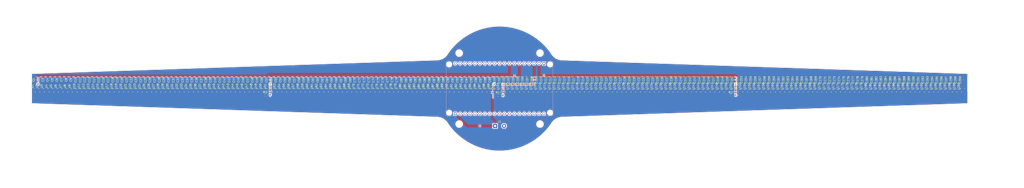
<source format=kicad_pcb>
(kicad_pcb (version 20211014) (generator pcbnew)
  (layers (0 "F.Cu" signal) (31 "B.Cu" signal) (34 "B.Paste" user) (35 "F.Paste" user) (36 "B.SilkS" user "B.Silkscreen") (37 "F.SilkS" user "F.Silkscreen") (38 "B.Mask" user) (39 "F.Mask" user) (44 "Edge.Cuts" user))
  (net 0 "")
  (net 1 "VCC")
  (net 2 "GND")
  (net 3 "Net-(R1-Pad1)")
  (net 4 "/SECOND_SECTION_OF_LEDS")
  (net 5 "Net-(U1-Pad1)")
  (net 6 "/FIRST_SECTION_OF_LEDS")
  (net 7 "Net-(U2-Pad1)")
  (net 8 "Net-(U3-Pad1)")
  (net 9 "Net-(U4-Pad1)")
  (net 10 "Net-(U5-Pad1)")
  (net 11 "Net-(U6-Pad1)")
  (net 12 "Net-(U7-Pad1)")
  (net 13 "Net-(U8-Pad1)")
  (net 14 "Net-(U10-Pad3)")
  (net 15 "Net-(U10-Pad1)")
  (net 16 "Net-(U11-Pad1)")
  (net 17 "Net-(U12-Pad1)")
  (net 18 "Net-(U13-Pad1)")
  (net 19 "Net-(U14-Pad1)")
  (net 20 "Net-(U15-Pad1)")
  (net 21 "Net-(U16-Pad1)")
  (net 22 "Net-(U17-Pad1)")
  (net 23 "Net-(U18-Pad1)")
  (net 24 "Net-(U19-Pad1)")
  (net 25 "Net-(U20-Pad1)")
  (net 26 "Net-(U21-Pad1)")
  (net 27 "Net-(U22-Pad1)")
  (net 28 "Net-(U23-Pad1)")
  (net 29 "Net-(U24-Pad1)")
  (net 30 "Net-(U25-Pad1)")
  (net 31 "Net-(U26-Pad1)")
  (net 32 "Net-(U27-Pad1)")
  (net 33 "Net-(U28-Pad1)")
  (net 34 "Net-(U29-Pad1)")
  (net 35 "/LEDS_ROW_1-2")
  (net 36 "Net-(U31-Pad1)")
  (net 37 "Net-(U32-Pad1)")
  (net 38 "Net-(U33-Pad1)")
  (net 39 "Net-(U34-Pad1)")
  (net 40 "Net-(U35-Pad1)")
  (net 41 "Net-(U36-Pad1)")
  (net 42 "Net-(U37-Pad1)")
  (net 43 "Net-(U38-Pad1)")
  (net 44 "Net-(U39-Pad1)")
  (net 45 "Net-(U40-Pad1)")
  (net 46 "Net-(U41-Pad1)")
  (net 47 "Net-(U42-Pad1)")
  (net 48 "Net-(U43-Pad1)")
  (net 49 "Net-(U44-Pad1)")
  (net 50 "Net-(U45-Pad1)")
  (net 51 "Net-(U46-Pad1)")
  (net 52 "Net-(U47-Pad1)")
  (net 53 "Net-(U48-Pad1)")
  (net 54 "Net-(U49-Pad1)")
  (net 55 "Net-(R3-Pad1)")
  (net 56 "Net-(U51-Pad1)")
  (net 57 "Net-(U52-Pad1)")
  (net 58 "Net-(U53-Pad1)")
  (net 59 "Net-(U54-Pad1)")
  (net 60 "Net-(U55-Pad1)")
  (net 61 "Net-(U56-Pad1)")
  (net 62 "Net-(U57-Pad1)")
  (net 63 "Net-(U58-Pad1)")
  (net 64 "Net-(U59-Pad1)")
  (net 65 "/LEDS_ROW_2-3")
  (net 66 "Net-(U61-Pad1)")
  (net 67 "Net-(U62-Pad1)")
  (net 68 "Net-(U63-Pad1)")
  (net 69 "Net-(U64-Pad1)")
  (net 70 "Net-(U65-Pad1)")
  (net 71 "Net-(U66-Pad1)")
  (net 72 "Net-(U67-Pad1)")
  (net 73 "Net-(U68-Pad1)")
  (net 74 "Net-(U69-Pad1)")
  (net 75 "Net-(U70-Pad1)")
  (net 76 "Net-(U71-Pad1)")
  (net 77 "Net-(U72-Pad1)")
  (net 78 "Net-(U73-Pad1)")
  (net 79 "Net-(U74-Pad1)")
  (net 80 "Net-(U75-Pad1)")
  (net 81 "Net-(U76-Pad1)")
  (net 82 "Net-(U77-Pad1)")
  (net 83 "Net-(U78-Pad1)")
  (net 84 "Net-(U79-Pad1)")
  (net 85 "Net-(U80-Pad1)")
  (net 86 "Net-(U81-Pad1)")
  (net 87 "Net-(U82-Pad1)")
  (net 88 "Net-(U83-Pad1)")
  (net 89 "Net-(U84-Pad1)")
  (net 90 "Net-(U85-Pad1)")
  (net 91 "Net-(U86-Pad1)")
  (net 92 "Net-(U87-Pad1)")
  (net 93 "Net-(U88-Pad1)")
  (net 94 "Net-(U89-Pad1)")
  (net 95 "/LEDS_ROW_3-4")
  (net 96 "Net-(U91-Pad1)")
  (net 97 "Net-(U92-Pad1)")
  (net 98 "Net-(U93-Pad1)")
  (net 99 "Net-(U94-Pad1)")
  (net 100 "Net-(U95-Pad1)")
  (net 101 "Net-(U96-Pad1)")
  (net 102 "Net-(U97-Pad1)")
  (net 103 "Net-(U98-Pad1)")
  (net 104 "Net-(U100-Pad3)")
  (net 105 "Net-(U101-Pad1)")
  (net 106 "Net-(U102-Pad1)")
  (net 107 "Net-(U103-Pad1)")
  (net 108 "Net-(U104-Pad1)")
  (net 109 "Net-(U105-Pad1)")
  (net 110 "Net-(U106-Pad1)")
  (net 111 "Net-(U107-Pad1)")
  (net 112 "Net-(U108-Pad1)")
  (net 113 "Net-(U109-Pad1)")
  (net 114 "Net-(U110-Pad1)")
  (net 115 "Net-(U111-Pad1)")
  (net 116 "Net-(U112-Pad1)")
  (net 117 "Net-(U113-Pad1)")
  (net 118 "Net-(U114-Pad1)")
  (net 119 "Net-(U115-Pad1)")
  (net 120 "Net-(U116-Pad1)")
  (net 121 "Net-(U117-Pad1)")
  (net 122 "Net-(U118-Pad1)")
  (net 123 "Net-(U119-Pad1)")
  (net 124 "/LEDS_ROW_4-5")
  (net 125 "Net-(U121-Pad1)")
  (net 126 "Net-(U122-Pad1)")
  (net 127 "Net-(U123-Pad1)")
  (net 128 "Net-(U124-Pad1)")
  (net 129 "Net-(U125-Pad1)")
  (net 130 "Net-(U126-Pad1)")
  (net 131 "Net-(U127-Pad1)")
  (net 132 "Net-(U128-Pad1)")
  (net 133 "Net-(U129-Pad1)")
  (net 134 "Net-(U130-Pad1)")
  (net 135 "Net-(U131-Pad1)")
  (net 136 "Net-(U132-Pad1)")
  (net 137 "Net-(U133-Pad1)")
  (net 138 "Net-(U134-Pad1)")
  (net 139 "Net-(U135-Pad1)")
  (net 140 "Net-(U136-Pad1)")
  (net 141 "Net-(U137-Pad1)")
  (net 142 "Net-(U138-Pad1)")
  (net 143 "Net-(U139-Pad1)")
  (net 144 "Net-(U140-Pad1)")
  (net 145 "Net-(U141-Pad1)")
  (net 146 "Net-(U142-Pad1)")
  (net 147 "Net-(U143-Pad1)")
  (net 148 "Net-(U144-Pad1)")
  (net 149 "Net-(U145-Pad1)")
  (net 150 "Net-(U146-Pad1)")
  (net 151 "Net-(U147-Pad1)")
  (net 152 "Net-(U148-Pad1)")
  (net 153 "Net-(U149-Pad1)")
  (net 154 "/LEDS_ROW_5-6")
  (net 155 "Net-(U151-Pad1)")
  (net 156 "Net-(U152-Pad1)")
  (net 157 "Net-(U153-Pad1)")
  (net 158 "Net-(U154-Pad1)")
  (net 159 "Net-(U155-Pad1)")
  (net 160 "Net-(U156-Pad1)")
  (net 161 "Net-(U157-Pad1)")
  (net 162 "Net-(U158-Pad1)")
  (net 163 "Net-(U159-Pad1)")
  (net 164 "Net-(U160-Pad1)")
  (net 165 "Net-(U161-Pad1)")
  (net 166 "Net-(U162-Pad1)")
  (net 167 "Net-(U163-Pad1)")
  (net 168 "Net-(U164-Pad1)")
  (net 169 "Net-(U165-Pad1)")
  (net 170 "Net-(U166-Pad1)")
  (net 171 "Net-(U167-Pad1)")
  (net 172 "Net-(U168-Pad1)")
  (net 173 "Net-(U169-Pad1)")
  (net 174 "Net-(U170-Pad1)")
  (net 175 "Net-(U171-Pad1)")
  (net 176 "Net-(U172-Pad1)")
  (net 177 "Net-(U173-Pad1)")
  (net 178 "Net-(U174-Pad1)")
  (net 179 "Net-(U175-Pad1)")
  (net 180 "Net-(U176-Pad1)")
  (net 181 "Net-(U177-Pad1)")
  (net 182 "Net-(U178-Pad1)")
  (net 183 "Net-(U179-Pad1)")
  (net 184 "/LEDS_ROW_6-7")
  (net 185 "Net-(U181-Pad1)")
  (net 186 "Net-(U182-Pad1)")
  (net 187 "Net-(U183-Pad1)")
  (net 188 "Net-(U184-Pad1)")
  (net 189 "Net-(U185-Pad1)")
  (net 190 "Net-(U186-Pad1)")
  (net 191 "Net-(U187-Pad1)")
  (net 192 "Net-(U188-Pad1)")
  (net 193 "Net-(U189-Pad1)")
  (net 194 "Net-(U190-Pad1)")
  (net 195 "Net-(U191-Pad1)")
  (net 196 "Net-(U192-Pad1)")
  (net 197 "Net-(U193-Pad1)")
  (net 198 "Net-(U194-Pad1)")
  (net 199 "Net-(U195-Pad1)")
  (net 200 "Net-(U196-Pad1)")
  (net 201 "Net-(U197-Pad1)")
  (net 202 "Net-(U198-Pad1)")
  (net 203 "Net-(U199-Pad1)")
  (net 205 "/THIRD_SECTION_OF_LEDS")
  (net 208 "/FOURD_SECTION_OF_LEDS")
  (footprint "Capacitor_SMD:C_0603_1608Metric" (layer "F.Cu") (at 334.86 106.685 90)
    (fp_text reference "C65")
    (fp_text value "C")
  )
  (footprint "Capacitor_SMD:C_0603_1608Metric" (layer "F.Cu") (at 541.26 106.685 90)
    (fp_text reference "C151")
    (fp_text value "C")
  )
  (footprint "Capacitor_SMD:C_0603_1608Metric" (layer "F.Cu") (at 438.06 106.685 90)
    (fp_text reference "C108")
    (fp_text value "C")
  )
  (footprint "Capacitor_SMD:C_0603_1608Metric" (layer "F.Cu") (at 315.66 106.685 90)
    (fp_text reference "C57")
    (fp_text value "C")
  )
  (footprint "Capacitor_SMD:C_0603_1608Metric" (layer "F.Cu") (at 603.66 106.685 90)
    (fp_text reference "C177")
    (fp_text value "C")
  )
  (footprint "WS2812-2020:LED_WS2812-2020" (layer "F.Cu") (at 234.06 111.173522 90)
    (fp_text reference "U23")
    (fp_text value "WS2812-2020")
  )
  (footprint "WS2812-2020:LED_WS2812-2020" (layer "F.Cu") (at 409.26 111.173522 90)
    (fp_text reference "U96")
    (fp_text value "WS2812-2020")
  )
  (footprint "WS2812-2020:LED_WS2812-2020" (layer "F.Cu") (at 567.66 111.173522 90)
    (fp_text reference "U162")
    (fp_text value "WS2812-2020")
  )
  (footprint "WS2812-2020:LED_WS2812-2020" (layer "F.Cu") (at 193.26 111.173522 90)
    (fp_text reference "U6")
    (fp_text value "WS2812-2020")
  )
  (footprint "WS2812-2020:LED_WS2812-2020" (layer "F.Cu") (at 198.06 111.173522 90)
    (fp_text reference "U8")
    (fp_text value "WS2812-2020")
  )
  (footprint "Capacitor_SMD:C_0603_1608Metric" (layer "F.Cu") (at 565.26 106.685 90)
    (fp_text reference "C161")
    (fp_text value "C")
  )
  (footprint "WS2812-2020:LED_WS2812-2020" (layer "F.Cu") (at 330.06 111.173522 90)
    (fp_text reference "U63")
    (fp_text value "WS2812-2020")
  )
  (footprint "Capacitor_SMD:C_0603_1608Metric" (layer "F.Cu") (at 514.86 106.685 90)
    (fp_text reference "C140")
    (fp_text value "C")
  )
  (footprint "WS2812-2020:LED_WS2812-2020" (layer "F.Cu") (at 354.06 111.173522 90)
    (fp_text reference "U73")
    (fp_text value "WS2812-2020")
  )
  (footprint "WS2812-2020:LED_WS2812-2020" (layer "F.Cu") (at 375.66 111.173522 90)
    (fp_text reference "U82")
    (fp_text value "WS2812-2020")
  )
  (footprint "Capacitor_SMD:C_0603_1608Metric" (layer "F.Cu") (at 644.46 106.685 90)
    (fp_text reference "C194")
    (fp_text value "C")
  )
  (footprint "WS2812-2020:LED_WS2812-2020" (layer "F.Cu") (at 332.46 111.173522 90)
    (fp_text reference "U64")
    (fp_text value "WS2812-2020")
  )
  (footprint "WS2812-2020:LED_WS2812-2020" (layer "F.Cu") (at 469.26 111.173522 90)
    (fp_text reference "U121")
    (fp_text value "WS2812-2020")
  )
  (footprint "Capacitor_SMD:C_0603_1608Metric" (layer "F.Cu") (at 368.46 106.685 90)
    (fp_text reference "C79")
    (fp_text value "C")
  )
  (footprint "Capacitor_SMD:C_0603_1608Metric" (layer "F.Cu") (at 337.26 106.685 90)
    (fp_text reference "C66")
    (fp_text value "C")
  )
  (footprint "Capacitor_SMD:C_0603_1608Metric" (layer "F.Cu") (at 322.86 106.685 90)
    (fp_text reference "C60")
    (fp_text value "C")
  )
  (footprint "WS2812-2020:LED_WS2812-2020" (layer "F.Cu") (at 606.06 111.173522 90)
    (fp_text reference "U178")
    (fp_text value "WS2812-2020")
  )
  (footprint "WS2812-2020:LED_WS2812-2020" (layer "F.Cu") (at 466.859999 111.173522 90)
    (fp_text reference "U120")
    (fp_text value "WS2812-2020")
  )
  (footprint "Capacitor_SMD:C_0603_1608Metric" (layer "F.Cu") (at 258.06 106.685 90)
    (fp_text reference "C33")
    (fp_text value "C")
  )
  (footprint "WS2812-2020:LED_WS2812-2020" (layer "F.Cu") (at 541.26 111.173522 90)
    (fp_text reference "U151")
    (fp_text value "WS2812-2020")
  )
  (footprint "WS2812-2020:LED_WS2812-2020" (layer "F.Cu") (at 601.26 111.173522 90)
    (fp_text reference "U176")
    (fp_text value "WS2812-2020")
  )
  (footprint "Capacitor_SMD:C_0603_1608Metric" (layer "F.Cu") (at 332.46 106.685 90)
    (fp_text reference "C64")
    (fp_text value "C")
  )
  (footprint "WS2812-2020:LED_WS2812-2020" (layer "F.Cu") (at 478.859999 111.173522 90)
    (fp_text reference "U125")
    (fp_text value "WS2812-2020")
  )
  (footprint "WS2812-2020:LED_WS2812-2020" (layer "F.Cu") (at 226.86 111.173522 90)
    (fp_text reference "U20")
    (fp_text value "WS2812-2020")
  )
  (footprint "Capacitor_SMD:C_0603_1608Metric" (layer "F.Cu") (at 421.26 106.685 90)
    (fp_text reference "C101")
    (fp_text value "C")
  )
  (footprint "WS2812-2020:LED_WS2812-2020" (layer "F.Cu") (at 344.46 111.173522 90)
    (fp_text reference "U69")
    (fp_text value "WS2812-2020")
  )
  (footprint "WS2812-2020:LED_WS2812-2020" (layer "F.Cu") (at 529.26 111.173522 90)
    (fp_text reference "U146")
    (fp_text value "WS2812-2020")
  )
  (footprint "WS2812-2020:LED_WS2812-2020" (layer "F.Cu") (at 517.26 111.173522 90)
    (fp_text reference "U141")
    (fp_text value "WS2812-2020")
  )
  (footprint "Capacitor_SMD:C_0603_1608Metric" (layer "F.Cu") (at 378.06 106.685 90)
    (fp_text reference "C83")
    (fp_text value "C")
  )
  (footprint "WS2812-2020:LED_WS2812-2020" (layer "F.Cu") (at 390.06 111.173522 90)
    (fp_text reference "U88")
    (fp_text value "WS2812-2020")
  )
  (footprint "WS2812-2020:LED_WS2812-2020" (layer "F.Cu") (at 522.06 111.173522 90)
    (fp_text reference "U143")
    (fp_text value "WS2812-2020")
  )
  (footprint "Capacitor_SMD:C_0603_1608Metric" (layer "F.Cu") (at 370.86 106.685 90)
    (fp_text reference "C80")
    (fp_text value "C")
  )
  (footprint "Capacitor_SMD:C_0603_1608Metric" (layer "F.Cu") (at 320.46 106.685 90)
    (fp_text reference "C59")
    (fp_text value "C")
  )
  (footprint "WS2812-2020:LED_WS2812-2020" (layer "F.Cu") (at 562.86 111.173522 90)
    (fp_text reference "U160")
    (fp_text value "WS2812-2020")
  )
  (footprint "Capacitor_SMD:C_0603_1608Metric" (layer "F.Cu") (at 181.26 106.685 90)
    (fp_text reference "C1")
    (fp_text value "C")
  )
  (footprint "Capacitor_SMD:C_0603_1608Metric" (layer "F.Cu") (at 231.66 106.685 90)
    (fp_text reference "C22")
    (fp_text value "C")
  )
  (footprint "WS2812-2020:LED_WS2812-2020" (layer "F.Cu") (at 315.66 111.173522 90)
    (fp_text reference "U57")
    (fp_text value "WS2812-2020")
  )
  (footprint "Capacitor_SMD:C_0603_1608Metric" (layer "F.Cu") (at 296.46 106.685 90)
    (fp_text reference "C49")
    (fp_text value "C")
  )
  (footprint "Capacitor_SMD:C_0603_1608Metric" (layer "F.Cu") (at 248.46 106.685 90)
    (fp_text reference "C29")
    (fp_text value "C")
  )
  (footprint "WS2812-2020:LED_WS2812-2020" (layer "F.Cu") (at 238.86 111.173522 90)
    (fp_text reference "U25")
    (fp_text value "WS2812-2020")
  )
  (footprint "Capacitor_SMD:C_0603_1608Metric" (layer "F.Cu") (at 476.46 106.685 90)
    (fp_text reference "C124")
    (fp_text value "C")
  )
  (footprint "Capacitor_SMD:C_0603_1608Metric" (layer "F.Cu") (at 267.66 106.685 90)
    (fp_text reference "C37")
    (fp_text value "C")
  )
  (footprint "Capacitor_SMD:C_0603_1608Metric" (layer "F.Cu") (at 610.86 106.685 90)
    (fp_text reference "C180")
    (fp_text value "C")
  )
  (footprint "WS2812-2020:LED_WS2812-2020" (layer "F.Cu") (at 255.66 111.173522 90)
    (fp_text reference "U32")
    (fp_text value "WS2812-2020")
  )
  (footprint "WS2812-2020:LED_WS2812-2020" (layer "F.Cu") (at 231.66 111.173522 90)
    (fp_text reference "U22")
    (fp_text value "WS2812-2020")
  )
  (footprint "Capacitor_SMD:C_0603_1608Metric" (layer "F.Cu") (at 198.06 106.685 90)
    (fp_text reference "C8")
    (fp_text value "C")
  )
  (footprint "Capacitor_SMD:C_0603_1608Metric" (layer "F.Cu") (at 394.86 106.685 90)
    (fp_text reference "C90")
    (fp_text value "C")
  )
  (footprint "WS2812-2020:LED_WS2812-2020" (layer "F.Cu") (at 342.06 111.173522 90)
    (fp_text reference "U68")
    (fp_text value "WS2812-2020")
  )
  (footprint "WS2812-2020:LED_WS2812-2020" (layer "F.Cu") (at 418.86 111.173522 90)
    (fp_text reference "U100")
    (fp_text value "WS2812-2020")
  )
  (footprint "WS2812-2020:LED_WS2812-2020" (layer "F.Cu") (at 258.06 111.173522 90)
    (fp_text reference "U33")
    (fp_text value "WS2812-2020")
  )
  (footprint "Capacitor_SMD:C_0603_1608Metric" (layer "F.Cu") (at 462.06 106.685 90)
    (fp_text reference "C118")
    (fp_text value "C")
  )
  (footprint "WS2812-2020:LED_WS2812-2020" (layer "F.Cu") (at 447.66 111.173522 90)
    (fp_text reference "U112")
    (fp_text value "WS2812-2020")
  )
  (footprint "WS2812-2020:LED_WS2812-2020" (layer "F.Cu") (at 639.66 111.173522 90)
    (fp_text reference "U192")
    (fp_text value "WS2812-2020")
  )
  (footprint "Capacitor_SMD:C_0603_1608Metric" (layer "F.Cu") (at 550.86 106.685 90)
    (fp_text reference "C155")
    (fp_text value "C")
  )
  (footprint "Capacitor_SMD:C_0603_1608Metric" (layer "F.Cu") (at 313.26 106.685 90)
    (fp_text reference "C56")
    (fp_text value "C")
  )
  (footprint "Capacitor_SMD:C_0603_1608Metric" (layer "F.Cu") (at 354.06 106.685 90)
    (fp_text reference "C73")
    (fp_text value "C")
  )
  (footprint "WS2812-2020:LED_WS2812-2020" (layer "F.Cu") (at 582.06 111.173522 90)
    (fp_text reference "U168")
    (fp_text value "WS2812-2020")
  )
  (footprint "Capacitor_SMD:C_0603_1608Metric" (layer "F.Cu") (at 567.66 106.685 90)
    (fp_text reference "C162")
    (fp_text value "C")
  )
  (footprint "Capacitor_SMD:C_0603_1608Metric" (layer "F.Cu") (at 531.66 106.685 90)
    (fp_text reference "C147")
    (fp_text value "C")
  )
  (footprint "WS2812-2020:LED_WS2812-2020" (layer "F.Cu") (at 289.26 111.173522 90)
    (fp_text reference "U46")
    (fp_text value "WS2812-2020")
  )
  (footprint "WS2812-2020:LED_WS2812-2020" (layer "F.Cu") (at 416.46 111.173522 90)
    (fp_text reference "U99")
    (fp_text value "WS2812-2020")
  )
  (footprint "WS2812-2020:LED_WS2812-2020" (layer "F.Cu") (at 351.66 111.173522 90)
    (fp_text reference "U72")
    (fp_text value "WS2812-2020")
  )
  (footprint "WS2812-2020:LED_WS2812-2020" (layer "F.Cu") (at 548.46 111.173522 90)
    (fp_text reference "U154")
    (fp_text value "WS2812-2020")
  )
  (footprint "Capacitor_SMD:C_0603_1608Metric" (layer "F.Cu") (at 246.06 106.685 90)
    (fp_text reference "C28")
    (fp_text value "C")
  )
  (footprint "WS2812-2020:LED_WS2812-2020" (layer "F.Cu") (at 596.46 111.173522 90)
    (fp_text reference "U174")
    (fp_text value "WS2812-2020")
  )
  (footprint "Capacitor_SMD:C_0603_1608Metric" (layer "F.Cu") (at 510.06 106.685 90)
    (fp_text reference "C138")
    (fp_text value "C")
  )
  (footprint "Capacitor_SMD:C_0603_1608Metric" (layer "F.Cu") (at 642.06 106.685 90)
    (fp_text reference "C193")
    (fp_text value "C")
  )
  (footprint "Capacitor_SMD:C_0603_1608Metric" (layer "F.Cu") (at 418.86 106.685 90)
    (fp_text reference "C100")
    (fp_text value "C")
  )
  (footprint "WS2812-2020:LED_WS2812-2020" (layer "F.Cu") (at 610.86 111.173522 90)
    (fp_text reference "U180")
    (fp_text value "WS2812-2020")
  )
  (footprint "Capacitor_SMD:C_0603_1608Metric" (layer "F.Cu") (at 226.86 106.685 90)
    (fp_text reference "C20")
    (fp_text value "C")
  )
  (footprint "Capacitor_SMD:C_0603_1608Metric" (layer "F.Cu") (at 457.26 106.685 90)
    (fp_text reference "C116")
    (fp_text value "C")
  )
  (footprint "WS2812-2020:LED_WS2812-2020" (layer "F.Cu") (at 507.66 111.173522 90)
    (fp_text reference "U137")
    (fp_text value "WS2812-2020")
  )
  (footprint "WS2812-2020:LED_WS2812-2020" (layer "F.Cu") (at 433.26 111.173522 90)
    (fp_text reference "U106")
    (fp_text value "WS2812-2020")
  )
  (footprint "WS2812-2020:LED_WS2812-2020" (layer "F.Cu") (at 589.26 111.173522 90)
    (fp_text reference "U171")
    (fp_text value "WS2812-2020")
  )
  (footprint "WS2812-2020:LED_WS2812-2020" (layer "F.Cu") (at 406.86 111.173522 90)
    (fp_text reference "U95")
    (fp_text value "WS2812-2020")
  )
  (footprint "WS2812-2020:LED_WS2812-2020" (layer "F.Cu") (at 301.26 111.173522 90)
    (fp_text reference "U51")
    (fp_text value "WS2812-2020")
  )
  (footprint "WS2812-2020:LED_WS2812-2020" (layer "F.Cu") (at 277.26 111.173522 90)
    (fp_text reference "U41")
    (fp_text value "WS2812-2020")
  )
  (footprint "WS2812-2020:LED_WS2812-2020" (layer "F.Cu") (at 486.06 111.173522 90)
    (fp_text reference "U128")
    (fp_text value "WS2812-2020")
  )
  (footprint "Capacitor_SMD:C_0603_1608Metric" (layer "F.Cu") (at 385.26 106.685 90)
    (fp_text reference "C86")
    (fp_text value "C")
  )
  (footprint "Capacitor_SMD:C_0603_1608Metric" (layer "F.Cu") (at 277.26 106.685 90)
    (fp_text reference "C41")
    (fp_text value "C")
  )
  (footprint "WS2812-2020:LED_WS2812-2020" (layer "F.Cu") (at 217.26 111.173522 90)
    (fp_text reference "U16")
    (fp_text value "WS2812-2020")
  )
  (footprint "WS2812-2020:LED_WS2812-2020" (layer "F.Cu") (at 526.86 111.173522 90)
    (fp_text reference "U145")
    (fp_text value "WS2812-2020")
  )
  (footprint "Capacitor_SMD:C_0603_1608Metric" (layer "F.Cu") (at 325.26 106.685 90)
    (fp_text reference "C61")
    (fp_text value "C")
  )
  (footprint "Capacitor_SMD:C_0603_1608Metric" (layer "F.Cu") (at 500.46 106.685 90)
    (fp_text reference "C134")
    (fp_text value "C")
  )
  (footprint "Capacitor_SMD:C_0603_1608Metric" (layer "F.Cu") (at 274.86 106.685 90)
    (fp_text reference "C40")
    (fp_text value "C")
  )
  (footprint "Capacitor_SMD:C_0603_1608Metric" (layer "F.Cu") (at 375.66 106.685 90)
    (fp_text reference "C82")
    (fp_text value "C")
  )
  (footprint "Resistor_SMD:R_0603_1608Metric" (layer "F.Cu") (at 299.14 114.5)
    (fp_text reference "R3")
    (fp_text value "0")
  )
  (footprint "Capacitor_SMD:C_0603_1608Metric" (layer "F.Cu") (at 342.06 106.685 90)
    (fp_text reference "C68")
    (fp_text value "C")
  )
  (footprint "WS2812-2020:LED_WS2812-2020" (layer "F.Cu") (at 334.86 111.173522 90)
    (fp_text reference "U65")
    (fp_text value "WS2812-2020")
  )
  (footprint "Capacitor_SMD:C_0603_1608Metric" (layer "F.Cu") (at 346.86 106.685 90)
    (fp_text reference "C70")
    (fp_text value "C")
  )
  (footprint "WS2812-2020:LED_WS2812-2020" (layer "F.Cu") (at 625.26 111.173522 90)
    (fp_text reference "U186")
    (fp_text value "WS2812-2020")
  )
  (footprint "WS2812-2020:LED_WS2812-2020" (layer "F.Cu") (at 368.46 111.173522 90)
    (fp_text reference "U79")
    (fp_text value "WS2812-2020")
  )
  (footprint "Capacitor_SMD:C_0603_1608Metric" (layer "F.Cu") (at 265.26 106.685 90)
    (fp_text reference "C36")
    (fp_text value "C")
  )
  (footprint "WS2812-2020:LED_WS2812-2020" (layer "F.Cu") (at 450.06 111.173522 90)
    (fp_text reference "U113")
    (fp_text value "WS2812-2020")
  )
  (footprint "WS2812-2020:LED_WS2812-2020" (layer "F.Cu") (at 207.66 111.173522 90)
    (fp_text reference "U12")
    (fp_text value "WS2812-2020")
  )
  (footprint "WS2812-2020:LED_WS2812-2020" (layer "F.Cu") (at 584.46 111.173522 90)
    (fp_text reference "U169")
    (fp_text value "WS2812-2020")
  )
  (footprint "WS2812-2020:LED_WS2812-2020" (layer "F.Cu") (at 440.46 111.173522 90)
    (fp_text reference "U109")
    (fp_text value "WS2812-2020")
  )
  (footprint "WS2812-2020:LED_WS2812-2020" (layer "F.Cu") (at 183.66 111.173522 90)
    (fp_text reference "U2")
    (fp_text value "WS2812-2020")
  )
  (footprint "WS2812-2020:LED_WS2812-2020" (layer "F.Cu") (at 253.26 111.173522 90)
    (fp_text reference "U31")
    (fp_text value "WS2812-2020")
  )
  (footprint "Capacitor_SMD:C_0603_1608Metric" (layer "F.Cu") (at 426.06 106.685 90)
    (fp_text reference "C103")
    (fp_text value "C")
  )
  (footprint "WS2812-2020:LED_WS2812-2020" (layer "F.Cu") (at 313.26 111.173522 90)
    (fp_text reference "U56")
    (fp_text value "WS2812-2020")
  )
  (footprint "Capacitor_SMD:C_0603_1608Metric" (layer "F.Cu") (at 294.06 106.685 90)
    (fp_text reference "C48")
    (fp_text value "C")
  )
  (footprint "Capacitor_SMD:C_0603_1608Metric" (layer "F.Cu") (at 560.46 106.685 90)
    (fp_text reference "C159")
    (fp_text value "C")
  )
  (footprint "Capacitor_SMD:C_0603_1608Metric" (layer "F.Cu") (at 445.26 106.685 90)
    (fp_text reference "C111")
    (fp_text value "C")
  )
  (footprint "Capacitor_SMD:C_0603_1608Metric" (layer "F.Cu") (at 253.26 106.685 90)
    (fp_text reference "C31")
    (fp_text value "C")
  )
  (footprint "WS2812-2020:LED_WS2812-2020" (layer "F.Cu") (at 370.86 111.173522 90)
    (fp_text reference "U80")
    (fp_text value "WS2812-2020")
  )
  (footprint "WS2812-2020:LED_WS2812-2020" (layer "F.Cu") (at 630.06 111.173522 90)
    (fp_text reference "U188")
    (fp_text value "WS2812-2020")
  )
  (footprint "WS2812-2020:LED_WS2812-2020" (layer "F.Cu") (at 483.66 111.173522 90)
    (fp_text reference "U127")
    (fp_text value "WS2812-2020")
  )
  (footprint "Capacitor_SMD:C_0603_1608Metric" (layer "F.Cu") (at 577.26 106.685 90)
    (fp_text reference "C166")
    (fp_text value "C")
  )
  (footprint "Capacitor_SMD:C_0603_1608Metric" (layer "F.Cu") (at 404.46 106.685 90)
    (fp_text reference "C94")
    (fp_text value "C")
  )
  (footprint "Capacitor_SMD:C_0603_1608Metric" (layer "F.Cu") (at 190.86 106.685 90)
    (fp_text reference "C5")
    (fp_text value "C")
  )
  (footprint "WS2812-2020:LED_WS2812-2020" (layer "F.Cu") (at 572.46 111.173522 90)
    (fp_text reference "U164")
    (fp_text value "WS2812-2020")
  )
  (footprint "Capacitor_SMD:C_0603_1608Metric" (layer "F.Cu") (at 538.86 106.685 90)
    (fp_text reference "C150")
    (fp_text value "C")
  )
  (footprint "Capacitor_SMD:C_0603_1608Metric" (layer "F.Cu") (at 214.86 106.685 90)
    (fp_text reference "C15")
    (fp_text value "C")
  )
  (footprint "Capacitor_SMD:C_0603_1608Metric" (layer "F.Cu") (at 286.86 106.685 90)
    (fp_text reference "C45")
    (fp_text value "C")
  )
  (footprint "Capacitor_SMD:C_0603_1608Metric" (layer "F.Cu") (at 358.86 106.685 90)
    (fp_text reference "C75")
    (fp_text value "C")
  )
  (footprint "WS2812-2020:LED_WS2812-2020" (layer "F.Cu") (at 519.66 111.173522 90)
    (fp_text reference "U142")
    (fp_text value "WS2812-2020")
  )
  (footprint "WS2812-2020:LED_WS2812-2020" (layer "F.Cu") (at 514.86 111.173522 90)
    (fp_text reference "U140")
    (fp_text value "WS2812-2020")
  )
  (footprint "Capacitor_SMD:C_0603_1608Metric" (layer "F.Cu") (at 584.46 106.685 90)
    (fp_text reference "C169")
    (fp_text value "C")
  )
  (footprint "Capacitor_SMD:C_0603_1608Metric" (layer "F.Cu") (at 654.06 106.685 90)
    (fp_text reference "C198")
    (fp_text value "C")
  )
  (footprint "WS2812-2020:LED_WS2812-2020" (layer "F.Cu") (at 195.66 111.173522 90)
    (fp_text reference "U7")
    (fp_text value "WS2812-2020")
  )
  (footprint "WS2812-2020:LED_WS2812-2020" (layer "F.Cu") (at 394.86 111.173522 90)
    (fp_text reference "U90")
    (fp_text value "WS2812-2020")
  )
  (footprint "Capacitor_SMD:C_0603_1608Metric" (layer "F.Cu") (at 632.46 106.685 90)
    (fp_text reference "C189")
    (fp_text value "C")
  )
  (footprint "Capacitor_SMD:C_0603_1608Metric" (layer "F.Cu") (at 361.26 106.685 90)
    (fp_text reference "C76")
    (fp_text value "C")
  )
  (footprint "WS2812-2020:LED_WS2812-2020" (layer "F.Cu") (at 272.46 111.173522 90)
    (fp_text reference "U39")
    (fp_text value "WS2812-2020")
  )
  (footprint "Capacitor_SMD:C_0603_1608Metric" (layer "F.Cu") (at 416.46 106.685 90)
    (fp_text reference "C99")
    (fp_text value "C")
  )
  (footprint "Capacitor_SMD:C_0603_1608Metric" (layer "F.Cu") (at 522.06 106.685 90)
    (fp_text reference "C143")
    (fp_text value "C")
  )
  (footprint "Capacitor_SMD:C_0603_1608Metric" (layer "F.Cu") (at 534.06 106.685 90)
    (fp_text reference "C148")
    (fp_text value "C")
  )
  (footprint "Capacitor_SMD:C_0603_1608Metric" (layer "F.Cu") (at 548.46 106.685 90)
    (fp_text reference "C154")
    (fp_text value "C")
  )
  (footprint "WS2812-2020:LED_WS2812-2020" (layer "F.Cu") (at 538.86 111.173522 90)
    (fp_text reference "U150")
    (fp_text value "WS2812-2020")
  )
  (footprint "Capacitor_SMD:C_0603_1608Metric" (layer "F.Cu") (at 387.66 106.685 90)
    (fp_text reference "C87")
    (fp_text value "C")
  )
  (footprint "WS2812-2020:LED_WS2812-2020" (layer "F.Cu") (at 214.86 111.173522 90)
    (fp_text reference "U15")
    (fp_text value "WS2812-2020")
  )
  (footprint "Capacitor_SMD:C_0603_1608Metric" (layer "F.Cu") (at 205.26 106.685 90)
    (fp_text reference "C11")
    (fp_text value "C")
  )
  (footprint "Capacitor_SMD:C_0603_1608Metric" (layer "F.Cu") (at 450.06 106.685 90)
    (fp_text reference "C113")
    (fp_text value "C")
  )
  (footprint "Capacitor_SMD:C_0603_1608Metric" (layer "F.Cu") (at 236.46 106.685 90)
    (fp_text reference "C24")
    (fp_text value "C")
  )
  (footprint "Capacitor_SMD:C_0603_1608Metric" (layer "F.Cu") (at 399.66 106.685 90)
    (fp_text reference "C92")
    (fp_text value "C")
  )
  (footprint "Capacitor_SMD:C_0603_1608Metric" (layer "F.Cu") (at 627.66 106.685 90)
    (fp_text reference "C187")
    (fp_text value "C")
  )
  (footprint "WS2812-2020:LED_WS2812-2020" (layer "F.Cu") (at 262.86 111.173522 90)
    (fp_text reference "U35")
    (fp_text value "WS2812-2020")
  )
  (footprint "Capacitor_SMD:C_0603_1608Metric" (layer "F.Cu") (at 318.06 106.685 90)
    (fp_text reference "C58")
    (fp_text value "C")
  )
  (footprint "Capacitor_SMD:C_0603_1608Metric" (layer "F.Cu") (at 471.66 106.685 90)
    (fp_text reference "C122")
    (fp_text value "C")
  )
  (footprint "Capacitor_SMD:C_0603_1608Metric" (layer "F.Cu") (at 260.46 106.685 90)
    (fp_text reference "C34")
    (fp_text value "C")
  )
  (footprint "WS2812-2020:LED_WS2812-2020" (layer "F.Cu") (at 282.06 111.173522 90)
    (fp_text reference "U43")
    (fp_text value "WS2812-2020")
  )
  (footprint "WS2812-2020:LED_WS2812-2020" (layer "F.Cu") (at 322.86 111.173522 90)
    (fp_text reference "U60")
    (fp_text value "WS2812-2020")
  )
  (footprint "Capacitor_SMD:C_0603_1608Metric" (layer "F.Cu") (at 490.86 106.685 90)
    (fp_text reference "C130")
    (fp_text value "C")
  )
  (footprint "WS2812-2020:LED_WS2812-2020" (layer "F.Cu") (at 505.26 111.173522 90)
    (fp_text reference "U136")
    (fp_text value "WS2812-2020")
  )
  (footprint "WS2812-2020:LED_WS2812-2020" (layer "F.Cu") (at 632.46 111.173522 90)
    (fp_text reference "U189")
    (fp_text value "WS2812-2020")
  )
  (footprint "Capacitor_SMD:C_0603_1608Metric" (layer "F.Cu") (at 310.86 106.685 90)
    (fp_text reference "C55")
    (fp_text value "C")
  )
  (footprint "Capacitor_SMD:C_0603_1608Metric" (layer "F.Cu") (at 210.06 106.685 90)
    (fp_text reference "C13")
    (fp_text value "C")
  )
  (footprint "WS2812-2020:LED_WS2812-2020" (layer "F.Cu") (at 366.06 111.173522 90)
    (fp_text reference "U78")
    (fp_text value "WS2812-2020")
  )
  (footprint "WS2812-2020:LED_WS2812-2020" (layer "F.Cu") (at 574.86 111.173522 90)
    (fp_text reference "U165")
    (fp_text value "WS2812-2020")
  )
  (footprint "Capacitor_SMD:C_0603_1608Metric" (layer "F.Cu") (at 428.46 106.685 90)
    (fp_text reference "C104")
    (fp_text value "C")
  )
  (footprint "Capacitor_SMD:C_0603_1608Metric" (layer "F.Cu") (at 193.26 106.685 90)
    (fp_text reference "C6")
    (fp_text value "C")
  )
  (footprint "WS2812-2020:LED_WS2812-2020" (layer "F.Cu") (at 435.66 111.173522 90)
    (fp_text reference "U107")
    (fp_text value "WS2812-2020")
  )
  (footprint "Capacitor_SMD:C_0603_1608Metric" (layer "F.Cu") (at 598.86 106.685 90)
    (fp_text reference "C175")
    (fp_text value "C")
  )
  (footprint "Capacitor_SMD:C_0603_1608Metric" (layer "F.Cu") (at 507.66 106.685 90)
    (fp_text reference "C137")
    (fp_text value "C")
  )
  (footprint "Capacitor_SMD:C_0603_1608Metric" (layer "F.Cu") (at 622.86 106.685 90)
    (fp_text reference "C185")
    (fp_text value "C")
  )
  (footprint "WS2812-2020:LED_WS2812-2020" (layer "F.Cu") (at 397.26 111.173522 90)
    (fp_text reference "U91")
    (fp_text value "WS2812-2020")
  )
  (footprint "WS2812-2020:LED_WS2812-2020" (layer "F.Cu") (at 555.66 111.173522 90)
    (fp_text reference "U157")
    (fp_text value "WS2812-2020")
  )
  (footprint "Capacitor_SMD:C_0603_1608Metric" (layer "F.Cu") (at 284.46 106.685 90)
    (fp_text reference "C44")
    (fp_text value "C")
  )
  (footprint "Capacitor_SMD:C_0603_1608Metric" (layer "F.Cu") (at 649.26 106.685 90)
    (fp_text reference "C196")
    (fp_text value "C")
  )
  (footprint "Capacitor_SMD:C_0603_1608Metric" (layer "F.Cu") (at 526.86 106.685 90)
    (fp_text reference "C145")
    (fp_text value "C")
  )
  (footprint "WS2812-2020:LED_WS2812-2020" (layer "F.Cu") (at 286.86 111.173522 90)
    (fp_text reference "U45")
    (fp_text value "WS2812-2020")
  )
  (footprint "WS2812-2020:LED_WS2812-2020" (layer "F.Cu") (at 560.46 111.173522 90)
    (fp_text reference "U159")
    (fp_text value "WS2812-2020")
  )
  (footprint "Capacitor_SMD:C_0603_1608Metric" (layer "F.Cu") (at 637.26 106.685 90)
    (fp_text reference "C191")
    (fp_text value "C")
  )
  (footprint "Capacitor_SMD:C_0603_1608Metric" (layer "F.Cu") (at 306.06 106.685 90)
    (fp_text reference "C53")
    (fp_text value "C")
  )
  (footprint "WS2812-2020:LED_WS2812-2020" (layer "F.Cu") (at 246.06 111.173522 90)
    (fp_text reference "U28")
    (fp_text value "WS2812-2020")
  )
  (footprint "Capacitor_SMD:C_0603_1608Metric" (layer "F.Cu") (at 553.26 106.685 90)
    (fp_text reference "C156")
    (fp_text value "C")
  )
  (footprint "Capacitor_SMD:C_0603_1608Metric" (layer "F.Cu") (at 327.66 106.685 90)
    (fp_text reference "C62")
    (fp_text value "C")
  )
  (footprint "WS2812-2020:LED_WS2812-2020" (layer "F.Cu") (at 306.06 111.173522 90)
    (fp_text reference "U53")
    (fp_text value "WS2812-2020")
  )
  (footprint "Capacitor_SMD:C_0603_1608Metric" (layer "F.Cu") (at 414.06 106.685 90)
    (fp_text reference "C98")
    (fp_text value "C")
  )
  (footprint "WS2812-2020:LED_WS2812-2020" (layer "F.Cu") (at 267.66 111.173522 90)
    (fp_text reference "U37")
    (fp_text value "WS2812-2020")
  )
  (footprint "Capacitor_SMD:C_0603_1608Metric" (layer "F.Cu") (at 502.86 106.685 90)
    (fp_text reference "C135")
    (fp_text value "C")
  )
  (footprint "WS2812-2020:LED_WS2812-2020" (layer "F.Cu") (at 577.26 111.173522 90)
    (fp_text reference "U166")
    (fp_text value "WS2812-2020")
  )
  (footprint "Capacitor_SMD:C_0603_1608Metric" (layer "F.Cu") (at 183.66 106.685 90)
    (fp_text reference "C2")
    (fp_text value "C")
  )
  (footprint "WS2812-2020:LED_WS2812-2020" (layer "F.Cu") (at 243.66 111.173522 90)
    (fp_text reference "U27")
    (fp_text value "WS2812-2020")
  )
  (footprint "WS2812-2020:LED_WS2812-2020" (layer "F.Cu") (at 512.46 111.173522 90)
    (fp_text reference "U139")
    (fp_text value "WS2812-2020")
  )
  (footprint "WS2812-2020:LED_WS2812-2020" (layer "F.Cu") (at 402.06 111.173522 90)
    (fp_text reference "U93")
    (fp_text value "WS2812-2020")
  )
  (footprint "WS2812-2020:LED_WS2812-2020" (layer "F.Cu") (at 646.86 111.173522 90)
    (fp_text reference "U195")
    (fp_text value "WS2812-2020")
  )
  (footprint "WS2812-2020:LED_WS2812-2020" (layer "F.Cu") (at 190.86 111.173522 90)
    (fp_text reference "U5")
    (fp_text value "WS2812-2020")
  )
  (footprint "WS2812-2020:LED_WS2812-2020" (layer "F.Cu") (at 471.66 111.173522 90)
    (fp_text reference "U122")
    (fp_text value "WS2812-2020")
  )
  (footprint "WS2812-2020:LED_WS2812-2020" (layer "F.Cu") (at 241.26 111.173522 90)
    (fp_text reference "U26")
    (fp_text value "WS2812-2020")
  )
  (footprint "Capacitor_SMD:C_0603_1608Metric" (layer "F.Cu") (at 618.06 106.685 90)
    (fp_text reference "C183")
    (fp_text value "C")
  )
  (footprint "Capacitor_SMD:C_0603_1608Metric" (layer "F.Cu") (at 440.46 106.685 90)
    (fp_text reference "C109")
    (fp_text value "C")
  )
  (footprint "Capacitor_SMD:C_0603_1608Metric" (layer "F.Cu") (at 262.86 106.685 90)
    (fp_text reference "C35")
    (fp_text value "C")
  )
  (footprint "WS2812-2020:LED_WS2812-2020" (layer "F.Cu") (at 339.66 111.173522 90)
    (fp_text reference "U67")
    (fp_text value "WS2812-2020")
  )
  (footprint "Capacitor_SMD:C_0603_1608Metric" (layer "F.Cu") (at 555.66 106.685 90)
    (fp_text reference "C157")
    (fp_text value "C")
  )
  (footprint "Capacitor_SMD:C_0603_1608Metric" (layer "F.Cu") (at 536.46 106.685 90)
    (fp_text reference "C149")
    (fp_text value "C")
  )
  (footprint "Capacitor_SMD:C_0603_1608Metric" (layer "F.Cu") (at 651.66 106.685 90)
    (fp_text reference "C197")
    (fp_text value "C")
  )
  (footprint "Capacitor_SMD:C_0603_1608Metric" (layer "F.Cu") (at 272.46 106.685 90)
    (fp_text reference "C39")
    (fp_text value "C")
  )
  (footprint "Capacitor_SMD:C_0603_1608Metric" (layer "F.Cu") (at 466.86 106.685 90)
    (fp_text reference "C120")
    (fp_text value "C")
  )
  (footprint "Capacitor_SMD:C_0603_1608Metric" (layer "F.Cu") (at 495.66 106.685 90)
    (fp_text reference "C132")
    (fp_text value "C")
  )
  (footprint "Capacitor_SMD:C_0603_1608Metric" (layer "F.Cu") (at 250.86 106.685 90)
    (fp_text reference "C30")
    (fp_text value "C")
  )
  (footprint "Capacitor_SMD:C_0603_1608Metric" (layer "F.Cu") (at 195.66 106.685 90)
    (fp_text reference "C7")
    (fp_text value "C")
  )
  (footprint "Capacitor_SMD:C_0603_1608Metric" (layer "F.Cu") (at 639.66 106.685 90)
    (fp_text reference "C192")
    (fp_text value "C")
  )
  (footprint "Capacitor_SMD:C_0603_1608Metric" (layer "F.Cu") (at 241.26 106.685 90)
    (fp_text reference "C26")
    (fp_text value "C")
  )
  (footprint "WS2812-2020:LED_WS2812-2020" (layer "F.Cu") (at 308.46 111.173522 90)
    (fp_text reference "U54")
    (fp_text value "WS2812-2020")
  )
  (footprint "Capacitor_SMD:C_0603_1608Metric" (layer "F.Cu") (at 519.66 106.685 90)
    (fp_text reference "C142")
    (fp_text value "C")
  )
  (footprint "WS2812-2020:LED_WS2812-2020" (layer "F.Cu") (at 591.66 111.173522 90)
    (fp_text reference "U172")
    (fp_text value "WS2812-2020")
  )
  (footprint "Capacitor_SMD:C_0603_1608Metric" (layer "F.Cu") (at 409.26 106.685 90)
    (fp_text reference "C96")
    (fp_text value "C")
  )
  (footprint "Capacitor_SMD:C_0603_1608Metric" (layer "F.Cu") (at 505.26 106.685 90)
    (fp_text reference "C136")
    (fp_text value "C")
  )
  (footprint "Capacitor_SMD:C_0603_1608Metric" (layer "F.Cu") (at 363.66 106.685 90)
    (fp_text reference "C77")
    (fp_text value "C")
  )
  (footprint "WS2812-2020:LED_WS2812-2020" (layer "F.Cu") (at 495.66 111.173522 90)
    (fp_text reference "U132")
    (fp_text value "WS2812-2020")
  )
  (footprint "Capacitor_SMD:C_0603_1608Metric" (layer "F.Cu") (at 474.06 106.685 90)
    (fp_text reference "C123")
    (fp_text value "C")
  )
  (footprint "Capacitor_SMD:C_0603_1608Metric" (layer "F.Cu") (at 469.26 106.685 90)
    (fp_text reference "C121")
    (fp_text value "C")
  )
  (footprint "Capacitor_SMD:C_0603_1608Metric" (layer "F.Cu") (at 634.86 106.685 90)
    (fp_text reference "C190")
    (fp_text value "C")
  )
  (footprint "Capacitor_SMD:C_0603_1608Metric" (layer "F.Cu") (at 186.06 106.685 90)
    (fp_text reference "C3")
    (fp_text value "C")
  )
  (footprint "WS2812-2020:LED_WS2812-2020" (layer "F.Cu") (at 553.26 111.173522 90)
    (fp_text reference "U156")
    (fp_text value "WS2812-2020")
  )
  (footprint "Capacitor_SMD:C_0603_1608Metric" (layer "F.Cu") (at 570.06 106.685 90)
    (fp_text reference "C163")
    (fp_text value "C")
  )
  (footprint "WS2812-2020:LED_WS2812-2020" (layer "F.Cu") (at 363.66 111.173522 90)
    (fp_text reference "U77")
    (fp_text value "WS2812-2020")
  )
  (footprint "Capacitor_SMD:C_0603_1608Metric" (layer "F.Cu") (at 301.26 106.685 90)
    (fp_text reference "C51")
    (fp_text value "C")
  )
  (footprint "Capacitor_SMD:C_0603_1608Metric" (layer "F.Cu") (at 188.46 106.685 90)
    (fp_text reference "C4")
    (fp_text value "C")
  )
  (footprint "Capacitor_SMD:C_0603_1608Metric" (layer "F.Cu") (at 630.06 106.685 90)
    (fp_text reference "C188")
    (fp_text value "C")
  )
  (footprint "WS2812-2020:LED_WS2812-2020" (layer "F.Cu") (at 200.46 111.173522 90)
    (fp_text reference "U9")
    (fp_text value "WS2812-2020")
  )
  (footprint "Capacitor_SMD:C_0603_1608Metric" (layer "F.Cu") (at 202.86 106.685 90)
    (fp_text reference "C10")
    (fp_text value "C")
  )
  (footprint "WS2812-2020:LED_WS2812-2020" (layer "F.Cu") (at 250.86 111.173522 90)
    (fp_text reference "U30")
    (fp_text value "WS2812-2020")
  )
  (footprint "WS2812-2020:LED_WS2812-2020" (layer "F.Cu") (at 310.86 111.173522 90)
    (fp_text reference "U55")
    (fp_text value "WS2812-2020")
  )
  (footprint "WS2812-2020:LED_WS2812-2020" (layer "F.Cu") (at 598.86 111.173522 90)
    (fp_text reference "U175")
    (fp_text value "WS2812-2020")
  )
  (footprint "Capacitor_SMD:C_0603_1608Metric" (layer "F.Cu") (at 339.66 106.685 90)
    (fp_text reference "C67")
    (fp_text value "C")
  )
  (footprint "Capacitor_SMD:C_0603_1608Metric" (layer "F.Cu") (at 512.46 106.685 90)
    (fp_text reference "C139")
    (fp_text value "C")
  )
  (footprint "Capacitor_SMD:C_0603_1608Metric" (layer "F.Cu") (at 606.06 106.685 90)
    (fp_text reference "C178")
    (fp_text value "C")
  )
  (footprint "WS2812-2020:LED_WS2812-2020" (layer "F.Cu") (at 188.46 111.173522 90)
    (fp_text reference "U4")
    (fp_text value "WS2812-2020")
  )
  (footprint "Capacitor_SMD:C_0603_1608Metric" (layer "F.Cu") (at 390.06 106.685 90)
    (fp_text reference "C88")
    (fp_text value "C")
  )
  (footprint "Capacitor_SMD:C_0603_1608Metric" (layer "F.Cu") (at 464.46 106.685 90)
    (fp_text reference "C119")
    (fp_text value "C")
  )
  (footprint "WS2812-2020:LED_WS2812-2020" (layer "F.Cu") (at 325.26 111.173522 90)
    (fp_text reference "U61")
    (fp_text value "WS2812-2020")
  )
  (footprint "Capacitor_SMD:C_0603_1608Metric" (layer "F.Cu") (at 279.66 106.685 90)
    (fp_text reference "C42")
    (fp_text value "C")
  )
  (footprint "WS2812-2020:LED_WS2812-2020" (layer "F.Cu") (at 438.06 111.173522 90)
    (fp_text reference "U108")
    (fp_text value "WS2812-2020")
  )
  (footprint "WS2812-2020:LED_WS2812-2020" (layer "F.Cu") (at 414.06 111.173522 90)
    (fp_text reference "U98")
    (fp_text value "WS2812-2020")
  )
  (footprint "Connector_Wire:SolderWire-0.5sqmm_1x02_P4.6mm_D0.9mm_OD2.1mm" (layer "F.Cu") (at 417.75 130.5)
    (fp_text reference "J1")
    (fp_text value "Conn_01x02_Female")
  )
  (footprint "WS2812-2020:LED_WS2812-2020" (layer "F.Cu") (at 430.86 111.173522 90)
    (fp_text reference "U105")
    (fp_text value "WS2812-2020")
  )
  (footprint "Capacitor_SMD:C_0603_1608Metric" (layer "F.Cu") (at 406.86 106.685 90)
    (fp_text reference "C95")
    (fp_text value "C")
  )
  (footprint "WS2812-2020:LED_WS2812-2020" (layer "F.Cu") (at 260.46 111.173522 90)
    (fp_text reference "U34")
    (fp_text value "WS2812-2020")
  )
  (footprint "WS2812-2020:LED_WS2812-2020" (layer "F.Cu") (at 445.26 111.173522 90)
    (fp_text reference "U111")
    (fp_text value "WS2812-2020")
  )
  (footprint "Capacitor_SMD:C_0603_1608Metric" (layer "F.Cu") (at 200.46 106.685 90)
    (fp_text reference "C9")
    (fp_text value "C")
  )
  (footprint "Capacitor_SMD:C_0603_1608Metric" (layer "F.Cu") (at 234.06 106.685 90)
    (fp_text reference "C23")
    (fp_text value "C")
  )
  (footprint "WS2812-2020:LED_WS2812-2020" (layer "F.Cu") (at 358.86 111.173522 90)
    (fp_text reference "U75")
    (fp_text value "WS2812-2020")
  )
  (footprint "WS2812-2020:LED_WS2812-2020" (layer "F.Cu") (at 378.06 111.173522 90)
    (fp_text reference "U83")
    (fp_text value "WS2812-2020")
  )
  (footprint "Capacitor_SMD:C_0603_1608Metric" (layer "F.Cu") (at 351.66 106.685 90)
    (fp_text reference "C72")
    (fp_text value "C")
  )
  (footprint "WS2812-2020:LED_WS2812-2020" (layer "F.Cu") (at 229.26 111.173522 90)
    (fp_text reference "U21")
    (fp_text value "WS2812-2020")
  )
  (footprint "Capacitor_SMD:C_0603_1608Metric" (layer "F.Cu") (at 646.86 106.685 90)
    (fp_text reference "C195")
    (fp_text value "C")
  )
  (footprint "WS2812-2020:LED_WS2812-2020" (layer "F.Cu") (at 346.86 111.173522 90)
    (fp_text reference "U70")
    (fp_text value "WS2812-2020")
  )
  (footprint "WS2812-2020:LED_WS2812-2020" (layer "F.Cu") (at 546.06 111.173522 90)
    (fp_text reference "U153")
    (fp_text value "WS2812-2020")
  )
  (footprint "Capacitor_SMD:C_0603_1608Metric" (layer "F.Cu") (at 291.66 106.685 90)
    (fp_text reference "C47")
    (fp_text value "C")
  )
  (footprint "WS2812-2020:LED_WS2812-2020" (layer "F.Cu") (at 586.86 111.173522 90)
    (fp_text reference "U170")
    (fp_text value "WS2812-2020")
  )
  (footprint "WS2812-2020:LED_WS2812-2020" (layer "F.Cu") (at 224.46 111.173522 90)
    (fp_text reference "U19")
    (fp_text value "WS2812-2020")
  )
  (footprint "Capacitor_SMD:C_0603_1608Metric" (layer "F.Cu") (at 601.26 106.685 90)
    (fp_text reference "C176")
    (fp_text value "C")
  )
  (footprint "WS2812-2020:LED_WS2812-2020" (layer "F.Cu") (at 421.26 111.173522 90)
    (fp_text reference "U101")
    (fp_text value "WS2812-2020")
  )
  (footprint "WS2812-2020:LED_WS2812-2020" (layer "F.Cu") (at 634.86 111.173522 90)
    (fp_text reference "U190")
    (fp_text value "WS2812-2020")
  )
  (footprint "WS2812-2020:LED_WS2812-2020" (layer "F.Cu") (at 337.26 111.173522 90)
    (fp_text reference "U66")
    (fp_text value "WS2812-2020")
  )
  (footprint "Capacitor_SMD:C_0603_1608Metric" (layer "F.Cu") (at 289.26 106.685 90)
    (fp_text reference "C46")
    (fp_text value "C")
  )
  (footprint "Capacitor_SMD:C_0603_1608Metric" (layer "F.Cu") (at 608.46 106.685 90)
    (fp_text reference "C179")
    (fp_text value "C")
  )
  (footprint "WS2812-2020:LED_WS2812-2020" (layer "F.Cu") (at 411.66 111.173522 90)
    (fp_text reference "U97")
    (fp_text value "WS2812-2020")
  )
  (footprint "WS2812-2020:LED_WS2812-2020" (layer "F.Cu") (at 236.46 111.173522 90)
    (fp_text reference "U24")
    (fp_text value "WS2812-2020")
  )
  (footprint "WS2812-2020:LED_WS2812-2020" (layer "F.Cu") (at 490.859999 111.173522 90)
    (fp_text reference "U130")
    (fp_text value "WS2812-2020")
  )
  (footprint "Capacitor_SMD:C_0603_1608Metric" (layer "F.Cu") (at 298.86 106.685 90)
    (fp_text reference "C50")
    (fp_text value "C")
  )
  (footprint "WS2812-2020:LED_WS2812-2020" (layer "F.Cu") (at 303.66 111.173522 90)
    (fp_text reference "U52")
    (fp_text value "WS2812-2020")
  )
  (footprint "WS2812-2020:LED_WS2812-2020" (layer "F.Cu") (at 318.06 111.173522 90)
    (fp_text reference "U58")
    (fp_text value "WS2812-2020")
  )
  (footprint "WS2812-2020:LED_WS2812-2020" (layer "F.Cu") (at 423.66 111.173522 90)
    (fp_text reference "U102")
    (fp_text value "WS2812-2020")
  )
  (footprint "Capacitor_SMD:C_0603_1608Metric" (layer "F.Cu") (at 483.66 106.685 90)
    (fp_text reference "C127")
    (fp_text value "C")
  )
  (footprint "WS2812-2020:LED_WS2812-2020" (layer "F.Cu") (at 404.46 111.173522 90)
    (fp_text reference "U94")
    (fp_text value "WS2812-2020")
  )
  (footprint "WS2812-2020:LED_WS2812-2020" (layer "F.Cu") (at 543.66 111.173522 90)
    (fp_text reference "U152")
    (fp_text value "WS2812-2020")
  )
  (footprint "Capacitor_SMD:C_0603_1608Metric" (layer "F.Cu") (at 255.66 106.685 90)
    (fp_text reference "C32")
    (fp_text value "C")
  )
  (footprint "WS2812-2020:LED_WS2812-2020" (layer "F.Cu") (at 565.26 111.173522 90)
    (fp_text reference "U161")
    (fp_text value "WS2812-2020")
  )
  (footprint "WS2812-2020:LED_WS2812-2020" (layer "F.Cu") (at 327.66 111.173522 90)
    (fp_text reference "U62")
    (fp_text value "WS2812-2020")
  )
  (footprint "Capacitor_SMD:C_0603_1608Metric" (layer "F.Cu") (at 478.86 106.685 90)
    (fp_text reference "C125")
    (fp_text value "C")
  )
  (footprint "WS2812-2020:LED_WS2812-2020" (layer "F.Cu") (at 481.26 111.173522 90)
    (fp_text reference "U126")
    (fp_text value "WS2812-2020")
  )
  (footprint "WS2812-2020:LED_WS2812-2020" (layer "F.Cu") (at 488.46 111.173522 90)
    (fp_text reference "U129")
    (fp_text value "WS2812-2020")
  )
  (footprint "Capacitor_SMD:C_0603_1608Metric" (layer "F.Cu") (at 447.66 106.685 90)
    (fp_text reference "C112")
    (fp_text value "C")
  )
  (footprint "Capacitor_SMD:C_0603_1608Metric" (layer "F.Cu") (at 303.66 106.685 90)
    (fp_text reference "C52")
    (fp_text value "C")
  )
  (footprint "Capacitor_SMD:C_0603_1608Metric" (layer "F.Cu") (at 656.46 106.685 90)
    (fp_text reference "C199")
    (fp_text value "C")
  )
  (footprint "Capacitor_SMD:C_0603_1608Metric" (layer "F.Cu") (at 459.66 106.685 90)
    (fp_text reference "C117")
    (fp_text value "C")
  )
  (footprint "Capacitor_SMD:C_0603_1608Metric" (layer "F.Cu") (at 572.46 106.685 90)
    (fp_text reference "C164")
    (fp_text value "C")
  )
  (footprint "WS2812-2020:LED_WS2812-2020" (layer "F.Cu") (at 181.26 111.173522 90)
    (fp_text reference "U1")
    (fp_text value "WS2812-2020")
  )
  (footprint "Capacitor_SMD:C_0603_1608Metric" (layer "F.Cu") (at 493.26 106.685 90)
    (fp_text reference "C131")
    (fp_text value "C")
  )
  (footprint "WS2812-2020:LED_WS2812-2020" (layer "F.Cu") (at 212.46 111.173522 90)
    (fp_text reference "U14")
    (fp_text value "WS2812-2020")
  )
  (footprint "WS2812-2020:LED_WS2812-2020" (layer "F.Cu") (at 627.66 111.173522 90)
    (fp_text reference "U187")
    (fp_text value "WS2812-2020")
  )
  (footprint "WS2812-2020:LED_WS2812-2020" (layer "F.Cu") (at 579.66 111.173522 90)
    (fp_text reference "U167")
    (fp_text value "WS2812-2020")
  )
  (footprint "Capacitor_SMD:C_0603_1608Metric" (layer "F.Cu") (at 207.66 106.685 90)
    (fp_text reference "C12")
    (fp_text value "C")
  )
  (footprint "Capacitor_SMD:C_0603_1608Metric" (layer "F.Cu") (at 488.46 106.685 90)
    (fp_text reference "C129")
    (fp_text value "C")
  )
  (footprint "WS2812-2020:LED_WS2812-2020" (layer "F.Cu") (at 349.26 111.173522 90)
    (fp_text reference "U71")
    (fp_text value "WS2812-2020")
  )
  (footprint "WS2812-2020:LED_WS2812-2020" (layer "F.Cu") (at 603.66 111.173522 90)
    (fp_text reference "U177")
    (fp_text value "WS2812-2020")
  )
  (footprint "WS2812-2020:LED_WS2812-2020" (layer "F.Cu") (at 270.06 111.173522 90)
    (fp_text reference "U38")
    (fp_text value "WS2812-2020")
  )
  (footprint "Capacitor_SMD:C_0603_1608Metric" (layer "F.Cu") (at 224.46 106.685 90)
    (fp_text reference "C19")
    (fp_text value "C")
  )
  (footprint "Capacitor_SMD:C_0603_1608Metric" (layer "F.Cu") (at 282.06 106.685 90)
    (fp_text reference "C43")
    (fp_text value "C")
  )
  (footprint "WS2812-2020:LED_WS2812-2020" (layer "F.Cu") (at 550.86 111.173522 90)
    (fp_text reference "U155")
    (fp_text value "WS2812-2020")
  )
  (footprint "Capacitor_SMD:C_0603_1608Metric" (layer "F.Cu") (at 430.86 106.685 90)
    (fp_text reference "C105")
    (fp_text value "C")
  )
  (footprint "Capacitor_SMD:C_0603_1608Metric" (layer "F.Cu") (at 212.46 106.685 90)
    (fp_text reference "C14")
    (fp_text value "C")
  )
  (footprint "WS2812-2020:LED_WS2812-2020" (layer "F.Cu") (at 452.46 111.173522 90)
    (fp_text reference "U114")
    (fp_text value "WS2812-2020")
  )
  (footprint "WS2812-2020:LED_WS2812-2020" (layer "F.Cu") (at 320.46 111.173522 90)
    (fp_text reference "U59")
    (fp_text value "WS2812-2020")
  )
  (footprint "Capacitor_SMD:C_0603_1608Metric" (layer "F.Cu") (at 435.66 106.685 90)
    (fp_text reference "C107")
    (fp_text value "C")
  )
  (footprint "Capacitor_SMD:C_0603_1608Metric" (layer "F.Cu") (at 219.66 106.685 90)
    (fp_text reference "C17")
    (fp_text value "C")
  )
  (footprint "WS2812-2020:LED_WS2812-2020" (layer "F.Cu") (at 274.86 111.173522 90)
    (fp_text reference "U40")
    (fp_text value "WS2812-2020")
  )
  (footprint "WS2812-2020:LED_WS2812-2020" (layer "F.Cu") (at 279.66 111.173522 90)
    (fp_text reference "U42")
    (fp_text value "WS2812-2020")
  )
  (footprint "Capacitor_SMD:C_0603_1608Metric" (layer "F.Cu") (at 397.26 106.685 90)
    (fp_text reference "C91")
    (fp_text value "C")
  )
  (footprint "WS2812-2020:LED_WS2812-2020" (layer "F.Cu") (at 459.66 111.173522 90)
    (fp_text reference "U117")
    (fp_text value "WS2812-2020")
  )
  (footprint "WS2812-2020:LED_WS2812-2020" (layer "F.Cu") (at 356.46 111.173522 90)
    (fp_text reference "U74")
    (fp_text value "WS2812-2020")
  )
  (footprint "WS2812-2020:LED_WS2812-2020" (layer "F.Cu") (at 248.46 111.173522 90)
    (fp_text reference "U29")
    (fp_text value "WS2812-2020")
  )
  (footprint "WS2812-2020:LED_WS2812-2020" (layer "F.Cu") (at 502.86 111.173522 90)
    (fp_text reference "U135")
    (fp_text value "WS2812-2020")
  )
  (footprint "WS2812-2020:LED_WS2812-2020" (layer "F.Cu") (at 387.66 111.173522 90)
    (fp_text reference "U87")
    (fp_text value "WS2812-2020")
  )
  (footprint "WS2812-2020:LED_WS2812-2020" (layer "F.Cu") (at 380.46 111.173522 90)
    (fp_text reference "U84")
    (fp_text value "WS2812-2020")
  )
  (footprint "Capacitor_SMD:C_0603_1608Metric" (layer "F.Cu") (at 270.06 106.685 90)
    (fp_text reference "C38")
    (fp_text value "C")
  )
  (footprint "WS2812-2020:LED_WS2812-2020" (layer "F.Cu") (at 426.06 111.173522 90)
    (fp_text reference "U103")
    (fp_text value "WS2812-2020")
  )
  (footprint "WS2812-2020:LED_WS2812-2020" (layer "F.Cu") (at 654.06 111.173522 90)
    (fp_text reference "U198")
    (fp_text value "WS2812-2020")
  )
  (footprint "Capacitor_SMD:C_0603_1608Metric" (layer "F.Cu") (at 356.46 106.685 90)
    (fp_text reference "C74")
    (fp_text value "C")
  )
  (footprint "WS2812-2020:LED_WS2812-2020" (layer "F.Cu") (at 392.46 111.173522 90)
    (fp_text reference "U89")
    (fp_text value "WS2812-2020")
  )
  (footprint "Capacitor_SMD:C_0603_1608Metric" (layer "F.Cu") (at 442.86 106.685 90)
    (fp_text reference "C110")
    (fp_text value "C")
  )
  (footprint "WS2812-2020:LED_WS2812-2020" (layer "F.Cu") (at 457.26 111.173522 90)
    (fp_text reference "U116")
    (fp_text value "WS2812-2020")
  )
  (footprint "Capacitor_SMD:C_0603_1608Metric" (layer "F.Cu") (at 423.66 106.685 90)
    (fp_text reference "C102")
    (fp_text value "C")
  )
  (footprint "WS2812-2020:LED_WS2812-2020" (layer "F.Cu") (at 205.26 111.173522 90)
    (fp_text reference "U11")
    (fp_text value "WS2812-2020")
  )
  (footprint "Capacitor_SMD:C_0603_1608Metric" (layer "F.Cu") (at 481.26 106.685 90)
    (fp_text reference "C126")
    (fp_text value "C")
  )
  (footprint "Capacitor_SMD:C_0603_1608Metric" (layer "F.Cu") (at 658.86 106.685 90)
    (fp_text reference "C200")
    (fp_text value "C")
  )
  (footprint "Capacitor_SMD:C_0603_1608Metric" (layer "F.Cu") (at 380.46 106.685 90)
    (fp_text reference "C84")
    (fp_text value "C")
  )
  (footprint "Capacitor_SMD:C_0603_1608Metric" (layer "F.Cu") (at 238.86 106.685 90)
    (fp_text reference "C25")
    (fp_text value "C")
  )
  (footprint "Capacitor_SMD:C_0603_1608Metric" (layer "F.Cu") (at 366.06 106.685 90)
    (fp_text reference "C78")
    (fp_text value "C")
  )
  (footprint "Resistor_SMD:R_0603_1608Metric" (layer "F.Cu") (at 539.16 114.62)
    (fp_text reference "R2")
    (fp_text value "0")
  )
  (footprint "WS2812-2020:LED_WS2812-2020" (layer "F.Cu") (at 291.66 111.173522 90)
    (fp_text reference "U47")
    (fp_text value "WS2812-2020")
  )
  (footprint "Capacitor_SMD:C_0603_1608Metric" (layer "F.Cu") (at 222.06 106.685 90)
    (fp_text reference "C18")
    (fp_text value "C")
  )
  (footprint "WS2812-2020:LED_WS2812-2020" (layer "F.Cu") (at 649.26 111.173522 90)
    (fp_text reference "U196")
    (fp_text value "WS2812-2020")
  )
  (footprint "WS2812-2020:LED_WS2812-2020" (layer "F.Cu") (at 464.46 111.173522 90)
    (fp_text reference "U119")
    (fp_text value "WS2812-2020")
  )
  (footprint "Capacitor_SMD:C_0603_1608Metric" (layer "F.Cu") (at 330.06 106.685 90)
    (fp_text reference "C63")
    (fp_text value "C")
  )
  (footprint "WS2812-2020:LED_WS2812-2020" (layer "F.Cu") (at 608.46 111.173522 90)
    (fp_text reference "U179")
    (fp_text value "WS2812-2020")
  )
  (footprint "Capacitor_SMD:C_0603_1608Metric" (layer "F.Cu") (at 562.86 106.685 90)
    (fp_text reference "C160")
    (fp_text value "C")
  )
  (footprint "WS2812-2020:LED_WS2812-2020" (layer "F.Cu") (at 656.46 111.173522 90)
    (fp_text reference "U199")
    (fp_text value "WS2812-2020")
  )
  (footprint "Capacitor_SMD:C_0603_1608Metric" (layer "F.Cu") (at 411.66 106.685 90)
    (fp_text reference "C97")
    (fp_text value "C")
  )
  (footprint "Capacitor_SMD:C_0603_1608Metric" (layer "F.Cu") (at 344.46 106.685 90)
    (fp_text reference "C69")
    (fp_text value "C")
  )
  (footprint "WS2812-2020:LED_WS2812-2020" (layer "F.Cu") (at 219.66 111.173522 90)
    (fp_text reference "U17")
    (fp_text value "WS2812-2020")
  )
  (footprint "WS2812-2020:LED_WS2812-2020" (layer "F.Cu") (at 498.06 111.173522 90)
    (fp_text reference "U133")
    (fp_text value "WS2812-2020")
  )
  (footprint "Resistor_SMD:R_0603_1608Metric" (layer "F.Cu") (at 419.13 114.71)
    (fp_text reference "R1")
    (fp_text value "0")
  )
  (footprint "WS2812-2020:LED_WS2812-2020" (layer "F.Cu") (at 476.46 111.173522 90)
    (fp_text reference "U124")
    (fp_text value "WS2812-2020")
  )
  (footprint "Capacitor_SMD:C_0603_1608Metric" (layer "F.Cu") (at 579.66 106.685 90)
    (fp_text reference "C167")
    (fp_text value "C")
  )
  (footprint "Capacitor_SMD:C_0603_1608Metric" (layer "F.Cu") (at 243.66 106.685 90)
    (fp_text reference "C27")
    (fp_text value "C")
  )
  (footprint "WS2812-2020:LED_WS2812-2020" (layer "F.Cu") (at 531.66 111.173522 90)
    (fp_text reference "U147")
    (fp_text value "WS2812-2020")
  )
  (footprint "WS2812-2020:LED_WS2812-2020" (layer "F.Cu") (at 637.26 111.173522 90)
    (fp_text reference "U191")
    (fp_text value "WS2812-2020")
  )
  (footprint "WS2812-2020:LED_WS2812-2020" (layer "F.Cu") (at 618.06 111.173522 90)
    (fp_text reference "U183")
    (fp_text value "WS2812-2020")
  )
  (footprint "Capacitor_SMD:C_0603_1608Metric" (layer "F.Cu") (at 591.66 106.685 90)
    (fp_text reference "C172")
    (fp_text value "C")
  )
  (footprint "WS2812-2020:LED_WS2812-2020" (layer "F.Cu") (at 385.26 111.173522 90)
    (fp_text reference "U86")
    (fp_text value "WS2812-2020")
  )
  (footprint "Capacitor_SMD:C_0603_1608Metric" (layer "F.Cu") (at 498.06 106.685 90)
    (fp_text reference "C133")
    (fp_text value "C")
  )
  (footprint "WS2812-2020:LED_WS2812-2020" (layer "F.Cu") (at 202.86 111.173522 90)
    (fp_text reference "U10")
    (fp_text value "WS2812-2020")
  )
  (footprint "Capacitor_SMD:C_0603_1608Metric" (layer "F.Cu") (at 217.26 106.685 90)
    (fp_text reference "C16")
    (fp_text value "C")
  )
  (footprint "WS2812-2020:LED_WS2812-2020" (layer "F.Cu") (at 622.86 111.173522 90)
    (fp_text reference "U185")
    (fp_text value "WS2812-2020")
  )
  (footprint "WS2812-2020:LED_WS2812-2020" (layer "F.Cu") (at 186.06 111.173522 90)
    (fp_text reference "U3")
    (fp_text value "WS2812-2020")
  )
  (footprint "Capacitor_SMD:C_0603_1608Metric" (layer "F.Cu") (at 615.66 106.685 90)
    (fp_text reference "C182")
    (fp_text value "C")
  )
  (footprint "Capacitor_SMD:C_0603_1608Metric" (layer "F.Cu") (at 382.86 106.685 90)
    (fp_text reference "C85")
    (fp_text value "C")
  )
  (footprint "Capacitor_SMD:C_0603_1608Metric" (layer "F.Cu") (at 613.26 106.685 90)
    (fp_text reference "C181")
    (fp_text value "C")
  )
  (footprint "Capacitor_SMD:C_0603_1608Metric" (layer "F.Cu") (at 373.26 106.685 90)
    (fp_text reference "C81")
    (fp_text value "C")
  )
  (footprint "Capacitor_SMD:C_0603_1608Metric" (layer "F.Cu") (at 574.86 106.685 90)
    (fp_text reference "C165")
    (fp_text value "C")
  )
  (footprint "WS2812-2020:LED_WS2812-2020" (layer "F.Cu") (at 613.26 111.173522 90)
    (fp_text reference "U181")
    (fp_text value "WS2812-2020")
  )
  (footprint "WS2812-2020:LED_WS2812-2020" (layer "F.Cu") (at 510.06 111.173522 90)
    (fp_text reference "U138")
    (fp_text value "WS2812-2020")
  )
  (footprint "WS2812-2020:LED_WS2812-2020" (layer "F.Cu") (at 298.86 111.173522 90)
    (fp_text reference "U50")
    (fp_text value "WS2812-2020")
  )
  (footprint "WS2812-2020:LED_WS2812-2020" (layer "F.Cu") (at 536.46 111.173522 90)
    (fp_text reference "U149")
    (fp_text value "WS2812-2020")
  )
  (footprint "Capacitor_SMD:C_0603_1608Metric" (layer "F.Cu") (at 543.66 106.685 90)
    (fp_text reference "C152")
    (fp_text value "C")
  )
  (footprint "Capacitor_SMD:C_0603_1608Metric" (layer "F.Cu") (at 486.06 106.685 90)
    (fp_text reference "C128")
    (fp_text value "C")
  )
  (footprint "WS2812-2020:LED_WS2812-2020" (layer "F.Cu") (at 570.06 111.173522 90)
    (fp_text reference "U163")
    (fp_text value "WS2812-2020")
  )
  (footprint "Capacitor_SMD:C_0603_1608Metric" (layer "F.Cu") (at 582.06 106.685 90)
    (fp_text reference "C168")
    (fp_text value "C")
  )
  (footprint "Capacitor_SMD:C_0603_1608Metric" (layer "F.Cu") (at 349.26 106.685 90)
    (fp_text reference "C71")
    (fp_text value "C")
  )
  (footprint "WS2812-2020:LED_WS2812-2020" (layer "F.Cu") (at 296.46 111.173522 90)
    (fp_text reference "U49")
    (fp_text value "WS2812-2020")
  )
  (footprint "WS2812-2020:LED_WS2812-2020" (layer "F.Cu") (at 642.06 111.173522 90)
    (fp_text reference "U193")
    (fp_text value "WS2812-2020")
  )
  (footprint "Capacitor_SMD:C_0603_1608Metric" (layer "F.Cu") (at 392.46 106.685 90)
    (fp_text reference "C89")
    (fp_text value "C")
  )
  (footprint "Capacitor_SMD:C_0603_1608Metric" (layer "F.Cu") (at 524.46 106.685 90)
    (fp_text reference "C144")
    (fp_text value "C")
  )
  (footprint "WS2812-2020:LED_WS2812-2020" (layer "F.Cu") (at 210.06 111.173522 90)
    (fp_text reference "U13")
    (fp_text value "WS2812-2020")
  )
  (footprint "WS2812-2020:LED_WS2812-2020" (layer "F.Cu") (at 524.46 111.173522 90)
    (fp_text reference "U144")
    (fp_text value "WS2812-2020")
  )
  (footprint "WS2812-2020:LED_WS2812-2020" (layer "F.Cu") (at 493.26 111.173522 90)
    (fp_text reference "U131")
    (fp_text value "WS2812-2020")
  )
  (footprint "Capacitor_SMD:C_0603_1608Metric" (layer "F.Cu") (at 452.46 106.685 90)
    (fp_text reference "C114")
    (fp_text value "C")
  )
  (footprint "Capacitor_SMD:C_0603_1608Metric" (layer "F.Cu") (at 596.46 106.685 90)
    (fp_text reference "C174")
    (fp_text value "C")
  )
  (footprint "Capacitor_SMD:C_0603_1608Metric" (layer "F.Cu") (at 546.06 106.685 90)
    (fp_text reference "C153")
    (fp_text value "C")
  )
  (footprint "Capacitor_SMD:C_0603_1608Metric" (layer "F.Cu") (at 454.86 106.685 90)
    (fp_text reference "C115")
    (fp_text value "C")
  )
  (footprint "WS2812-2020:LED_WS2812-2020" (layer "F.Cu") (at 651.66 111.173522 90)
    (fp_text reference "U197")
    (fp_text value "WS2812-2020")
  )
  (footprint "WS2812-2020:LED_WS2812-2020" (layer "F.Cu") (at 265.26 111.173522 90)
    (fp_text reference "U36")
    (fp_text value "WS2812-2020")
  )
  (footprint "Capacitor_SMD:C_0603_1608Metric" (layer "F.Cu") (at 402.06 106.685 90)
    (fp_text reference "C93")
    (fp_text value "C")
  )
  (footprint "WS2812-2020:LED_WS2812-2020" (layer "F.Cu") (at 615.66 111.173522 90)
    (fp_text reference "U182")
    (fp_text value "WS2812-2020")
  )
  (footprint "WS2812-2020:LED_WS2812-2020" (layer "F.Cu") (at 474.06 111.173522 90)
    (fp_text reference "U123")
    (fp_text value "WS2812-2020")
  )
  (footprint "Capacitor_SMD:C_0603_1608Metric" (layer "F.Cu") (at 586.86 106.685 90)
    (fp_text reference "C170")
    (fp_text value "C")
  )
  (footprint "Capacitor_SMD:C_0603_1608Metric" (layer "F.Cu") (at 517.26 106.685 90)
    (fp_text reference "C141")
    (fp_text value "C")
  )
  (footprint "WS2812-2020:LED_WS2812-2020" (layer "F.Cu") (at 382.86 111.173522 90)
    (fp_text reference "U85")
    (fp_text value "WS2812-2020")
  )
  (footprint "Capacitor_SMD:C_0603_1608Metric" (layer "F.Cu") (at 229.26 106.685 90)
    (fp_text reference "C21")
    (fp_text value "C")
  )
  (footprint "WS2812-2020:LED_WS2812-2020" (layer "F.Cu") (at 534.06 111.173522 90)
    (fp_text reference "U148")
    (fp_text value "WS2812-2020")
  )
  (footprint "Capacitor_SMD:C_0603_1608Metric" (layer "F.Cu") (at 589.26 106.685 90)
    (fp_text reference "C171")
    (fp_text value "C")
  )
  (footprint "WS2812-2020:LED_WS2812-2020" (layer "F.Cu") (at 462.06 111.173522 90)
    (fp_text reference "U118")
    (fp_text value "WS2812-2020")
  )
  (footprint "Capacitor_SMD:C_0603_1608Metric" (layer "F.Cu") (at 433.26 106.685 90)
    (fp_text reference "C106")
    (fp_text value "C")
  )
  (footprint "Capacitor_SMD:C_0603_1608Metric" (layer "F.Cu") (at 620.46 106.685 90)
    (fp_text reference "C184")
    (fp_text value "C")
  )
  (footprint "Capacitor_SMD:C_0603_1608Metric" (layer "F.Cu") (at 529.26 106.685 90)
    (fp_text reference "C146")
    (fp_text value "C")
  )
  (footprint "WS2812-2020:LED_WS2812-2020" (layer "F.Cu") (at 454.859999 111.173522 90)
    (fp_text reference "U115")
    (fp_text value "WS2812-2020")
  )
  (footprint "WS2812-2020:LED_WS2812-2020" (layer "F.Cu") (at 620.46 111.173522 90)
    (fp_text reference "U184")
    (fp_text value "WS2812-2020")
  )
  (footprint "WS2812-2020:LED_WS2812-2020" (layer "F.Cu") (at 558.06 111.173522 90)
    (fp_text reference "U158")
    (fp_text value "WS2812-2020")
  )
  (footprint "WS2812-2020:LED_WS2812-2020" (layer "F.Cu") (at 428.46 111.173522 90)
    (fp_text reference "U104")
    (fp_text value "WS2812-2020")
  )
  (footprint "WS2812-2020:LED_WS2812-2020" (layer "F.Cu") (at 500.46 111.173522 90)
    (fp_text reference "U134")
    (fp_text value "WS2812-2020")
  )
  (footprint "Capacitor_SMD:C_0603_1608Metric" (layer "F.Cu") (at 558.06 106.685 90)
    (fp_text reference "C158")
    (fp_text value "C")
  )
  (footprint "WS2812-2020:LED_WS2812-2020" (layer "F.Cu") (at 284.46 111.173522 90)
    (fp_text reference "U44")
    (fp_text value "WS2812-2020")
  )
  (footprint "WS2812-2020:LED_WS2812-2020" (layer "F.Cu") (at 644.46 111.173522 90)
    (fp_text reference "U194")
    (fp_text value "WS2812-2020")
  )
  (footprint "WS2812-2020:LED_WS2812-2020" (layer "F.Cu") (at 222.06 111.173522 90)
    (fp_text reference "U18")
    (fp_text value "WS2812-2020")
  )
  (footprint "WS2812-2020:LED_WS2812-2020" (layer "F.Cu") (at 373.26 111.173522 90)
    (fp_text reference "U81")
    (fp_text value "WS2812-2020")
  )
  (footprint "Capacitor_SMD:C_0603_1608Metric" (layer "F.Cu") (at 308.46 106.685 90)
    (fp_text reference "C54")
    (fp_text value "C")
  )
  (footprint "WS2812-2020:LED_WS2812-2020" (layer "F.Cu") (at 594.06 111.173522 90)
    (fp_text reference "U173")
    (fp_text value "WS2812-2020")
  )
  (footprint "Capacitor_SMD:C_0603_1608Metric" (layer "F.Cu") (at 625.26 106.685 90)
    (fp_text reference "C186")
    (fp_text value "C")
  )
  (footprint "WS2812-2020:LED_WS2812-2020" (layer "F.Cu") (at 442.86 111.173522 90)
    (fp_text reference "U110")
    (fp_text value "WS2812-2020")
  )
  (footprint "WS2812-2020:LED_WS2812-2020" (layer "F.Cu") (at 294.06 111.173522 90)
    (fp_text reference "U48")
    (fp_text value "WS2812-2020")
  )
  (footprint "WS2812-2020:LED_WS2812-2020" (layer "F.Cu") (at 658.86 111.173522 90)
    (fp_text reference "U200")
    (fp_text value "WS2812-2020")
  )
  (footprint "WS2812-2020:LED_WS2812-2020" (layer "F.Cu") (at 399.66 111.173522 90)
    (fp_text reference "U92")
    (fp_text value "WS2812-2020")
  )
  (footprint "WS2812-2020:LED_WS2812-2020" (layer "F.Cu") (at 361.26 111.173522 90)
    (fp_text reference "U76")
    (fp_text value "WS2812-2020")
  )
  (footprint "Capacitor_SMD:C_0603_1608Metric" (layer "F.Cu") (at 594.06 106.685 90)
    (fp_text reference "C173")
    (fp_text value "C")
  )
  (footprint "NodeMCU_ESP32:MODULE_ESP32_NODEMCU" (layer "B.Cu") (at 420.06 111.18 90)
    (fp_text reference "U201")
    (fp_text value "ESP32_NODEMCU")
  )
  (gr_circle (center 399.22 129.54) (end 400.72 129.54) (layer "Edge.Cuts") (width 0.1) (fill none))
  (gr_line (start 178.51 119.19) (end 387.56 126.18) (layer "Edge.Cuts") (width 0.1))
  (gr_arc (start 387.56 126.18) (mid 390.846679 127.072172) (end 393.231118 129.503773) (layer "Edge.Cuts") (width 0.1))
  (gr_circle (center 440.88 129.54) (end 442.38 129.54) (layer "Edge.Cuts") (width 0.1) (fill none))
  (gr_line (start 178.51 103.19) (end 178.51 119.19) (layer "Edge.Cuts") (width 0.1))
  (gr_line (start 661.61 119.18) (end 661.61 103.18) (layer "Edge.Cuts") (width 0.1))
  (gr_circle (center 399.22 92.86) (end 400.72 92.86) (layer "Edge.Cuts") (width 0.1) (fill none))
  (gr_arc (start 446.880001 129.54) (mid 449.261975 127.086016) (end 452.560002 126.181109) (layer "Edge.Cuts") (width 0.1))
  (gr_circle (center 440.88 92.86) (end 442.38 92.86) (layer "Edge.Cuts") (width 0.1) (fill none))
  (gr_line (start 661.61 103.18) (end 452.56 96.18) (layer "Edge.Cuts") (width 0.1))
  (gr_arc (start 393.220001 92.86) (mid 420.037385 78.691985) (end 446.865764 92.83917) (layer "Edge.Cuts") (width 0.1))
  (gr_arc (start 452.56 96.18) (mid 449.322307 95.319306) (end 446.939419 92.964462) (layer "Edge.Cuts") (width 0.1))
  (gr_arc (start 393.22 92.86) (mid 390.835463 95.289548) (end 387.55 96.180869) (layer "Edge.Cuts") (width 0.1))
  (gr_line (start 446.939419 92.964462) (end 446.865764 92.83917) (layer "Edge.Cuts") (width 0.1))
  (gr_arc (start 446.880001 129.54) (mid 420.115355 143.682292) (end 393.302692 129.631248) (layer "Edge.Cuts") (width 0.1))
  (gr_line (start 393.302692 129.631248) (end 393.231118 129.503773) (layer "Edge.Cuts") (width 0.1))
  (gr_line (start 178.51 103.19) (end 387.55 96.180869) (layer "Edge.Cuts") (width 0.1))
  (gr_line (start 661.61 119.18) (end 452.560002 126.181109) (layer "Edge.Cuts") (width 0.1))
  (segment (start 543.11 108.01) (end 543.66 107.46) (width 0.25) (layer "F.Cu") (net 1))
  (segment (start 451.91 108.01) (end 452.46 107.46) (width 0.25) (layer "F.Cu") (net 1))
  (segment (start 634.31 110.258522) (end 634.31 108.01) (width 0.25) (layer "F.Cu") (net 1))
  (segment (start 437.51 110.258522) (end 437.51 108.01) (width 0.25) (layer "F.Cu") (net 1))
  (segment (start 351.11 108.01) (end 351.66 107.46) (width 0.25) (layer "F.Cu") (net 1))
  (segment (start 245.51 108.01) (end 246.06 107.46) (width 0.25) (layer "F.Cu") (net 1))
  (segment (start 307.91 110.258522) (end 307.91 108.01) (width 0.25) (layer "F.Cu") (net 1))
  (segment (start 603.11 108.01) (end 603.66 107.46) (width 0.25) (layer "F.Cu") (net 1))
  (segment (start 204.71 110.258522) (end 204.71 108.01) (width 0.25) (layer "F.Cu") (net 1))
  (segment (start 619.91 110.258522) (end 619.91 108.01) (width 0.25) (layer "F.Cu") (net 1))
  (segment (start 257.51 108.01) (end 258.06 107.46) (width 0.25) (layer "F.Cu") (net 1))
  (segment (start 413.51 110.258522) (end 413.51 108.01) (width 0.25) (layer "F.Cu") (net 1))
  (segment (start 221.51 110.258522) (end 221.51 108.01) (width 0.25) (layer "F.Cu") (net 1))
  (segment (start 334.31 108.01) (end 334.86 107.46) (width 0.25) (layer "F.Cu") (net 1))
  (segment (start 487.91 108.01) (end 488.46 107.46) (width 0.25) (layer "F.Cu") (net 1))
  (segment (start 329.51 110.258522) (end 329.51 108.01) (width 0.25) (layer "F.Cu") (net 1))
  (segment (start 365.51 110.258522) (end 365.51 108.01) (width 0.25) (layer "F.Cu") (net 1))
  (segment (start 607.91 110.258522) (end 607.91 108.01) (width 0.25) (layer "F.Cu") (net 1))
  (segment (start 490.86 107.46) (end 558.06 107.46) (width 0.25) (layer "F.Cu") (net 1))
  (segment (start 490.309999 110.258522) (end 490.309999 108.010001) (width 0.25) (layer "F.Cu") (net 1))
  (segment (start 658.31 110.258522) (end 658.31 108.01) (width 0.25) (layer "F.Cu") (net 1))
  (segment (start 655.91 110.258522) (end 655.91 108.01) (width 0.25) (layer "F.Cu") (net 1))
  (segment (start 204.71 108.01) (end 205.26 107.46) (width 0.25) (layer "F.Cu") (net 1))
  (segment (start 255.11 110.258522) (end 255.11 108.01) (width 0.25) (layer "F.Cu") (net 1))
  (segment (start 547.91 110.258522) (end 547.91 108.01) (width 0.25) (layer "F.Cu") (net 1))
  (segment (start 286.31 108.01) (end 286.86 107.46) (width 0.25) (layer "F.Cu") (net 1))
  (segment (start 468.71 108.01) (end 469.26 107.46) (width 0.25) (layer "F.Cu") (net 1))
  (segment (start 190.31 110.258522) (end 190.31 108.01) (width 0.25) (layer "F.Cu") (net 1))
  (segment (start 639.11 110.258522) (end 639.11 108.01) (width 0.25) (layer "F.Cu") (net 1))
  (segment (start 442.31 108.01) (end 442.86 107.46) (width 0.25) (layer "F.Cu") (net 1))
  (segment (start 538.31 110.258522) (end 538.31 108.01) (width 0.25) (layer "F.Cu") (net 1))
  (segment (start 492.71 110.258522) (end 492.71 108.01) (width 0.25) (layer "F.Cu") (net 1))
  (segment (start 211.91 110.258522) (end 211.91 108.01) (width 0.25) (layer "F.Cu") (net 1))
  (segment (start 231.11 110.258522) (end 231.11 108.01) (width 0.25) (layer "F.Cu") (net 1))
  (segment (start 468.71 110.258522) (end 468.71 108.01) (width 0.25) (layer "F.Cu") (net 1))
  (segment (start 375.11 108.01) (end 375.66 107.46) (width 0.25) (layer "F.Cu") (net 1))
  (segment (start 442.31 110.258522) (end 442.31 108.01) (width 0.25) (layer "F.Cu") (net 1))
  (segment (start 562.31 108.01) (end 562.86 107.46) (width 0.25) (layer "F.Cu") (net 1))
  (segment (start 475.91 110.258522) (end 475.91 108.01) (width 0.25) (layer "F.Cu") (net 1))
  (segment (start 277.26 107.46) (end 490.86 107.46) (width 0.25) (layer "F.Cu") (net 1))
  (segment (start 480.71 108.01) (end 481.26 107.46) (width 0.25) (layer "F.Cu") (net 1))
  (segment (start 312.71 110.258522) (end 312.71 108.01) (width 0.25) (layer "F.Cu") (net 1))
  (segment (start 507.11 108.01) (end 507.66 107.46) (width 0.25) (layer "F.Cu") (net 1))
  (segment (start 216.71 108.01) (end 217.26 107.46) (width 0.25) (layer "F.Cu") (net 1))
  (segment (start 315.11 108.01) (end 315.66 107.46) (width 0.25) (layer "F.Cu") (net 1))
  (segment (start 228.71 108.01) (end 229.26 107.46) (width 0.25) (layer "F.Cu") (net 1))
  (segment (start 197.51 108.01) (end 198.06 107.46) (width 0.25) (layer "F.Cu") (net 1))
  (segment (start 598.31 108.01) (end 598.86 107.46) (width 0.25) (layer "F.Cu") (net 1))
  (segment (start 552.71 110.258522) (end 552.71 108.01) (width 0.25) (layer "F.Cu") (net 1))
  (segment (start 619.91 108.01) (end 620.46 107.46) (width 0.25) (layer "F.Cu") (net 1))
  (segment (start 192.71 110.258522) (end 192.71 108.01) (width 0.25) (layer "F.Cu") (net 1))
  (segment (start 651.11 108.01) (end 651.66 107.46) (width 0.25) (layer "F.Cu") (net 1))
  (segment (start 593.51 108.01) (end 594.06 107.46) (width 0.25) (layer "F.Cu") (net 1))
  (segment (start 187.91 108.01) (end 188.46 107.46) (width 0.25) (layer "F.Cu") (net 1))
  (segment (start 540.71 108.01) (end 541.26 107.46) (width 0.25) (layer "F.Cu") (net 1))
  (segment (start 430.31 110.258522) (end 430.31 108.01) (width 0.25) (layer "F.Cu") (net 1))
  (segment (start 363.11 110.258522) (end 363.11 108.01) (width 0.25) (layer "F.Cu") (net 1))
  (segment (start 658.31 108.01) (end 658.86 107.46) (width 0.25) (layer "F.Cu") (net 1))
  (segment (start 403.91 110.258522) (end 403.91 108.01) (width 0.25) (layer "F.Cu") (net 1))
  (segment (start 591.11 108.01) (end 591.66 107.46) (width 0.25) (layer "F.Cu") (net 1))
  (segment (start 396.71 110.258522) (end 396.71 108.01) (width 0.25) (layer "F.Cu") (net 1))
  (segment (start 348.71 108.01) (end 349.26 107.46) (width 0.25) (layer "F.Cu") (net 1))
  (segment (start 449.51 108.01) (end 450.06 107.46) (width 0.25) (layer "F.Cu") (net 1))
  (segment (start 358.31 110.258522) (end 358.31 108.01) (width 0.25) (layer "F.Cu") (net 1))
  (segment (start 259.91 110.258522) (end 259.91 108.01) (width 0.25) (layer "F.Cu") (net 1))
  (segment (start 235.91 108.01) (end 236.46 107.46) (width 0.25) (layer "F.Cu") (net 1))
  (segment (start 341.51 110.258522) (end 341.51 108.01) (width 0.25) (layer "F.Cu") (net 1))
  (segment (start 264.71 110.258522) (end 264.71 108.01) (width 0.25) (layer "F.Cu") (net 1))
  (segment (start 435.11 108.01) (end 435.66 107.46) (width 0.25) (layer "F.Cu") (net 1))
  (segment (start 588.71 110.258522) (end 588.71 108.01) (width 0.25) (layer "F.Cu") (net 1))
  (segment (start 211.91 108.01) (end 212.46 107.46) (width 0.25) (layer "F.Cu") (net 1))
  (segment (start 360.71 110.258522) (end 360.71 108.01) (width 0.25) (layer "F.Cu") (net 1))
  (segment (start 300.71 110.258522) (end 300.71 108.01) (width 0.25) (layer "F.Cu") (net 1))
  (segment (start 207.11 110.258522) (end 207.11 108.01) (width 0.25) (layer "F.Cu") (net 1))
  (segment (start 475.91 108.01) (end 476.46 107.46) (width 0.25) (layer "F.Cu") (net 1))
  (segment (start 298.31 110.258522) (end 298.31 108.01) (width 0.25) (layer "F.Cu") (net 1))
  (segment (start 286.31 110.258522) (end 286.31 108.01) (width 0.25) (layer "F.Cu") (net 1))
  (segment (start 423.11 110.258522) (end 423.11 108.01) (width 0.25) (layer "F.Cu") (net 1))
  (segment (start 180.71 108.01) (end 181.26 107.46) (width 0.25) (layer "F.Cu") (net 1))
  (segment (start 406.31 110.258522) (end 406.31 108.01) (width 0.25) (layer "F.Cu") (net 1))
  (segment (start 363.11 108.01) (end 363.66 107.46) (width 0.25) (layer "F.Cu") (net 1))
  (segment (start 612.71 110.258522) (end 612.71 108.01) (width 0.25) (layer "F.Cu") (net 1))
  (segment (start 622.31 110.258522) (end 622.31 108.01) (width 0.25) (layer "F.Cu") (net 1))
  (segment (start 624.71 110.258522) (end 624.71 108.01) (width 0.25) (layer "F.Cu") (net 1))
  (segment (start 528.71 110.258522) (end 528.71 108.01) (width 0.25) (layer "F.Cu") (net 1))
  (segment (start 262.31 108.01) (end 262.86 107.46) (width 0.25) (layer "F.Cu") (net 1))
  (segment (start 319.91 110.258522) (end 319.91 108.01) (width 0.25) (layer "F.Cu") (net 1))
  (segment (start 180.71 110.258522) (end 180.71 108.01) (width 0.25) (layer "F.Cu") (net 1))
  (segment (start 430.31 108.01) (end 430.86 107.46) (width 0.25) (layer "F.Cu") (net 1))
  (segment (start 271.91 110.258522) (end 271.91 108.01) (width 0.25) (layer "F.Cu") (net 1))
  (segment (start 406.31 108.01) (end 406.86 107.46) (width 0.25) (layer "F.Cu") (net 1))
  (segment (start 303.11 110.258522) (end 303.11 108.01) (width 0.25) (layer "F.Cu") (net 1))
  (segment (start 615.11 108.01) (end 615.66 107.46) (width 0.25) (layer "F.Cu") (net 1))
  (segment (start 526.31 108.01) (end 526.86 107.46) (width 0.25) (layer "F.Cu") (net 1))
  (segment (start 187.91 110.258522) (end 187.91 108.01) (width 0.25) (layer "F.Cu") (net 1))
  (segment (start 382.31 110.258522) (end 382.31 108.01) (width 0.25) (layer "F.Cu") (net 1))
  (segment (start 439.91 108.01) (end 440.46 107.46) (width 0.25) (layer "F.Cu") (net 1))
  (segment (start 569.51 108.01) (end 570.06 107.46) (width 0.25) (layer "F.Cu") (net 1))
  (segment (start 646.31 108.01) (end 646.86 107.46) (width 0.25) (layer "F.Cu") (net 1))
  (segment (start 435.11 110.258522) (end 435.11 108.01) (width 0.25) (layer "F.Cu") (net 1))
  (segment (start 579.11 110.258522) (end 579.11 108.01) (width 0.25) (layer "F.Cu") (net 1))
  (segment (start 653.51 110.258522) (end 653.51 108.01) (width 0.25) (layer "F.Cu") (net 1))
  (segment (start 226.31 110.258522) (end 226.31 108.01) (width 0.25) (layer "F.Cu") (net 1))
  (segment (start 550.31 108.01) (end 550.86 107.46) (width 0.25) (layer "F.Cu") (net 1))
  (segment (start 319.91 108.01) (end 320.46 107.46) (width 0.25) (layer "F.Cu") (net 1))
  (segment (start 295.91 110.258522) (end 295.91 108.01) (width 0.25) (layer "F.Cu") (net 1))
  (segment (start 307.91 108.01) (end 308.46 107.46) (width 0.25) (layer "F.Cu") (net 1))
  (segment (start 629.51 110.258522) (end 629.51 108.01) (width 0.25) (layer "F.Cu") (net 1))
  (segment (start 516.71 108.01) (end 517.26 107.46) (width 0.25) (layer "F.Cu") (net 1))
  (segment (start 497.51 108.01) (end 498.06 107.46) (width 0.25) (layer "F.Cu") (net 1))
  (segment (start 449.51 110.258522) (end 449.51 108.01) (width 0.25) (layer "F.Cu") (net 1))
  (segment (start 558.06 107.46) (end 658.86 107.46) (width 0.25) (layer "F.Cu") (net 1))
  (segment (start 600.71 108.01) (end 601.26 107.46) (width 0.25) (layer "F.Cu") (net 1))
  (segment (start 646.31 110.258522) (end 646.31 108.01) (width 0.25) (layer "F.Cu") (net 1))
  (segment (start 245.51 110.258522) (end 245.51 108.01) (width 0.25) (layer "F.Cu") (net 1))
  (segment (start 279.11 110.258522) (end 279.11 108.01) (width 0.25) (layer "F.Cu") (net 1))
  (segment (start 543.11 110.258522) (end 543.11 108.01) (width 0.25) (layer "F.Cu") (net 1))
  (segment (start 240.71 110.258522) (end 240.71 108.01) (width 0.25) (layer "F.Cu") (net 1))
  (segment (start 499.91 110.258522) (end 499.91 108.01) (width 0.25) (layer "F.Cu") (net 1))
  (segment (start 432.71 108.01) (end 433.26 107.46) (width 0.25) (layer "F.Cu") (net 1))
  (segment (start 485.51 110.258522) (end 485.51 108.01) (width 0.25) (layer "F.Cu") (net 1))
  (segment (start 334.31 110.258522) (end 334.31 108.01) (width 0.25) (layer "F.Cu") (net 1))
  (segment (start 615.11 110.258522) (end 615.11 108.01) (width 0.25) (layer "F.Cu") (net 1))
  (segment (start 651.11 110.258522) (end 651.11 108.01) (width 0.25) (layer "F.Cu") (net 1))
  (segment (start 425.51 108.01) (end 426.06 107.46) (width 0.25) (layer "F.Cu") (net 1))
  (segment (start 375.11 110.258522) (end 375.11 108.01) (width 0.25) (layer "F.Cu") (net 1))
  (segment (start 195.11 108.01) (end 195.66 107.46) (width 0.25) (layer "F.Cu") (net 1))
  (segment (start 310.31 110.258522) (end 310.31 108.01) (width 0.25) (layer "F.Cu") (net 1))
  (segment (start 564.71 108.01) (end 565.26 107.46) (width 0.25) (layer "F.Cu") (net 1))
  (segment (start 535.91 108.01) (end 536.46 107.46) (width 0.25) (layer "F.Cu") (net 1))
  (segment (start 420.71 108.01) (end 421.26 107.46) (width 0.25) (layer "F.Cu") (net 1))
  (segment (start 317.51 108.01) (end 318.06 107.46) (width 0.25) (layer "F.Cu") (net 1))
  (segment (start 233.51 108.01) (end 234.06 107.46) (width 0.25) (layer "F.Cu") (net 1))
  (segment (start 274.31 110.258522) (end 274.31 108.01) (width 0.25) (layer "F.Cu") (net 1))
  (segment (start 214.31 108.01) (end 214.86 107.46) (width 0.25) (layer "F.Cu") (net 1))
  (segment (start 509.51 110.258522) (end 509.51 108.01) (width 0.25) (layer "F.Cu") (net 1))
  (segment (start 336.71 108.01) (end 337.26 107.46) (width 0.25) (layer "F.Cu") (net 1))
  (segment (start 353.51 108.01) (end 354.06 107.46) (width 0.25) (layer "F.Cu") (net 1))
  (segment (start 199.91 110.258522) (end 199.91 108.01) (width 0.25) (layer "F.Cu") (net 1))
  (segment (start 610.31 108.01) (end 610.86 107.46) (width 0.25) (layer "F.Cu") (net 1))
  (segment (start 487.91 110.258522) (end 487.91 108.01) (width 0.25) (layer "F.Cu") (net 1))
  (segment (start 293.51 110.258522) (end 293.51 108.01) (width 0.25) (layer "F.Cu") (net 1))
  (segment (start 639.11 108.01) (end 639.66 107.46) (width 0.25) (layer "F.Cu") (net 1))
  (segment (start 598.31 110.258522) (end 598.31 108.01) (width 0.25) (layer "F.Cu") (net 1))
  (segment (start 367.91 110.258522) (end 367.91 108.01) (width 0.25) (layer "F.Cu") (net 1))
  (segment (start 547.91 108.01) (end 548.46 107.46) (width 0.25) (layer "F.Cu") (net 1))
  (segment (start 219.11 110.258522) (end 219.11 108.01) (width 0.25) (layer "F.Cu") (net 1))
  (segment (start 202.31 110.258522) (end 202.31 108.01) (width 0.25) (layer "F.Cu") (net 1))
  (segment (start 274.31 108.01) (end 274.86 107.46) (width 0.25) (layer "F.Cu") (net 1))
  (segment (start 502.31 108.01) (end 502.86 107.46) (width 0.25) (layer "F.Cu") (net 1))
  (segment (start 327.11 108.01) (end 327.66 107.46) (width 0.25) (layer "F.Cu") (net 1))
  (segment (start 295.91 108.01) (end 296.46 107.46) (width 0.25) (layer "F.Cu") (net 1))
  (segment (start 492.71 108.01) (end 493.26 107.46) (width 0.25) (layer "F.Cu") (net 1))
  (segment (start 355.91 108.01) (end 356.46 107.46) (width 0.25) (layer "F.Cu") (net 1))
  (segment (start 502.31 110.258522) (end 502.31 108.01) (width 0.25) (layer "F.Cu") (net 1))
  (segment (start 643.91 110.258522) (end 643.91 108.01) (width 0.25) (layer "F.Cu") (net 1))
  (segment (start 372.71 110.258522) (end 372.71 108.01) (width 0.25) (layer "F.Cu") (net 1))
  (segment (start 197.51 110.258522) (end 197.51 108.01) (width 0.25) (layer "F.Cu") (net 1))
  (segment (start 557.51 108.01) (end 558.06 107.46) (width 0.25) (layer "F.Cu") (net 1))
  (segment (start 607.91 108.01) (end 608.46 107.46) (width 0.25) (layer "F.Cu") (net 1))
  (segment (start 564.71 110.258522) (end 564.71 108.01) (width 0.25) (layer "F.Cu") (net 1))
  (segment (start 444.71 110.258522) (end 444.71 108.01) (width 0.25) (layer "F.Cu") (net 1))
  (segment (start 521.51 108.01) (end 522.06 107.46) (width 0.25) (layer "F.Cu") (net 1))
  (segment (start 396.71 108.01) (end 397.26 107.46) (width 0.25) (layer "F.Cu") (net 1))
  (segment (start 351.11 110.258522) (end 351.11 108.01) (width 0.25) (layer "F.Cu") (net 1))
  (segment (start 557.51 110.258522) (end 557.51 108.01) (width 0.25) (layer "F.Cu") (net 1))
  (segment (start 523.91 110.258522) (end 523.91 108.01) (width 0.25) (layer "F.Cu") (net 1))
  (segment (start 377.51 108.01) (end 378.06 107.46) (width 0.25) (layer "F.Cu") (net 1))
  (segment (start 324.71 108.01) (end 325.26 107.46) (width 0.25) (layer "F.Cu") (net 1))
  (segment (start 185.51 108.01) (end 186.06 107.46) (width 0.25) (layer "F.Cu") (net 1))
  (segment (start 394.31 108.01) (end 394.86 107.46) (width 0.25) (layer "F.Cu") (net 1))
  (segment (start 223.91 108.01) (end 224.46 107.46) (width 0.25) (layer "F.Cu") (net 1))
  (segment (start 399.11 110.258522) (end 399.11 108.01) (width 0.25) (layer "F.Cu") (net 1))
  (segment (start 617.51 110.258522) (end 617.51 108.01) (width 0.25) (layer "F.Cu") (net 1))
  (segment (start 202.31 108.01) (end 202.86 107.46) (width 0.25) (layer "F.Cu") (net 1))
  (segment (start 209.51 108.01) (end 210.06 107.46) (width 0.25) (layer "F.Cu") (net 1))
  (segment (start 262.31 110.258522) (end 262.31 108.01) (width 0.25) (layer "F.Cu") (net 1))
  (segment (start 418.31 108.01) (end 418.86 107.46) (width 0.25) (layer "F.Cu") (net 1))
  (segment (start 552.71 108.01) (end 553.26 107.46) (width 0.25) (layer "F.Cu") (net 1))
  (segment (start 365.51 108.01) (end 366.06 107.46) (width 0.25) (layer "F.Cu") (net 1))
  (segment (start 293.51 108.01) (end 294.06 107.46) (width 0.25) (layer "F.Cu") (net 1))
  (segment (start 531.11 108.01) (end 531.66 107.46) (width 0.25) (layer "F.Cu") (net 1))
  (segment (start 223.91 110.258522) (end 223.91 108.01) (width 0.25) (layer "F.Cu") (net 1))
  (segment (start 456.71 110.258522) (end 456.71 108.01) (width 0.25) (layer "F.Cu") (net 1))
  (segment (start 238.31 110.258522) (end 238.31 108.01) (width 0.25) (layer "F.Cu") (net 1))
  (segment (start 454.309999 108.010001) (end 454.86 107.46) (width 0.25) (layer "F.Cu") (net 1))
  (segment (start 519.11 108.01) (end 519.66 107.46) (width 0.25) (layer "F.Cu") (net 1))
  (segment (start 507.11 110.258522) (end 507.11 108.01) (width 0.25) (layer "F.Cu") (net 1))
  (segment (start 461.51 108.01) (end 462.06 107.46) (width 0.25) (layer "F.Cu") (net 1))
  (segment (start 463.91 110.258522) (end 463.91 108.01) (width 0.25) (layer "F.Cu") (net 1))
  (segment (start 288.71 108.01) (end 289.26 107.46) (width 0.25) (layer "F.Cu") (net 1))
  (segment (start 399.11 108.01) (end 399.66 107.46) (width 0.25) (layer "F.Cu") (net 1))
  (segment (start 291.11 110.258522) (end 291.11 108.01) (width 0.25) (layer "F.Cu") (net 1))
  (segment (start 257.51 110.258522) (end 257.51 108.01) (width 0.25) (layer "F.Cu") (net 1))
  (segment (start 281.51 108.01) (end 282.06 107.46) (width 0.25) (layer "F.Cu") (net 1))
  (segment (start 341.51 108.01) (end 342.06 107.46) (width 0.25) (layer "F.Cu") (net 1))
  (segment (start 420.71 110.258522) (end 420.71 108.01) (width 0.25) (layer "F.Cu") (net 1))
  (segment (start 370.31 108.01) (end 370.86 107.46) (width 0.25) (layer "F.Cu") (net 1))
  (segment (start 497.51 110.258522) (end 497.51 108.01) (width 0.25) (layer "F.Cu") (net 1))
  (segment (start 343.91 108.01) (end 344.46 107.46) (width 0.25) (layer "F.Cu") (net 1))
  (segment (start 411.11 108.01) (end 411.66 107.46) (width 0.25) (layer "F.Cu") (net 1))
  (segment (start 324.71 110.258522) (end 324.71 108.01) (width 0.25) (layer "F.Cu") (net 1))
  (segment (start 571.91 110.258522) (end 571.91 108.01) (width 0.25) (layer "F.Cu") (net 1))
  (segment (start 298.31 108.01) (end 298.86 107.46) (width 0.25) (layer "F.Cu") (net 1))
  (segment (start 595.91 108.01) (end 596.46 107.46) (width 0.25) (layer "F.Cu") (net 1))
  (segment (start 315.11 110.258522) (end 315.11 108.01) (width 0.25) (layer "F.Cu") (net 1))
  (segment (start 322.31 108.01) (end 322.86 107.46) (width 0.25) (layer "F.Cu") (net 1))
  (segment (start 339.11 110.258522) (end 339.11 108.01) (width 0.25) (layer "F.Cu") (net 1))
  (segment (start 312.71 108.01) (end 313.26 107.46) (width 0.25) (layer "F.Cu") (net 1))
  (segment (start 243.11 110.258522) (end 243.11 108.01) (width 0.25) (layer "F.Cu") (net 1))
  (segment (start 346.31 110.258522) (end 346.31 108.01) (width 0.25) (layer "F.Cu") (net 1))
  (segment (start 250.31 110.258522) (end 250.31 108.01) (width 0.25) (layer "F.Cu") (net 1))
  (segment (start 605.51 108.01) (end 606.06 107.46) (width 0.25) (layer "F.Cu") (net 1))
  (segment (start 209.51 110.258522) (end 209.51 108.01) (width 0.25) (layer "F.Cu") (net 1))
  (segment (start 427.91 108.01) (end 428.46 107.46) (width 0.25) (layer "F.Cu") (net 1))
  (segment (start 511.91 110.258522) (end 511.91 108.01) (width 0.25) (layer "F.Cu") (net 1))
  (segment (start 593.51 110.258522) (end 593.51 108.01) (width 0.25) (layer "F.Cu") (net 1))
  (segment (start 610.31 110.258522) (end 610.31 108.01) (width 0.25) (layer "F.Cu") (net 1))
  (segment (start 226.31 108.01) (end 226.86 107.46) (width 0.25) (layer "F.Cu") (net 1))
  (segment (start 545.51 108.01) (end 546.06 107.46) (width 0.25) (layer "F.Cu") (net 1))
  (segment (start 238.31 108.01) (end 238.86 107.46) (width 0.25) (layer "F.Cu") (net 1))
  (segment (start 629.51 108.01) (end 630.06 107.46) (width 0.25) (layer "F.Cu") (net 1))
  (segment (start 353.51 110.258522) (end 353.51 108.01) (width 0.25) (layer "F.Cu") (net 1))
  (segment (start 339.11 108.01) (end 339.66 107.46) (width 0.25) (layer "F.Cu") (net 1))
  (segment (start 382.31 108.01) (end 382.86 107.46) (width 0.25) (layer "F.Cu") (net 1))
  (segment (start 483.11 108.01) (end 483.66 107.46) (width 0.25) (layer "F.Cu") (net 1))
  (segment (start 559.91 110.258522) (end 559.91 108.01) (width 0.25) (layer "F.Cu") (net 1))
  (segment (start 605.51 110.258522) (end 605.51 108.01) (width 0.25) (layer "F.Cu") (net 1))
  (segment (start 327.11 110.258522) (end 327.11 108.01) (width 0.25) (layer "F.Cu") (net 1))
  (segment (start 576.71 110.258522) (end 576.71 108.01) (width 0.25) (layer "F.Cu") (net 1))
  (segment (start 379.91 108.01) (end 380.46 107.46) (width 0.25) (layer "F.Cu") (net 1))
  (segment (start 418.31 110.258522) (end 418.31 108.79) (width 0.25) (layer "F.Cu") (net 1))
  (segment (start 641.51 110.258522) (end 641.51 108.01) (width 0.25) (layer "F.Cu") (net 1))
  (segment (start 235.91 110.258522) (end 235.91 108.01) (width 0.25) (layer "F.Cu") (net 1))
  (segment (start 269.51 108.01) (end 270.06 107.46) (width 0.25) (layer "F.Cu") (net 1))
  (segment (start 276.71 110.258522) (end 276.71 108.01) (width 0.25) (layer "F.Cu") (net 1))
  (segment (start 240.71 108.01) (end 241.26 107.46) (width 0.25) (layer "F.Cu") (net 1))
  (segment (start 581.51 110.258522) (end 581.51 108.01) (width 0.25) (layer "F.Cu") (net 1))
  (segment (start 432.71 110.258522) (end 432.71 108.01) (width 0.25) (layer "F.Cu") (net 1))
  (segment (start 269.51 110.258522) (end 269.51 108.01) (width 0.25) (layer "F.Cu") (net 1))
  (segment (start 303.11 108.01) (end 303.66 107.46) (width 0.25) (layer "F.Cu") (net 1))
  (segment (start 387.11 108.01) (end 387.66 107.46) (width 0.25) (layer "F.Cu") (net 1))
  (segment (start 653.51 108.01) (end 654.06 107.46) (width 0.25) (layer "F.Cu") (net 1))
  (segment (start 247.91 108.01) (end 248.46 107.46) (width 0.25) (layer "F.Cu") (net 1))
  (segment (start 655.91 108.01) (end 656.46 107.46) (width 0.25) (layer "F.Cu") (net 1))
  (segment (start 271.91 108.01) (end 272.46 107.46) (width 0.25) (layer "F.Cu") (net 1))
  (segment (start 288.71 110.258522) (end 288.71 108.01) (width 0.25) (layer "F.Cu") (net 1))
  (segment (start 276.71 108.01) (end 277.26 107.46) (width 0.25) (layer "F.Cu") (net 1))
  (segment (start 408.71 108.01) (end 409.26 107.46) (width 0.25) (layer "F.Cu") (net 1))
  (segment (start 401.51 110.258522) (end 401.51 108.01) (width 0.25) (layer "F.Cu") (net 1))
  (segment (start 444.71 108.01) (end 445.26 107.46) (width 0.25) (layer "F.Cu") (net 1))
  (segment (start 305.51 110.258522) (end 305.51 108.01) (width 0.25) (layer "F.Cu") (net 1))
  (segment (start 355.91 110.258522) (end 355.91 108.01) (width 0.25) (layer "F.Cu") (net 1))
  (segment (start 576.71 108.01) (end 577.26 107.46) (width 0.25) (layer "F.Cu") (net 1))
  (segment (start 336.71 110.258522) (end 336.71 108.01) (width 0.25) (layer "F.Cu") (net 1))
  (segment (start 185.51 110.258522) (end 185.51 108.01) (width 0.25) (layer "F.Cu") (net 1))
  (segment (start 250.31 108.01) (end 250.86 107.46) (width 0.25) (layer "F.Cu") (net 1))
  (segment (start 586.31 110.258522) (end 586.31 108.01) (width 0.25) (layer "F.Cu") (net 1))
  (segment (start 219.11 108.01) (end 219.66 107.46) (width 0.25) (layer "F.Cu") (net 1))
  (segment (start 495.11 110.258522) (end 495.11 108.01) (width 0.25) (layer "F.Cu") (net 1))
  (segment (start 627.11 110.258522) (end 627.11 108.01) (width 0.25) (layer "F.Cu") (net 1))
  (segment (start 183.11 108.01) (end 183.66 107.46) (width 0.25) (layer "F.Cu") (net 1))
  (segment (start 195.11 110.258522) (end 195.11 108.01) (width 0.25) (layer "F.Cu") (net 1))
  (segment (start 181.26 107.46) (end 277.26 107.46) (width 0.25) (layer "F.Cu") (net 1))
  (segment (start 233.51 110.258522) (end 233.51 108.01) (width 0.25) (layer "F.Cu") (net 1))
  (segment (start 264.71 108.01) (end 265.26 107.46) (width 0.25) (layer "F.Cu") (net 1))
  (segment (start 447.11 108.01) (end 447.66 107.46) (width 0.25) (layer "F.Cu") (net 1))
  (segment (start 526.31 110.258522) (end 526.31 108.01) (width 0.25) (layer "F.Cu") (net 1))
  (segment (start 279.11 108.01) (end 279.66 107.46) (width 0.25) (layer "F.Cu") (net 1))
  (segment (start 581.51 108.01) (end 582.06 107.46) (width 0.25) (layer "F.Cu") (net 1))
  (segment (start 384.71 110.258522) (end 384.71 108.01) (width 0.25) (layer "F.Cu") (net 1))
  (segment (start 247.91 110.258522) (end 247.91 108.01) (width 0.25) (layer "F.Cu") (net 1))
  (segment (start 461.51 110.258522) (end 461.51 108.01) (width 0.25) (layer "F.Cu") (net 1))
  (segment (start 310.31 108.01) (end 310.86 107.46) (width 0.25) (layer "F.Cu") (net 1))
  (segment (start 459.11 108.01) (end 459.66 107.46) (width 0.25) (layer "F.Cu") (net 1))
  (segment (start 603.11 110.258522) (end 603.11 108.01) (width 0.25) (layer "F.Cu") (net 1))
  (segment (start 631.91 110.258522) (end 631.91 108.01) (width 0.25) (layer "F.Cu") (net 1))
  (segment (start 579.11 108.01) (end 579.66 107.46) (width 0.25) (layer "F.Cu") (net 1))
  (segment (start 627.11 108.01) (end 627.66 107.46) (width 0.25) (layer "F.Cu") (net 1))
  (segment (start 389.51 108.01) (end 390.06 107.46) (width 0.25) (layer "F.Cu") (net 1))
  (segment (start 231.11 108.01) (end 231.66 107.46) (width 0.25) (layer "F.Cu") (net 1))
  (segment (start 300.71 108.01) (end 301.26 107.46) (width 0.25) (layer "F.Cu") (net 1))
  (segment (start 478.309999 108.010001) (end 478.86 107.46) (width 0.25) (layer "F.Cu") (net 1))
  (segment (start 411.11 110.258522) (end 411.11 108.01) (width 0.25) (layer "F.Cu") (net 1))
  (segment (start 192.71 108.01) (end 193.26 107.46) (width 0.25) (layer "F.Cu") (net 1))
  (segment (start 243.11 108.01) (end 243.66 107.46) (width 0.25) (layer "F.Cu") (net 1))
  (segment (start 259.91 108.01) (end 260.46 107.46) (width 0.25) (layer "F.Cu") (net 1))
  (segment (start 415.91 110.258522) (end 415.91 108.01) (width 0.25) (layer "F.Cu") (net 1))
  (segment (start 648.71 110.258522) (end 648.71 108.01) (width 0.25) (layer "F.Cu") (net 1))
  (segment (start 595.91 110.258522) (end 595.91 108.01) (width 0.25) (layer "F.Cu") (net 1))
  (segment (start 459.11 110.258522) (end 459.11 108.01) (width 0.25) (layer "F.Cu") (net 1))
  (segment (start 317.51 110.258522) (end 317.51 108.01) (width 0.25) (layer "F.Cu") (net 1))
  (segment (start 511.91 108.01) (end 512.46 107.46) (width 0.25) (layer "F.Cu") (net 1))
  (segment (start 283.91 108.01) (end 284.46 107.46) (width 0.25) (layer "F.Cu") (net 1))
  (segment (start 545.51 110.258522) (end 545.51 108.01) (width 0.25) (layer "F.Cu") (net 1))
  (segment (start 389.51 110.258522) (end 389.51 108.01) (width 0.25) (layer "F.Cu") (net 1))
  (segment (start 567.11 110.258522) (end 567.11 108.01) (width 0.25) (layer "F.Cu") (net 1))
  (segment (start 413.51 108.01) (end 414.06 107.46) (width 0.25) (layer "F.Cu") (net 1))
  (segment (start 567.11 108.01) (end 567.66 107.46) (width 0.25) (layer "F.Cu") (net 1))
  (segment (start 418.31 108.79) (end 418.31 108.01) (width 0.25) (layer "F.Cu") (net 1))
  (segment (start 377.51 110.258522) (end 377.51 108.01) (width 0.25) (layer "F.Cu") (net 1))
  (segment (start 521.51 110.258522) (end 521.51 108.01) (width 0.25) (layer "F.Cu") (net 1))
  (segment (start 624.71 108.01) (end 625.26 107.46) (width 0.25) (layer "F.Cu") (net 1))
  (segment (start 384.71 108.01) (end 385.26 107.46) (width 0.25) (layer "F.Cu") (net 1))
  (segment (start 267.11 110.258522) (end 267.11 108.01) (width 0.25) (layer "F.Cu") (net 1))
  (segment (start 391.91 108.01) (end 392.46 107.46) (width 0.25) (layer "F.Cu") (net 1))
  (segment (start 418.29 108.77) (end 418.31 108.79) (width 0.25) (layer "F.Cu") (net 1))
  (segment (start 478.309999 110.258522) (end 478.309999 108.010001) (width 0.25) (layer "F.Cu") (net 1))
  (segment (start 367.91 108.01) (end 368.46 107.46) (width 0.25) (layer "F.Cu") (net 1))
  (segment (start 439.91 110.258522) (end 439.91 108.01) (width 0.25) (layer "F.Cu") (net 1))
  (segment (start 641.51 108.01) (end 642.06 107.46) (width 0.25) (layer "F.Cu") (net 1))
  (segment (start 622.31 108.01) (end 622.86 107.46) (width 0.25) (layer "F.Cu") (net 1))
  (segment (start 504.71 110.258522) (end 504.71 108.01) (width 0.25) (layer "F.Cu") (net 1))
  (segment (start 555.11 108.01) (end 555.66 107.46) (width 0.25) (layer "F.Cu") (net 1))
  (segment (start 504.71 108.01) (end 505.26 107.46) (width 0.25) (layer "F.Cu") (net 1))
  (segment (start 495.11 108.01) (end 495.66 107.46) (width 0.25) (layer "F.Cu") (net 1))
  (segment (start 415.91 108.01) (end 416.46 107.46) (width 0.25) (layer "F.Cu") (net 1))
  (segment (start 267.11 108.01) (end 267.66 107.46) (width 0.25) (layer "F.Cu") (net 1))
  (segment (start 437.51 108.01) (end 438.06 107.46) (width 0.25) (layer "F.Cu") (net 1))
  (segment (start 480.71 110.258522) (end 480.71 108.01) (width 0.25) (layer "F.Cu") (net 1))
  (segment (start 540.71 110.258522) (end 540.71 108.01) (width 0.25) (layer "F.Cu") (net 1))
  (segment (start 456.71 108.01) (end 457.26 107.46) (width 0.25) (layer "F.Cu") (net 1))
  (segment (start 588.71 108.01) (end 589.26 107.46) (width 0.25) (layer "F.Cu") (net 1))
  (segment (start 322.31 110.258522) (end 322.31 108.01) (width 0.25) (layer "F.Cu") (net 1))
  (segment (start 483.11 110.258522) (end 483.11 108.01) (width 0.25) (layer "F.Cu") (net 1))
  (segment (start 447.11 110.258522) (end 447.11 108.01) (width 0.25) (layer "F.Cu") (net 1))
  (segment (start 451.91 110.258522) (end 451.91 108.01) (width 0.25) (layer "F.Cu") (net 1))
  (segment (start 471.11 108.01) (end 471.66 107.46) (width 0.25) (layer "F.Cu") (net 1))
  (segment (start 387.11 110.258522) (end 387.11 108.01) (width 0.25) (layer "F.Cu") (net 1))
  (segment (start 423.11 108.01) (end 423.66 107.46) (width 0.25) (layer "F.Cu") (net 1))
  (segment (start 360.71 108.01) (end 361.26 107.46) (width 0.25) (layer "F.Cu") (net 1))
  (segment (start 425.51 110.258522) (end 425.51 108.01) (width 0.25) (layer "F.Cu") (net 1))
  (segment (start 571.91 108.01) (end 572.46 107.46) (width 0.25) (layer "F.Cu") (net 1))
  (segment (start 221.51 108.01) (end 222.06 107.46) (width 0.25) (layer "F.Cu") (net 1))
  (segment (start 305.51 108.01) (end 306.06 107.46) (width 0.25) (layer "F.Cu") (net 1))
  (segment (start 408.71 110.258522) (end 408.71 108.01) (width 0.25) (layer "F.Cu") (net 1))
  (segment (start 514.31 108.01) (end 514.86 107.46) (width 0.25) (layer "F.Cu") (net 1))
  (segment (start 348.71 110.258522) (end 348.71 108.01) (width 0.25) (layer "F.Cu") (net 1))
  (segment (start 216.71 110.258522) (end 216.71 108.01) (width 0.25) (layer "F.Cu") (net 1))
  (segment (start 252.71 108.01) (end 253.26 107.46) (width 0.25) (layer "F.Cu") (net 1))
  (segment (start 331.91 108.01) (end 332.46 107.46) (width 0.25) (layer "F.Cu") (net 1))
  (segment (start 583.91 108.01) (end 584.46 107.46) (width 0.25) (layer "F.Cu") (net 1))
  (segment (start 617.51 108.01) (end 618.06 107.46) (width 0.25) (layer "F.Cu") (net 1))
  (segment (start 550.31 110.258522) (end 550.31 108.01) (width 0.25) (layer "F.Cu") (net 1))
  (segment (start 636.71 110.258522) (end 636.71 108.01) (width 0.25) (layer "F.Cu") (net 1))
  (segment (start 631.91 108.01) (end 632.46 107.46) (width 0.25) (layer "F.Cu") (net 1))
  (segment (start 394.31 110.258522) (end 394.31 108.01) (width 0.25) (layer "F.Cu") (net 1))
  (segment (start 499.91 108.01) (end 500.46 107.46) (width 0.25) (layer "F.Cu") (net 1))
  (segment (start 331.91 110.258522) (end 331.91 108.01) (width 0.25) (layer "F.Cu") (net 1))
  (segment (start 600.71 110.258522) (end 600.71 108.01) (width 0.25) (layer "F.Cu") (net 1))
  (segment (start 533.51 108.01) (end 534.06 107.46) (width 0.25) (layer "F.Cu") (net 1))
  (segment (start 591.11 110.258522) (end 591.11 108.01) (width 0.25) (layer "F.Cu") (net 1))
  (segment (start 586.31 108.01) (end 586.86 107.46) (width 0.25) (layer "F.Cu") (net 1))
  (segment (start 463.91 108.01) (end 464.46 107.46) (width 0.25) (layer "F.Cu") (net 1))
  (segment (start 490.309999 108.010001) (end 490.86 107.46) (width 0.25) (layer "F.Cu") (net 1))
  (segment (start 636.71 108.01) (end 637.26 107.46) (width 0.25) (layer "F.Cu") (net 1))
  (segment (start 514.31 110.258522) (end 514.31 108.01) (width 0.25) (layer "F.Cu") (net 1))
  (segment (start 473.51 110.258522) (end 473.51 108.01) (width 0.25) (layer "F.Cu") (net 1))
  (segment (start 329.51 108.01) (end 330.06 107.46) (width 0.25) (layer "F.Cu") (net 1))
  (segment (start 562.31 110.258522) (end 562.31 108.01) (width 0.25) (layer "F.Cu") (net 1))
  (segment (start 528.71 108.01) (end 529.26 107.46) (width 0.25) (layer "F.Cu") (net 1))
  (segment (start 466.309999 110.258522) (end 466.309999 108.010001) (width 0.25) (layer "F.Cu") (net 1))
  (segment (start 574.31 108.01) (end 574.86 107.46) (width 0.25) (layer "F.Cu") (net 1))
  (segment (start 634.31 108.01) (end 634.86 107.46) (width 0.25) (layer "F.Cu") (net 1))
  (segment (start 372.71 108.01) (end 373.26 107.46) (width 0.25) (layer "F.Cu") (net 1))
  (segment (start 533.51 110.258522) (end 533.51 108.01) (width 0.25) (layer "F.Cu") (net 1))
  (segment (start 531.11 110.258522) (end 531.11 108.01) (width 0.25) (layer "F.Cu") (net 1))
  (segment (start 485.51 108.01) (end 486.06 107.46) (width 0.25) (layer "F.Cu") (net 1))
  (segment (start 358.31 108.01) (end 358.86 107.46) (width 0.25) (layer "F.Cu") (net 1))
  (segment (start 401.51 108.01) (end 402.06 107.46) (width 0.25) (layer "F.Cu") (net 1))
  (segment (start 523.91 108.01) (end 524.46 107.46) (width 0.25) (layer "F.Cu") (net 1))
  (segment (start 555.11 110.258522) (end 555.11 108.01) (width 0.25) (layer "F.Cu") (net 1))
  (segment (start 473.51 108.01) (end 474.06 107.46) (width 0.25) (layer "F.Cu") (net 1))
  (segment (start 190.31 108.01) (end 190.86 107.46) (width 0.25) (layer "F.Cu") (net 1))
  (segment (start 509.51 108.01) (end 510.06 107.46) (width 0.25) (layer "F.Cu") (net 1))
  (segment (start 417.43 108.77) (end 418.29 108.77) (width 0.25) (layer "F.Cu") (net 1))
  (segment (start 199.91 108.01) (end 200.46 107.46) (width 0.25) (layer "F.Cu") (net 1))
  (segment (start 535.91 110.258522) (end 535.91 108.01) (width 0.25) (layer "F.Cu") (net 1))
  (segment (start 252.71 110.258522) (end 252.71 108.01) (width 0.25) (layer "F.Cu") (net 1))
  (segment (start 471.11 110.258522) (end 471.11 108.01) (width 0.25) (layer "F.Cu") (net 1))
  (segment (start 214.31 110.258522) (end 214.31 108.01) (width 0.25) (layer "F.Cu") (net 1))
  (segment (start 370.31 110.258522) (end 370.31 108.01) (width 0.25) (layer "F.Cu") (net 1))
  (segment (start 569.51 110.258522) (end 569.51 108.01) (width 0.25) (layer "F.Cu") (net 1))
  (segment (start 281.51 110.258522) (end 281.51 108.01) (width 0.25) (layer "F.Cu") (net 1))
  (segment (start 516.71 110.258522) (end 516.71 108.01) (width 0.25) (layer "F.Cu") (net 1))
  (segment (start 583.91 110.258522) (end 583.91 108.01) (width 0.25) (layer "F.Cu") (net 1))
  (segment (start 643.91 108.01) (end 644.46 107.46) (width 0.25) (layer "F.Cu") (net 1))
  (segment (start 283.91 110.258522) (end 283.91 108.01) (width 0.25) (layer "F.Cu") (net 1))
  (segment (start 427.91 110.258522) (end 427.91 108.01) (width 0.25) (layer "F.Cu") (net 1))
  (segment (start 343.91 110.258522) (end 343.91 108.01) (width 0.25) (layer "F.Cu") (net 1))
  (segment (start 346.31 108.01) (end 346.86 107.46) (width 0.25) (layer "F.Cu") (net 1))
  (segment (start 183.11 110.258522) (end 183.11 108.01) (width 0.25) (layer "F.Cu") (net 1))
  (segment (start 291.11 108.01) (end 291.66 107.46) (width 0.25) (layer "F.Cu") (net 1))
  (segment (start 519.11 110.258522) (end 519.11 108.01) (width 0.25) (layer "F.Cu") (net 1))
  (segment (start 648.71 108.01) (end 649.26 107.46) (width 0.25) (layer "F.Cu") (net 1))
  (segment (start 255.11 108.01) (end 255.66 107.46) (width 0.25) (layer "F.Cu") (net 1))
  (segment (start 207.11 108.01) (end 207.66 107.46) (width 0.25) (layer "F.Cu") (net 1))
  (segment (start 454.309999 110.258522) (end 454.309999 108.010001) (width 0.25) (layer "F.Cu") (net 1))
  (segment (start 466.309999 108.010001) (end 466.86 107.46) (width 0.25) (layer "F.Cu") (net 1))
  (segment (start 379.91 110.258522) (end 379.91 108.01) (width 0.25) (layer "F.Cu") (net 1))
  (segment (start 391.91 110.258522) (end 391.91 108.01) (width 0.25) (layer "F.Cu") (net 1))
  (segment (start 538.31 108.01) (end 538.86 107.46) (width 0.25) (layer "F.Cu") (net 1))
  (segment (start 403.91 108.01) (end 404.46 107.46) (width 0.25) (layer "F.Cu") (net 1))
  (segment (start 574.31 110.258522) (end 574.31 108.01) (width 0.25) (layer "F.Cu") (net 1))
  (segment (start 559.91 108.01) (end 560.46 107.46) (width 0.25) (layer "F.Cu") (net 1))
  (segment (start 612.71 108.01) (end 613.26 107.46) (width 0.25) (layer "F.Cu") (net 1))
  (segment (start 228.71 110.258522) (end 228.71 108.01) (width 0.25) (layer "F.Cu") (net 1))
  (via (at 417.43 108.77) (size 0.8) (drill 0.4) (layers "F.Cu" "B.Cu") (net 1))
  (segment (start 416.24 126.58) (end 416.24 109.96) (width 0.25) (layer "B.Cu") (net 1))
  (segment (start 403.52 130.5) (end 417.75 130.5) (width 0.25) (layer "B.Cu") (net 1))
  (segment (start 417.75 130.5) (end 417.75 128.09) (width 0.25) (layer "B.Cu") (net 1))
  (segment (start 417.75 128.09) (end 416.24 126.58) (width 0.25) (layer "B.Cu") (net 1))
  (segment (start 416.24 109.96) (end 417.43 108.77) (width 0.25) (layer "B.Cu") (net 1))
  (segment (start 397.2 124.18) (end 403.52 130.5) (width 0.25) (layer "B.Cu") (net 1))
  (segment (start 570.61 113.23) (end 570.62 113.24) (width 0.25) (layer "F.Cu") (net 2))
  (segment (start 589.26 105.91) (end 591.66 105.91) (width 0.25) (layer "F.Cu") (net 2))
  (segment (start 635.41 112.088522) (end 635.41 113.24) (width 0.25) (layer "F.Cu") (net 2))
  (segment (start 609.01 113.22) (end 608.99 113.24) (width 0.25) (layer "F.Cu") (net 2))
  (segment (start 419.41 112.088522) (end 419.41 113.22) (width 0.25) (layer "F.Cu") (net 2))
  (segment (start 479.409999 113.219999) (end 479.43 113.24) (width 0.25) (layer "F.Cu") (net 2))
  (segment (start 594.61 112.088522) (end 594.61 113.22) (width 0.25) (layer "F.Cu") (net 2))
  (segment (start 282.63 113.24) (end 285.02 113.24) (width 0.25) (layer "F.Cu") (net 2))
  (segment (start 217.81 113.22) (end 217.83 113.24) (width 0.25) (layer "F.Cu") (net 2))
  (segment (start 548.99 113.24) (end 551.43 113.24) (width 0.25) (layer "F.Cu") (net 2))
  (segment (start 608.46 105.91) (end 610.86 105.91) (width 0.25) (layer "F.Cu") (net 2))
  (segment (start 190.86 105.91) (end 193.26 105.91) (width 0.25) (layer "F.Cu") (net 2))
  (segment (start 328.21 112.088522) (end 328.21 113.24) (width 0.25) (layer "F.Cu") (net 2))
  (segment (start 352.21 112.088522) (end 352.21 113.23) (width 0.25) (layer "F.Cu") (net 2))
  (segment (start 232.21 112.088522) (end 232.21 113.24) (width 0.25) (layer "F.Cu") (net 2))
  (segment (start 212.46 105.91) (end 214.86 105.91) (width 0.25) (layer "F.Cu") (net 2))
  (segment (start 457.81 112.088522) (end 457.81 113.23) (width 0.25) (layer "F.Cu") (net 2))
  (segment (start 243.66 105.91) (end 246.06 105.91) (width 0.25) (layer "F.Cu") (net 2))
  (segment (start 349.81 113.23) (end 349.82 113.24) (width 0.25) (layer "F.Cu") (net 2))
  (segment (start 273.02 113.24) (end 275.43 113.24) (width 0.25) (layer "F.Cu") (net 2))
  (segment (start 649.26 105.91) (end 651.66 105.91) (width 0.25) (layer "F.Cu") (net 2))
  (segment (start 255.66 105.91) (end 258.06 105.91) (width 0.25) (layer "F.Cu") (net 2))
  (segment (start 541.81 113.24) (end 544.22 113.24) (width 0.25) (layer "F.Cu") (net 2))
  (segment (start 505.83 113.24) (end 508.22 113.24) (width 0.25) (layer "F.Cu") (net 2))
  (segment (start 277.26 105.91) (end 279.66 105.91) (width 0.25) (layer "F.Cu") (net 2))
  (segment (start 273.01 113.23) (end 273.02 113.24) (width 0.25) (layer "F.Cu") (net 2))
  (segment (start 416.46 105.91) (end 418.86 105.91) (width 0.25) (layer "F.Cu") (net 2))
  (segment (start 214.86 105.91) (end 217.26 105.91) (width 0.25) (layer "F.Cu") (net 2))
  (segment (start 345.04 113.24) (end 347.43 113.24) (width 0.25) (layer "F.Cu") (net 2))
  (segment (start 625.83 113.24) (end 628.23 113.24) (width 0.25) (layer "F.Cu") (net 2))
  (segment (start 381.01 112.088522) (end 381.01 113.24) (width 0.25) (layer "F.Cu") (net 2))
  (segment (start 316.21 112.088522) (end 316.21 113.23) (width 0.25) (layer "F.Cu") (net 2))
  (segment (start 427.68 105.13) (end 428.46 105.91) (width 0.25) (layer "F.Cu") (net 2))
  (segment (start 198.61 113.23) (end 198.6 113.24) (width 0.25) (layer "F.Cu") (net 2))
  (segment (start 268.24 113.24) (end 270.61 113.24) (width 0.25) (layer "F.Cu") (net 2))
  (segment (start 589.81 113.21) (end 589.84 113.24) (width 0.25) (layer "F.Cu") (net 2))
  (segment (start 594.06 105.91) (end 596.46 105.91) (width 0.25) (layer "F.Cu") (net 2))
  (segment (start 412.21 112.088522) (end 412.21 113.23) (width 0.25) (layer "F.Cu") (net 2))
  (segment (start 237.01 112.088522) (end 237.01 113.22) (width 0.25) (layer "F.Cu") (net 2))
  (segment (start 450.06 105.91) (end 452.46 105.91) (width 0.25) (layer "F.Cu") (net 2))
  (segment (start 289.83 113.24) (end 292.22 113.24) (width 0.25) (layer "F.Cu") (net 2))
  (segment (start 642.06 105.91) (end 644.46 105.91) (width 0.25) (layer "F.Cu") (net 2))
  (segment (start 438.61 113.22) (end 438.63 113.24) (width 0.25) (layer "F.Cu") (net 2))
  (segment (start 385.26 105.91) (end 387.66 105.91) (width 0.25) (layer "F.Cu") (net 2))
  (segment (start 620.46 105.91) (end 622.86 105.91) (width 0.25) (layer "F.Cu") (net 2))
  (segment (start 249.01 113.22) (end 249.03 113.24) (width 0.25) (layer "F.Cu") (net 2))
  (segment (start 325.81 112.088522) (end 325.81 113.22) (width 0.25) (layer "F.Cu") (net 2))
  (segment (start 621.01 113.18) (end 621.07 113.24) (width 0.25) (layer "F.Cu") (net 2))
  (segment (start 429.03 113.24) (end 431.4 113.24) (width 0.25) (layer "F.Cu") (net 2))
  (segment (start 436.21 113.23) (end 436.2 113.24) (width 0.25) (layer "F.Cu") (net 2))
  (segment (start 253.82 113.24) (end 256.24 113.24) (width 0.25) (layer "F.Cu") (net 2))
  (segment (start 438.61 112.088522) (end 438.61 113.22) (width 0.25) (layer "F.Cu") (net 2))
  (segment (start 244.21 113.22) (end 244.23 113.24) (width 0.25) (layer "F.Cu") (net 2))
  (segment (start 479.43 113.24) (end 481.83 113.24) (width 0.25) (layer "F.Cu") (net 2))
  (segment (start 490.86 105.91) (end 493.26 105.91) (width 0.25) (layer "F.Cu") (net 2))
  (segment (start 328.21 113.24) (end 330.62 113.24) (width 0.25) (layer "F.Cu") (net 2))
  (segment (start 222.61 112.088522) (end 222.61 113.21) (width 0.25) (layer "F.Cu") (net 2))
  (segment (start 541.81 112.088522) (end 541.81 113.24) (width 0.25) (layer "F.Cu") (net 2))
  (segment (start 191.41 113.24) (end 193.81 113.24) (width 0.25) (layer "F.Cu") (net 2))
  (segment (start 483.66 105.91) (end 486.06 105.91) (width 0.25) (layer "F.Cu") (net 2))
  (segment (start 378.61 113.22) (end 378.63 113.24) (width 0.25) (layer "F.Cu") (net 2))
  (segment (start 573.02 113.24) (end 575.39 113.24) (width 0.25) (layer "F.Cu") (net 2))
  (segment (start 238.86 105.91) (end 241.26 105.91) (width 0.25) (layer "F.Cu") (net 2))
  (segment (start 234.61 113.22) (end 234.63 113.24) (width 0.25) (layer "F.Cu") (net 2))
  (segment (start 589.84 113.24) (end 592.25 113.24) (width 0.25) (layer "F.Cu") (net 2))
  (segment (start 390.61 112.088522) (end 390.61 113.24) (width 0.25) (layer "F.Cu") (net 2))
  (segment (start 640.21 112.088522) (end 640.21 113.22) (width 0.25) (layer "F.Cu") (net 2))
  (segment (start 412.21 113.23) (end 412.2 113.24) (width 0.25) (layer "F.Cu") (net 2))
  (segment (start 544.19 116.26) (end 544.21 116.24) (width 0.25) (layer "F.Cu") (net 2))
  (segment (start 306.61 112.088522) (end 306.61 113.22) (width 0.25) (layer "F.Cu") (net 2))
  (segment (start 359.41 113.21) (end 359.38 113.24) (width 0.25) (layer "F.Cu") (net 2))
  (segment (start 633.01 113.23) (end 633.02 113.24) (width 0.25) (layer "F.Cu") (net 2))
  (segment (start 573.01 112.088522) (end 573.01 113.23) (width 0.25) (layer "F.Cu") (net 2))
  (segment (start 565.81 113.23) (end 565.82 113.24) (width 0.25) (layer "F.Cu") (net 2))
  (segment (start 210.61 112.088522) (end 210.61 113.24) (width 0.25) (layer "F.Cu") (net 2))
  (segment (start 345.01 113.21) (end 345.04 113.24) (width 0.25) (layer "F.Cu") (net 2))
  (segment (start 297.04 113.24) (end 297.04 115.79) (width 0.25) (layer "F.Cu") (net 2))
  (segment (start 501.01 113.23) (end 501.02 113.24) (width 0.25) (layer "F.Cu") (net 2))
  (segment (start 481.83 113.24) (end 484.24 113.24) (width 0.25) (layer "F.Cu") (net 2))
  (segment (start 623.38 113.24) (end 625.83 113.24) (width 0.25) (layer "F.Cu") (net 2))
  (segment (start 193.26 105.91) (end 195.66 105.91) (width 0.25) (layer "F.Cu") (net 2))
  (segment (start 400.21 113.23) (end 400.22 113.24) (width 0.25) (layer "F.Cu") (net 2))
  (segment (start 285.02 113.24) (end 287.42 113.24) (width 0.25) (layer "F.Cu") (net 2))
  (segment (start 294.61 113.23) (end 294.6 113.24) (width 0.25) (layer "F.Cu") (net 2))
  (segment (start 488.46 105.91) (end 490.86 105.91) (width 0.25) (layer "F.Cu") (net 2))
  (segment (start 409.9 133.19) (end 409.9 124.18) (width 0.25) (layer "F.Cu") (net 2))
  (segment (start 445.81 113.2) (end 445.85 113.24) (width 0.25) (layer "F.Cu") (net 2))
  (segment (start 660.82 112.08) (end 660.811478 112.088522) (width 0.25) (layer "F.Cu") (net 2))
  (segment (start 382.86 105.91) (end 385.26 105.91) (width 0.25) (layer "F.Cu") (net 2))
  (segment (start 611.41 112.088522) (end 611.41 113.24) (width 0.25) (layer "F.Cu") (net 2))
  (segment (start 409.84 113.24) (end 412.2 113.24) (width 0.25) (layer "F.Cu") (net 2))
  (segment (start 544.22 113.24) (end 546.6 113.24) (width 0.25) (layer "F.Cu") (net 2))
  (segment (start 652.21 112.088522) (end 652.21 113.22) (width 0.25) (layer "F.Cu") (net 2))
  (segment (start 304.21 113.23) (end 304.22 113.24) (width 0.25) (layer "F.Cu") (net 2))
  (segment (start 265.26 105.91) (end 267.66 105.91) (width 0.25) (layer "F.Cu") (net 2))
  (segment (start 657.06 113.24) (end 659.41 113.24) (width 0.25) (layer "F.Cu") (net 2))
  (segment (start 549.01 112.088522) (end 549.01 113.22) (width 0.25) (layer "F.Cu") (net 2))
  (segment (start 229.81 112.088522) (end 229.81 113.24) (width 0.25) (layer "F.Cu") (net 2))
  (segment (start 660.811478 112.088522) (end 659.41 112.088522) (width 0.25) (layer "F.Cu") (net 2))
  (segment (start 522.06 105.91) (end 524.46 105.91) (width 0.25) (layer "F.Cu") (net 2))
  (segment (start 217.83 113.24) (end 220.22 113.24) (width 0.25) (layer "F.Cu") (net 2))
  (segment (start 181.81 112.088522) (end 181.81 113.23) (width 0.25) (layer "F.Cu") (net 2))
  (segment (start 592.21 113.2) (end 592.25 113.24) (width 0.25) (layer "F.Cu") (net 2))
  (segment (start 474.06 105.91) (end 476.46 105.91) (width 0.25) (layer "F.Cu") (net 2))
  (segment (start 366.61 112.088522) (end 366.61 113.21) (width 0.25) (layer "F.Cu") (net 2))
  (segment (start 462.61 113.21) (end 462.64 113.24) (width 0.25) (layer "F.Cu") (net 2))
  (segment (start 385.81 113.22) (end 385.83 113.24) (width 0.25) (layer "F.Cu") (net 2))
  (segment (start 202.86 105.91) (end 205.26 105.91) (width 0.25) (layer "F.Cu") (net 2))
  (segment (start 419.43 113.24) (end 421.81 113.24) (width 0.25) (layer "F.Cu") (net 2))
  (segment (start 465.07 113.24) (end 467.41 113.24) (width 0.25) (layer "F.Cu") (net 2))
  (segment (start 630.54 113.24) (end 633.02 113.24) (width 0.25) (layer "F.Cu") (net 2))
  (segment (start 467.409999 112.088522) (end 467.41 113.24) (width 0.25) (layer "F.Cu") (net 2))
  (segment (start 423.66 105.91) (end 426.06 105.91) (width 0.25) (layer "F.Cu") (net 2))
  (segment (start 537.01 112.088522) (end 537.01 113.23) (width 0.25) (layer "F.Cu") (net 2))
  (segment (start 457.26 105.91) (end 459.66 105.91) (width 0.25) (layer "F.Cu") (net 2))
  (segment (start 224.46 105.91) (end 226.86 105.91) (width 0.25) (layer "F.Cu") (net 2))
  (segment (start 285.01 112.088522) (end 285.01 113.23) (width 0.25) (layer "F.Cu") (net 2))
  (segment (start 512.46 105.91) (end 514.86 105.91) (width 0.25) (layer "F.Cu") (net 2))
  (segment (start 635.41 113.24) (end 637.8 113.24) (width 0.25) (layer "F.Cu") (net 2))
  (segment (start 193.81 112.088522) (end 193.81 113.24) (width 0.25) (layer "F.Cu") (net 2))
  (segment (start 225.01 113.21) (end 225.04 113.24) (width 0.25) (layer "F.Cu") (net 2))
  (segment (start 244.23 113.24) (end 246.61 113.24) (width 0.25) (layer "F.Cu") (net 2))
  (segment (start 260.99 113.24) (end 263.44 113.24) (width 0.25) (layer "F.Cu") (net 2))
  (segment (start 537.1 116.26) (end 544.19 116.26) (width 0.25) (layer "F.Cu") (net 2))
  (segment (start 546.6 113.24) (end 548.99 113.24) (width 0.25) (layer "F.Cu") (net 2))
  (segment (start 539.42 113.24) (end 541.81 113.24) (width 0.25) (layer "F.Cu") (net 2))
  (segment (start 321.02 113.24) (end 323.39 113.24) (width 0.25) (layer "F.Cu") (net 2))
  (segment (start 306.61 113.22) (end 306.63 113.24) (width 0.25) (layer "F.Cu") (net 2))
  (segment (start 427.68 98.18) (end 427.68 105.13) (width 0.25) (layer "F.Cu") (net 2))
  (segment (start 484.21 113.21) (end 484.24 113.24) (width 0.25) (layer "F.Cu") (net 2))
  (segment (start 368.99 113.24) (end 371.41 113.24) (width 0.25) (layer "F.Cu") (net 2))
  (segment (start 594.63 113.24) (end 597.04 113.24) (width 0.25) (layer "F.Cu") (net 2))
  (segment (start 582.61 112.088522) (end 582.61 113.24) (width 0.25) (layer "F.Cu") (net 2))
  (segment (start 258.61 113.23) (end 258.62 113.24) (width 0.25) (layer "F.Cu") (net 2))
  (segment (start 527.41 113.22) (end 527.39 113.24) (width 0.25) (layer "F.Cu") (net 2))
  (segment (start 268.21 113.21) (end 268.24 113.24) (width 0.25) (layer "F.Cu") (net 2))
  (segment (start 570.62 113.24) (end 573.02 113.24) (width 0.25) (layer "F.Cu") (net 2))
  (segment (start 315.66 105.91) (end 318.06 105.91) (width 0.25) (layer "F.Cu") (net 2))
  (segment (start 598.86 105.91) (end 601.26 105.91) (width 0.25) (layer "F.Cu") (net 2))
  (segment (start 457.81 113.23) (end 457.8 113.24) (width 0.25) (layer "F.Cu") (net 2))
  (segment (start 342.61 113.2) (end 342.57 113.24) (width 0.25) (layer "F.Cu") (net 2))
  (segment (start 582.61 113.24) (end 585.06 113.24) (width 0.25) (layer "F.Cu") (net 2))
  (segment (start 323.41 113.22) (end 323.39 113.24) (width 0.25) (layer "F.Cu") (net 2))
  (segment (start 623.41 113.21) (end 623.38 113.24) (width 0.25) (layer "F.Cu") (net 2))
  (segment (start 448.21 113.22) (end 448.23 113.24) (width 0.25) (layer "F.Cu") (net 2))
  (segment (start 351.66 105.91) (end 354.06 105.91) (width 0.25) (layer "F.Cu") (net 2))
  (segment (start 469.81 112.088522) (end 469.81 113.2) (width 0.25) (layer "F.Cu") (net 2))
  (segment (start 517.26 105.91) (end 519.66 105.91) (width 0.25) (layer "F.Cu") (net 2))
  (segment (start 575.39 113.24) (end 577.8 113.24) (width 0.25) (layer "F.Cu") (net 2))
  (segment (start 460.21 113.22) (end 460.23 113.24) (width 0.25) (layer "F.Cu") (net 2))
  (segment (start 561.01 113.24) (end 563.4 113.24) (width 0.25) (layer "F.Cu") (net 2))
  (segment (start 402.61 113.22) (end 402.59 113.24) (width 0.25) (layer "F.Cu") (net 2))
  (segment (start 241.81 112.088522) (end 241.81 113.22) (width 0.25) (layer "F.Cu") (net 2))
  (segment (start 256.21 113.21) (end 256.24 113.24) (width 0.25) (layer "F.Cu") (net 2))
  (segment (start 291.66 105.91) (end 294.06 105.91) (width 0.25) (layer "F.Cu") (net 2))
  (segment (start 645.01 112.088522) (end 645.01 113.22) (width 0.25) (layer "F.Cu") (net 2))
  (segment (start 568.21 112.088522) (end 568.21 113.2) (width 0.25) (layer "F.Cu") (net 2))
  (segment (start 392.99 113.24) (end 395.39 113.24) (width 0.25) (layer "F.Cu") (net 2))
  (segment (start 282.06 105.91) (end 284.46 105.91) (width 0.25) (layer "F.Cu") (net 2))
  (segment (start 388.19 113.24) (end 390.61 113.24) (width 0.25) (layer "F.Cu") (net 2))
  (segment (start 577.26 105.91) (end 579.66 105.91) (width 0.25) (layer "F.Cu") (net 2))
  (segment (start 411.66 105.91) (end 414.06 105.91) (width 0.25) (layer "F.Cu") (net 2))
  (segment (start 249.03 113.24) (end 251.44 113.24) (width 0.25) (layer "F.Cu") (net 2))
  (segment (start 282.61 113.22) (end 282.63 113.24) (width 0.25) (layer "F.Cu") (net 2))
  (segment (start 496.21 112.088522) (end 496.21 113.24) (width 0.25) (layer "F.Cu") (net 2))
  (segment (start 465.01 112.088522) (end 465.01 113.18) (width 0.25) (layer "F.Cu") (net 2))
  (segment (start 493.81 113.21) (end 493.84 113.24) (width 0.25) (layer "F.Cu") (net 2))
  (segment (start 280.21 112.088522) (end 280.21 113.23) (width 0.25) (layer "F.Cu") (net 2))
  (segment (start 596.46 105.91) (end 598.86 105.91) (width 0.25) (layer "F.Cu") (net 2))
  (segment (start 191.41 112.088522) (end 191.41 113.24) (width 0.25) (layer "F.Cu") (net 2))
  (segment (start 553.26 105.91) (end 555.66 105.91) (width 0.25) (layer "F.Cu") (net 2))
  (segment (start 339.66 105.91) (end 342.06 105.91) (width 0.25) (layer "F.Cu") (net 2))
  (segment (start 433.81 112.088522) (end 433.81 113.24) (width 0.25) (layer "F.Cu") (net 2))
  (segment (start 186.61 112.088522) (end 186.61 113.23) (width 0.25) (layer "F.Cu") (net 2))
  (segment (start 537.01 113.23) (end 537.02 113.24) (width 0.25) (layer "F.Cu") (net 2))
  (segment (start 409.9 133.19) (end 422.28 133.19) (width 0.25) (layer "F.Cu") (net 2))
  (segment (start 227.41 113.24) (end 229.81 113.24) (width 0.25) (layer "F.Cu") (net 2))
  (segment (start 286.86 105.91) (end 289.26 105.91) (width 0.25) (layer "F.Cu") (net 2))
  (segment (start 275.43 113.24) (end 277.82 113.24) (width 0.25) (layer "F.Cu") (net 2))
  (segment (start 501.02 113.24) (end 503.45 113.24) (width 0.25) (layer "F.Cu") (net 2))
  (segment (start 239.41 112.088522) (end 239.41 113.22) (width 0.25) (layer "F.Cu") (net 2))
  (segment (start 618.61 112.088522) (end 618.61 113.2) (width 0.25) (layer "F.Cu") (net 2))
  (segment (start 544.21 116.24) (end 544.21 113.23) (width 0.25) (layer "F.Cu") (net 2))
  (segment (start 424.02 115.97) (end 424.02 113.33) (width 0.25) (layer "F.Cu") (net 2))
  (segment (start 517.81 113.2) (end 517.85 113.24) (width 0.25) (layer "F.Cu") (net 2))
  (segment (start 340.21 112.088522) (end 340.21 113.24) (width 0.25) (layer "F.Cu") (net 2))
  (segment (start 640.21 113.22) (end 640.19 113.24) (width 0.25) (layer "F.Cu") (net 2))
  (segment (start 345.01 112.088522) (end 345.01 113.21) (width 0.25) (layer "F.Cu") (net 2))
  (segment (start 577.81 112.088522) (end 577.81 113.23) (width 0.25) (layer "F.Cu") (net 2))
  (segment (start 529.81 112.088522) (end 529.81 113.24) (width 0.25) (layer "F.Cu") (net 2))
  (segment (start 260.46 105.91) (end 262.86 105.91) (width 0.25) (layer "F.Cu") (net 2))
  (segment (start 574.86 105.91) (end 577.26 105.91) (width 0.25) (layer "F.Cu") (net 2))
  (segment (start 657.01 112.088522) (end 657.01 113.19) (width 0.25) (layer "F.Cu") (net 2))
  (segment (start 249.01 112.088522) (end 249.01 113.22) (width 0.25) (layer "F.Cu") (net 2))
  (segment (start 510.06 105.91) (end 512.46 105.91) (width 0.25) (layer "F.Cu") (net 2))
  (segment (start 277.81 112.088522) (end 277.81 113.23) (width 0.25) (layer "F.Cu") (net 2))
  (segment (start 316.21 113.23) (end 316.2 113.24) (width 0.25) (layer "F.Cu") (net 2))
  (segment (start 273.01 112.088522) (end 273.01 113.23) (width 0.25) (layer "F.Cu") (net 2))
  (segment (start 301.81 112.088522) (end 301.81 113.22) (width 0.25) (layer "F.Cu") (net 2))
  (segment (start 621.07 113.24) (end 623.38 113.24) (width 0.25) (layer "F.Cu") (net 2))
  (segment (start 441.01 112.088522) (end 441.01 113.22) (width 0.25) (layer "F.Cu") (net 2))
  (segment (start 421.26 105.91) (end 423.66 105.91) (width 0.25) (layer "F.Cu") (net 2))
  (segment (start 361.26 105.91) (end 363.66 105.91) (width 0.25) (layer "F.Cu") (net 2))
  (segment (start 431.41 113.23) (end 431.4 113.24) (width 0.25) (layer "F.Cu") (net 2))
  (segment (start 196.21 112.088522) (end 196.21 113.23) (width 0.25) (layer "F.Cu") (net 2))
  (segment (start 246.06 105.91) (end 248.46 105.91) (width 0.25) (layer "F.Cu") (net 2))
  (segment (start 405.02 113.24) (end 407.35 113.24) (width 0.25) (layer "F.Cu") (net 2))
  (segment (start 637.81 112.088522) (end 637.81 113.23) (width 0.25) (layer "F.Cu") (net 2))
  (segment (start 534.61 113.23) (end 534.62 113.24) (width 0.25) (layer "F.Cu") (net 2))
  (segment (start 297.01 113.21) (end 297.04 113.24) (width 0.25) (layer "F.Cu") (net 2))
  (segment (start 642.6 113.24) (end 644.99 113.24) (width 0.25) (layer "F.Cu") (net 2))
  (segment (start 366.06 105.91) (end 368.46 105.91) (width 0.25) (layer "F.Cu") (net 2))
  (segment (start 292.21 113.23) (end 292.22 113.24) (width 0.25) (layer "F.Cu") (net 2))
  (segment (start 633.02 113.24) (end 635.41 113.24) (width 0.25) (layer "F.Cu") (net 2))
  (segment (start 237.01 113.22) (end 237.03 113.24) (width 0.25) (layer "F.Cu") (net 2))
  (segment (start 196.2 113.24) (end 198.6 113.24) (width 0.25) (layer "F.Cu") (net 2))
  (segment (start 388.21 113.22) (end 388.19 113.24) (width 0.25) (layer "F.Cu") (net 2))
  (segment (start 637.8 113.24) (end 640.19 113.24) (width 0.25) (layer "F.Cu") (net 2))
  (segment (start 524.46 105.91) (end 526.86 105.91) (width 0.25) (layer "F.Cu") (net 2))
  (segment (start 477.01 113.21) (end 477.04 113.24) (width 0.25) (layer "F.Cu") (net 2))
  (segment (start 318.06 105.91) (end 320.46 105.91) (width 0.25) (layer "F.Cu") (net 2))
  (segment (start 183.66 105.91) (end 186.06 105.91) (width 0.25) (layer "F.Cu") (net 2))
  (segment (start 251.41 112.088522) (end 251.41 113.21) (width 0.25) (layer "F.Cu") (net 2))
  (segment (start 549.01 113.22) (end 548.99 113.24) (width 0.25) (layer "F.Cu") (net 2))
  (segment (start 563.4 113.24) (end 565.82 113.24) (width 0.25) (layer "F.Cu") (net 2))
  (segment (start 438.63 113.24) (end 441.03 113.24) (width 0.25) (layer "F.Cu") (net 2))
  (segment (start 418.86 105.91) (end 421.26 105.91) (width 0.25) (layer "F.Cu") (net 2))
  (segment (start 292.21 112.088522) (end 292.21 113.23) (width 0.25) (layer "F.Cu") (net 2))
  (segment (start 397.81 112.088522) (end 397.81 113.19) (width 0.25) (layer "F.Cu") (net 2))
  (segment (start 618.61 113.2) (end 618.65 113.24) (width 0.25) (layer "F.Cu") (net 2))
  (segment (start 525.01 112.088522) (end 525.01 113.23) (width 0.25) (layer "F.Cu") (net 2))
  (segment (start 440.46 105.91) (end 442.86 105.91) (width 0.25) (layer "F.Cu") (net 2))
  (segment (start 308.46 105.91) (end 310.86 105.91) (width 0.25) (layer "F.Cu") (net 2))
  (segment (start 349.26 105.91) (end 351.66 105.91) (width 0.25) (layer "F.Cu") (net 2))
  (segment (start 219.66 105.91) (end 222.06 105.91) (width 0.25) (layer "F.Cu") (net 2))
  (segment (start 493.26 105.91) (end 495.66 105.91) (width 0.25) (layer "F.Cu") (net 2))
  (segment (start 385.81 112.088522) (end 385.81 113.22) (width 0.25) (layer "F.Cu") (net 2))
  (segment (start 616.21 113.19) (end 616.26 113.24) (width 0.25) (layer "F.Cu") (net 2))
  (segment (start 198.6 113.24) (end 201.04 113.24) (width 0.25) (layer "F.Cu") (net 2))
  (segment (start 196.21 113.23) (end 196.2 113.24) (width 0.25) (layer "F.Cu") (net 2))
  (segment (start 645.01 113.22) (end 644.99 113.24) (width 0.25) (layer "F.Cu") (net 2))
  (segment (start 441.03 113.24) (end 443.4 113.24) (width 0.25) (layer "F.Cu") (net 2))
  (segment (start 526.86 105.91) (end 529.26 105.91) (width 0.25) (layer "F.Cu") (net 2))
  (segment (start 537.01 116.17) (end 537.1 116.26) (width 0.25) (layer "F.Cu") (net 2))
  (segment (start 558.61 112.088522) (end 558.61 113.19) (width 0.25) (layer "F.Cu") (net 2))
  (segment (start 489.01 112.088522) (end 489.01 113.24) (width 0.25) (layer "F.Cu") (net 2))
  (segment (start 436.2 113.24) (end 438.63 113.24) (width 0.25) (layer "F.Cu") (net 2))
  (segment (start 347.41 112.088522) (end 347.41 113.22) (width 0.25) (layer "F.Cu") (net 2))
  (segment (start 491.409999 112.088522) (end 491.409999 113.189999) (width 0.25) (layer "F.Cu") (net 2))
  (segment (start 370.86 105.91) (end 373.26 105.91) (width 0.25) (layer "F.Cu") (net 2))
  (segment (start 421.81 113.24) (end 423.93 113.24) (width 0.25) (layer "F.Cu") (net 2))
  (segment (start 565.26 105.91) (end 567.66 105.91) (width 0.25) (layer "F.Cu") (net 2))
  (segment (start 585.01 113.19) (end 585.06 113.24) (width 0.25) (layer "F.Cu") (net 2))
  (segment (start 303.98 113.24) (end 304.22 113.24) (width 0.25) (layer "F.Cu") (net 2))
  (segment (start 239.41 113.22) (end 239.43 113.24) (width 0.25) (layer "F.Cu") (net 2))
  (segment (start 387.66 105.91) (end 390.06 105.91) (width 0.25) (layer "F.Cu") (net 2))
  (segment (start 654.61 113.23) (end 654.6 113.24) (width 0.25) (layer "F.Cu") (net 2))
  (segment (start 508.22 113.24) (end 510.61 113.24) (width 0.25) (layer "F.Cu") (net 2))
  (segment (start 364.21 113.22) (end 364.23 113.24) (width 0.25) (layer "F.Cu") (net 2))
  (segment (start 323.39 113.24) (end 325.83 113.24) (width 0.25) (layer "F.Cu") (net 2))
  (segment (start 184.24 113.24) (end 186.6 113.24) (width 0.25) (layer "F.Cu") (net 2))
  (segment (start 366.64 113.24) (end 368.99 113.24) (width 0.25) (layer "F.Cu") (net 2))
  (segment (start 553.81 113.21) (end 553.84 113.24) (width 0.25) (layer "F.Cu") (net 2))
  (segment (start 546.61 113.23) (end 546.6 113.24) (width 0.25) (layer "F.Cu") (net 2))
  (segment (start 357.01 112.088522) (end 357.01 113.24) (width 0.25) (layer "F.Cu") (net 2))
  (segment (start 378.63 113.24) (end 381.01 113.24) (width 0.25) (layer "F.Cu") (net 2))
  (segment (start 616.21 112.088522) (end 616.21 113.19) (width 0.25) (layer "F.Cu") (net 2))
  (segment (start 320.46 105.91) (end 322.86 105.91) (width 0.25) (layer "F.Cu") (net 2))
  (segment (start 402.06 105.91) (end 404.46 105.91) (width 0.25) (layer "F.Cu") (net 2))
  (segment (start 546.06 105.91) (end 548.46 105.91) (width 0.25) (layer "F.Cu") (net 2))
  (segment (start 424.21 113.22) (end 424.23 113.24) (width 0.25) (layer "F.Cu") (net 2))
  (segment (start 414.61 112.088522) (end 414.61 113.23) (width 0.25) (layer "F.Cu") (net 2))
  (segment (start 572.46 105.91) (end 574.86 105.91) (width 0.25) (layer "F.Cu") (net 2))
  (segment (start 188.46 105.91) (end 190.86 105.91) (width 0.25) (layer "F.Cu") (net 2))
  (segment (start 409.26 105.91) (end 411.66 105.91) (width 0.25) (layer "F.Cu") (net 2))
  (segment (start 181.82 113.24) (end 184.24 113.24) (width 0.25) (layer "F.Cu") (net 2))
  (segment (start 601.26 105.91) (end 603.66 105.91) (width 0.25) (layer "F.Cu") (net 2))
  (segment (start 597.01 113.21) (end 597.04 113.24) (width 0.25) (layer "F.Cu") (net 2))
  (segment (start 489.01 113.24) (end 491.46 113.24) (width 0.25) (layer "F.Cu") (net 2))
  (segment (start 354.61 112.088522) (end 354.61 113.24) (width 0.25) (layer "F.Cu") (net 2))
  (segment (start 299.41 112.088522) (end 299.41 113.23) (width 0.25) (layer "F.Cu") (net 2))
  (segment (start 469.26 105.91) (end 471.66 105.91) (width 0.25) (layer "F.Cu") (net 2))
  (segment (start 606.61 113.23) (end 606.62 113.24) (width 0.25) (layer "F.Cu") (net 2))
  (segment (start 646.86 105.91) (end 649.26 105.91) (width 0.25) (layer "F.Cu") (net 2))
  (segment (start 181.26 105.91) (end 183.66 105.91) (width 0.25) (layer "F.Cu") (net 2))
  (segment (start 515.41 112.088522) (end 515.41 113.23) (width 0.25) (layer "F.Cu") (net 2))
  (segment (start 563.41 113.23) (end 563.4 113.24) (width 0.25) (layer "F.Cu") (net 2))
  (segment (start 225.01 112.088522) (end 225.01 113.21) (width 0.25) (layer "F.Cu") (net 2))
  (segment (start 486.06 105.91) (end 488.46 105.91) (width 0.25) (layer "F.Cu") (net 2))
  (segment (start 333.01 113.21) (end 332.98 113.24) (width 0.25) (layer "F.Cu") (net 2))
  (segment (start 476.46 105.91) (end 478.86 105.91) (width 0.25) (layer "F.Cu") (net 2))
  (segment (start 580.24 113.24) (end 582.61 113.24) (width 0.25) (layer "F.Cu") (net 2))
  (segment (start 493.84 113.24) (end 496.21 113.24) (width 0.25) (layer "F.Cu") (net 2))
  (segment (start 297.04 115.79) (end 303.98 115.79) (width 0.25) (layer "F.Cu") (net 2))
  (segment (start 532.21 113.23) (end 532.22 113.24) (width 0.25) (layer "F.Cu") (net 2))
  (segment (start 534.61 112.088522) (end 534.61 113.23) (width 0.25) (layer "F.Cu") (net 2))
  (segment (start 503.41 113.2) (end 503.45 113.24) (width 0.25) (layer "F.Cu") (net 2))
  (segment (start 284.46 105.91) (end 286.86 105.91) (width 0.25) (layer "F.Cu") (net 2))
  (segment (start 500.46 105.91) (end 502.86 105.91) (width 0.25) (layer "F.Cu") (net 2))
  (segment (start 207.66 105.91) (end 210.06 105.91) (width 0.25) (layer "F.Cu") (net 2))
  (segment (start 201.01 113.21) (end 201.04 113.24) (width 0.25) (layer "F.Cu") (net 2))
  (segment (start 394.86 105.91) (end 397.26 105.91) (width 0.25) (layer "F.Cu") (net 2))
  (segment (start 208.22 113.24) (end 210.61 113.24) (width 0.25) (layer "F.Cu") (net 2))
  (segment (start 453.01 112.088522) (end 453.01 113.24) (width 0.25) (layer "F.Cu") (net 2))
  (segment (start 520.21 112.088522) (end 520.21 113.2) (width 0.25) (layer "F.Cu") (net 2))
  (segment (start 510.61 113.24) (end 513.01 113.24) (width 0.25) (layer "F.Cu") (net 2))
  (segment (start 309.01 112.088522) (end 309.01 113.22) (width 0.25) (layer "F.Cu") (net 2))
  (segment (start 352.21 113.23) (end 352.22 113.24) (width 0.25) (layer "F.Cu") (net 2))
  (segment (start 313.26 105.91) (end 315.66 105.91) (width 0.25) (layer "F.Cu") (net 2))
  (segment (start 642.61 113.23) (end 642.6 113.24) (width 0.25) (layer "F.Cu") (net 2))
  (segment (start 337.81 113.2) (end 337.77 113.24) (width 0.25) (layer "F.Cu") (net 2))
  (segment (start 472.21 112.088522) (end 472.21 113.22) (width 0.25) (layer "F.Cu") (net 2))
  (segment (start 639.66 105.91) (end 642.06 105.91) (width 0.25) (layer "F.Cu") (net 2))
  (segment (start 359.38 113.24) (end 361.79 113.24) (width 0.25) (layer "F.Cu") (net 2))
  (segment (start 354.06 105.91) (end 356.46 105.91) (width 0.25) (layer "F.Cu") (net 2))
  (segment (start 647.41 112.088522) (end 647.41 113.24) (width 0.25) (layer "F.Cu") (net 2))
  (segment (start 577.8 113.24) (end 580.24 113.24) (width 0.25) (layer "F.Cu") (net 2))
  (segment (start 421.81 112.088522) (end 421.81 113.24) (width 0.25) (layer "F.Cu") (net 2))
  (segment (start 445.26 105.91) (end 447.66 105.91) (width 0.25) (layer "F.Cu") (net 2))
  (segment (start 575.41 112.088522) (end 575.41 113.22) (width 0.25) (layer "F.Cu") (net 2))
  (segment (start 253.26 105.91) (end 255.66 105.91) (width 0.25) (layer "F.Cu") (net 2))
  (segment (start 633.01 112.088522) (end 633.01 113.23) (width 0.25) (layer "F.Cu") (net 2))
  (segment (start 606.61 112.088522) (end 606.61 113.23) (width 0.25) (layer "F.Cu") (net 2))
  (segment (start 474.61 112.088522) (end 474.61 113.23) (width 0.25) (layer "F.Cu") (net 2))
  (segment (start 354.61 113.24) (end 357.01 113.24) (width 0.25) (layer "F.Cu") (net 2))
  (segment (start 277.82 113.24) (end 280.2 113.24) (width 0.25) (layer "F.Cu") (net 2))
  (segment (start 381.01 113.24) (end 383.41 113.24) (width 0.25) (layer "F.Cu") (net 2))
  (segment (start 217.26 105.91) (end 219.66 105.91) (width 0.25) (layer "F.Cu") (net 2))
  (segment (start 289.81 113.22) (end 289.83 113.24) (width 0.25) (layer "F.Cu") (net 2))
  (segment (start 426.62 113.24) (end 429.03 113.24) (width 0.25) (layer "F.Cu") (net 2))
  (segment (start 393.01 112.088522) (end 393.01 113.22) (width 0.25) (layer "F.Cu") (net 2))
  (segment (start 587.39 113.24) (end 589.84 113.24) (width 0.25) (layer "F.Cu") (net 2))
  (segment (start 658.86 105.91) (end 660.72 105.91) (width 0.25) (layer "F.Cu") (net 2))
  (segment (start 402.61 112.088522) (end 402.61 113.22) (width 0.25) (layer "F.Cu") (net 2))
  (segment (start 366.61 113.21) (end 366.64 113.24) (width 0.25) (layer "F.Cu") (net 2))
  (segment (start 479.409999 112.088522) (end 479.409999 113.219999) (width 0.25) (layer "F.Cu") (net 2))
  (segment (start 414.06 105.91) (end 416.46 105.91) (width 0.25) (layer "F.Cu") (net 2))
  (segment (start 208.21 113.23) (end 208.22 113.24) (width 0.25) (layer "F.Cu") (net 2))
  (segment (start 502.86 105.91) (end 505.26 105.91) (width 0.25) (layer "F.Cu") (net 2))
  (segment (start 289.81 112.088522) (end 289.81 113.22) (width 0.25) (layer "F.Cu") (net 2))
  (segment (start 258.61 112.088522) (end 258.61 113.23) (width 0.25) (layer "F.Cu") (net 2))
  (segment (start 627.66 105.91) (end 630.06 105.91) (width 0.25) (layer "F.Cu") (net 2))
  (segment (start 452.46 105.91) (end 454.86 105.91) (width 0.25) (layer "F.Cu") (net 2))
  (segment (start 532.22 113.24) (end 534.62 113.24) (width 0.25) (layer "F.Cu") (net 2))
  (segment (start 373.82 113.24) (end 376.23 113.24) (width 0.25) (layer "F.Cu") (net 2))
  (segment (start 508.21 112.088522) (end 508.21 113.23) (width 0.25) (layer "F.Cu") (net 2))
  (segment (start 337.77 113.24) (end 340.21 113.24) (width 0.25) (layer "F.Cu") (net 2))
  (segment (start 478.86 105.91) (end 481.26 105.91) (width 0.25) (layer "F.Cu") (net 2))
  (segment (start 445.85 113.24) (end 448.23 113.24) (width 0.25) (layer "F.Cu") (net 2))
  (segment (start 417.01 113.24) (end 417.01 115.85) (width 0.25) (layer "F.Cu") (net 2))
  (segment (start 519.66 105.91) (end 522.06 105.91) (width 0.25) (layer "F.Cu") (net 2))
  (segment (start 181.81 113.23) (end 181.82 113.24) (width 0.25) (layer "F.Cu") (net 2))
  (segment (start 558.61 113.19) (end 558.56 113.24) (width 0.25) (layer "F.Cu") (net 2))
  (segment (start 409.9 124.18) (end 409.9 113.3) (width 0.25) (layer "F.Cu") (net 2))
  (segment (start 258.06 105.91) (end 260.46 105.91) (width 0.25) (layer "F.Cu") (net 2))
  (segment (start 294.06 105.91) (end 296.46 105.91) (width 0.25) (layer "F.Cu") (net 2))
  (segment (start 426.06 105.91) (end 428.46 105.91) (width 0.25) (layer "F.Cu") (net 2))
  (segment (start 585.01 112.088522) (end 585.01 113.19) (width 0.25) (layer "F.Cu") (net 2))
  (segment (start 263.41 113.21) (end 263.44 113.24) (width 0.25) (layer "F.Cu") (net 2))
  (segment (start 601.81 113.24) (end 604.2 113.24) (width 0.25) (layer "F.Cu") (net 2))
  (segment (start 417.13 115.97) (end 424.02 115.97) (width 0.25) (layer "F.Cu") (net 2))
  (segment (start 630.61 112.088522) (end 630.61 113.17) (width 0.25) (layer "F.Cu") (net 2))
  (segment (start 407.35 113.24) (end 409.84 113.24) (width 0.25) (layer "F.Cu") (net 2))
  (segment (start 407.41 112.088522) (end 407.41 113.18) (width 0.25) (layer "F.Cu") (net 2))
  (segment (start 311.41 112.088522) (end 311.41 113.24) (width 0.25) (layer "F.Cu") (net 2))
  (segment (start 634.86 105.91) (end 637.26 105.91) (width 0.25) (layer "F.Cu") (net 2))
  (segment (start 442.92 98.18) (end 442.92 105.85) (width 0.25) (layer "F.Cu") (net 2))
  (segment (start 443.4 113.24) (end 445.85 113.24) (width 0.25) (layer "F.Cu") (net 2))
  (segment (start 450.61 113.23) (end 450.6 113.24) (width 0.25) (layer "F.Cu") (net 2))
  (segment (start 613.78 113.24) (end 616.26 113.24) (width 0.25) (layer "F.Cu") (net 2))
  (segment (start 361.81 112.088522) (end 361.81 113.22) (width 0.25) (layer "F.Cu") (net 2))
  (segment (start 491.46 113.24) (end 493.84 113.24) (width 0.25) (layer "F.Cu") (net 2))
  (segment (start 395.39 113.24) (end 397.86 113.24) (width 0.25) (layer "F.Cu") (net 2))
  (segment (start 304.22 113.24) (end 306.63 113.24) (width 0.25) (layer "F.Cu") (net 2))
  (segment (start 352.22 113.24) (end 354.61 113.24) (width 0.25) (layer "F.Cu") (net 2))
  (segment (start 400.22 113.24) (end 402.59 113.24) (width 0.25) (layer "F.Cu") (net 2))
  (segment (start 613.26 105.91) (end 615.66 105.91) (width 0.25) (layer "F.Cu") (net 2))
  (segment (start 597.04 113.24) (end 599.42 113.24) (width 0.25) (layer "F.Cu") (net 2))
  (segment (start 443.41 112.088522) (end 443.41 113.23) (width 0.25) (layer "F.Cu") (net 2))
  (segment (start 368.46 105.91) (end 370.86 105.91) (width 0.25) (layer "F.Cu") (net 2))
  (segment (start 486.61 112.088522) (end 486.61 113.22) (width 0.25) (layer "F.Cu") (net 2))
  (segment (start 237.03 113.24) (end 239.43 113.24) (width 0.25) (layer "F.Cu") (net 2))
  (segment (start 306.63 113.24) (end 308.99 113.24) (width 0.25) (layer "F.Cu") (net 2))
  (segment (start 493.81 112.088522) (end 493.81 113.21) (width 0.25) (layer "F.Cu") (net 2))
  (segment (start 618.06 105.91) (end 620.46 105.91) (width 0.25) (layer "F.Cu") (net 2))
  (segment (start 544.21 113.23) (end 544.22 113.24) (width 0.25) (layer "F.Cu") (net 2))
  (segment (start 604.21 112.088522) (end 604.21 113.23) (width 0.25) (layer "F.Cu") (net 2))
  (segment (start 642.61 112.088522) (end 642.61 113.23) (width 0.25) (layer "F.Cu") (net 2))
  (segment (start 409.81 112.088522) (end 409.81 113.21) (width 0.25) (layer "F.Cu") (net 2))
  (segment (start 498.61 113.24) (end 501.02 113.24) (width 0.25) (layer "F.Cu") (net 2))
  (segment (start 450.61 112.088522) (end 450.61 113.23) (width 0.25) (layer "F.Cu") (net 2))
  (segment (start 210.06 105.91) (end 212.46 105.91) (width 0.25) (layer "F.Cu") (net 2))
  (segment (start 376.21 112.088522) (end 376.21 113.22) (width 0.25) (layer "F.Cu") (net 2))
  (segment (start 560.46 105.91) (end 562.86 105.91) (width 0.25) (layer "F.Cu") (net 2))
  (segment (start 507.66 105.91) (end 510.06 105.91) (width 0.25) (layer "F.Cu") (net 2))
  (segment (start 313.81 112.088522) (end 313.81 113.24) (width 0.25) (layer "F.Cu") (net 2))
  (segment (start 265.83 113.24) (end 268.24 113.24) (width 0.25) (layer "F.Cu") (net 2))
  (segment (start 550.86 105.91) (end 553.26 105.91) (width 0.25) (layer "F.Cu") (net 2))
  (segment (start 203.41 112.088522) (end 203.41 113.22) (width 0.25) (layer "F.Cu") (net 2))
  (segment (start 477.04 113.24) (end 479.43 113.24) (width 0.25) (layer "F.Cu") (net 2))
  (segment (start 342.57 113.24) (end 345.04 113.24) (width 0.25) (layer "F.Cu") (net 2))
  (segment (start 308.99 113.24) (end 311.41 113.24) (width 0.25) (layer "F.Cu") (net 2))
  (segment (start 657.01 113.19) (end 657.06 113.24) (width 0.25) (layer "F.Cu") (net 2))
  (segment (start 250.86 105.91) (end 253.26 105.91) (width 0.25) (layer "F.Cu") (net 2))
  (segment (start 344.46 105.91) (end 346.86 105.91) (width 0.25) (layer "F.Cu") (net 2))
  (segment (start 203.41 113.22) (end 203.43 113.24) (width 0.25) (layer "F.Cu") (net 2))
  (segment (start 527.39 113.24) (end 529.81 113.24) (width 0.25) (layer "F.Cu") (net 2))
  (segment (start 548.46 105.91) (end 550.86 105.91) (width 0.25) (layer "F.Cu") (net 2))
  (segment (start 472.23 113.24) (end 474.62 113.24) (width 0.25) (layer "F.Cu") (net 2))
  (segment (start 337.26 105.91) (end 339.66 105.91) (width 0.25) (layer "F.Cu") (net 2))
  (segment (start 625.81 113.22) (end 625.83 113.24) (width 0.25) (layer "F.Cu") (net 2))
  (segment (start 405.01 113.23) (end 405.02 113.24) (width 0.25) (layer "F.Cu") (net 2))
  (segment (start 491.409999 113.189999) (end 491.46 113.24) (width 0.25) (layer "F.Cu") (net 2))
  (segment (start 586.86 105.91) (end 589.26 105.91) (width 0.25) (layer "F.Cu") (net 2))
  (segment (start 599.41 113.23) (end 599.42 113.24) (width 0.25) (layer "F.Cu") (net 2))
  (segment (start 361.79 113.24) (end 364.23 113.24) (width 0.25) (layer "F.Cu") (net 2))
  (segment (start 455.409999 113.219999) (end 455.43 113.24) (width 0.25) (layer "F.Cu") (net 2))
  (segment (start 481.81 112.088522) (end 481.81 113.22) (width 0.25) (layer "F.Cu") (net 2))
  (segment (start 570.06 105.91) (end 572.46 105.91) (width 0.25) (layer "F.Cu") (net 2))
  (segment (start 599.42 113.24) (end 601.81 113.24) (width 0.25) (layer "F.Cu") (net 2))
  (segment (start 539.41 112.088522) (end 539.41 113.23) (width 0.25) (layer "F.Cu") (net 2))
  (segment (start 318.61 113.23) (end 318.62 113.24) (width 0.25) (layer "F.Cu") (net 2))
  (segment (start 189.01 113.23) (end 189.02 113.24) (width 0.25) (layer "F.Cu") (net 2))
  (segment (start 534.62 113.24) (end 537.02 113.24) (width 0.25) (layer "F.Cu") (net 2))
  (segment (start 375.66 105.91) (end 378.06 105.91) (width 0.25) (layer "F.Cu") (net 2))
  (segment (start 349.82 113.24) (end 352.22 113.24) (width 0.25) (layer "F.Cu") (net 2))
  (segment (start 405.01 112.088522) (end 405.01 113.23) (width 0.25) (layer "F.Cu") (net 2))
  (segment (start 632.46 105.91) (end 634.86 105.91) (width 0.25) (layer "F.Cu") (net 2))
  (segment (start 659.41 113.24) (end 659.41 112.088522) (width 0.25) (layer "F.Cu") (net 2))
  (segment (start 553.81 112.088522) (end 553.81 113.21) (width 0.25) (layer "F.Cu") (net 2))
  (segment (start 522.64 113.24) (end 525 113.24) (width 0.25) (layer "F.Cu") (net 2))
  (segment (start 649.81 112.088522) (end 649.81 113.21) (width 0.25) (layer "F.Cu") (net 2))
  (segment (start 498.06 105.91) (end 500.46 105.91) (width 0.25) (layer "F.Cu") (net 2))
  (segment (start 555.66 105.91) (end 558.06 105.91) (width 0.25) (layer "F.Cu") (net 2))
  (segment (start 303.98 115.79) (end 303.98 113.24) (width 0.25) (layer "F.Cu") (net 2))
  (segment (start 342.06 105.91) (end 344.46 105.91) (width 0.25) (layer "F.Cu") (net 2))
  (segment (start 486.61 113.22) (end 486.63 113.24) (width 0.25) (layer "F.Cu") (net 2))
  (segment (start 505.81 112.088522) (end 505.81 113.22) (width 0.25) (layer "F.Cu") (net 2))
  (segment (start 265.81 113.22) (end 265.83 113.24) (width 0.25) (layer "F.Cu") (net 2))
  (segment (start 575.41 113.22) (end 575.39 113.24) (width 0.25) (layer "F.Cu") (net 2))
  (segment (start 496.21 113.24) (end 498.61 113.24) (width 0.25) (layer "F.Cu") (net 2))
  (segment (start 561.01 112.088522) (end 561.01 113.24) (width 0.25) (layer "F.Cu") (net 2))
  (segment (start 189.02 113.24) (end 191.41 113.24) (width 0.25) (layer "F.Cu") (net 2))
  (segment (start 621.01 112.088522) (end 621.01 113.18) (width 0.25) (layer "F.Cu") (net 2))
  (segment (start 359.41 112.088522) (end 359.41 113.21) (width 0.25) (layer "F.Cu") (net 2))
  (segment (start 538.86 105.91) (end 541.26 105.91) (width 0.25) (layer "F.Cu") (net 2))
  (segment (start 332.46 105.91) (end 334.86 105.91) (width 0.25) (layer "F.Cu") (net 2))
  (segment (start 310.86 105.91) (end 313.26 105.91) (width 0.25) (layer "F.Cu") (net 2))
  (segment (start 640.19 113.24) (end 642.6 113.24) (width 0.25) (layer "F.Cu") (net 2))
  (segment (start 358.86 105.91) (end 361.26 105.91) (width 0.25) (layer "F.Cu") (net 2))
  (segment (start 376.21 113.22) (end 376.23 113.24) (width 0.25) (layer "F.Cu") (net 2))
  (segment (start 205.26 105.91) (end 207.66 105.91) (width 0.25) (layer "F.Cu") (net 2))
  (segment (start 397.26 105.91) (end 399.66 105.91) (width 0.25) (layer "F.Cu") (net 2))
  (segment (start 613.81 112.088522) (end 613.81 113.21) (width 0.25) (layer "F.Cu") (net 2))
  (segment (start 553.84 113.24) (end 556.21 113.24) (width 0.25) (layer "F.Cu") (net 2))
  (segment (start 609.01 112.088522) (end 609.01 113.22) (width 0.25) (layer "F.Cu") (net 2))
  (segment (start 637.81 113.23) (end 637.8 113.24) (width 0.25) (layer "F.Cu") (net 2))
  (segment (start 587.41 113.22) (end 587.39 113.24) (width 0.25) (layer "F.Cu") (net 2))
  (segment (start 349.81 112.088522) (end 349.81 113.23) (width 0.25) (layer "F.Cu") (net 2))
  (segment (start 556.21 113.24) (end 558.56 113.24) (width 0.25) (layer "F.Cu") (net 2))
  (segment (start 198.61 112.088522) (end 198.61 113.23) (width 0.25) (layer "F.Cu") (net 2))
  (segment (start 251.41 113.21) (end 251.44 113.24) (width 0.25) (layer "F.Cu") (net 2))
  (segment (start 222.61 113.21) (end 222.64 113.24) (width 0.25) (layer "F.Cu") (net 2))
  (segment (start 184.21 113.21) (end 184.24 113.24) (width 0.25) (layer "F.Cu") (net 2))
  (segment (start 186.61 113.23) (end 186.6 113.24) (width 0.25) (layer "F.Cu") (net 2))
  (segment (start 356.46 105.91) (end 358.86 105.91) (width 0.25) (layer "F.Cu") (net 2))
  (segment (start 654.6 113.24) (end 657.06 113.24) (width 0.25) (layer "F.Cu") (net 2))
  (segment (start 229.26 105.91) (end 231.66 105.91) (width 0.25) (layer "F.Cu") (net 2))
  (segment (start 226.86 105.91) (end 229.26 105.91) (width 0.25) (layer "F.Cu") (net 2))
  (segment (start 388.21 112.088522) (end 388.21 113.22) (width 0.25) (layer "F.Cu") (net 2))
  (segment (start 390.61 113.24) (end 392.99 113.24) (width 0.25) (layer "F.Cu") (net 2))
  (segment (start 186.06 105.91) (end 188.46 105.91) (width 0.25) (layer "F.Cu") (net 2))
  (segment (start 431.4 113.24) (end 433.81 113.24) (width 0.25) (layer "F.Cu") (net 2))
  (segment (start 505.26 105.91) (end 507.66 105.91) (width 0.25) (layer "F.Cu") (net 2))
  (segment (start 551.41 113.22) (end 551.43 113.24) (width 0.25) (layer "F.Cu") (net 2))
  (segment (start 462.64 113.24) (end 465.07 113.24) (width 0.25) (layer "F.Cu") (net 2))
  (segment (start 363.66 105.91) (end 366.06 105.91) (width 0.25) (layer "F.Cu") (net 2))
  (segment (start 261.01 113.22) (end 260.99 113.24) (width 0.25) (layer "F.Cu") (net 2))
  (segment (start 474.61 113.23) (end 474.62 113.24) (width 0.25) (layer "F.Cu") (net 2))
  (segment (start 520.25 113.24) (end 522.64 113.24) (width 0.25) (layer "F.Cu") (net 2))
  (segment (start 455.409999 112.088522) (end 455.409999 113.219999) (width 0.25) (layer "F.Cu") (net 2))
  (segment (start 322.86 105.91) (end 325.26 105.91) (width 0.25) (layer "F.Cu") (net 2))
  (segment (start 213.01 112.088522) (end 213.01 113.24) (width 0.25) (layer "F.Cu") (net 2))
  (segment (start 654.06 105.91) (end 658.86 105.91) (width 0.25) (layer "F.Cu") (net 2))
  (segment (start 457.8 113.24) (end 460.23 113.24) (width 0.25) (layer "F.Cu") (net 2))
  (segment (start 298.86 105.91) (end 301.26 105.91) (width 0.25) (layer "F.Cu") (net 2))
  (segment (start 660.72 105.91) (end 660.82 106.01) (width 0.25) (layer "F.Cu") (net 2))
  (segment (start 309.01 113.22) (end 308.99 113.24) (width 0.25) (layer "F.Cu") (net 2))
  (segment (start 430.86 105.91) (end 433.26 105.91) (width 0.25) (layer "F.Cu") (net 2))
  (segment (start 270.61 113.24) (end 273.02 113.24) (width 0.25) (layer "F.Cu") (net 2))
  (segment (start 287.41 112.088522) (end 287.41 113.23) (width 0.25) (layer "F.Cu") (net 2))
  (segment (start 474.62 113.24) (end 477.04 113.24) (width 0.25) (layer "F.Cu") (net 2))
  (segment (start 454.86 105.91) (end 457.26 105.91) (width 0.25) (layer "F.Cu") (net 2))
  (segment (start 623.41 112.088522) (end 623.41 113.21) (width 0.25) (layer "F.Cu") (net 2))
  (segment (start 568.21 113.2) (end 568.17 113.24) (width 0.25) (layer "F.Cu") (net 2))
  (segment (start 407.41 113.18) (end 407.35 113.24) (width 0.25) (layer "F.Cu") (net 2))
  (segment (start 268.21 112.088522) (end 268.21 113.21) (width 0.25) (layer "F.Cu") (net 2))
  (segment (start 445.81 112.088522) (end 445.81 113.2) (width 0.25) (layer "F.Cu") (net 2))
  (segment (start 246.61 112.088522) (end 246.61 113.24) (width 0.25) (layer "F.Cu") (net 2))
  (segment (start 453.01 113.24) (end 455.43 113.24) (width 0.25) (layer "F.Cu") (net 2))
  (segment (start 565.82 113.24) (end 568.17 113.24) (width 0.25) (layer "F.Cu") (net 2))
  (segment (start 471.66 105.91) (end 474.06 105.91) (width 0.25) (layer "F.Cu") (net 2))
  (segment (start 649.81 113.21) (end 649.84 113.24) (width 0.25) (layer "F.Cu") (net 2))
  (segment (start 378.06 105.91) (end 380.46 105.91) (width 0.25) (layer "F.Cu") (net 2))
  (segment (start 270.61 112.088522) (end 270.61 113.24) (width 0.25) (layer "F.Cu") (net 2))
  (segment (start 606.06 105.91) (end 608.46 105.91) (width 0.25) (layer "F.Cu") (net 2))
  (segment (start 417.01 112.088522) (end 417.01 113.24) (width 0.25) (layer "F.Cu") (net 2))
  (segment (start 280.21 113.23) (end 280.2 113.24) (width 0.25) (layer "F.Cu") (net 2))
  (segment (start 306.06 105.91) (end 308.46 105.91) (width 0.25) (layer "F.Cu") (net 2))
  (segment (start 515.42 113.24) (end 517.85 113.24) (width 0.25) (layer "F.Cu") (net 2))
  (segment (start 220.21 113.23) (end 220.22 113.24) (width 0.25) (layer "F.Cu") (net 2))
  (segment (start 334.86 105.91) (end 337.26 105.91) (width 0.25) (layer "F.Cu") (net 2))
  (segment (start 441.01 113.22) (end 441.03 113.24) (width 0.25) (layer "F.Cu") (net 2))
  (segment (start 229.81 113.24) (end 232.21 113.24) (width 0.25) (layer "F.Cu") (net 2))
  (segment (start 622.86 105.91) (end 625.26 105.91) (width 0.25) (layer "F.Cu") (net 2))
  (segment (start 347.41 113.22) (end 347.43 113.24) (width 0.25) (layer "F.Cu") (net 2))
  (segment (start 654.61 112.088522) (end 654.61 113.23) (width 0.25) (layer "F.Cu") (net 2))
  (segment (start 495.66 105.91) (end 498.06 105.91) (width 0.25) (layer "F.Cu") (net 2))
  (segment (start 201.01 112.088522) (end 201.01 113.21) (width 0.25) (layer "F.Cu") (net 2))
  (segment (start 604.21 113.23) (end 604.2 113.24) (width 0.25) (layer "F.Cu") (net 2))
  (segment (start 234.63 113.24) (end 237.03 113.24) (width 0.25) (layer "F.Cu") (net 2))
  (segment (start 525 113.24) (end 527.39 113.24) (width 0.25) (layer "F.Cu") (net 2))
  (segment (start 592.25 113.24) (end 594.63 113.24) (width 0.25) (layer "F.Cu") (net 2))
  (segment (start 213.01 113.24) (end 215.41 113.24) (width 0.25) (layer "F.Cu") (net 2))
  (segment (start 234.61 112.088522) (end 234.61 113.22) (width 0.25) (layer "F.Cu") (net 2))
  (segment (start 448.21 112.088522) (end 448.21 113.22) (width 0.25) (layer "F.Cu") (net 2))
  (segment (start 587.41 112.088522) (end 587.41 113.22) (width 0.25) (layer "F.Cu") (net 2))
  (segment (start 431.41 112.088522) (end 431.41 113.23) (width 0.25) (layer "F.Cu") (net 2))
  (segment (start 460.23 113.24) (end 462.64 113.24) (width 0.25) (layer "F.Cu") (net 2))
  (segment (start 599.41 112.088522) (end 599.41 113.23) (width 0.25) (layer "F.Cu") (net 2))
  (segment (start 239.43 113.24) (end 241.83 113.24) (width 0.25) (layer "F.Cu") (net 2))
  (segment (start 522.61 113.21) (end 522.64 113.24) (width 0.25) (layer "F.Cu") (net 2))
  (segment (start 537.01 113.23) (end 537.01 116.17) (width 0.25) (layer "F.Cu") (net 2))
  (segment (start 426.61 113.23) (end 426.62 113.24) (width 0.25) (layer "F.Cu") (net 2))
  (segment (start 558.06 105.91) (end 560.46 105.91) (width 0.25) (layer "F.Cu") (net 2))
  (segment (start 205.81 113.23) (end 205.82 113.24) (width 0.25) (layer "F.Cu") (net 2))
  (segment (start 610.86 105.91) (end 613.26 105.91) (width 0.25) (layer "F.Cu") (net 2))
  (segment (start 409.81 113.21) (end 409.84 113.24) (width 0.25) (layer "F.Cu") (net 2))
  (segment (start 280.2 113.24) (end 282.63 113.24) (width 0.25) (layer "F.Cu") (net 2))
  (segment (start 514.86 105.91) (end 517.26 105.91) (width 0.25) (layer "F.Cu") (net 2))
  (segment (start 565.81 112.088522) (end 565.81 113.23) (width 0.25) (layer "F.Cu") (net 2))
  (segment (start 373.81 113.23) (end 373.82 113.24) (width 0.25) (layer "F.Cu") (net 2))
  (segment (start 285.01 113.23) (end 285.02 113.24) (width 0.25) (layer "F.Cu") (net 2))
  (segment (start 628.23 113.24) (end 630.54 113.24) (width 0.25) (layer "F.Cu") (net 2))
  (segment (start 369.01 113.22) (end 368.99 113.24) (width 0.25) (layer "F.Cu") (net 2))
  (segment (start 270.06 105.91) (end 272.46 105.91) (width 0.25) (layer "F.Cu") (net 2))
  (segment (start 241.26 105.91) (end 243.66 105.91) (width 0.25) (layer "F.Cu") (net 2))
  (segment (start 220.22 113.24) (end 222.64 113.24) (width 0.25) (layer "F.Cu") (net 2))
  (segment (start 200.46 105.91) (end 202.86 105.91) (width 0.25) (layer "F.Cu") (net 2))
  (segment (start 414.61 113.23) (end 414.6 113.24) (width 0.25) (layer "F.Cu") (net 2))
  (segment (start 455.43 113.24) (end 457.8 113.24) (width 0.25) (layer "F.Cu") (net 2))
  (segment (start 215.41 112.088522) (end 215.41 113.24) (width 0.25) (layer "F.Cu") (net 2))
  (segment (start 505.81 113.22) (end 505.83 113.24) (width 0.25) (layer "F.Cu") (net 2))
  (segment (start 369.01 112.088522) (end 369.01 113.22) (width 0.25) (layer "F.Cu") (net 2))
  (segment (start 539.41 113.23) (end 539.42 113.24) (width 0.25) (layer "F.Cu") (net 2))
  (segment (start 589.81 112.088522) (end 589.81 113.21) (width 0.25) (layer "F.Cu") (net 2))
  (segment (start 222.64 113.24) (end 225.04 113.24) (width 0.25) (layer "F.Cu") (net 2))
  (segment (start 556.21 112.088522) (end 556.21 113.24) (width 0.25) (layer "F.Cu") (net 2))
  (segment (start 503.41 112.088522) (end 503.41 113.2) (width 0.25) (layer "F.Cu") (net 2))
  (segment (start 346.86 105.91) (end 349.26 105.91) (width 0.25) (layer "F.Cu") (net 2))
  (segment (start 616.26 113.24) (end 618.65 113.24) (width 0.25) (layer "F.Cu") (net 2))
  (segment (start 591.66 105.91) (end 594.06 105.91) (width 0.25) (layer "F.Cu") (net 2))
  (segment (start 604.2 113.24) (end 606.62 113.24) (width 0.25) (layer "F.Cu") (net 2))
  (segment (start 412.2 113.24) (end 414.6 113.24) (width 0.25) (layer "F.Cu") (net 2))
  (segment (start 543.66 105.91) (end 546.06 105.91) (width 0.25) (layer "F.Cu") (net 2))
  (segment (start 469.85 113.24) (end 472.23 113.24) (width 0.25) (layer "F.Cu") (net 2))
  (segment (start 422.28 133.19) (end 422.35 133.12) (width 0.25) (layer "F.Cu") (net 2))
  (segment (start 637.26 105.91) (end 639.66 105.91) (width 0.25) (layer "F.Cu") (net 2))
  (segment (start 205.81 112.088522) (end 205.81 113.23) (width 0.25) (layer "F.Cu") (net 2))
  (segment (start 606.62 113.24) (end 608.99 113.24) (width 0.25) (layer "F.Cu") (net 2))
  (segment (start 503.45 113.24) (end 505.83 113.24) (width 0.25) (layer "F.Cu") (net 2))
  (segment (start 424.23 113.24) (end 426.62 113.24) (width 0.25) (layer "F.Cu") (net 2))
  (segment (start 263.41 112.088522) (end 263.41 113.21) (width 0.25) (layer "F.Cu") (net 2))
  (segment (start 615.66 105.91) (end 618.06 105.91) (width 0.25) (layer "F.Cu") (net 2))
  (segment (start 318.61 112.088522) (end 318.61 113.23) (width 0.25) (layer "F.Cu") (net 2))
  (segment (start 484.21 112.088522) (end 484.21 113.21) (width 0.25) (layer "F.Cu") (net 2))
  (segment (start 373.81 112.088522) (end 373.81 113.23) (width 0.25) (layer "F.Cu") (net 2))
  (segment (start 426.61 112.088522) (end 426.61 113.23) (width 0.25) (layer "F.Cu") (net 2))
  (segment (start 402.59 113.24) (end 405.02 113.24) (width 0.25) (layer "F.Cu") (net 2))
  (segment (start 222.06 105.91) (end 224.46 105.91) (width 0.25) (layer "F.Cu") (net 2))
  (segment (start 513.01 112.088522) (end 513.01 113.24) (width 0.25) (layer "F.Cu") (net 2))
  (segment (start 584.46 105.91) (end 586.86 105.91) (width 0.25) (layer "F.Cu") (net 2))
  (segment (start 390.06 105.91) (end 392.46 105.91) (width 0.25) (layer "F.Cu") (net 2))
  (segment (start 301.83 113.24) (end 303.98 113.24) (width 0.25) (layer "F.Cu") (net 2))
  (segment (start 195.66 105.91) (end 198.06 105.91) (width 0.25) (layer "F.Cu") (net 2))
  (segment (start 399.66 105.91) (end 402.06 105.91) (width 0.25) (layer "F.Cu") (net 2))
  (segment (start 464.46 105.91) (end 466.86 105.91) (width 0.25) (layer "F.Cu") (net 2))
  (segment (start 435.66 105.91) (end 438.06 105.91) (width 0.25) (layer "F.Cu") (net 2))
  (segment (start 304.21 112.088522) (end 304.21 113.23) (width 0.25) (layer "F.Cu") (net 2))
  (segment (start 395.41 113.22) (end 395.39 113.24) (width 0.25) (layer "F.Cu") (net 2))
  (segment (start 558.56 113.24) (end 561.01 113.24) (width 0.25) (layer "F.Cu") (net 2))
  (segment (start 301.26 105.91) (end 303.66 105.91) (width 0.25) (layer "F.Cu") (net 2))
  (segment (start 316.2 113.24) (end 318.62 113.24) (width 0.25) (layer "F.Cu") (net 2))
  (segment (start 597.01 112.088522) (end 597.01 113.21) (width 0.25) (layer "F.Cu") (net 2))
  (segment (start 429.01 113.22) (end 429.03 113.24) (width 0.25) (layer "F.Cu") (net 2))
  (segment (start 630.61 113.17) (end 630.54 113.24) (width 0.25) (layer "F.Cu") (net 2))
  (segment (start 466.86 105.91) (end 469.26 105.91) (width 0.25) (layer "F.Cu") (net 2))
  (segment (start 292.22 113.24) (end 294.6 113.24) (width 0.25) (layer "F.Cu") (net 2))
  (segment (start 275.41 113.22) (end 275.43 113.24) (width 0.25) (layer "F.Cu") (net 2))
  (segment (start 395.41 112.088522) (end 395.41 113.22) (width 0.25) (layer "F.Cu") (net 2))
  (segment (start 303.66 105.91) (end 306.06 105.91) (width 0.25) (layer "F.Cu") (net 2))
  (segment (start 262.86 105.91) (end 265.26 105.91) (width 0.25) (layer "F.Cu") (net 2))
  (segment (start 443.41 113.23) (end 443.4 113.24) (width 0.25) (layer "F.Cu") (net 2))
  (segment (start 225.04 113.24) (end 227.41 113.24) (width 0.25) (layer "F.Cu") (net 2))
  (segment (start 210.61 113.24) (end 213.01 113.24) (width 0.25) (layer "F.Cu") (net 2))
  (segment (start 529.26 105.91) (end 531.66 105.91) (width 0.25) (layer "F.Cu") (net 2))
  (segment (start 501.01 112.088522) (end 501.01 113.23) (width 0.25) (layer "F.Cu") (net 2))
  (segment (start 364.21 112.088522) (end 364.21 113.22) (width 0.25) (layer "F.Cu") (net 2))
  (segment (start 232.21 113.24) (end 234.63 113.24) (width 0.25) (layer "F.Cu") (net 2))
  (segment (start 203.43 113.24) (end 205.82 113.24) (width 0.25) (layer "F.Cu") (net 2))
  (segment (start 371.41 113.24) (end 373.82 113.24) (width 0.25) (layer "F.Cu") (net 2))
  (segment (start 234.06 105.91) (end 236.46 105.91) (width 0.25) (layer "F.Cu") (net 2))
  (segment (start 380.46 105.91) (end 382.86 105.91) (width 0.25) (layer "F.Cu") (net 2))
  (segment (start 573.01 113.23) (end 573.02 113.24) (width 0.25) (layer "F.Cu") (net 2))
  (segment (start 321.01 113.23) (end 321.02 113.24) (width 0.25) (layer "F.Cu") (net 2))
  (segment (start 594.61 113.22) (end 594.63 113.24) (width 0.25) (layer "F.Cu") (net 2))
  (segment (start 447.66 105.91) (end 450.06 105.91) (width 0.25) (layer "F.Cu") (net 2))
  (segment (start 510.61 112.088522) (end 510.61 113.24) (width 0.25) (layer "F.Cu") (net 2))
  (segment (start 628.21 112.088522) (end 628.21 113.22) (width 0.25) (layer "F.Cu") (net 2))
  (segment (start 299.41 113.23) (end 299.4 113.24) (width 0.25) (layer "F.Cu") (net 2))
  (segment (start 532.21 112.088522) (end 532.21 113.23) (width 0.25) (layer "F.Cu") (net 2))
  (segment (start 450.6 113.24) (end 453.01 113.24) (width 0.25) (layer "F.Cu") (net 2))
  (segment (start 414.6 113.24) (end 417.01 113.24) (width 0.25) (layer "F.Cu") (net 2))
  (segment (start 287.42 113.24) (end 289.83 113.24) (width 0.25) (layer "F.Cu") (net 2))
  (segment (start 289.26 105.91) (end 291.66 105.91) (width 0.25) (layer "F.Cu") (net 2))
  (segment (start 297.01 112.088522) (end 297.01 113.21) (width 0.25) (layer "F.Cu") (net 2))
  (segment (start 608.99 113.24) (end 611.41 113.24) (width 0.25) (layer "F.Cu") (net 2))
  (segment (start 311.41 113.24) (end 313.81 113.24) (width 0.25) (layer "F.Cu") (net 2))
  (segment (start 567.66 105.91) (end 570.06 105.91) (width 0.25) (layer "F.Cu") (net 2))
  (segment (start 267.66 105.91) (end 270.06 105.91) (width 0.25) (layer "F.Cu") (net 2))
  (segment (start 551.41 112.088522) (end 551.41 113.22) (width 0.25) (layer "F.Cu") (net 2))
  (segment (start 611.41 113.24) (end 613.78 113.24) (width 0.25) (layer "F.Cu") (net 2))
  (segment (start 522.61 112.088522) (end 522.61 113.21) (width 0.25) (layer "F.Cu") (net 2))
  (segment (start 520.21 113.2) (end 520.25 113.24) (width 0.25) (layer "F.Cu") (net 2))
  (segment (start 580.21 113.21) (end 580.24 113.24) (width 0.25) (layer "F.Cu") (net 2))
  (segment (start 220.21 112.088522) (end 220.21 113.23) (width 0.25) (layer "F.Cu") (net 2))
  (segment (start 423.93 113.24) (end 424.23 113.24) (width 0.25) (layer "F.Cu") (net 2))
  (segment (start 186.6 113.24) (end 189.02 113.24) (width 0.25) (layer "F.Cu") (net 2))
  (segment (start 628.21 113.22) (end 628.23 113.24) (width 0.25) (layer "F.Cu") (net 2))
  (segment (start 248.46 105.91) (end 250.86 105.91) (width 0.25) (layer "F.Cu") (net 2))
  (segment (start 477.01 112.088522) (end 477.01 113.21) (width 0.25) (layer "F.Cu") (net 2))
  (segment (start 652.19 113.24) (end 654.6 113.24) (width 0.25) (layer "F.Cu") (net 2))
  (segment (start 551.43 113.24) (end 553.84 113.24) (width 0.25) (layer "F.Cu") (net 2))
  (segment (start 279.66 105.91) (end 282.06 105.91) (width 0.25) (layer "F.Cu") (net 2))
  (segment (start 462.06 105.91) (end 464.46 105.91) (width 0.25) (layer "F.Cu") (net 2))
  (segment (start 217.81 112.088522) (end 217.81 113.22) (width 0.25) (layer "F.Cu") (net 2))
  (segment (start 325.26 105.91) (end 327.66 105.91) (width 0.25) (layer "F.Cu") (net 2))
  (segment (start 517.85 113.24) (end 520.25 113.24) (width 0.25) (layer "F.Cu") (net 2))
  (segment (start 465.01 113.18) (end 465.07 113.24) (width 0.25) (layer "F.Cu") (net 2))
  (segment (start 428.46 105.91) (end 430.86 105.91) (width 0.25) (layer "F.Cu") (net 2))
  (segment (start 515.41 113.23) (end 515.42 113.24) (width 0.25) (layer "F.Cu") (net 2))
  (segment (start 347.43 113.24) (end 349.82 113.24) (width 0.25) (layer "F.Cu") (net 2))
  (segment (start 371.41 112.088522) (end 371.41 113.24) (width 0.25) (layer "F.Cu") (net 2))
  (segment (start 294.6 113.24) (end 297.04 113.24) (width 0.25) (layer "F.Cu") (net 2))
  (segment (start 644.46 105.91) (end 646.86 105.91) (width 0.25) (layer "F.Cu") (net 2))
  (segment (start 376.23 113.24) (end 378.63 113.24) (width 0.25) (layer "F.Cu") (net 2))
  (segment (start 330.61 112.088522) (end 330.61 113.23) (width 0.25) (layer "F.Cu") (net 2))
  (segment (start 644.99 113.24) (end 647.41 113.24) (width 0.25) (layer "F.Cu") (net 2))
  (segment (start 433.81 113.24) (end 436.2 113.24) (width 0.25) (layer "F.Cu") (net 2))
  (segment (start 383.41 112.088522) (end 383.41 113.24) (width 0.25) (layer "F.Cu") (net 2))
  (segment (start 618.65 113.24) (end 621.07 113.24) (width 0.25) (layer "F.Cu") (net 2))
  (segment (start 630.06 105.91) (end 632.46 105.91) (width 0.25) (layer "F.Cu") (net 2))
  (segment (start 333.01 112.088522) (end 333.01 113.21) (width 0.25) (layer "F.Cu") (net 2))
  (segment (start 299.4 113.24) (end 301.83 113.24) (width 0.25) (layer "F.Cu") (net 2))
  (segment (start 469.81 113.2) (end 469.85 113.24) (width 0.25) (layer "F.Cu") (net 2))
  (segment (start 275.41 112.088522) (end 275.41 113.22) (width 0.25) (layer "F.Cu") (net 2))
  (segment (start 393.01 113.22) (end 392.99 113.24) (width 0.25) (layer "F.Cu") (net 2))
  (segment (start 332.98 113.24) (end 335.41 113.24) (width 0.25) (layer "F.Cu") (net 2))
  (segment (start 577.81 113.23) (end 577.8 113.24) (width 0.25) (layer "F.Cu") (net 2))
  (segment (start 459.66 105.91) (end 462.06 105.91) (width 0.25) (layer "F.Cu") (net 2))
  (segment (start 287.41 113.23) (end 287.42 113.24) (width 0.25) (layer "F.Cu") (net 2))
  (segment (start 241.83 113.24) (end 244.23 113.24) (width 0.25) (layer "F.Cu") (net 2))
  (segment (start 406.86 105.91) (end 409.26 105.91) (width 0.25) (layer "F.Cu") (net 2))
  (segment (start 330.62 113.24) (end 332.98 113.24) (width 0.25) (layer "F.Cu") (net 2))
  (segment (start 342.61 112.088522) (end 342.61 113.2) (width 0.25) (layer "F.Cu") (net 2))
  (segment (start 531.66 105.91) (end 534.06 105.91) (width 0.25) (layer "F.Cu") (net 2))
  (segment (start 227.41 112.088522) (end 227.41 113.24) (width 0.25) (layer "F.Cu") (net 2))
  (segment (start 385.83 113.24) (end 388.19 113.24) (width 0.25) (layer "F.Cu") (net 2))
  (segment (start 330.61 113.23) (end 330.62 113.24) (width 0.25) (layer "F.Cu") (net 2))
  (segment (start 525.01 113.23) (end 525 113.24) (width 0.25) (layer "F.Cu") (net 2))
  (segment (start 563.41 112.088522) (end 563.41 113.23) (width 0.25) (layer "F.Cu") (net 2))
  (segment (start 244.21 112.088522) (end 244.21 113.22) (width 0.25) (layer "F.Cu") (net 2))
  (segment (start 625.26 105.91) (end 627.66 105.91) (width 0.25) (layer "F.Cu") (net 2))
  (segment (start 193.81 113.24) (end 196.2 113.24) (width 0.25) (layer "F.Cu") (net 2))
  (segment (start 442.86 105.91) (end 445.26 105.91) (width 0.25) (layer "F.Cu") (net 2))
  (segment (start 321.01 112.088522) (end 321.01 113.23) (width 0.25) (layer "F.Cu") (net 2))
  (segment (start 400.21 112.088522) (end 400.21 113.23) (width 0.25) (layer "F.Cu") (net 2))
  (segment (start 424.02 113.33) (end 423.93 113.24) (width 0.25) (layer "F.Cu") (net 2))
  (segment (start 253.81 112.088522) (end 253.81 113.23) (width 0.25) (layer "F.Cu") (net 2))
  (segment (start 536.46 105.91) (end 538.86 105.91) (width 0.25) (layer "F.Cu") (net 2))
  (segment (start 256.21 112.088522) (end 256.21 113.21) (width 0.25) (layer "F.Cu") (net 2))
  (segment (start 529.81 113.24) (end 532.22 113.24) (width 0.25) (layer "F.Cu") (net 2))
  (segment (start 486.63 113.24) (end 489.01 113.24) (width 0.25) (layer "F.Cu") (net 2))
  (segment (start 481.26 105.91) (end 483.66 105.91) (width 0.25) (layer "F.Cu") (net 2))
  (segment (start 422.35 133.12) (end 422.35 130.5) (width 0.25) (layer "F.Cu") (net 2))
  (segment (start 258.62 113.24) (end 260.99 113.24) (width 0.25) (layer "F.Cu") (net 2))
  (segment (start 409.9 113.3) (end 409.84 113.24) (width 0.25) (layer "F.Cu") (net 2))
  (segment (start 373.26 105.91) (end 375.66 105.91) (width 0.25) (layer "F.Cu") (net 2))
  (segment (start 263.44 113.24) (end 265.83 113.24) (width 0.25) (layer "F.Cu") (net 2))
  (segment (start 467.41 113.24) (end 469.85 113.24) (width 0.25) (layer "F.Cu") (net 2))
  (segment (start 246.61 113.24) (end 249.03 113.24) (width 0.25) (layer "F.Cu") (net 2))
  (segment (start 544.21 112.088522) (end 544.21 113.23) (width 0.25) (layer "F.Cu") (net 2))
  (segment (start 484.24 113.24) (end 486.63 113.24) (width 0.25) (layer "F.Cu") (net 2))
  (segment (start 205.82 113.24) (end 208.22 113.24) (width 0.25) (layer "F.Cu") (net 2))
  (segment (start 325.83 113.24) (end 328.21 113.24) (width 0.25) (layer "F.Cu") (net 2))
  (segment (start 261.01 112.088522) (end 261.01 113.22) (width 0.25) (layer "F.Cu") (net 2))
  (segment (start 527.41 112.088522) (end 527.41 113.22) (width 0.25) (layer "F.Cu") (net 2))
  (segment (start 277.81 113.23) (end 277.82 113.24) (width 0.25) (layer "F.Cu") (net 2))
  (segment (start 460.21 112.088522) (end 460.21 113.22) (width 0.25) (layer "F.Cu") (net 2))
  (segment (start 649.84 113.24) (end 652.19 113.24) (width 0.25) (layer "F.Cu") (net 2))
  (segment (start 613.81 113.21) (end 613.78 113.24) (width 0.25) (layer "F.Cu") (net 2))
  (segment (start 513.01 113.24) (end 515.42 113.24) (width 0.25) (layer "F.Cu") (net 2))
  (segment (start 274.86 105.91) (end 277.26 105.91) (width 0.25) (layer "F.Cu") (net 2))
  (segment (start 579.66 105.91) (end 582.06 105.91) (width 0.25) (layer "F.Cu") (net 2))
  (segment (start 481.81 113.22) (end 481.83 113.24) (width 0.25) (layer "F.Cu") (net 2))
  (segment (start 433.26 105.91) (end 435.66 105.91) (width 0.25) (layer "F.Cu") (net 2))
  (segment (start 570.61 112.088522) (end 570.61 113.23) (width 0.25) (layer "F.Cu") (net 2))
  (segment (start 585.06 113.24) (end 587.39 113.24) (width 0.25) (layer "F.Cu") (net 2))
  (segment (start 541.26 105.91) (end 543.66 105.91) (width 0.25) (layer "F.Cu") (net 2))
  (segment (start 198.06 105.91) (end 200.46 105.91) (width 0.25) (layer "F.Cu") (net 2))
  (segment (start 340.21 113.24) (end 342.57 113.24) (width 0.25) (layer "F.Cu") (net 2))
  (segment (start 508.21 113.23) (end 508.22 113.24) (width 0.25) (layer "F.Cu") (net 2))
  (segment (start 265.81 112.088522) (end 265.81 113.22) (width 0.25) (layer "F.Cu") (net 2))
  (segment (start 397.86 113.24) (end 400.22 113.24) (width 0.25) (layer "F.Cu") (net 2))
  (segment (start 562.86 105.91) (end 565.26 105.91) (width 0.25) (layer "F.Cu") (net 2))
  (segment (start 318.62 113.24) (end 321.02 113.24) (width 0.25) (layer "F.Cu") (net 2))
  (segment (start 323.41 112.088522) (end 323.41 113.22) (width 0.25) (layer "F.Cu") (net 2))
  (segment (start 651.66 105.91) (end 654.06 105.91) (width 0.25) (layer "F.Cu") (net 2))
  (segment (start 603.66 105.91) (end 606.06 105.91) (width 0.25) (layer "F.Cu") (net 2))
  (segment (start 313.81 113.24) (end 316.2 113.24) (width 0.25) (layer "F.Cu") (net 2))
  (segment (start 419.41 113.22) (end 419.43 113.24) (width 0.25) (layer "F.Cu") (net 2))
  (segment (start 601.81 112.088522) (end 601.81 113.24) (width 0.25) (layer "F.Cu") (net 2))
  (segment (start 335.41 112.088522) (end 335.41 113.24) (width 0.25) (layer "F.Cu") (net 2))
  (segment (start 397.81 113.19) (end 397.86 113.24) (width 0.25) (layer "F.Cu") (net 2))
  (segment (start 361.81 113.22) (end 361.79 113.24) (width 0.25) (layer "F.Cu") (net 2))
  (segment (start 392.46 105.91) (end 394.86 105.91) (width 0.25) (layer "F.Cu") (net 2))
  (segment (start 424.21 112.088522) (end 424.21 113.22) (width 0.25) (layer "F.Cu") (net 2))
  (segment (start 438.06 105.91) (end 440.46 105.91) (width 0.25) (layer "F.Cu") (net 2))
  (segment (start 189.01 112.088522) (end 189.01 113.23) (width 0.25) (layer "F.Cu") (net 2))
  (segment (start 296.46 105.91) (end 298.86 105.91) (width 0.25) (layer "F.Cu") (net 2))
  (segment (start 517.81 112.088522) (end 517.81 113.2) (width 0.25) (layer "F.Cu") (net 2))
  (segment (start 647.41 113.24) (end 649.84 113.24) (width 0.25) (layer "F.Cu") (net 2))
  (segment (start 568.17 113.24) (end 570.62 113.24) (width 0.25) (layer "F.Cu") (net 2))
  (segment (start 472.21 113.22) (end 472.23 113.24) (width 0.25) (layer "F.Cu") (net 2))
  (segment (start 184.21 112.088522) (end 184.21 113.21) (width 0.25) (layer "F.Cu") (net 2))
  (segment (start 580.21 112.088522) (end 580.21 113.21) (width 0.25) (layer "F.Cu") (net 2))
  (segment (start 378.61 112.088522) (end 378.61 113.22) (width 0.25) (layer "F.Cu") (net 2))
  (segment (start 208.21 112.088522) (end 208.21 113.23) (width 0.25) (layer "F.Cu") (net 2))
  (segment (start 462.61 112.088522) (end 462.61 113.21) (width 0.25) (layer "F.Cu") (net 2))
  (segment (start 442.92 105.85) (end 442.86 105.91) (width 0.25) (layer "F.Cu") (net 2))
  (segment (start 241.81 113.22) (end 241.83 113.24) (width 0.25) (layer "F.Cu") (net 2))
  (segment (start 330.06 105.91) (end 332.46 105.91) (width 0.25) (layer "F.Cu") (net 2))
  (segment (start 436.21 112.088522) (end 436.21 113.23) (width 0.25) (layer "F.Cu") (net 2))
  (segment (start 335.41 113.24) (end 337.77 113.24) (width 0.25) (layer "F.Cu") (net 2))
  (segment (start 582.06 105.91) (end 584.46 105.91) (width 0.25) (layer "F.Cu") (net 2))
  (segment (start 327.66 105.91) (end 330.06 105.91) (width 0.25) (layer "F.Cu") (net 2))
  (segment (start 256.24 113.24) (end 258.62 113.24) (width 0.25) (layer "F.Cu") (net 2))
  (segment (start 652.21 113.22) (end 652.19 113.24) (width 0.25) (layer "F.Cu") (net 2))
  (segment (start 592.21 112.088522) (end 592.21 113.2) (width 0.25) (layer "F.Cu") (net 2))
  (segment (start 625.81 112.088522) (end 625.81 113.22) (width 0.25) (layer "F.Cu") (net 2))
  (segment (start 251.44 113.24) (end 253.82 113.24) (width 0.25) (layer "F.Cu") (net 2))
  (segment (start 325.81 113.22) (end 325.83 113.24) (width 0.25) (layer "F.Cu") (net 2))
  (segment (start 215.41 113.24) (end 217.83 113.24) (width 0.25) (layer "F.Cu") (net 2))
  (segment (start 231.66 105.91) (end 234.06 105.91) (width 0.25) (layer "F.Cu") (net 2))
  (segment (start 294.61 112.088522) (end 294.61 113.23) (width 0.25) (layer "F.Cu") (net 2))
  (segment (start 498.61 112.088522) (end 498.61 113.24) (width 0.25) (layer "F.Cu") (net 2))
  (segment (start 301.81 113.22) (end 301.83 113.24) (width 0.25) (layer "F.Cu") (net 2))
  (segment (start 534.06 105.91) (end 536.46 105.91) (width 0.25) (layer "F.Cu") (net 2))
  (segment (start 364.23 113.24) (end 366.64 113.24) (width 0.25) (layer "F.Cu") (net 2))
  (segment (start 357.01 113.24) (end 359.38 113.24) (width 0.25) (layer "F.Cu") (net 2))
  (segment (start 448.23 113.24) (end 450.6 113.24) (width 0.25) (layer "F.Cu") (net 2))
  (segment (start 282.61 112.088522) (end 282.61 113.22) (width 0.25) (layer "F.Cu") (net 2))
  (segment (start 201.04 113.24) (end 203.43 113.24) (width 0.25) (layer "F.Cu") (net 2))
  (segment (start 337.81 112.088522) (end 337.81 113.2) (width 0.25) (layer "F.Cu") (net 2))
  (segment (start 272.46 105.91) (end 274.86 105.91) (width 0.25) (layer "F.Cu") (net 2))
  (segment (start 429.01 112.088522) (end 429.01 113.22) (width 0.25) (layer "F.Cu") (net 2))
  (segment (start 660.82 106.01) (end 660.82 112.08) (width 0.25) (layer "F.Cu") (net 2))
  (segment (start 236.46 105.91) (end 238.86 105.91) (width 0.25) (layer "F.Cu") (net 2))
  (segment (start 253.81 113.23) (end 253.82 113.24) (width 0.25) (layer "F.Cu") (net 2))
  (segment (start 383.41 113.24) (end 385.83 113.24) (width 0.25) (layer "F.Cu") (net 2))
  (segment (start 417.01 115.85) (end 417.13 115.97) (width 0.25) (layer "F.Cu") (net 2))
  (segment (start 546.61 112.088522) (end 546.61 113.23) (width 0.25) (layer "F.Cu") (net 2))
  (segment (start 404.46 105.91) (end 406.86 105.91) (width 0.25) (layer "F.Cu") (net 2))
  (segment (start 418.31 114.705) (end 418.305 114.71) (width 0.25) (layer "F.Cu") (net 3))
  (segment (start 418.31 112.088522) (end 418.31 114.705) (width 0.25) (layer "F.Cu") (net 3))
  (segment (start 299.965 114.5) (end 301.77 114.5) (width 0.25) (layer "F.Cu") (net 4))
  (segment (start 301.77 114.5) (end 301.8 114.47) (width 0.25) (layer "F.Cu") (net 4))
  (segment (start 301.81 110.258522) (end 301.81 108.96) (width 0.25) (layer "F.Cu") (net 4))
  (via (at 301.81 108.96) (size 0.8) (drill 0.4) (layers "F.Cu" "B.Cu") (net 4))
  (via (at 301.8 114.47) (size 0.8) (drill 0.4) (layers "F.Cu" "B.Cu") (net 4))
  (segment (start 430.11 104.65) (end 301.8 104.65) (width 0.25) (layer "B.Cu") (net 4))
  (segment (start 430.22 98.18) (end 430.22 104.54) (width 0.25) (layer "B.Cu") (net 4))
  (segment (start 301.8 108.95) (end 301.81 108.96) (width 0.25) (layer "B.Cu") (net 4))
  (segment (start 301.81 114.46) (end 301.8 114.47) (width 0.25) (layer "B.Cu") (net 4))
  (segment (start 301.81 108.96) (end 301.81 114.46) (width 0.25) (layer "B.Cu") (net 4))
  (segment (start 430.22 104.54) (end 430.11 104.65) (width 0.25) (layer "B.Cu") (net 4))
  (segment (start 301.8 104.65) (end 301.8 108.95) (width 0.25) (layer "B.Cu") (net 4))
  (segment (start 182.45 111.2) (end 182.716478 110.933522) (width 0.25) (layer "F.Cu") (net 5))
  (segment (start 180.71 112.088522) (end 180.71 111.44) (width 0.25) (layer "F.Cu") (net 5))
  (segment (start 180.71 111.44) (end 180.95 111.2) (width 0.25) (layer "F.Cu") (net 5))
  (segment (start 184.21 110.91) (end 184.21 110.258522) (width 0.25) (layer "F.Cu") (net 5))
  (segment (start 182.716478 110.933522) (end 184.186478 110.933522) (width 0.25) (layer "F.Cu") (net 5))
  (segment (start 180.95 111.2) (end 182.45 111.2) (width 0.25) (layer "F.Cu") (net 5))
  (segment (start 184.186478 110.933522) (end 184.21 110.91) (width 0.25) (layer "F.Cu") (net 5))
  (segment (start 181.81 109.24) (end 182.1 108.95) (width 0.25) (layer "F.Cu") (net 6))
  (segment (start 181.81 110.258522) (end 181.81 109.24) (width 0.25) (layer "F.Cu") (net 6))
  (via (at 182.1 108.95) (size 0.8) (drill 0.4) (layers "F.Cu" "B.Cu") (net 6))
  (segment (start 425.12 103.81) (end 300.77 103.81) (width 0.25) (layer "B.Cu") (net 6))
  (segment (start 425.14 103.79) (end 425.12 103.81) (width 0.25) (layer "B.Cu") (net 6))
  (segment (start 425.14 98.18) (end 425.14 103.79) (width 0.25) (layer "B.Cu") (net 6))
  (segment (start 182.1 104.65) (end 182.1 108.95) (width 0.25) (layer "B.Cu") (net 6))
  (segment (start 300.77 103.81) (end 300.77 104.65) (width 0.25) (layer "B.Cu") (net 6))
  (segment (start 300.77 104.65) (end 182.1 104.65) (width 0.25) (layer "B.Cu") (net 6))
  (segment (start 184.786478 111.383522) (end 185.236478 110.933522) (width 0.25) (layer "F.Cu") (net 7))
  (segment (start 186.61 110.82) (end 186.61 110.258522) (width 0.25) (layer "F.Cu") (net 7))
  (segment (start 183.11 112.088522) (end 183.11 111.488522) (width 0.25) (layer "F.Cu") (net 7))
  (segment (start 183.11 111.488522) (end 183.215 111.383522) (width 0.25) (layer "F.Cu") (net 7))
  (segment (start 186.496478 110.933522) (end 186.61 110.82) (width 0.25) (layer "F.Cu") (net 7))
  (segment (start 185.236478 110.933522) (end 186.496478 110.933522) (width 0.25) (layer "F.Cu") (net 7))
  (segment (start 183.215 111.383522) (end 184.786478 111.383522) (width 0.25) (layer "F.Cu") (net 7))
  (segment (start 185.51 112.088522) (end 185.51 111.488522) (width 0.25) (layer "F.Cu") (net 8))
  (segment (start 187.136478 111.383522) (end 187.586478 110.933522) (width 0.25) (layer "F.Cu") (net 8))
  (segment (start 189.02 110.268522) (end 189.01 110.258522) (width 0.25) (layer "F.Cu") (net 8))
  (segment (start 185.51 111.488522) (end 185.615 111.383522) (width 0.25) (layer "F.Cu") (net 8))
  (segment (start 188.816478 110.933522) (end 189.02 110.73) (width 0.25) (layer "F.Cu") (net 8))
  (segment (start 185.615 111.383522) (end 187.136478 111.383522) (width 0.25) (layer "F.Cu") (net 8))
  (segment (start 189.02 110.73) (end 189.02 110.268522) (width 0.25) (layer "F.Cu") (net 8))
  (segment (start 187.586478 110.933522) (end 188.816478 110.933522) (width 0.25) (layer "F.Cu") (net 8))
  (segment (start 187.91 112.088522) (end 187.91 111.488522) (width 0.25) (layer "F.Cu") (net 9))
  (segment (start 187.91 111.488522) (end 188.015 111.383522) (width 0.25) (layer "F.Cu") (net 9))
  (segment (start 189.616478 111.383522) (end 190.066478 110.933522) (width 0.25) (layer "F.Cu") (net 9))
  (segment (start 191.41 110.81) (end 191.41 110.258522) (width 0.25) (layer "F.Cu") (net 9))
  (segment (start 190.066478 110.933522) (end 191.286478 110.933522) (width 0.25) (layer "F.Cu") (net 9))
  (segment (start 191.286478 110.933522) (end 191.41 110.81) (width 0.25) (layer "F.Cu") (net 9))
  (segment (start 188.015 111.383522) (end 189.616478 111.383522) (width 0.25) (layer "F.Cu") (net 9))
  (segment (start 190.31 112.088522) (end 190.31 111.488522) (width 0.25) (layer "F.Cu") (net 10))
  (segment (start 191.986478 111.383522) (end 192.436478 110.933522) (width 0.25) (layer "F.Cu") (net 10))
  (segment (start 190.31 111.488522) (end 190.415 111.383522) (width 0.25) (layer "F.Cu") (net 10))
  (segment (start 190.415 111.383522) (end 191.986478 111.383522) (width 0.25) (layer "F.Cu") (net 10))
  (segment (start 193.81 110.82) (end 193.81 110.258522) (width 0.25) (layer "F.Cu") (net 10))
  (segment (start 193.696478 110.933522) (end 193.81 110.82) (width 0.25) (layer "F.Cu") (net 10))
  (segment (start 192.436478 110.933522) (end 193.696478 110.933522) (width 0.25) (layer "F.Cu") (net 10))
  (segment (start 192.71 112.088522) (end 192.71 111.488522) (width 0.25) (layer "F.Cu") (net 11))
  (segment (start 194.386478 111.383522) (end 194.836478 110.933522) (width 0.25) (layer "F.Cu") (net 11))
  (segment (start 196.086478 110.933522) (end 196.21 110.81) (width 0.25) (layer "F.Cu") (net 11))
  (segment (start 192.815 111.383522) (end 194.386478 111.383522) (width 0.25) (layer "F.Cu") (net 11))
  (segment (start 194.836478 110.933522) (end 196.086478 110.933522) (width 0.25) (layer "F.Cu") (net 11))
  (segment (start 192.71 111.488522) (end 192.815 111.383522) (width 0.25) (layer "F.Cu") (net 11))
  (segment (start 196.21 110.81) (end 196.21 110.258522) (width 0.25) (layer "F.Cu") (net 11))
  (segment (start 195.11 112.088522) (end 195.11 111.488522) (width 0.25) (layer "F.Cu") (net 12))
  (segment (start 198.61 110.76) (end 198.61 110.258522) (width 0.25) (layer "F.Cu") (net 12))
  (segment (start 198.436478 110.933522) (end 198.61 110.76) (width 0.25) (layer "F.Cu") (net 12))
  (segment (start 195.11 111.488522) (end 195.215 111.383522) (width 0.25) (layer "F.Cu") (net 12))
  (segment (start 196.726478 111.383522) (end 197.176478 110.933522) (width 0.25) (layer "F.Cu") (net 12))
  (segment (start 195.215 111.383522) (end 196.726478 111.383522) (width 0.25) (layer "F.Cu") (net 12))
  (segment (start 197.176478 110.933522) (end 198.436478 110.933522) (width 0.25) (layer "F.Cu") (net 12))
  (segment (start 199.176478 111.383522) (end 199.626478 110.933522) (width 0.25) (layer "F.Cu") (net 13))
  (segment (start 201.01 110.81) (end 201.01 110.258522) (width 0.25) (layer "F.Cu") (net 13))
  (segment (start 197.51 112.088522) (end 197.51 111.488522) (width 0.25) (layer "F.Cu") (net 13))
  (segment (start 197.615 111.383522) (end 199.176478 111.383522) (width 0.25) (layer "F.Cu") (net 13))
  (segment (start 199.626478 110.933522) (end 200.886478 110.933522) (width 0.25) (layer "F.Cu") (net 13))
  (segment (start 200.886478 110.933522) (end 201.01 110.81) (width 0.25) (layer "F.Cu") (net 13))
  (segment (start 197.51 111.488522) (end 197.615 111.383522) (width 0.25) (layer "F.Cu") (net 13))
  (segment (start 200.015 111.383522) (end 201.556478 111.383522) (width 0.25) (layer "F.Cu") (net 14))
  (segment (start 203.41 110.77) (end 203.41 110.258522) (width 0.25) (layer "F.Cu") (net 14))
  (segment (start 201.556478 111.383522) (end 202.006478 110.933522) (width 0.25) (layer "F.Cu") (net 14))
  (segment (start 202.006478 110.933522) (end 203.246478 110.933522) (width 0.25) (layer "F.Cu") (net 14))
  (segment (start 199.91 111.488522) (end 200.015 111.383522) (width 0.25) (layer "F.Cu") (net 14))
  (segment (start 199.91 112.088522) (end 199.91 111.488522) (width 0.25) (layer "F.Cu") (net 14))
  (segment (start 203.246478 110.933522) (end 203.41 110.77) (width 0.25) (layer "F.Cu") (net 14))
  (segment (start 202.31 112.088522) (end 202.31 111.488522) (width 0.25) (layer "F.Cu") (net 15))
  (segment (start 205.81 110.81) (end 205.81 110.258522) (width 0.25) (layer "F.Cu") (net 15))
  (segment (start 205.686478 110.933522) (end 205.81 110.81) (width 0.25) (layer "F.Cu") (net 15))
  (segment (start 202.31 111.488522) (end 202.415 111.383522) (width 0.25) (layer "F.Cu") (net 15))
  (segment (start 204.416478 110.933522) (end 205.686478 110.933522) (width 0.25) (layer "F.Cu") (net 15))
  (segment (start 202.415 111.383522) (end 203.966478 111.383522) (width 0.25) (layer "F.Cu") (net 15))
  (segment (start 203.966478 111.383522) (end 204.416478 110.933522) (width 0.25) (layer "F.Cu") (net 15))
  (segment (start 206.356478 111.383522) (end 206.806478 110.933522) (width 0.25) (layer "F.Cu") (net 16))
  (segment (start 208.21 110.76) (end 208.21 110.258522) (width 0.25) (layer "F.Cu") (net 16))
  (segment (start 204.815 111.383522) (end 206.356478 111.383522) (width 0.25) (layer "F.Cu") (net 16))
  (segment (start 206.806478 110.933522) (end 208.036478 110.933522) (width 0.25) (layer "F.Cu") (net 16))
  (segment (start 204.71 112.088522) (end 204.71 111.488522) (width 0.25) (layer "F.Cu") (net 16))
  (segment (start 208.036478 110.933522) (end 208.21 110.76) (width 0.25) (layer "F.Cu") (net 16))
  (segment (start 204.71 111.488522) (end 204.815 111.383522) (width 0.25) (layer "F.Cu") (net 16))
  (segment (start 210.61 110.78) (end 210.61 110.258522) (width 0.25) (layer "F.Cu") (net 17))
  (segment (start 207.11 112.088522) (end 207.11 111.45) (width 0.25) (layer "F.Cu") (net 17))
  (segment (start 208.706478 111.383522) (end 209.156478 110.933522) (width 0.25) (layer "F.Cu") (net 17))
  (segment (start 207.11 111.45) (end 207.176478 111.383522) (width 0.25) (layer "F.Cu") (net 17))
  (segment (start 207.176478 111.383522) (end 208.706478 111.383522) (width 0.25) (layer "F.Cu") (net 17))
  (segment (start 209.156478 110.933522) (end 210.456478 110.933522) (width 0.25) (layer "F.Cu") (net 17))
  (segment (start 210.456478 110.933522) (end 210.61 110.78) (width 0.25) (layer "F.Cu") (net 17))
  (segment (start 212.906478 110.933522) (end 213.01 110.83) (width 0.25) (layer "F.Cu") (net 18))
  (segment (start 211.676478 110.933522) (end 212.906478 110.933522) (width 0.25) (layer "F.Cu") (net 18))
  (segment (start 213.01 110.83) (end 213.01 110.258522) (width 0.25) (layer "F.Cu") (net 18))
  (segment (start 209.51 112.088522) (end 209.51 111.488522) (width 0.25) (layer "F.Cu") (net 18))
  (segment (start 209.615 111.383522) (end 211.226478 111.383522) (width 0.25) (layer "F.Cu") (net 18))
  (segment (start 211.226478 111.383522) (end 211.676478 110.933522) (width 0.25) (layer "F.Cu") (net 18))
  (segment (start 209.51 111.488522) (end 209.615 111.383522) (width 0.25) (layer "F.Cu") (net 18))
  (segment (start 211.91 111.488522) (end 212.015 111.383522) (width 0.25) (layer "F.Cu") (net 19))
  (segment (start 213.996478 110.933522) (end 215.266478 110.933522) (width 0.25) (layer "F.Cu") (net 19))
  (segment (start 212.015 111.383522) (end 213.546478 111.383522) (width 0.25) (layer "F.Cu") (net 19))
  (segment (start 215.41 110.79) (end 215.41 110.258522) (width 0.25) (layer "F.Cu") (net 19))
  (segment (start 211.91 112.088522) (end 211.91 111.488522) (width 0.25) (layer "F.Cu") (net 19))
  (segment (start 215.266478 110.933522) (end 215.41 110.79) (width 0.25) (layer "F.Cu") (net 19))
  (segment (start 213.546478 111.383522) (end 213.996478 110.933522) (width 0.25) (layer "F.Cu") (net 19))
  (segment (start 214.415 111.383522) (end 215.956478 111.383522) (width 0.25) (layer "F.Cu") (net 20))
  (segment (start 217.676478 110.933522) (end 217.81 110.8) (width 0.25) (layer "F.Cu") (net 20))
  (segment (start 214.31 111.488522) (end 214.415 111.383522) (width 0.25) (layer "F.Cu") (net 20))
  (segment (start 216.406478 110.933522) (end 217.676478 110.933522) (width 0.25) (layer "F.Cu") (net 20))
  (segment (start 217.81 110.8) (end 217.81 110.258522) (width 0.25) (layer "F.Cu") (net 20))
  (segment (start 214.31 112.088522) (end 214.31 111.488522) (width 0.25) (layer "F.Cu") (net 20))
  (segment (start 215.956478 111.383522) (end 216.406478 110.933522) (width 0.25) (layer "F.Cu") (net 20))
  (segment (start 216.815 111.383522) (end 218.326478 111.383522) (width 0.25) (layer "F.Cu") (net 21))
  (segment (start 216.71 112.088522) (end 216.71 111.488522) (width 0.25) (layer "F.Cu") (net 21))
  (segment (start 218.776478 110.933522) (end 220.066478 110.933522) (width 0.25) (layer "F.Cu") (net 21))
  (segment (start 218.326478 111.383522) (end 218.776478 110.933522) (width 0.25) (layer "F.Cu") (net 21))
  (segment (start 220.066478 110.933522) (end 220.21 110.79) (width 0.25) (layer "F.Cu") (net 21))
  (segment (start 220.21 110.79) (end 220.21 110.258522) (width 0.25) (layer "F.Cu") (net 21))
  (segment (start 216.71 111.488522) (end 216.815 111.383522) (width 0.25) (layer "F.Cu") (net 21))
  (segment (start 222.61 110.79) (end 222.61 110.258522) (width 0.25) (layer "F.Cu") (net 22))
  (segment (start 219.176478 111.383522) (end 220.736478 111.383522) (width 0.25) (layer "F.Cu") (net 22))
  (segment (start 220.736478 111.383522) (end 221.186478 110.933522) (width 0.25) (layer "F.Cu") (net 22))
  (segment (start 219.11 112.088522) (end 219.11 111.45) (width 0.25) (layer "F.Cu") (net 22))
  (segment (start 219.11 111.45) (end 219.176478 111.383522) (width 0.25) (layer "F.Cu") (net 22))
  (segment (start 222.466478 110.933522) (end 222.61 110.79) (width 0.25) (layer "F.Cu") (net 22))
  (segment (start 221.186478 110.933522) (end 222.466478 110.933522) (width 0.25) (layer "F.Cu") (net 22))
  (segment (start 225.01 110.74) (end 225.01 110.258522) (width 0.25) (layer "F.Cu") (net 23))
  (segment (start 221.51 111.488522) (end 221.615 111.383522) (width 0.25) (layer "F.Cu") (net 23))
  (segment (start 224.816478 110.933522) (end 225.01 110.74) (width 0.25) (layer "F.Cu") (net 23))
  (segment (start 223.616478 110.933522) (end 224.816478 110.933522) (width 0.25) (layer "F.Cu") (net 23))
  (segment (start 221.615 111.383522) (end 223.166478 111.383522) (width 0.25) (layer "F.Cu") (net 23))
  (segment (start 221.51 112.088522) (end 221.51 111.488522) (width 0.25) (layer "F.Cu") (net 23))
  (segment (start 223.166478 111.383522) (end 223.616478 110.933522) (width 0.25) (layer "F.Cu") (net 23))
  (segment (start 227.226478 110.933522) (end 227.41 110.75) (width 0.25) (layer "F.Cu") (net 24))
  (segment (start 224.015 111.383522) (end 225.536478 111.383522) (width 0.25) (layer "F.Cu") (net 24))
  (segment (start 225.986478 110.933522) (end 227.226478 110.933522) (width 0.25) (layer "F.Cu") (net 24))
  (segment (start 223.91 111.488522) (end 224.015 111.383522) (width 0.25) (layer "F.Cu") (net 24))
  (segment (start 225.536478 111.383522) (end 225.986478 110.933522) (width 0.25) (layer "F.Cu") (net 24))
  (segment (start 227.41 110.75) (end 227.41 110.258522) (width 0.25) (layer "F.Cu") (net 24))
  (segment (start 223.91 112.088522) (end 223.91 111.488522) (width 0.25) (layer "F.Cu") (net 24))
  (segment (start 229.81 110.81) (end 229.81 110.258522) (width 0.25) (layer "F.Cu") (net 25))
  (segment (start 226.31 112.088522) (end 226.31 111.488522) (width 0.25) (layer "F.Cu") (net 25))
  (segment (start 229.686478 110.933522) (end 229.81 110.81) (width 0.25) (layer "F.Cu") (net 25))
  (segment (start 228.416478 110.933522) (end 229.686478 110.933522) (width 0.25) (layer "F.Cu") (net 25))
  (segment (start 227.966478 111.383522) (end 228.416478 110.933522) (width 0.25) (layer "F.Cu") (net 25))
  (segment (start 226.31 111.488522) (end 226.415 111.383522) (width 0.25) (layer "F.Cu") (net 25))
  (segment (start 226.415 111.383522) (end 227.966478 111.383522) (width 0.25) (layer "F.Cu") (net 25))
  (segment (start 228.815 111.383522) (end 230.386478 111.383522) (width 0.25) (layer "F.Cu") (net 26))
  (segment (start 230.836478 110.933522) (end 231.996478 110.933522) (width 0.25) (layer "F.Cu") (net 26))
  (segment (start 231.996478 110.933522) (end 232.21 110.72) (width 0.25) (layer "F.Cu") (net 26))
  (segment (start 228.71 111.488522) (end 228.815 111.383522) (width 0.25) (layer "F.Cu") (net 26))
  (segment (start 232.21 110.72) (end 232.21 110.258522) (width 0.25) (layer "F.Cu") (net 26))
  (segment (start 230.386478 111.383522) (end 230.836478 110.933522) (width 0.25) (layer "F.Cu") (net 26))
  (segment (start 228.71 112.088522) (end 228.71 111.488522) (width 0.25) (layer "F.Cu") (net 26))
  (segment (start 231.215 111.383522) (end 232.806478 111.383522) (width 0.25) (layer "F.Cu") (net 27))
  (segment (start 234.61 110.8) (end 234.61 110.258522) (width 0.25) (layer "F.Cu") (net 27))
  (segment (start 231.11 111.488522) (end 231.215 111.383522) (width 0.25) (layer "F.Cu") (net 27))
  (segment (start 233.256478 110.933522) (end 234.476478 110.933522) (width 0.25) (layer "F.Cu") (net 27))
  (segment (start 234.476478 110.933522) (end 234.61 110.8) (width 0.25) (layer "F.Cu") (net 27))
  (segment (start 231.11 112.088522) (end 231.11 111.488522) (width 0.25) (layer "F.Cu") (net 27))
  (segment (start 232.806478 111.383522) (end 233.256478 110.933522) (width 0.25) (layer "F.Cu") (net 27))
  (segment (start 233.51 112.088522) (end 233.51 111.488522) (width 0.25) (layer "F.Cu") (net 28))
  (segment (start 233.615 111.383522) (end 235.176478 111.383522) (width 0.25) (layer "F.Cu") (net 28))
  (segment (start 233.51 111.488522) (end 233.615 111.383522) (width 0.25) (layer "F.Cu") (net 28))
  (segment (start 237.01 110.74) (end 237.01 110.258522) (width 0.25) (layer "F.Cu") (net 28))
  (segment (start 235.176478 111.383522) (end 235.626478 110.933522) (width 0.25) (layer "F.Cu") (net 28))
  (segment (start 236.816478 110.933522) (end 237.01 110.74) (width 0.25) (layer "F.Cu") (net 28))
  (segment (start 235.626478 110.933522) (end 236.816478 110.933522) (width 0.25) (layer "F.Cu") (net 28))
  (segment (start 239.246478 110.933522) (end 239.41 110.77) (width 0.25) (layer "F.Cu") (net 29))
  (segment (start 237.626478 111.383522) (end 238.076478 110.933522) (width 0.25) (layer "F.Cu") (net 29))
  (segment (start 238.076478 110.933522) (end 239.246478 110.933522) (width 0.25) (layer "F.Cu") (net 29))
  (segment (start 235.91 111.488522) (end 236.015 111.383522) (width 0.25) (layer "F.Cu") (net 29))
  (segment (start 235.91 112.088522) (end 235.91 111.488522) (width 0.25) (layer "F.Cu") (net 29))
  (segment (start 236.015 111.383522) (end 237.626478 111.383522) (width 0.25) (layer "F.Cu") (net 29))
  (segment (start 239.41 110.77) (end 239.41 110.258522) (width 0.25) (layer "F.Cu") (net 29))
  (segment (start 241.81 110.83) (end 241.81 110.258522) (width 0.25) (layer "F.Cu") (net 30))
  (segment (start 240.406478 110.933522) (end 241.706478 110.933522) (width 0.25) (layer "F.Cu") (net 30))
  (segment (start 238.31 112.088522) (end 238.31 111.488522) (width 0.25) (layer "F.Cu") (net 30))
  (segment (start 238.31 111.488522) (end 238.415 111.383522) (width 0.25) (layer "F.Cu") (net 30))
  (segment (start 238.415 111.383522) (end 239.956478 111.383522) (width 0.25) (layer "F.Cu") (net 30))
  (segment (start 239.956478 111.383522) (end 240.406478 110.933522) (width 0.25) (layer "F.Cu") (net 30))
  (segment (start 241.706478 110.933522) (end 241.81 110.83) (width 0.25) (layer "F.Cu") (net 30))
  (segment (start 244.21 110.85) (end 244.21 110.258522) (width 0.25) (layer "F.Cu") (net 31))
  (segment (start 242.886478 110.933522) (end 244.126478 110.933522) (width 0.25) (layer "F.Cu") (net 31))
  (segment (start 240.71 112.088522) (end 240.71 111.488522) (width 0.25) (layer "F.Cu") (net 31))
  (segment (start 242.436478 111.383522) (end 242.886478 110.933522) (width 0.25) (layer "F.Cu") (net 31))
  (segment (start 244.126478 110.933522) (end 244.21 110.85) (width 0.25) (layer "F.Cu") (net 31))
  (segment (start 240.71 111.488522) (end 240.815 111.383522) (width 0.25) (layer "F.Cu") (net 31))
  (segment (start 240.815 111.383522) (end 242.436478 111.383522) (width 0.25) (layer "F.Cu") (net 31))
  (segment (start 246.61 110.89) (end 246.61 110.258522) (width 0.25) (layer "F.Cu") (net 32))
  (segment (start 243.208522 111.39) (end 244.83 111.39) (width 0.25) (layer "F.Cu") (net 32))
  (segment (start 246.566478 110.933522) (end 246.61 110.89) (width 0.25) (layer "F.Cu") (net 32))
  (segment (start 243.11 112.088522) (end 243.11 111.488522) (width 0.25) (layer "F.Cu") (net 32))
  (segment (start 243.11 111.488522) (end 243.208522 111.39) (width 0.25) (layer "F.Cu") (net 32))
  (segment (start 244.83 111.39) (end 245.286478 110.933522) (width 0.25) (layer "F.Cu") (net 32))
  (segment (start 245.286478 110.933522) (end 246.566478 110.933522) (width 0.25) (layer "F.Cu") (net 32))
  (segment (start 247.616478 110.933522) (end 248.896478 110.933522) (width 0.25) (layer "F.Cu") (net 33))
  (segment (start 248.896478 110.933522) (end 249.01 110.82) (width 0.25) (layer "F.Cu") (net 33))
  (segment (start 245.51 111.488522) (end 245.615 111.383522) (width 0.25) (layer "F.Cu") (net 33))
  (segment (start 245.51 112.088522) (end 245.51 111.488522) (width 0.25) (layer "F.Cu") (net 33))
  (segment (start 245.615 111.383522) (end 247.166478 111.383522) (width 0.25) (layer "F.Cu") (net 33))
  (segment (start 247.166478 111.383522) (end 247.616478 110.933522) (width 0.25) (layer "F.Cu") (net 33))
  (segment (start 249.01 110.82) (end 249.01 110.258522) (width 0.25) (layer "F.Cu") (net 33))
  (segment (start 250.076478 110.933522) (end 251.316478 110.933522) (width 0.25) (layer "F.Cu") (net 34))
  (segment (start 247.91 111.488522) (end 248.015 111.383522) (width 0.25) (layer "F.Cu") (net 34))
  (segment (start 249.626478 111.383522) (end 250.076478 110.933522) (width 0.25) (layer "F.Cu") (net 34))
  (segment (start 248.015 111.383522) (end 249.626478 111.383522) (width 0.25) (layer "F.Cu") (net 34))
  (segment (start 251.41 110.84) (end 251.41 110.258522) (width 0.25) (layer "F.Cu") (net 34))
  (segment (start 247.91 112.088522) (end 247.91 111.488522) (width 0.25) (layer "F.Cu") (net 34))
  (segment (start 251.316478 110.933522) (end 251.41 110.84) (width 0.25) (layer "F.Cu") (net 34))
  (segment (start 253.81 110.83) (end 253.81 110.258522) (width 0.25) (layer "F.Cu") (net 35))
  (segment (start 250.415 111.383522) (end 251.986478 111.383522) (width 0.25) (layer "F.Cu") (net 35))
  (segment (start 250.31 111.488522) (end 250.415 111.383522) (width 0.25) (layer "F.Cu") (net 35))
  (segment (start 253.706478 110.933522) (end 253.81 110.83) (width 0.25) (layer "F.Cu") (net 35))
  (segment (start 250.31 112.088522) (end 250.31 111.488522) (width 0.25) (layer "F.Cu") (net 35))
  (segment (start 251.986478 111.383522) (end 252.436478 110.933522) (width 0.25) (layer "F.Cu") (net 35))
  (segment (start 252.436478 110.933522) (end 253.706478 110.933522) (width 0.25) (layer "F.Cu") (net 35))
  (segment (start 254.886478 110.933522) (end 256.056478 110.933522) (width 0.25) (layer "F.Cu") (net 36))
  (segment (start 256.056478 110.933522) (end 256.21 110.78) (width 0.25) (layer "F.Cu") (net 36))
  (segment (start 252.71 112.088522) (end 252.71 111.488522) (width 0.25) (layer "F.Cu") (net 36))
  (segment (start 252.71 111.488522) (end 252.815 111.383522) (width 0.25) (layer "F.Cu") (net 36))
  (segment (start 254.436478 111.383522) (end 254.886478 110.933522) (width 0.25) (layer "F.Cu") (net 36))
  (segment (start 256.21 110.78) (end 256.21 110.258522) (width 0.25) (layer "F.Cu") (net 36))
  (segment (start 252.815 111.383522) (end 254.436478 111.383522) (width 0.25) (layer "F.Cu") (net 36))
  (segment (start 258.476478 110.933522) (end 258.61 110.8) (width 0.25) (layer "F.Cu") (net 37))
  (segment (start 255.215 111.383522) (end 256.776478 111.383522) (width 0.25) (layer "F.Cu") (net 37))
  (segment (start 257.226478 110.933522) (end 258.476478 110.933522) (width 0.25) (layer "F.Cu") (net 37))
  (segment (start 255.11 111.488522) (end 255.215 111.383522) (width 0.25) (layer "F.Cu") (net 37))
  (segment (start 255.11 112.088522) (end 255.11 111.488522) (width 0.25) (layer "F.Cu") (net 37))
  (segment (start 256.776478 111.383522) (end 257.226478 110.933522) (width 0.25) (layer "F.Cu") (net 37))
  (segment (start 258.61 110.8) (end 258.61 110.258522) (width 0.25) (layer "F.Cu") (net 37))
  (segment (start 257.615 111.383522) (end 259.186478 111.383522) (width 0.25) (layer "F.Cu") (net 38))
  (segment (start 259.636478 110.933522) (end 260.926478 110.933522) (width 0.25) (layer "F.Cu") (net 38))
  (segment (start 257.51 111.488522) (end 257.615 111.383522) (width 0.25) (layer "F.Cu") (net 38))
  (segment (start 257.51 112.088522) (end 257.51 111.488522) (width 0.25) (layer "F.Cu") (net 38))
  (segment (start 261.01 110.85) (end 261.01 110.258522) (width 0.25) (layer "F.Cu") (net 38))
  (segment (start 260.926478 110.933522) (end 261.01 110.85) (width 0.25) (layer "F.Cu") (net 38))
  (segment (start 259.186478 111.383522) (end 259.636478 110.933522) (width 0.25) (layer "F.Cu") (net 38))
  (segment (start 263.41 110.84) (end 263.41 110.258522) (width 0.25) (layer "F.Cu") (net 39))
  (segment (start 259.91 112.088522) (end 259.91 111.488522) (width 0.25) (layer "F.Cu") (net 39))
  (segment (start 261.65 111.4) (end 262.116478 110.933522) (width 0.25) (layer "F.Cu") (net 39))
  (segment (start 259.91 111.488522) (end 259.998522 111.4) (width 0.25) (layer "F.Cu") (net 39))
  (segment (start 259.998522 111.4) (end 261.65 111.4) (width 0.25) (layer "F.Cu") (net 39))
  (segment (start 263.316478 110.933522) (end 263.41 110.84) (width 0.25) (layer "F.Cu") (net 39))
  (segment (start 262.116478 110.933522) (end 263.316478 110.933522) (width 0.25) (layer "F.Cu") (net 39))
  (segment (start 262.415 111.383522) (end 263.956478 111.383522) (width 0.25) (layer "F.Cu") (net 40))
  (segment (start 262.31 112.088522) (end 262.31 111.488522) (width 0.25) (layer "F.Cu") (net 40))
  (segment (start 262.31 111.488522) (end 262.415 111.383522) (width 0.25) (layer "F.Cu") (net 40))
  (segment (start 264.406478 110.933522) (end 265.726478 110.933522) (width 0.25) (layer "F.Cu") (net 40))
  (segment (start 265.726478 110.933522) (end 265.81 110.85) (width 0.25) (layer "F.Cu") (net 40))
  (segment (start 263.956478 111.383522) (end 264.406478 110.933522) (width 0.25) (layer "F.Cu") (net 40))
  (segment (start 265.81 110.85) (end 265.81 110.258522) (width 0.25) (layer "F.Cu") (net 40))
  (segment (start 268.076478 110.933522) (end 268.21 110.8) (width 0.25) (layer "F.Cu") (net 41))
  (segment (start 266.376478 111.383522) (end 266.826478 110.933522) (width 0.25) (layer "F.Cu") (net 41))
  (segment (start 266.826478 110.933522) (end 268.076478 110.933522) (width 0.25) (layer "F.Cu") (net 41))
  (segment (start 264.71 111.488522) (end 264.815 111.383522) (width 0.25) (layer "F.Cu") (net 41))
  (segment (start 264.815 111.383522) (end 266.376478 111.383522) (width 0.25) (layer "F.Cu") (net 41))
  (segment (start 268.21 110.8) (end 268.21 110.258522) (width 0.25) (layer "F.Cu") (net 41))
  (segment (start 264.71 112.088522) (end 264.71 111.488522) (width 0.25) (layer "F.Cu") (net 41))
  (segment (start 269.306478 110.933522) (end 270.486478 110.933522) (width 0.25) (layer "F.Cu") (net 42))
  (segment (start 270.61 110.81) (end 270.61 110.258522) (width 0.25) (layer "F.Cu") (net 42))
  (segment (start 267.188522 111.41) (end 268.83 111.41) (width 0.25) (layer "F.Cu") (net 42))
  (segment (start 268.83 111.41) (end 269.306478 110.933522) (width 0.25) (layer "F.Cu") (net 42))
  (segment (start 270.486478 110.933522) (end 270.61 110.81) (width 0.25) (layer "F.Cu") (net 42))
  (segment (start 267.11 111.488522) (end 267.188522 111.41) (width 0.25) (layer "F.Cu") (net 42))
  (segment (start 267.11 112.088522) (end 267.11 111.488522) (width 0.25) (layer "F.Cu") (net 42))
  (segment (start 269.615 111.383522) (end 271.176478 111.383522) (width 0.25) (layer "F.Cu") (net 43))
  (segment (start 269.51 112.088522) (end 269.51 111.488522) (width 0.25) (layer "F.Cu") (net 43))
  (segment (start 272.946478 110.933522) (end 273.01 110.87) (width 0.25) (layer "F.Cu") (net 43))
  (segment (start 269.51 111.488522) (end 269.615 111.383522) (width 0.25) (layer "F.Cu") (net 43))
  (segment (start 273.01 110.87) (end 273.01 110.258522) (width 0.25) (layer "F.Cu") (net 43))
  (segment (start 271.626478 110.933522) (end 272.946478 110.933522) (width 0.25) (layer "F.Cu") (net 43))
  (segment (start 271.176478 111.383522) (end 271.626478 110.933522) (width 0.25) (layer "F.Cu") (net 43))
  (segment (start 271.91 111.42) (end 271.946478 111.383522) (width 0.25) (layer "F.Cu") (net 44))
  (segment (start 275.41 110.86) (end 275.41 110.258522) (width 0.25) (layer "F.Cu") (net 44))
  (segment (start 274.066478 110.933522) (end 275.336478 110.933522) (width 0.25) (layer "F.Cu") (net 44))
  (segment (start 275.336478 110.933522) (end 275.41 110.86) (width 0.25) (layer "F.Cu") (net 44))
  (segment (start 273.616478 111.383522) (end 274.066478 110.933522) (width 0.25) (layer "F.Cu") (net 44))
  (segment (start 271.91 112.088522) (end 271.91 111.42) (width 0.25) (layer "F.Cu") (net 44))
  (segment (start 271.946478 111.383522) (end 273.616478 111.383522) (width 0.25) (layer "F.Cu") (net 44))
  (segment (start 274.415 111.383522) (end 275.956478 111.383522) (width 0.25) (layer "F.Cu") (net 45))
  (segment (start 277.706478 110.933522) (end 277.81 110.83) (width 0.25) (layer "F.Cu") (net 45))
  (segment (start 277.81 110.83) (end 277.81 110.258522) (width 0.25) (layer "F.Cu") (net 45))
  (segment (start 275.956478 111.383522) (end 276.406478 110.933522) (width 0.25) (layer "F.Cu") (net 45))
  (segment (start 274.31 111.488522) (end 274.415 111.383522) (width 0.25) (layer "F.Cu") (net 45))
  (segment (start 276.406478 110.933522) (end 277.706478 110.933522) (width 0.25) (layer "F.Cu") (net 45))
  (segment (start 274.31 112.088522) (end 274.31 111.488522) (width 0.25) (layer "F.Cu") (net 45))
  (segment (start 276.71 112.088522) (end 276.71 111.488522) (width 0.25) (layer "F.Cu") (net 46))
  (segment (start 280.086478 110.933522) (end 280.21 110.81) (width 0.25) (layer "F.Cu") (net 46))
  (segment (start 276.815 111.383522) (end 278.376478 111.383522) (width 0.25) (layer "F.Cu") (net 46))
  (segment (start 278.376478 111.383522) (end 278.826478 110.933522) (width 0.25) (layer "F.Cu") (net 46))
  (segment (start 278.826478 110.933522) (end 280.086478 110.933522) (width 0.25) (layer "F.Cu") (net 46))
  (segment (start 276.71 111.488522) (end 276.815 111.383522) (width 0.25) (layer "F.Cu") (net 46))
  (segment (start 280.21 110.81) (end 280.21 110.258522) (width 0.25) (layer "F.Cu") (net 46))
  (segment (start 282.61 110.83) (end 282.61 110.258522) (width 0.25) (layer "F.Cu") (net 47))
  (segment (start 281.256478 110.933522) (end 282.506478 110.933522) (width 0.25) (layer "F.Cu") (net 47))
  (segment (start 279.11 112.088522) (end 279.11 111.488522) (width 0.25) (layer "F.Cu") (net 47))
  (segment (start 279.215 111.383522) (end 280.806478 111.383522) (width 0.25) (layer "F.Cu") (net 47))
  (segment (start 279.11 111.488522) (end 279.215 111.383522) (width 0.25) (layer "F.Cu") (net 47))
  (segment (start 282.506478 110.933522) (end 282.61 110.83) (width 0.25) (layer "F.Cu") (net 47))
  (segment (start 280.806478 111.383522) (end 281.256478 110.933522) (width 0.25) (layer "F.Cu") (net 47))
  (segment (start 281.51 111.488522) (end 281.598522 111.4) (width 0.25) (layer "F.Cu") (net 48))
  (segment (start 284.906478 110.933522) (end 285.01 110.83) (width 0.25) (layer "F.Cu") (net 48))
  (segment (start 281.598522 111.4) (end 283.21 111.4) (width 0.25) (layer "F.Cu") (net 48))
  (segment (start 285.01 110.83) (end 285.01 110.258522) (width 0.25) (layer "F.Cu") (net 48))
  (segment (start 283.676478 110.933522) (end 284.906478 110.933522) (width 0.25) (layer "F.Cu") (net 48))
  (segment (start 283.21 111.4) (end 283.676478 110.933522) (width 0.25) (layer "F.Cu") (net 48))
  (segment (start 281.51 112.088522) (end 281.51 111.488522) (width 0.25) (layer "F.Cu") (net 48))
  (segment (start 283.91 111.488522) (end 284.015 111.383522) (width 0.25) (layer "F.Cu") (net 49))
  (segment (start 286.006478 110.933522) (end 287.286478 110.933522) (width 0.25) (layer "F.Cu") (net 49))
  (segment (start 285.556478 111.383522) (end 286.006478 110.933522) (width 0.25) (layer "F.Cu") (net 49))
  (segment (start 287.41 110.81) (end 287.41 110.258522) (width 0.25) (layer "F.Cu") (net 49))
  (segment (start 284.015 111.383522) (end 285.556478 111.383522) (width 0.25) (layer "F.Cu") (net 49))
  (segment (start 283.91 112.088522) (end 283.91 111.488522) (width 0.25) (layer "F.Cu") (net 49))
  (segment (start 287.286478 110.933522) (end 287.41 110.81) (width 0.25) (layer "F.Cu") (net 49))
  (segment (start 286.31 112.088522) (end 286.31 111.488522) (width 0.25) (layer "F.Cu") (net 50))
  (segment (start 288.06 111.39) (end 288.516478 110.933522) (width 0.25) (layer "F.Cu") (net 50))
  (segment (start 288.516478 110.933522) (end 289.646478 110.933522) (width 0.25) (layer "F.Cu") (net 50))
  (segment (start 286.31 111.488522) (end 286.408522 111.39) (width 0.25) (layer "F.Cu") (net 50))
  (segment (start 289.81 110.77) (end 289.81 110.258522) (width 0.25) (layer "F.Cu") (net 50))
  (segment (start 289.646478 110.933522) (end 289.81 110.77) (width 0.25) (layer "F.Cu") (net 50))
  (segment (start 286.408522 111.39) (end 288.06 111.39) (width 0.25) (layer "F.Cu") (net 50))
  (segment (start 292.21 110.82) (end 292.21 110.258522) (width 0.25) (layer "F.Cu") (net 51))
  (segment (start 290.826478 110.933522) (end 292.096478 110.933522) (width 0.25) (layer "F.Cu") (net 51))
  (segment (start 288.815 111.383522) (end 290.376478 111.383522) (width 0.25) (layer "F.Cu") (net 51))
  (segment (start 288.71 111.488522) (end 288.815 111.383522) (width 0.25) (layer "F.Cu") (net 51))
  (segment (start 288.71 112.088522) (end 288.71 111.488522) (width 0.25) (layer "F.Cu") (net 51))
  (segment (start 292.096478 110.933522) (end 292.21 110.82) (width 0.25) (layer "F.Cu") (net 51))
  (segment (start 290.376478 111.383522) (end 290.826478 110.933522) (width 0.25) (layer "F.Cu") (net 51))
  (segment (start 293.226478 110.933522) (end 294.506478 110.933522) (width 0.25) (layer "F.Cu") (net 52))
  (segment (start 294.506478 110.933522) (end 294.61 110.83) (width 0.25) (layer "F.Cu") (net 52))
  (segment (start 292.776478 111.383522) (end 293.226478 110.933522) (width 0.25) (layer "F.Cu") (net 52))
  (segment (start 291.11 111.488522) (end 291.215 111.383522) (width 0.25) (layer "F.Cu") (net 52))
  (segment (start 291.11 112.088522) (end 291.11 111.488522) (width 0.25) (layer "F.Cu") (net 52))
  (segment (start 294.61 110.83) (end 294.61 110.258522) (width 0.25) (layer "F.Cu") (net 52))
  (segment (start 291.215 111.383522) (end 292.776478 111.383522) (width 0.25) (layer "F.Cu") (net 52))
  (segment (start 295.586478 110.933522) (end 296.916478 110.933522) (width 0.25) (layer "F.Cu") (net 53))
  (segment (start 293.586478 111.383522) (end 295.136478 111.383522) (width 0.25) (layer "F.Cu") (net 53))
  (segment (start 293.51 111.46) (end 293.586478 111.383522) (width 0.25) (layer "F.Cu") (net 53))
  (segment (start 295.136478 111.383522) (end 295.586478 110.933522) (width 0.25) (layer "F.Cu") (net 53))
  (segment (start 293.51 112.088522) (end 293.51 111.46) (width 0.25) (layer "F.Cu") (net 53))
  (segment (start 296.916478 110.933522) (end 297.01 110.84) (width 0.25) (layer "F.Cu") (net 53))
  (segment (start 297.01 110.84) (end 297.01 110.258522) (width 0.25) (layer "F.Cu") (net 53))
  (segment (start 295.91 111.488522) (end 296.008522 111.39) (width 0.25) (layer "F.Cu") (net 54))
  (segment (start 295.91 112.088522) (end 295.91 111.488522) (width 0.25) (layer "F.Cu") (net 54))
  (segment (start 299.296478 110.933522) (end 299.41 110.82) (width 0.25) (layer "F.Cu") (net 54))
  (segment (start 298.136478 110.933522) (end 299.296478 110.933522) (width 0.25) (layer "F.Cu") (net 54))
  (segment (start 299.41 110.82) (end 299.41 110.258522) (width 0.25) (layer "F.Cu") (net 54))
  (segment (start 296.008522 111.39) (end 297.68 111.39) (width 0.25) (layer "F.Cu") (net 54))
  (segment (start 297.68 111.39) (end 298.136478 110.933522) (width 0.25) (layer "F.Cu") (net 54))
  (segment (start 298.31 114.495) (end 298.315 114.5) (width 0.25) (layer "F.Cu") (net 55))
  (segment (start 298.31 112.088522) (end 298.31 114.495) (width 0.25) (layer "F.Cu") (net 55))
  (segment (start 300.71 112.088522) (end 300.71 111.52) (width 0.25) (layer "F.Cu") (net 56))
  (segment (start 300.816478 111.413522) (end 302.42 111.413522) (width 0.25) (layer "F.Cu") (net 56))
  (segment (start 304.21 110.77) (end 304.21 110.258522) (width 0.25) (layer "F.Cu") (net 56))
  (segment (start 304.046478 110.933522) (end 304.21 110.77) (width 0.25) (layer "F.Cu") (net 56))
  (segment (start 302.42 111.413522) (end 302.9 110.933522) (width 0.25) (layer "F.Cu") (net 56))
  (segment (start 302.9 110.933522) (end 304.046478 110.933522) (width 0.25) (layer "F.Cu") (net 56))
  (segment (start 300.71 111.52) (end 300.816478 111.413522) (width 0.25) (layer "F.Cu") (net 56))
  (segment (start 304.796478 111.383522) (end 305.246478 110.933522) (width 0.25) (layer "F.Cu") (net 57))
  (segment (start 306.446478 110.933522) (end 306.61 110.77) (width 0.25) (layer "F.Cu") (net 57))
  (segment (start 303.11 111.488522) (end 303.215 111.383522) (width 0.25) (layer "F.Cu") (net 57))
  (segment (start 303.11 112.088522) (end 303.11 111.488522) (width 0.25) (layer "F.Cu") (net 57))
  (segment (start 306.61 110.77) (end 306.61 110.258522) (width 0.25) (layer "F.Cu") (net 57))
  (segment (start 303.215 111.383522) (end 304.796478 111.383522) (width 0.25) (layer "F.Cu") (net 57))
  (segment (start 305.246478 110.933522) (end 306.446478 110.933522) (width 0.25) (layer "F.Cu") (net 57))
  (segment (start 305.51 111.488522) (end 305.615 111.383522) (width 0.25) (layer "F.Cu") (net 58))
  (segment (start 307.196478 111.383522) (end 307.646478 110.933522) (width 0.25) (layer "F.Cu") (net 58))
  (segment (start 305.51 112.088522) (end 305.51 111.488522) (width 0.25) (layer "F.Cu") (net 58))
  (segment (start 309.01 110.74) (end 309.01 110.258522) (width 0.25) (layer "F.Cu") (net 58))
  (segment (start 307.646478 110.933522) (end 308.816478 110.933522) (width 0.25) (layer "F.Cu") (net 58))
  (segment (start 308.816478 110.933522) (end 309.01 110.74) (width 0.25) (layer "F.Cu") (net 58))
  (segment (start 305.615 111.383522) (end 307.196478 111.383522) (width 0.25) (layer "F.Cu") (net 58))
  (segment (start 309.576478 111.383522) (end 310.026478 110.933522) (width 0.25) (layer "F.Cu") (net 59))
  (segment (start 310.026478 110.933522) (end 311.296478 110.933522) (width 0.25) (layer "F.Cu") (net 59))
  (segment (start 308.015 111.383522) (end 309.576478 111.383522) (width 0.25) (layer "F.Cu") (net 59))
  (segment (start 307.91 112.088522) (end 307.91 111.488522) (width 0.25) (layer "F.Cu") (net 59))
  (segment (start 307.91 111.488522) (end 308.015 111.383522) (width 0.25) (layer "F.Cu") (net 59))
  (segment (start 311.41 110.82) (end 311.41 110.258522) (width 0.25) (layer "F.Cu") (net 59))
  (segment (start 311.296478 110.933522) (end 311.41 110.82) (width 0.25) (layer "F.Cu") (net 59))
  (segment (start 310.31 111.48) (end 310.406478 111.383522) (width 0.25) (layer "F.Cu") (net 60))
  (segment (start 313.706478 110.933522) (end 313.81 110.83) (width 0.25) (layer "F.Cu") (net 60))
  (segment (start 313.81 110.83) (end 313.81 110.258522) (width 0.25) (layer "F.Cu") (net 60))
  (segment (start 311.976478 111.383522) (end 312.426478 110.933522) (width 0.25) (layer "F.Cu") (net 60))
  (segment (start 310.31 112.088522) (end 310.31 111.48) (width 0.25) (layer "F.Cu") (net 60))
  (segment (start 312.426478 110.933522) (end 313.706478 110.933522) (width 0.25) (layer "F.Cu") (net 60))
  (segment (start 310.406478 111.383522) (end 311.976478 111.383522) (width 0.25) (layer "F.Cu") (net 60))
  (segment (start 312.815 111.383522) (end 314.396478 111.383522) (width 0.25) (layer "F.Cu") (net 61))
  (segment (start 314.846478 110.933522) (end 316.096478 110.933522) (width 0.25) (layer "F.Cu") (net 61))
  (segment (start 316.096478 110.933522) (end 316.21 110.82) (width 0.25) (layer "F.Cu") (net 61))
  (segment (start 312.71 112.088522) (end 312.71 111.488522) (width 0.25) (layer "F.Cu") (net 61))
  (segment (start 314.396478 111.383522) (end 314.846478 110.933522) (width 0.25) (layer "F.Cu") (net 61))
  (segment (start 312.71 111.488522) (end 312.815 111.383522) (width 0.25) (layer "F.Cu") (net 61))
  (segment (start 316.21 110.82) (end 316.21 110.258522) (width 0.25) (layer "F.Cu") (net 61))
  (segment (start 318.61 110.79) (end 318.61 110.258522) (width 0.25) (layer "F.Cu") (net 62))
  (segment (start 315.156478 111.383522) (end 316.716478 111.383522) (width 0.25) (layer "F.Cu") (net 62))
  (segment (start 315.11 112.088522) (end 315.11 111.43) (width 0.25) (layer "F.Cu") (net 62))
  (segment (start 318.466478 110.933522) (end 318.61 110.79) (width 0.25) (layer "F.Cu") (net 62))
  (segment (start 315.11 111.43) (end 315.156478 111.383522) (width 0.25) (layer "F.Cu") (net 62))
  (segment (start 317.166478 110.933522) (end 318.466478 110.933522) (width 0.25) (layer "F.Cu") (net 62))
  (segment (start 316.716478 111.383522) (end 317.166478 110.933522) (width 0.25) (layer "F.Cu") (net 62))
  (segment (start 321.01 110.76) (end 321.01 110.258522) (width 0.25) (layer "F.Cu") (net 63))
  (segment (start 317.51 112.088522) (end 317.51 111.488522) (width 0.25) (layer "F.Cu") (net 63))
  (segment (start 320.836478 110.933522) (end 321.01 110.76) (width 0.25) (layer "F.Cu") (net 63))
  (segment (start 317.51 111.488522) (end 317.615 111.383522) (width 0.25) (layer "F.Cu") (net 63))
  (segment (start 317.615 111.383522) (end 319.156478 111.383522) (width 0.25) (layer "F.Cu") (net 63))
  (segment (start 319.156478 111.383522) (end 319.606478 110.933522) (width 0.25) (layer "F.Cu") (net 63))
  (segment (start 319.606478 110.933522) (end 320.836478 110.933522) (width 0.25) (layer "F.Cu") (net 63))
  (segment (start 319.91 112.088522) (end 319.91 111.488522) (width 0.25) (layer "F.Cu") (net 64))
  (segment (start 323.286478 110.933522) (end 323.41 110.81) (width 0.25) (layer "F.Cu") (net 64))
  (segment (start 323.41 110.81) (end 323.41 110.258522) (width 0.25) (layer "F.Cu") (net 64))
  (segment (start 322.036478 110.933522) (end 323.286478 110.933522) (width 0.25) (layer "F.Cu") (net 64))
  (segment (start 321.586478 111.383522) (end 322.036478 110.933522) (width 0.25) (layer "F.Cu") (net 64))
  (segment (start 319.91 111.488522) (end 320.015 111.383522) (width 0.25) (layer "F.Cu") (net 64))
  (segment (start 320.015 111.383522) (end 321.586478 111.383522) (width 0.25) (layer "F.Cu") (net 64))
  (segment (start 323.946478 111.383522) (end 324.396478 110.933522) (width 0.25) (layer "F.Cu") (net 65))
  (segment (start 322.31 111.488522) (end 322.415 111.383522) (width 0.25) (layer "F.Cu") (net 65))
  (segment (start 322.415 111.383522) (end 323.946478 111.383522) (width 0.25) (layer "F.Cu") (net 65))
  (segment (start 322.31 112.088522) (end 322.31 111.488522) (width 0.25) (layer "F.Cu") (net 65))
  (segment (start 325.81 110.81) (end 325.81 110.258522) (width 0.25) (layer "F.Cu") (net 65))
  (segment (start 325.686478 110.933522) (end 325.81 110.81) (width 0.25) (layer "F.Cu") (net 65))
  (segment (start 324.396478 110.933522) (end 325.686478 110.933522) (width 0.25) (layer "F.Cu") (net 65))
  (segment (start 328.036478 110.933522) (end 328.21 110.76) (width 0.25) (layer "F.Cu") (net 66))
  (segment (start 328.21 110.76) (end 328.21 110.258522) (width 0.25) (layer "F.Cu") (net 66))
  (segment (start 324.71 111.488522) (end 324.815 111.383522) (width 0.25) (layer "F.Cu") (net 66))
  (segment (start 326.816478 110.933522) (end 328.036478 110.933522) (width 0.25) (layer "F.Cu") (net 66))
  (segment (start 326.366478 111.383522) (end 326.816478 110.933522) (width 0.25) (layer "F.Cu") (net 66))
  (segment (start 324.815 111.383522) (end 326.366478 111.383522) (width 0.25) (layer "F.Cu") (net 66))
  (segment (start 324.71 112.088522) (end 324.71 111.488522) (width 0.25) (layer "F.Cu") (net 66))
  (segment (start 330.61 110.78) (end 330.61 110.258522) (width 0.25) (layer "F.Cu") (net 67))
  (segment (start 329.286478 110.933522) (end 330.456478 110.933522) (width 0.25) (layer "F.Cu") (net 67))
  (segment (start 330.456478 110.933522) (end 330.61 110.78) (width 0.25) (layer "F.Cu") (net 67))
  (segment (start 327.215 111.383522) (end 328.836478 111.383522) (width 0.25) (layer "F.Cu") (net 67))
  (segment (start 327.11 111.488522) (end 327.215 111.383522) (width 0.25) (layer "F.Cu") (net 67))
  (segment (start 327.11 112.088522) (end 327.11 111.488522) (width 0.25) (layer "F.Cu") (net 67))
  (segment (start 328.836478 111.383522) (end 329.286478 110.933522) (width 0.25) (layer "F.Cu") (net 67))
  (segment (start 331.156478 111.383522) (end 331.606478 110.933522) (width 0.25) (layer "F.Cu") (net 68))
  (segment (start 332.856478 110.933522) (end 333.01 110.78) (width 0.25) (layer "F.Cu") (net 68))
  (segment (start 329.51 112.088522) (end 329.51 111.488522) (width 0.25) (layer "F.Cu") (net 68))
  (segment (start 329.615 111.383522) (end 331.156478 111.383522) (width 0.25) (layer "F.Cu") (net 68))
  (segment (start 333.01 110.78) (end 333.01 110.258522) (width 0.25) (layer "F.Cu") (net 68))
  (segment (start 329.51 111.488522) (end 329.615 111.383522) (width 0.25) (layer "F.Cu") (net 68))
  (segment (start 331.606478 110.933522) (end 332.856478 110.933522) (width 0.25) (layer "F.Cu") (net 68))
  (segment (start 331.91 111.488522) (end 332.008522 111.39) (width 0.25) (layer "F.Cu") (net 69))
  (segment (start 332.008522 111.39) (end 333.6 111.39) (width 0.25) (layer "F.Cu") (net 69))
  (segment (start 331.91 112.088522) (end 331.91 111.488522) (width 0.25) (layer "F.Cu") (net 69))
  (segment (start 333.6 111.39) (end 334.056478 110.933522) (width 0.25) (layer "F.Cu") (net 69))
  (segment (start 335.296478 110.933522) (end 335.41 110.82) (width 0.25) (layer "F.Cu") (net 69))
  (segment (start 334.056478 110.933522) (end 335.296478 110.933522) (width 0.25) (layer "F.Cu") (net 69))
  (segment (start 335.41 110.82) (end 335.41 110.258522) (width 0.25) (layer "F.Cu") (net 69))
  (segment (start 334.31 112.088522) (end 334.31 111.488522) (width 0.25) (layer "F.Cu") (net 70))
  (segment (start 337.686478 110.933522) (end 337.81 110.81) (width 0.25) (layer "F.Cu") (net 70))
  (segment (start 335.996478 111.383522) (end 336.446478 110.933522) (width 0.25) (layer "F.Cu") (net 70))
  (segment (start 334.415 111.383522) (end 335.996478 111.383522) (width 0.25) (layer "F.Cu") (net 70))
  (segment (start 337.81 110.81) (end 337.81 110.258522) (width 0.25) (layer "F.Cu") (net 70))
  (segment (start 336.446478 110.933522) (end 337.686478 110.933522) (width 0.25) (layer "F.Cu") (net 70))
  (segment (start 334.31 111.488522) (end 334.415 111.383522) (width 0.25) (layer "F.Cu") (net 70))
  (segment (start 336.71 112.088522) (end 336.71 111.488522) (width 0.25) (layer "F.Cu") (net 71))
  (segment (start 338.396478 111.383522) (end 338.846478 110.933522) (width 0.25) (layer "F.Cu") (net 71))
  (segment (start 336.815 111.383522) (end 338.396478 111.383522) (width 0.25) (layer "F.Cu") (net 71))
  (segment (start 340.21 110.72) (end 340.21 110.258522) (width 0.25) (layer "F.Cu") (net 71))
  (segment (start 336.71 111.488522) (end 336.815 111.383522) (width 0.25) (layer "F.Cu") (net 71))
  (segment (start 339.996478 110.933522) (end 340.21 110.72) (width 0.25) (layer "F.Cu") (net 71))
  (segment (start 338.846478 110.933522) (end 339.996478 110.933522) (width 0.25) (layer "F.Cu") (net 71))
  (segment (start 342.61 110.78) (end 342.61 110.258522) (width 0.25) (layer "F.Cu") (net 72))
  (segment (start 339.206478 111.383522) (end 340.826478 111.383522) (width 0.25) (layer "F.Cu") (net 72))
  (segment (start 341.276478 110.933522) (end 342.456478 110.933522) (width 0.25) (layer "F.Cu") (net 72))
  (segment (start 340.826478 111.383522) (end 341.276478 110.933522) (width 0.25) (layer "F.Cu") (net 72))
  (segment (start 339.11 111.48) (end 339.206478 111.383522) (width 0.25) (layer "F.Cu") (net 72))
  (segment (start 342.456478 110.933522) (end 342.61 110.78) (width 0.25) (layer "F.Cu") (net 72))
  (segment (start 339.11 112.088522) (end 339.11 111.48) (width 0.25) (layer "F.Cu") (net 72))
  (segment (start 343.216478 111.383522) (end 343.666478 110.933522) (width 0.25) (layer "F.Cu") (net 73))
  (segment (start 341.615 111.383522) (end 343.216478 111.383522) (width 0.25) (layer "F.Cu") (net 73))
  (segment (start 341.51 112.088522) (end 341.51 111.488522) (width 0.25) (layer "F.Cu") (net 73))
  (segment (start 344.886478 110.933522) (end 345.01 110.81) (width 0.25) (layer "F.Cu") (net 73))
  (segment (start 345.01 110.81) (end 345.01 110.258522) (width 0.25) (layer "F.Cu") (net 73))
  (segment (start 343.666478 110.933522) (end 344.886478 110.933522) (width 0.25) (layer "F.Cu") (net 73))
  (segment (start 341.51 111.488522) (end 341.615 111.383522) (width 0.25) (layer "F.Cu") (net 73))
  (segment (start 343.91 112.088522) (end 343.91 111.488522) (width 0.25) (layer "F.Cu") (net 74))
  (segment (start 344.015 111.383522) (end 345.606478 111.383522) (width 0.25) (layer "F.Cu") (net 74))
  (segment (start 346.056478 110.933522) (end 347.256478 110.933522) (width 0.25) (layer "F.Cu") (net 74))
  (segment (start 347.41 110.78) (end 347.41 110.258522) (width 0.25) (layer "F.Cu") (net 74))
  (segment (start 347.256478 110.933522) (end 347.41 110.78) (width 0.25) (layer "F.Cu") (net 74))
  (segment (start 345.606478 111.383522) (end 346.056478 110.933522) (width 0.25) (layer "F.Cu") (net 74))
  (segment (start 343.91 111.488522) (end 344.015 111.383522) (width 0.25) (layer "F.Cu") (net 74))
  (segment (start 349.81 110.82) (end 349.81 110.258522) (width 0.25) (layer "F.Cu") (net 75))
  (segment (start 349.696478 110.933522) (end 349.81 110.82) (width 0.25) (layer "F.Cu") (net 75))
  (segment (start 347.986478 111.383522) (end 348.436478 110.933522) (width 0.25) (layer "F.Cu") (net 75))
  (segment (start 346.31 111.488522) (end 346.415 111.383522) (width 0.25) (layer "F.Cu") (net 75))
  (segment (start 348.436478 110.933522) (end 349.696478 110.933522) (width 0.25) (layer "F.Cu") (net 75))
  (segment (start 346.415 111.383522) (end 347.986478 111.383522) (width 0.25) (layer "F.Cu") (net 75))
  (segment (start 346.31 112.088522) (end 346.31 111.488522) (width 0.25) (layer "F.Cu") (net 75))
  (segment (start 352.21 110.79) (end 352.21 110.258522) (width 0.25) (layer "F.Cu") (net 76))
  (segment (start 348.71 112.088522) (end 348.71 111.488522) (width 0.25) (layer "F.Cu") (net 76))
  (segment (start 348.815 111.383522) (end 350.366478 111.383522) (width 0.25) (layer "F.Cu") (net 76))
  (segment (start 350.816478 110.933522) (end 352.066478 110.933522) (width 0.25) (layer "F.Cu") (net 76))
  (segment (start 350.366478 111.383522) (end 350.816478 110.933522) (width 0.25) (layer "F.Cu") (net 76))
  (segment (start 352.066478 110.933522) (end 352.21 110.79) (width 0.25) (layer "F.Cu") (net 76))
  (segment (start 348.71 111.488522) (end 348.815 111.383522) (width 0.25) (layer "F.Cu") (net 76))
  (segment (start 353.226478 110.933522) (end 354.426478 110.933522) (width 0.25) (layer "F.Cu") (net 77))
  (segment (start 351.11 112.088522) (end 351.11 111.488522) (width 0.25) (layer "F.Cu") (net 77))
  (segment (start 351.215 111.383522) (end 352.776478 111.383522) (width 0.25) (layer "F.Cu") (net 77))
  (segment (start 354.426478 110.933522) (end 354.61 110.75) (width 0.25) (layer "F.Cu") (net 77))
  (segment (start 351.11 111.488522) (end 351.215 111.383522) (width 0.25) (layer "F.Cu") (net 77))
  (segment (start 352.776478 111.383522) (end 353.226478 110.933522) (width 0.25) (layer "F.Cu") (net 77))
  (segment (start 354.61 110.75) (end 354.61 110.258522) (width 0.25) (layer "F.Cu") (net 77))
  (segment (start 357.01 110.82) (end 357.01 110.258522) (width 0.25) (layer "F.Cu") (net 78))
  (segment (start 355.186478 111.383522) (end 355.636478 110.933522) (width 0.25) (layer "F.Cu") (net 78))
  (segment (start 356.896478 110.933522) (end 357.01 110.82) (width 0.25) (layer "F.Cu") (net 78))
  (segment (start 353.51 111.488522) (end 353.615 111.383522) (width 0.25) (layer "F.Cu") (net 78))
  (segment (start 355.636478 110.933522) (end 356.896478 110.933522) (width 0.25) (layer "F.Cu") (net 78))
  (segment (start 353.51 112.088522) (end 353.51 111.488522) (width 0.25) (layer "F.Cu") (net 78))
  (segment (start 353.615 111.383522) (end 355.186478 111.383522) (width 0.25) (layer "F.Cu") (net 78))
  (segment (start 358.076478 110.933522) (end 359.286478 110.933522) (width 0.25) (layer "F.Cu") (net 79))
  (segment (start 355.91 112.088522) (end 355.91 111.488522) (width 0.25) (layer "F.Cu") (net 79))
  (segment (start 357.626478 111.383522) (end 358.076478 110.933522) (width 0.25) (layer "F.Cu") (net 79))
  (segment (start 359.286478 110.933522) (end 359.41 110.81) (width 0.25) (layer "F.Cu") (net 79))
  (segment (start 359.41 110.81) (end 359.41 110.258522) (width 0.25) (layer "F.Cu") (net 79))
  (segment (start 356.015 111.383522) (end 357.626478 111.383522) (width 0.25) (layer "F.Cu") (net 79))
  (segment (start 355.91 111.488522) (end 356.015 111.383522) (width 0.25) (layer "F.Cu") (net 79))
  (segment (start 361.81 110.83) (end 361.81 110.258522) (width 0.25) (layer "F.Cu") (net 80))
  (segment (start 358.31 111.48) (end 358.406478 111.383522) (width 0.25) (layer "F.Cu") (net 80))
  (segment (start 360.456478 110.933522) (end 361.706478 110.933522) (width 0.25) (layer "F.Cu") (net 80))
  (segment (start 358.406478 111.383522) (end 360.006478 111.383522) (width 0.25) (layer "F.Cu") (net 80))
  (segment (start 360.006478 111.383522) (end 360.456478 110.933522) (width 0.25) (layer "F.Cu") (net 80))
  (segment (start 358.31 112.088522) (end 358.31 111.48) (width 0.25) (layer "F.Cu") (net 80))
  (segment (start 361.706478 110.933522) (end 361.81 110.83) (width 0.25) (layer "F.Cu") (net 80))
  (segment (start 362.886478 110.933522) (end 364.126478 110.933522) (width 0.25) (layer "F.Cu") (net 81))
  (segment (start 362.43 111.39) (end 362.886478 110.933522) (width 0.25) (layer "F.Cu") (net 81))
  (segment (start 364.126478 110.933522) (end 364.21 110.85) (width 0.25) (layer "F.Cu") (net 81))
  (segment (start 364.21 110.85) (end 364.21 110.258522) (width 0.25) (layer "F.Cu") (net 81))
  (segment (start 360.71 111.43) (end 360.75 111.39) (width 0.25) (layer "F.Cu") (net 81))
  (segment (start 360.75 111.39) (end 362.43 111.39) (width 0.25) (layer "F.Cu") (net 81))
  (segment (start 360.71 112.088522) (end 360.71 111.43) (width 0.25) (layer "F.Cu") (net 81))
  (segment (start 363.11 112.088522) (end 363.11 111.488522) (width 0.25) (layer "F.Cu") (net 82))
  (segment (start 366.486478 110.933522) (end 366.61 110.81) (width 0.25) (layer "F.Cu") (net 82))
  (segment (start 363.11 111.488522) (end 363.215 111.383522) (width 0.25) (layer "F.Cu") (net 82))
  (segment (start 363.215 111.383522) (end 364.856478 111.383522) (width 0.25) (layer "F.Cu") (net 82))
  (segment (start 364.856478 111.383522) (end 365.306478 110.933522) (width 0.25) (layer "F.Cu") (net 82))
  (segment (start 365.306478 110.933522) (end 366.486478 110.933522) (width 0.25) (layer "F.Cu") (net 82))
  (segment (start 366.61 110.81) (end 366.61 110.258522) (width 0.25) (layer "F.Cu") (net 82))
  (segment (start 367.666478 110.933522) (end 368.896478 110.933522) (width 0.25) (layer "F.Cu") (net 83))
  (segment (start 365.615 111.383522) (end 367.216478 111.383522) (width 0.25) (layer "F.Cu") (net 83))
  (segment (start 368.896478 110.933522) (end 369.01 110.82) (width 0.25) (layer "F.Cu") (net 83))
  (segment (start 365.51 111.488522) (end 365.615 111.383522) (width 0.25) (layer "F.Cu") (net 83))
  (segment (start 365.51 112.088522) (end 365.51 111.488522) (width 0.25) (layer "F.Cu") (net 83))
  (segment (start 369.01 110.82) (end 369.01 110.258522) (width 0.25) (layer "F.Cu") (net 83))
  (segment (start 367.216478 111.383522) (end 367.666478 110.933522) (width 0.25) (layer "F.Cu") (net 83))
  (segment (start 368.015 111.383522) (end 369.626478 111.383522) (width 0.25) (layer "F.Cu") (net 84))
  (segment (start 367.91 111.488522) (end 368.015 111.383522) (width 0.25) (layer "F.Cu") (net 84))
  (segment (start 369.626478 111.383522) (end 370.076478 110.933522) (width 0.25) (layer "F.Cu") (net 84))
  (segment (start 371.41 110.8) (end 371.41 110.258522) (width 0.25) (layer "F.Cu") (net 84))
  (segment (start 370.076478 110.933522) (end 371.276478 110.933522) (width 0.25) (layer "F.Cu") (net 84))
  (segment (start 371.276478 110.933522) (end 371.41 110.8) (width 0.25) (layer "F.Cu") (net 84))
  (segment (start 367.91 112.088522) (end 367.91 111.488522) (width 0.25) (layer "F.Cu") (net 84))
  (segment (start 371.976478 111.383522) (end 372.426478 110.933522) (width 0.25) (layer "F.Cu") (net 85))
  (segment (start 373.696478 110.933522) (end 373.81 110.82) (width 0.25) (layer "F.Cu") (net 85))
  (segment (start 370.31 111.488522) (end 370.415 111.383522) (width 0.25) (layer "F.Cu") (net 85))
  (segment (start 370.415 111.383522) (end 371.976478 111.383522) (width 0.25) (layer "F.Cu") (net 85))
  (segment (start 372.426478 110.933522) (end 373.696478 110.933522) (width 0.25) (layer "F.Cu") (net 85))
  (segment (start 373.81 110.82) (end 373.81 110.258522) (width 0.25) (layer "F.Cu") (net 85))
  (segment (start 370.31 112.088522) (end 370.31 111.488522) (width 0.25) (layer "F.Cu") (net 85))
  (segment (start 372.71 111.488522) (end 372.808522 111.39) (width 0.25) (layer "F.Cu") (net 86))
  (segment (start 372.808522 111.39) (end 374.44 111.39) (width 0.25) (layer "F.Cu") (net 86))
  (segment (start 372.71 112.088522) (end 372.71 111.488522) (width 0.25) (layer "F.Cu") (net 86))
  (segment (start 374.896478 110.933522) (end 376.076478 110.933522) (width 0.25) (layer "F.Cu") (net 86))
  (segment (start 374.44 111.39) (end 374.896478 110.933522) (width 0.25) (layer "F.Cu") (net 86))
  (segment (start 376.21 110.8) (end 376.21 110.258522) (width 0.25) (layer "F.Cu") (net 86))
  (segment (start 376.076478 110.933522) (end 376.21 110.8) (width 0.25) (layer "F.Cu") (net 86))
  (segment (start 375.11 111.488522) (end 375.208522 111.39) (width 0.25) (layer "F.Cu") (net 87))
  (segment (start 375.11 112.088522) (end 375.11 111.488522) (width 0.25) (layer "F.Cu") (net 87))
  (segment (start 378.61 110.79) (end 378.61 110.258522) (width 0.25) (layer "F.Cu") (net 87))
  (segment (start 376.82 111.39) (end 377.276478 110.933522) (width 0.25) (layer "F.Cu") (net 87))
  (segment (start 378.466478 110.933522) (end 378.61 110.79) (width 0.25) (layer "F.Cu") (net 87))
  (segment (start 375.208522 111.39) (end 376.82 111.39) (width 0.25) (layer "F.Cu") (net 87))
  (segment (start 377.276478 110.933522) (end 378.466478 110.933522) (width 0.25) (layer "F.Cu") (net 87))
  (segment (start 380.936478 110.933522) (end 381.01 110.86) (width 0.25) (layer "F.Cu") (net 88))
  (segment (start 377.51 112.088522) (end 377.51 111.488522) (width 0.25) (layer "F.Cu") (net 88))
  (segment (start 377.51 111.488522) (end 377.615 111.383522) (width 0.25) (layer "F.Cu") (net 88))
  (segment (start 379.206478 111.383522) (end 379.656478 110.933522) (width 0.25) (layer "F.Cu") (net 88))
  (segment (start 377.615 111.383522) (end 379.206478 111.383522) (width 0.25) (layer "F.Cu") (net 88))
  (segment (start 379.656478 110.933522) (end 380.936478 110.933522) (width 0.25) (layer "F.Cu") (net 88))
  (segment (start 381.01 110.86) (end 381.01 110.258522) (width 0.25) (layer "F.Cu") (net 88))
  (segment (start 379.91 111.488522) (end 380.015 111.383522) (width 0.25) (layer "F.Cu") (net 89))
  (segment (start 383.41 110.87) (end 383.41 110.258522) (width 0.25) (layer "F.Cu") (net 89))
  (segment (start 382.066478 110.933522) (end 383.346478 110.933522) (width 0.25) (layer "F.Cu") (net 89))
  (segment (start 380.015 111.383522) (end 381.616478 111.383522) (width 0.25) (layer "F.Cu") (net 89))
  (segment (start 379.91 112.088522) (end 379.91 111.488522) (width 0.25) (layer "F.Cu") (net 89))
  (segment (start 381.616478 111.383522) (end 382.066478 110.933522) (width 0.25) (layer "F.Cu") (net 89))
  (segment (start 383.346478 110.933522) (end 383.41 110.87) (width 0.25) (layer "F.Cu") (net 89))
  (segment (start 383.976478 111.383522) (end 384.426478 110.933522) (width 0.25) (layer "F.Cu") (net 90))
  (segment (start 384.426478 110.933522) (end 385.746478 110.933522) (width 0.25) (layer "F.Cu") (net 90))
  (segment (start 382.415 111.383522) (end 383.976478 111.383522) (width 0.25) (layer "F.Cu") (net 90))
  (segment (start 382.31 112.088522) (end 382.31 111.488522) (width 0.25) (layer "F.Cu") (net 90))
  (segment (start 382.31 111.488522) (end 382.415 111.383522) (width 0.25) (layer "F.Cu") (net 90))
  (segment (start 385.81 110.87) (end 385.81 110.258522) (width 0.25) (layer "F.Cu") (net 90))
  (segment (start 385.746478 110.933522) (end 385.81 110.87) (width 0.25) (layer "F.Cu") (net 90))
  (segment (start 384.71 111.488522) (end 384.815 111.383522) (width 0.25) (layer "F.Cu") (net 91))
  (segment (start 384.71 112.088522) (end 384.71 111.488522) (width 0.25) (layer "F.Cu") (net 91))
  (segment (start 388.21 110.8) (end 388.21 110.258522) (width 0.25) (layer "F.Cu") (net 91))
  (segment (start 384.815 111.383522) (end 386.366478 111.383522) (width 0.25) (layer "F.Cu") (net 91))
  (segment (start 388.076478 110.933522) (end 388.21 110.8) (width 0.25) (layer "F.Cu") (net 91))
  (segment (start 386.366478 111.383522) (end 386.816478 110.933522) (width 0.25) (layer "F.Cu") (net 91))
  (segment (start 386.816478 110.933522) (end 388.076478 110.933522) (width 0.25) (layer "F.Cu") (net 91))
  (segment (start 389.216478 110.933522) (end 390.526478 110.933522) (width 0.25) (layer "F.Cu") (net 92))
  (segment (start 387.11 112.088522) (end 387.11 111.488522) (width 0.25) (layer "F.Cu") (net 92))
  (segment (start 388.766478 111.383522) (end 389.216478 110.933522) (width 0.25) (layer "F.Cu") (net 92))
  (segment (start 387.11 111.488522) (end 387.215 111.383522) (width 0.25) (layer "F.Cu") (net 92))
  (segment (start 387.215 111.383522) (end 388.766478 111.383522) (width 0.25) (layer "F.Cu") (net 92))
  (segment (start 390.526478 110.933522) (end 390.61 110.85) (width 0.25) (layer "F.Cu") (net 92))
  (segment (start 390.61 110.85) (end 390.61 110.258522) (width 0.25) (layer "F.Cu") (net 92))
  (segment (start 391.686478 110.933522) (end 392.876478 110.933522) (width 0.25) (layer "F.Cu") (net 93))
  (segment (start 389.608522 111.39) (end 391.23 111.39) (width 0.25) (layer "F.Cu") (net 93))
  (segment (start 392.876478 110.933522) (end 393.01 110.8) (width 0.25) (layer "F.Cu") (net 93))
  (segment (start 389.51 112.088522) (end 389.51 111.488522) (width 0.25) (layer "F.Cu") (net 93))
  (segment (start 393.01 110.8) (end 393.01 110.258522) (width 0.25) (layer "F.Cu") (net 93))
  (segment (start 391.23 111.39) (end 391.686478 110.933522) (width 0.25) (layer "F.Cu") (net 93))
  (segment (start 389.51 111.488522) (end 389.608522 111.39) (width 0.25) (layer "F.Cu") (net 93))
  (segment (start 391.91 111.488522) (end 392.015 111.383522) (width 0.25) (layer "F.Cu") (net 94))
  (segment (start 393.626478 111.383522) (end 394.076478 110.933522) (width 0.25) (layer "F.Cu") (net 94))
  (segment (start 395.41 110.79) (end 395.41 110.258522) (width 0.25) (layer "F.Cu") (net 94))
  (segment (start 392.015 111.383522) (end 393.626478 111.383522) (width 0.25) (layer "F.Cu") (net 94))
  (segment (start 395.266478 110.933522) (end 395.41 110.79) (width 0.25) (layer "F.Cu") (net 94))
  (segment (start 394.076478 110.933522) (end 395.266478 110.933522) (width 0.25) (layer "F.Cu") (net 94))
  (segment (start 391.91 112.088522) (end 391.91 111.488522) (width 0.25) (layer "F.Cu") (net 94))
  (segment (start 394.31 111.488522) (end 394.415 111.383522) (width 0.25) (layer "F.Cu") (net 95))
  (segment (start 396.466478 110.933522) (end 397.706478 110.933522) (width 0.25) (layer "F.Cu") (net 95))
  (segment (start 394.415 111.383522) (end 396.016478 111.383522) (width 0.25) (layer "F.Cu") (net 95))
  (segment (start 394.31 112.088522) (end 394.31 111.488522) (width 0.25) (layer "F.Cu") (net 95))
  (segment (start 397.81 110.83) (end 397.81 110.258522) (width 0.25) (layer "F.Cu") (net 95))
  (segment (start 396.016478 111.383522) (end 396.466478 110.933522) (width 0.25) (layer "F.Cu") (net 95))
  (segment (start 397.706478 110.933522) (end 397.81 110.83) (width 0.25) (layer "F.Cu") (net 95))
  (segment (start 400.086478 110.933522) (end 400.21 110.81) (width 0.25) (layer "F.Cu") (net 96))
  (segment (start 396.815 111.383522) (end 398.376478 111.383522) (width 0.25) (layer "F.Cu") (net 96))
  (segment (start 396.71 111.488522) (end 396.815 111.383522) (width 0.25) (layer "F.Cu") (net 96))
  (segment (start 396.71 112.088522) (end 396.71 111.488522) (width 0.25) (layer "F.Cu") (net 96))
  (segment (start 398.826478 110.933522) (end 400.086478 110.933522) (width 0.25) (layer "F.Cu") (net 96))
  (segment (start 398.376478 111.383522) (end 398.826478 110.933522) (width 0.25) (layer "F.Cu") (net 96))
  (segment (start 400.21 110.81) (end 400.21 110.258522) (width 0.25) (layer "F.Cu") (net 96))
  (segment (start 399.215 111.383522) (end 400.786478 111.383522) (width 0.25) (layer "F.Cu") (net 97))
  (segment (start 400.786478 111.383522) (end 401.236478 110.933522) (width 0.25) (layer "F.Cu") (net 97))
  (segment (start 399.11 112.088522) (end 399.11 111.488522) (width 0.25) (layer "F.Cu") (net 97))
  (segment (start 401.236478 110.933522) (end 402.506478 110.933522) (width 0.25) (layer "F.Cu") (net 97))
  (segment (start 402.506478 110.933522) (end 402.61 110.83) (width 0.25) (layer "F.Cu") (net 97))
  (segment (start 402.61 110.83) (end 402.61 110.258522) (width 0.25) (layer "F.Cu") (net 97))
  (segment (start 399.11 111.488522) (end 399.215 111.383522) (width 0.25) (layer "F.Cu") (net 97))
  (segment (start 401.51 112.088522) (end 401.51 111.488522) (width 0.25) (layer "F.Cu") (net 98))
  (segment (start 405.01 110.79) (end 405.01 110.258522) (width 0.25) (layer "F.Cu") (net 98))
  (segment (start 403.116478 111.383522) (end 403.566478 110.933522) (width 0.25) (layer "F.Cu") (net 98))
  (segment (start 401.615 111.383522) (end 403.116478 111.383522) (width 0.25) (layer "F.Cu") (net 98))
  (segment (start 401.51 111.488522) (end 401.615 111.383522) (width 0.25) (layer "F.Cu") (net 98))
  (segment (start 404.866478 110.933522) (end 405.01 110.79) (width 0.25) (layer "F.Cu") (net 98))
  (segment (start 403.566478 110.933522) (end 404.866478 110.933522) (width 0.25) (layer "F.Cu") (net 98))
  (segment (start 404.015 111.383522) (end 405.576478 111.383522) (width 0.25) (layer "F.Cu") (net 99))
  (segment (start 405.576478 111.383522) (end 406.026478 110.933522) (width 0.25) (layer "F.Cu") (net 99))
  (segment (start 403.91 112.088522) (end 403.91 111.488522) (width 0.25) (layer "F.Cu") (net 99))
  (segment (start 407.41 110.79) (end 407.41 110.258522) (width 0.25) (layer "F.Cu") (net 99))
  (segment (start 406.026478 110.933522) (end 407.266478 110.933522) (width 0.25) (layer "F.Cu") (net 99))
  (segment (start 407.266478 110.933522) (end 407.41 110.79) (width 0.25) (layer "F.Cu") (net 99))
  (segment (start 403.91 111.488522) (end 404.015 111.383522) (width 0.25) (layer "F.Cu") (net 99))
  (segment (start 406.415 111.383522) (end 407.956478 111.383522) (width 0.25) (layer "F.Cu") (net 100))
  (segment (start 406.31 112.088522) (end 406.31 111.488522) (width 0.25) (layer "F.Cu") (net 100))
  (segment (start 409.676478 110.933522) (end 409.81 110.8) (width 0.25) (layer "F.Cu") (net 100))
  (segment (start 406.31 111.488522) (end 406.415 111.383522) (width 0.25) (layer "F.Cu") (net 100))
  (segment (start 407.956478 111.383522) (end 408.406478 110.933522) (width 0.25) (layer "F.Cu") (net 100))
  (segment (start 408.406478 110.933522) (end 409.676478 110.933522) (width 0.25) (layer "F.Cu") (net 100))
  (segment (start 409.81 110.8) (end 409.81 110.258522) (width 0.25) (layer "F.Cu") (net 100))
  (segment (start 408.71 112.088522) (end 408.71 111.46) (width 0.25) (layer "F.Cu") (net 101))
  (segment (start 412.076478 110.933522) (end 412.21 110.8) (width 0.25) (layer "F.Cu") (net 101))
  (segment (start 408.78 111.39) (end 410.43 111.39) (width 0.25) (layer "F.Cu") (net 101))
  (segment (start 408.71 111.46) (end 408.78 111.39) (width 0.25) (layer "F.Cu") (net 101))
  (segment (start 410.886478 110.933522) (end 412.076478 110.933522) (width 0.25) (layer "F.Cu") (net 101))
  (segment (start 410.43 111.39) (end 410.886478 110.933522) (width 0.25) (layer "F.Cu") (net 101))
  (segment (start 412.21 110.8) (end 412.21 110.258522) (width 0.25) (layer "F.Cu") (net 101))
  (segment (start 414.61 110.79) (end 414.61 110.258522) (width 0.25) (layer "F.Cu") (net 102))
  (segment (start 414.466478 110.933522) (end 414.61 110.79) (width 0.25) (layer "F.Cu") (net 102))
  (segment (start 411.11 112.088522) (end 411.11 111.488522) (width 0.25) (layer "F.Cu") (net 102))
  (segment (start 413.176478 110.933522) (end 414.466478 110.933522) (width 0.25) (layer "F.Cu") (net 102))
  (segment (start 412.726478 111.383522) (end 413.176478 110.933522) (width 0.25) (layer "F.Cu") (net 102))
  (segment (start 411.11 111.488522) (end 411.215 111.383522) (width 0.25) (layer "F.Cu") (net 102))
  (segment (start 411.215 111.383522) (end 412.726478 111.383522) (width 0.25) (layer "F.Cu") (net 102))
  (segment (start 413.51 112.088522) (end 413.51 111.488522) (width 0.25) (layer "F.Cu") (net 103))
  (segment (start 415.686478 110.933522) (end 416.856478 110.933522) (width 0.25) (layer "F.Cu") (net 103))
  (segment (start 413.615 111.383522) (end 415.236478 111.383522) (width 0.25) (layer "F.Cu") (net 103))
  (segment (start 413.51 111.488522) (end 413.615 111.383522) (width 0.25) (layer "F.Cu") (net 103))
  (segment (start 417.01 110.78) (end 417.01 110.258522) (width 0.25) (layer "F.Cu") (net 103))
  (segment (start 415.236478 111.383522) (end 415.686478 110.933522) (width 0.25) (layer "F.Cu") (net 103))
  (segment (start 416.856478 110.933522) (end 417.01 110.78) (width 0.25) (layer "F.Cu") (net 103))
  (segment (start 415.91 112.088522) (end 415.91 111.488522) (width 0.25) (layer "F.Cu") (net 104))
  (segment (start 415.91 111.488522) (end 416.015 111.383522) (width 0.25) (layer "F.Cu") (net 104))
  (segment (start 417.576478 111.383522) (end 418.026478 110.933522) (width 0.25) (layer "F.Cu") (net 104))
  (segment (start 416.015 111.383522) (end 417.576478 111.383522) (width 0.25) (layer "F.Cu") (net 104))
  (segment (start 419.276478 110.933522) (end 419.41 110.8) (width 0.25) (layer "F.Cu") (net 104))
  (segment (start 418.026478 110.933522) (end 419.276478 110.933522) (width 0.25) (layer "F.Cu") (net 104))
  (segment (start 419.41 110.8) (end 419.41 110.258522) (width 0.25) (layer "F.Cu") (net 104))
  (segment (start 424.21 110.75) (end 424.21 110.258522) (width 0.25) (layer "F.Cu") (net 105))
  (segment (start 420.71 111.44) (end 420.78 111.37) (width 0.25) (layer "F.Cu") (net 105))
  (segment (start 422.43 111.37) (end 422.866478 110.933522) (width 0.25) (layer "F.Cu") (net 105))
  (segment (start 420.71 112.088522) (end 420.71 111.44) (width 0.25) (layer "F.Cu") (net 105))
  (segment (start 420.78 111.37) (end 422.43 111.37) (width 0.25) (layer "F.Cu") (net 105))
  (segment (start 424.026478 110.933522) (end 424.21 110.75) (width 0.25) (layer "F.Cu") (net 105))
  (segment (start 422.866478 110.933522) (end 424.026478 110.933522) (width 0.25) (layer "F.Cu") (net 105))
  (segment (start 423.11 111.488522) (end 423.215 111.383522) (width 0.25) (layer "F.Cu") (net 106))
  (segment (start 423.215 111.383522) (end 424.786478 111.383522) (width 0.25) (layer "F.Cu") (net 106))
  (segment (start 426.456478 110.933522) (end 426.61 110.78) (width 0.25) (layer "F.Cu") (net 106))
  (segment (start 424.786478 111.383522) (end 425.236478 110.933522) (width 0.25) (layer "F.Cu") (net 106))
  (segment (start 423.11 112.088522) (end 423.11 111.488522) (width 0.25) (layer "F.Cu") (net 106))
  (segment (start 425.236478 110.933522) (end 426.456478 110.933522) (width 0.25) (layer "F.Cu") (net 106))
  (segment (start 426.61 110.78) (end 426.61 110.258522) (width 0.25) (layer "F.Cu") (net 106))
  (segment (start 427.176478 111.383522) (end 427.626478 110.933522) (width 0.25) (layer "F.Cu") (net 107))
  (segment (start 425.51 111.44) (end 425.566478 111.383522) (width 0.25) (layer "F.Cu") (net 107))
  (segment (start 427.626478 110.933522) (end 428.876478 110.933522) (width 0.25) (layer "F.Cu") (net 107))
  (segment (start 428.876478 110.933522) (end 429.01 110.8) (width 0.25) (layer "F.Cu") (net 107))
  (segment (start 429.01 110.8) (end 429.01 110.258522) (width 0.25) (layer "F.Cu") (net 107))
  (segment (start 425.51 112.088522) (end 425.51 111.44) (width 0.25) (layer "F.Cu") (net 107))
  (segment (start 425.566478 111.383522) (end 427.176478 111.383522) (width 0.25) (layer "F.Cu") (net 107))
  (segment (start 428.008522 111.39) (end 429.66 111.39) (width 0.25) (layer "F.Cu") (net 108))
  (segment (start 431.266478 110.933522) (end 431.41 110.79) (width 0.25) (layer "F.Cu") (net 108))
  (segment (start 427.91 112.088522) (end 427.91 111.488522) (width 0.25) (layer "F.Cu") (net 108))
  (segment (start 429.66 111.39) (end 430.116478 110.933522) (width 0.25) (layer "F.Cu") (net 108))
  (segment (start 431.41 110.79) (end 431.41 110.258522) (width 0.25) (layer "F.Cu") (net 108))
  (segment (start 427.91 111.488522) (end 428.008522 111.39) (width 0.25) (layer "F.Cu") (net 108))
  (segment (start 430.116478 110.933522) (end 431.266478 110.933522) (width 0.25) (layer "F.Cu") (net 108))
  (segment (start 430.31 112.088522) (end 430.31 111.488522) (width 0.25) (layer "F.Cu") (net 109))
  (segment (start 431.986478 111.383522) (end 432.436478 110.933522) (width 0.25) (layer "F.Cu") (net 109))
  (segment (start 433.696478 110.933522) (end 433.81 110.82) (width 0.25) (layer "F.Cu") (net 109))
  (segment (start 430.415 111.383522) (end 431.986478 111.383522) (width 0.25) (layer "F.Cu") (net 109))
  (segment (start 430.31 111.488522) (end 430.415 111.383522) (width 0.25) (layer "F.Cu") (net 109))
  (segment (start 432.436478 110.933522) (end 433.696478 110.933522) (width 0.25) (layer "F.Cu") (net 109))
  (segment (start 433.81 110.82) (end 433.81 110.258522) (width 0.25) (layer "F.Cu") (net 109))
  (segment (start 432.71 111.488522) (end 432.815 111.383522) (width 0.25) (layer "F.Cu") (net 110))
  (segment (start 436.046478 110.933522) (end 436.21 110.77) (width 0.25) (layer "F.Cu") (net 110))
  (segment (start 434.846478 110.933522) (end 436.046478 110.933522) (width 0.25) (layer "F.Cu") (net 110))
  (segment (start 436.21 110.77) (end 436.21 110.258522) (width 0.25) (layer "F.Cu") (net 110))
  (segment (start 432.815 111.383522) (end 434.396478 111.383522) (width 0.25) (layer "F.Cu") (net 110))
  (segment (start 434.396478 111.383522) (end 434.846478 110.933522) (width 0.25) (layer "F.Cu") (net 110))
  (segment (start 432.71 112.088522) (end 432.71 111.488522) (width 0.25) (layer "F.Cu") (net 110))
  (segment (start 438.61 110.81) (end 438.61 110.258522) (width 0.25) (layer "F.Cu") (net 111))
  (segment (start 436.776478 111.383522) (end 437.226478 110.933522) (width 0.25) (layer "F.Cu") (net 111))
  (segment (start 438.486478 110.933522) (end 438.61 110.81) (width 0.25) (layer "F.Cu") (net 111))
  (segment (start 437.226478 110.933522) (end 438.486478 110.933522) (width 0.25) (layer "F.Cu") (net 111))
  (segment (start 435.11 111.488522) (end 435.215 111.383522) (width 0.25) (layer "F.Cu") (net 111))
  (segment (start 435.11 112.088522) (end 435.11 111.488522) (width 0.25) (layer "F.Cu") (net 111))
  (segment (start 435.215 111.383522) (end 436.776478 111.383522) (width 0.25) (layer "F.Cu") (net 111))
  (segment (start 437.615 111.383522) (end 439.136478 111.383522) (width 0.25) (layer "F.Cu") (net 112))
  (segment (start 439.136478 111.383522) (end 439.586478 110.933522) (width 0.25) (layer "F.Cu") (net 112))
  (segment (start 440.886478 110.933522) (end 441.01 110.81) (width 0.25) (layer "F.Cu") (net 112))
  (segment (start 437.51 111.488522) (end 437.615 111.383522) (width 0.25) (layer "F.Cu") (net 112))
  (segment (start 439.586478 110.933522) (end 440.886478 110.933522) (width 0.25) (layer "F.Cu") (net 112))
  (segment (start 437.51 112.088522) (end 437.51 111.488522) (width 0.25) (layer "F.Cu") (net 112))
  (segment (start 441.01 110.81) (end 441.01 110.258522) (width 0.25) (layer "F.Cu") (net 112))
  (segment (start 443.316478 110.933522) (end 443.41 110.84) (width 0.25) (layer "F.Cu") (net 113))
  (segment (start 441.63 111.39) (end 442.086478 110.933522) (width 0.25) (layer "F.Cu") (net 113))
  (segment (start 443.41 110.84) (end 443.41 110.258522) (width 0.25) (layer "F.Cu") (net 113))
  (segment (start 440.008522 111.39) (end 441.63 111.39) (width 0.25) (layer "F.Cu") (net 113))
  (segment (start 439.91 112.088522) (end 439.91 111.488522) (width 0.25) (layer "F.Cu") (net 113))
  (segment (start 439.91 111.488522) (end 440.008522 111.39) (width 0.25) (layer "F.Cu") (net 113))
  (segment (start 442.086478 110.933522) (end 443.316478 110.933522) (width 0.25) (layer "F.Cu") (net 113))
  (segment (start 442.31 112.088522) (end 442.31 111.488522) (width 0.25) (layer "F.Cu") (net 114))
  (segment (start 445.646478 110.933522) (end 445.81 110.77) (width 0.25) (layer "F.Cu") (net 114))
  (segment (start 442.415 111.383522) (end 444.016478 111.383522) (width 0.25) (layer "F.Cu") (net 114))
  (segment (start 444.016478 111.383522) (end 444.466478 110.933522) (width 0.25) (layer "F.Cu") (net 114))
  (segment (start 444.466478 110.933522) (end 445.646478 110.933522) (width 0.25) (layer "F.Cu") (net 114))
  (segment (start 442.31 111.488522) (end 442.415 111.383522) (width 0.25) (layer "F.Cu") (net 114))
  (segment (start 445.81 110.77) (end 445.81 110.258522) (width 0.25) (layer "F.Cu") (net 114))
  (segment (start 446.806478 110.933522) (end 448.066478 110.933522) (width 0.25) (layer "F.Cu") (net 115))
  (segment (start 444.71 112.088522) (end 444.71 111.488522) (width 0.25) (layer "F.Cu") (net 115))
  (segment (start 444.71 111.488522) (end 444.815 111.383522) (width 0.25) (layer "F.Cu") (net 115))
  (segment (start 446.356478 111.383522) (end 446.806478 110.933522) (width 0.25) (layer "F.Cu") (net 115))
  (segment (start 448.21 110.79) (end 448.21 110.258522) (width 0.25) (layer "F.Cu") (net 115))
  (segment (start 448.066478 110.933522) (end 448.21 110.79) (width 0.25) (layer "F.Cu") (net 115))
  (segment (start 444.815 111.383522) (end 446.356478 111.383522) (width 0.25) (layer "F.Cu") (net 115))
  (segment (start 447.215 111.383522) (end 448.816478 111.383522) (width 0.25) (layer "F.Cu") (net 116))
  (segment (start 447.11 112.088522) (end 447.11 111.488522) (width 0.25) (layer "F.Cu") (net 116))
  (segment (start 450.466478 110.933522) (end 450.61 110.79) (width 0.25) (layer "F.Cu") (net 116))
  (segment (start 449.266478 110.933522) (end 450.466478 110.933522) (width 0.25) (layer "F.Cu") (net 116))
  (segment (start 450.61 110.79) (end 450.61 110.258522) (width 0.25) (layer "F.Cu") (net 116))
  (segment (start 447.11 111.488522) (end 447.215 111.383522) (width 0.25) (layer "F.Cu") (net 116))
  (segment (start 448.816478 111.383522) (end 449.266478 110.933522) (width 0.25) (layer "F.Cu") (net 116))
  (segment (start 449.51 112.088522) (end 449.51 111.43) (width 0.25) (layer "F.Cu") (net 117))
  (segment (start 451.22 111.39) (end 451.676478 110.933522) (width 0.25) (layer "F.Cu") (net 117))
  (segment (start 452.866478 110.933522) (end 453.01 110.79) (width 0.25) (layer "F.Cu") (net 117))
  (segment (start 449.55 111.39) (end 451.22 111.39) (width 0.25) (layer "F.Cu") (net 117))
  (segment (start 451.676478 110.933522) (end 452.866478 110.933522) (width 0.25) (layer "F.Cu") (net 117))
  (segment (start 449.51 111.43) (end 449.55 111.39) (width 0.25) (layer "F.Cu") (net 117))
  (segment (start 453.01 110.79) (end 453.01 110.258522) (width 0.25) (layer "F.Cu") (net 117))
  (segment (start 454.036478 110.933522) (end 455.276478 110.933522) (width 0.25) (layer "F.Cu") (net 118))
  (segment (start 455.409999 110.800001) (end 455.409999 110.258522) (width 0.25) (layer "F.Cu") (net 118))
  (segment (start 451.91 111.488522) (end 452.015 111.383522) (width 0.25) (layer "F.Cu") (net 118))
  (segment (start 455.276478 110.933522) (end 455.409999 110.800001) (width 0.25) (layer "F.Cu") (net 118))
  (segment (start 451.91 112.088522) (end 451.91 111.488522) (width 0.25) (layer "F.Cu") (net 118))
  (segment (start 453.586478 111.383522) (end 454.036478 110.933522) (width 0.25) (layer "F.Cu") (net 118))
  (segment (start 452.015 111.383522) (end 453.586478 111.383522) (width 0.25) (layer "F.Cu") (net 118))
  (segment (start 455.976478 111.383522) (end 456.426478 110.933522) (width 0.25) (layer "F.Cu") (net 119))
  (segment (start 454.414999 111.383522) (end 455.976478 111.383522) (width 0.25) (layer "F.Cu") (net 119))
  (segment (start 456.426478 110.933522) (end 457.656478 110.933522) (width 0.25) (layer "F.Cu") (net 119))
  (segment (start 454.309999 112.088522) (end 454.309999 111.488522) (width 0.25) (layer "F.Cu") (net 119))
  (segment (start 457.81 110.78) (end 457.81 110.258522) (width 0.25) (layer "F.Cu") (net 119))
  (segment (start 457.656478 110.933522) (end 457.81 110.78) (width 0.25) (layer "F.Cu") (net 119))
  (segment (start 454.309999 111.488522) (end 454.414999 111.383522) (width 0.25) (layer "F.Cu") (net 119))
  (segment (start 458.826478 110.933522) (end 460.086478 110.933522) (width 0.25) (layer "F.Cu") (net 120))
  (segment (start 458.376478 111.383522) (end 458.826478 110.933522) (width 0.25) (layer "F.Cu") (net 120))
  (segment (start 456.815 111.383522) (end 458.376478 111.383522) (width 0.25) (layer "F.Cu") (net 120))
  (segment (start 456.71 112.088522) (end 456.71 111.488522) (width 0.25) (layer "F.Cu") (net 120))
  (segment (start 460.21 110.81) (end 460.21 110.258522) (width 0.25) (layer "F.Cu") (net 120))
  (segment (start 460.086478 110.933522) (end 460.21 110.81) (width 0.25) (layer "F.Cu") (net 120))
  (segment (start 456.71 111.488522) (end 456.815 111.383522) (width 0.25) (layer "F.Cu") (net 120))
  (segment (start 462.61 110.8) (end 462.61 110.258522) (width 0.25) (layer "F.Cu") (net 121))
  (segment (start 459.215 111.383522) (end 460.786478 111.383522) (width 0.25) (layer "F.Cu") (net 121))
  (segment (start 462.476478 110.933522) (end 462.61 110.8) (width 0.25) (layer "F.Cu") (net 121))
  (segment (start 460.786478 111.383522) (end 461.236478 110.933522) (width 0.25) (layer "F.Cu") (net 121))
  (segment (start 459.11 112.088522) (end 459.11 111.488522) (width 0.25) (layer "F.Cu") (net 121))
  (segment (start 461.236478 110.933522) (end 462.476478 110.933522) (width 0.25) (layer "F.Cu") (net 121))
  (segment (start 459.11 111.488522) (end 459.215 111.383522) (width 0.25) (layer "F.Cu") (net 121))
  (segment (start 464.856478 110.933522) (end 465.01 110.78) (width 0.25) (layer "F.Cu") (net 122))
  (segment (start 461.51 111.488522) (end 461.608522 111.39) (width 0.25) (layer "F.Cu") (net 122))
  (segment (start 463.666478 110.933522) (end 464.856478 110.933522) (width 0.25) (layer "F.Cu") (net 122))
  (segment (start 461.608522 111.39) (end 463.21 111.39) (width 0.25) (layer "F.Cu") (net 122))
  (segment (start 463.21 111.39) (end 463.666478 110.933522) (width 0.25) (layer "F.Cu") (net 122))
  (segment (start 461.51 112.088522) (end 461.51 111.488522) (width 0.25) (layer "F.Cu") (net 122))
  (segment (start 465.01 110.78) (end 465.01 110.258522) (width 0.25) (layer "F.Cu") (net 122))
  (segment (start 465.596478 111.383522) (end 466.046478 110.933522) (width 0.25) (layer "F.Cu") (net 123))
  (segment (start 463.91 112.088522) (end 463.91 111.43) (width 0.25) (layer "F.Cu") (net 123))
  (segment (start 466.046478 110.933522) (end 467.266478 110.933522) (width 0.25) (layer "F.Cu") (net 123))
  (segment (start 467.266478 110.933522) (end 467.409999 110.790001) (width 0.25) (layer "F.Cu") (net 123))
  (segment (start 467.409999 110.790001) (end 467.409999 110.258522) (width 0.25) (layer "F.Cu") (net 123))
  (segment (start 463.956478 111.383522) (end 465.596478 111.383522) (width 0.25) (layer "F.Cu") (net 123))
  (segment (start 463.91 111.43) (end 463.956478 111.383522) (width 0.25) (layer "F.Cu") (net 123))
  (segment (start 469.726478 110.933522) (end 469.81 110.85) (width 0.25) (layer "F.Cu") (net 124))
  (segment (start 466.309999 112.088522) (end 466.309999 111.488522) (width 0.25) (layer "F.Cu") (net 124))
  (segment (start 468.386478 110.933522) (end 469.726478 110.933522) (width 0.25) (layer "F.Cu") (net 124))
  (segment (start 469.81 110.85) (end 469.81 110.258522) (width 0.25) (layer "F.Cu") (net 124))
  (segment (start 467.936478 111.383522) (end 468.386478 110.933522) (width 0.25) (layer "F.Cu") (net 124))
  (segment (start 466.414999 111.383522) (end 467.936478 111.383522) (width 0.25) (layer "F.Cu") (net 124))
  (segment (start 466.309999 111.488522) (end 466.414999 111.383522) (width 0.25) (layer "F.Cu") (net 124))
  (segment (start 470.806478 110.933522) (end 472.076478 110.933522) (width 0.25) (layer "F.Cu") (net 125))
  (segment (start 468.71 112.088522) (end 468.71 111.488522) (width 0.25) (layer "F.Cu") (net 125))
  (segment (start 468.71 111.488522) (end 468.815 111.383522) (width 0.25) (layer "F.Cu") (net 125))
  (segment (start 468.815 111.383522) (end 470.356478 111.383522) (width 0.25) (layer "F.Cu") (net 125))
  (segment (start 470.356478 111.383522) (end 470.806478 110.933522) (width 0.25) (layer "F.Cu") (net 125))
  (segment (start 472.076478 110.933522) (end 472.21 110.8) (width 0.25) (layer "F.Cu") (net 125))
  (segment (start 472.21 110.8) (end 472.21 110.258522) (width 0.25) (layer "F.Cu") (net 125))
  (segment (start 473.186478 110.933522) (end 474.446478 110.933522) (width 0.25) (layer "F.Cu") (net 126))
  (segment (start 474.61 110.77) (end 474.61 110.258522) (width 0.25) (layer "F.Cu") (net 126))
  (segment (start 471.11 112.088522) (end 471.11 111.488522) (width 0.25) (layer "F.Cu") (net 126))
  (segment (start 471.11 111.488522) (end 471.215 111.383522) (width 0.25) (layer "F.Cu") (net 126))
  (segment (start 472.736478 111.383522) (end 473.186478 110.933522) (width 0.25) (layer "F.Cu") (net 126))
  (segment (start 471.215 111.383522) (end 472.736478 111.383522) (width 0.25) (layer "F.Cu") (net 126))
  (segment (start 474.446478 110.933522) (end 474.61 110.77) (width 0.25) (layer "F.Cu") (net 126))
  (segment (start 477.01 110.78) (end 477.01 110.258522) (width 0.25) (layer "F.Cu") (net 127))
  (segment (start 473.615 111.383522) (end 475.066478 111.383522) (width 0.25) (layer "F.Cu") (net 127))
  (segment (start 473.51 112.088522) (end 473.51 111.488522) (width 0.25) (layer "F.Cu") (net 127))
  (segment (start 473.51 111.488522) (end 473.615 111.383522) (width 0.25) (layer "F.Cu") (net 127))
  (segment (start 475.516478 110.933522) (end 476.856478 110.933522) (width 0.25) (layer "F.Cu") (net 127))
  (segment (start 476.856478 110.933522) (end 477.01 110.78) (width 0.25) (layer "F.Cu") (net 127))
  (segment (start 475.066478 111.383522) (end 475.516478 110.933522) (width 0.25) (layer "F.Cu") (net 127))
  (segment (start 475.956478 111.383522) (end 477.586478 111.383522) (width 0.25) (layer "F.Cu") (net 128))
  (segment (start 475.91 111.43) (end 475.956478 111.383522) (width 0.25) (layer "F.Cu") (net 128))
  (segment (start 478.036478 110.933522) (end 479.246478 110.933522) (width 0.25) (layer "F.Cu") (net 128))
  (segment (start 477.586478 111.383522) (end 478.036478 110.933522) (width 0.25) (layer "F.Cu") (net 128))
  (segment (start 475.91 112.088522) (end 475.91 111.43) (width 0.25) (layer "F.Cu") (net 128))
  (segment (start 479.246478 110.933522) (end 479.409999 110.770001) (width 0.25) (layer "F.Cu") (net 128))
  (segment (start 479.409999 110.770001) (end 479.409999 110.258522) (width 0.25) (layer "F.Cu") (net 128))
  (segment (start 478.309999 112.088522) (end 478.309999 111.488522) (width 0.25) (layer "F.Cu") (net 129))
  (segment (start 478.309999 111.488522) (end 478.414999 111.383522) (width 0.25) (layer "F.Cu") (net 129))
  (segment (start 479.966478 111.383522) (end 480.416478 110.933522) (width 0.25) (layer "F.Cu") (net 129))
  (segment (start 478.414999 111.383522) (end 479.966478 111.383522) (width 0.25) (layer "F.Cu") (net 129))
  (segment (start 481.81 110.75) (end 481.81 110.258522) (width 0.25) (layer "F.Cu") (net 129))
  (segment (start 480.416478 110.933522) (end 481.626478 110.933522) (width 0.25) (layer "F.Cu") (net 129))
  (segment (start 481.626478 110.933522) (end 481.81 110.75) (width 0.25) (layer "F.Cu") (net 129))
  (segment (start 482.336478 111.383522) (end 482.786478 110.933522) (width 0.25) (layer "F.Cu") (net 130))
  (segment (start 480.71 112.088522) (end 480.71 111.488522) (width 0.25) (layer "F.Cu") (net 130))
  (segment (start 483.976478 110.933522) (end 484.21 110.7) (width 0.25) (layer "F.Cu") (net 130))
  (segment (start 482.786478 110.933522) (end 483.976478 110.933522) (width 0.25) (layer "F.Cu") (net 130))
  (segment (start 484.21 110.7) (end 484.21 110.258522) (width 0.25) (layer "F.Cu") (net 130))
  (segment (start 480.815 111.383522) (end 482.336478 111.383522) (width 0.25) (layer "F.Cu") (net 130))
  (segment (start 480.71 111.488522) (end 480.815 111.383522) (width 0.25) (layer "F.Cu") (net 130))
  (segment (start 485.246478 110.933522) (end 486.356478 110.933522) (width 0.25) (layer "F.Cu") (net 131))
  (segment (start 483.11 111.488522) (end 483.215 111.383522) (width 0.25) (layer "F.Cu") (net 131))
  (segment (start 486.356478 110.933522) (end 486.61 110.68) (width 0.25) (layer "F.Cu") (net 131))
  (segment (start 484.796478 111.383522) (end 485.246478 110.933522) (width 0.25) (layer "F.Cu") (net 131))
  (segment (start 483.11 112.088522) (end 483.11 111.488522) (width 0.25) (layer "F.Cu") (net 131))
  (segment (start 486.61 110.68) (end 486.61 110.258522) (width 0.25) (layer "F.Cu") (net 131))
  (segment (start 483.215 111.383522) (end 484.796478 111.383522) (width 0.25) (layer "F.Cu") (net 131))
  (segment (start 485.51 112.088522) (end 485.51 111.488522) (width 0.25) (layer "F.Cu") (net 132))
  (segment (start 487.656478 110.933522) (end 488.836478 110.933522) (width 0.25) (layer "F.Cu") (net 132))
  (segment (start 488.836478 110.933522) (end 489.01 110.76) (width 0.25) (layer "F.Cu") (net 132))
  (segment (start 487.206478 111.383522) (end 487.656478 110.933522) (width 0.25) (layer "F.Cu") (net 132))
  (segment (start 485.51 111.488522) (end 485.615 111.383522) (width 0.25) (layer "F.Cu") (net 132))
  (segment (start 485.615 111.383522) (end 487.206478 111.383522) (width 0.25) (layer "F.Cu") (net 132))
  (segment (start 489.01 110.76) (end 489.01 110.258522) (width 0.25) (layer "F.Cu") (net 132))
  (segment (start 489.576478 111.383522) (end 490.026478 110.933522) (width 0.25) (layer "F.Cu") (net 133))
  (segment (start 487.91 111.47) (end 487.996478 111.383522) (width 0.25) (layer "F.Cu") (net 133))
  (segment (start 491.146478 110.933522) (end 491.409999 110.670001) (width 0.25) (layer "F.Cu") (net 133))
  (segment (start 491.409999 110.670001) (end 491.409999 110.258522) (width 0.25) (layer "F.Cu") (net 133))
  (segment (start 490.026478 110.933522) (end 491.146478 110.933522) (width 0.25) (layer "F.Cu") (net 133))
  (segment (start 487.91 112.088522) (end 487.91 111.47) (width 0.25) (layer "F.Cu") (net 133))
  (segment (start 487.996478 111.383522) (end 489.576478 111.383522) (width 0.25) (layer "F.Cu") (net 133))
  (segment (start 490.309999 111.488522) (end 490.414999 111.383522) (width 0.25) (layer "F.Cu") (net 134))
  (segment (start 490.414999 111.383522) (end 491.996478 111.383522) (width 0.25) (layer "F.Cu") (net 134))
  (segment (start 493.646478 110.933522) (end 493.81 110.77) (width 0.25) (layer "F.Cu") (net 134))
  (segment (start 490.309999 112.088522) (end 490.309999 111.488522) (width 0.25) (layer "F.Cu") (net 134))
  (segment (start 491.996478 111.383522) (end 492.446478 110.933522) (width 0.25) (layer "F.Cu") (net 134))
  (segment (start 492.446478 110.933522) (end 493.646478 110.933522) (width 0.25) (layer "F.Cu") (net 134))
  (segment (start 493.81 110.77) (end 493.81 110.258522) (width 0.25) (layer "F.Cu") (net 134))
  (segment (start 496.21 110.76) (end 496.21 110.258522) (width 0.25) (layer "F.Cu") (net 135))
  (segment (start 492.71 112.088522) (end 492.71 111.43) (width 0.25) (layer "F.Cu") (net 135))
  (segment (start 492.756478 111.383522) (end 494.376478 111.383522) (width 0.25) (layer "F.Cu") (net 135))
  (segment (start 494.376478 111.383522) (end 494.826478 110.933522) (width 0.25) (layer "F.Cu") (net 135))
  (segment (start 494.826478 110.933522) (end 496.036478 110.933522) (width 0.25) (layer "F.Cu") (net 135))
  (segment (start 496.036478 110.933522) (end 496.21 110.76) (width 0.25) (layer "F.Cu") (net 135))
  (segment (start 492.71 111.43) (end 492.756478 111.383522) (width 0.25) (layer "F.Cu") (net 135))
  (segment (start 495.215 111.383522) (end 496.806478 111.383522) (width 0.25) (layer "F.Cu") (net 136))
  (segment (start 495.11 112.088522) (end 495.11 111.488522) (width 0.25) (layer "F.Cu") (net 136))
  (segment (start 498.426478 110.933522) (end 498.61 110.75) (width 0.25) (layer "F.Cu") (net 136))
  (segment (start 495.11 111.488522) (end 495.215 111.383522) (width 0.25) (layer "F.Cu") (net 136))
  (segment (start 497.256478 110.933522) (end 498.426478 110.933522) (width 0.25) (layer "F.Cu") (net 136))
  (segment (start 496.806478 111.383522) (end 497.256478 110.933522) (width 0.25) (layer "F.Cu") (net 136))
  (segment (start 498.61 110.75) (end 498.61 110.258522) (width 0.25) (layer "F.Cu") (net 136))
  (segment (start 501.01 110.79) (end 501.01 110.258522) (width 0.25) (layer "F.Cu") (net 137))
  (segment (start 497.51 111.488522) (end 497.615 111.383522) (width 0.25) (layer "F.Cu") (net 137))
  (segment (start 499.136478 111.383522) (end 499.586478 110.933522) (width 0.25) (layer "F.Cu") (net 137))
  (segment (start 497.615 111.383522) (end 499.136478 111.383522) (width 0.25) (layer "F.Cu") (net 137))
  (segment (start 499.586478 110.933522) (end 500.866478 110.933522) (width 0.25) (layer "F.Cu") (net 137))
  (segment (start 497.51 112.088522) (end 497.51 111.488522) (width 0.25) (layer "F.Cu") (net 137))
  (segment (start 500.866478 110.933522) (end 501.01 110.79) (width 0.25) (layer "F.Cu") (net 137))
  (segment (start 502.036478 110.933522) (end 503.286478 110.933522) (width 0.25) (layer "F.Cu") (net 138))
  (segment (start 503.286478 110.933522) (end 503.41 110.81) (width 0.25) (layer "F.Cu") (net 138))
  (segment (start 500.015 111.383522) (end 501.586478 111.383522) (width 0.25) (layer "F.Cu") (net 138))
  (segment (start 501.586478 111.383522) (end 502.036478 110.933522) (width 0.25) (layer "F.Cu") (net 138))
  (segment (start 499.91 111.488522) (end 500.015 111.383522) (width 0.25) (layer "F.Cu") (net 138))
  (segment (start 503.41 110.81) (end 503.41 110.258522) (width 0.25) (layer "F.Cu") (net 138))
  (segment (start 499.91 112.088522) (end 499.91 111.488522) (width 0.25) (layer "F.Cu") (net 138))
  (segment (start 502.415 111.383522) (end 503.976478 111.383522) (width 0.25) (layer "F.Cu") (net 139))
  (segment (start 502.31 111.488522) (end 502.415 111.383522) (width 0.25) (layer "F.Cu") (net 139))
  (segment (start 502.31 112.088522) (end 502.31 111.488522) (width 0.25) (layer "F.Cu") (net 139))
  (segment (start 505.626478 110.933522) (end 505.81 110.75) (width 0.25) (layer "F.Cu") (net 139))
  (segment (start 505.81 110.75) (end 505.81 110.258522) (width 0.25) (layer "F.Cu") (net 139))
  (segment (start 503.976478 111.383522) (end 504.426478 110.933522) (width 0.25) (layer "F.Cu") (net 139))
  (segment (start 504.426478 110.933522) (end 505.626478 110.933522) (width 0.25) (layer "F.Cu") (net 139))
  (segment (start 506.846478 110.933522) (end 508.086478 110.933522) (width 0.25) (layer "F.Cu") (net 140))
  (segment (start 504.815 111.383522) (end 506.396478 111.383522) (width 0.25) (layer "F.Cu") (net 140))
  (segment (start 504.71 112.088522) (end 504.71 111.488522) (width 0.25) (layer "F.Cu") (net 140))
  (segment (start 508.21 110.81) (end 508.21 110.258522) (width 0.25) (layer "F.Cu") (net 140))
  (segment (start 508.086478 110.933522) (end 508.21 110.81) (width 0.25) (layer "F.Cu") (net 140))
  (segment (start 506.396478 111.383522) (end 506.846478 110.933522) (width 0.25) (layer "F.Cu") (net 140))
  (segment (start 504.71 111.488522) (end 504.815 111.383522) (width 0.25) (layer "F.Cu") (net 140))
  (segment (start 508.786478 111.383522) (end 509.236478 110.933522) (width 0.25) (layer "F.Cu") (net 141))
  (segment (start 507.11 112.088522) (end 507.11 111.488522) (width 0.25) (layer "F.Cu") (net 141))
  (segment (start 510.456478 110.933522) (end 510.61 110.78) (width 0.25) (layer "F.Cu") (net 141))
  (segment (start 507.11 111.488522) (end 507.215 111.383522) (width 0.25) (layer "F.Cu") (net 141))
  (segment (start 510.61 110.78) (end 510.61 110.258522) (width 0.25) (layer "F.Cu") (net 141))
  (segment (start 507.215 111.383522) (end 508.786478 111.383522) (width 0.25) (layer "F.Cu") (net 141))
  (segment (start 509.236478 110.933522) (end 510.456478 110.933522) (width 0.25) (layer "F.Cu") (net 141))
  (segment (start 511.136478 111.383522) (end 511.586478 110.933522) (width 0.25) (layer "F.Cu") (net 142))
  (segment (start 509.51 112.088522) (end 509.51 111.42) (width 0.25) (layer "F.Cu") (net 142))
  (segment (start 512.876478 110.933522) (end 513.01 110.8) (width 0.25) (layer "F.Cu") (net 142))
  (segment (start 509.51 111.42) (end 509.546478 111.383522) (width 0.25) (layer "F.Cu") (net 142))
  (segment (start 513.01 110.8) (end 513.01 110.258522) (width 0.25) (layer "F.Cu") (net 142))
  (segment (start 511.586478 110.933522) (end 512.876478 110.933522) (width 0.25) (layer "F.Cu") (net 142))
  (segment (start 509.546478 111.383522) (end 511.136478 111.383522) (width 0.25) (layer "F.Cu") (net 142))
  (segment (start 513.556478 111.383522) (end 514.006478 110.933522) (width 0.25) (layer "F.Cu") (net 143))
  (segment (start 511.91 111.488522) (end 512.015 111.383522) (width 0.25) (layer "F.Cu") (net 143))
  (segment (start 511.91 112.088522) (end 511.91 111.488522) (width 0.25) (layer "F.Cu") (net 143))
  (segment (start 515.286478 110.933522) (end 515.41 110.81) (width 0.25) (layer "F.Cu") (net 143))
  (segment (start 512.015 111.383522) (end 513.556478 111.383522) (width 0.25) (layer "F.Cu") (net 143))
  (segment (start 515.41 110.81) (end 515.41 110.258522) (width 0.25) (layer "F.Cu") (net 143))
  (segment (start 514.006478 110.933522) (end 515.286478 110.933522) (width 0.25) (layer "F.Cu") (net 143))
  (segment (start 515.896478 111.383522) (end 516.346478 110.933522) (width 0.25) (layer "F.Cu") (net 144))
  (segment (start 514.31 111.488522) (end 514.415 111.383522) (width 0.25) (layer "F.Cu") (net 144))
  (segment (start 517.676478 110.933522) (end 517.81 110.8) (width 0.25) (layer "F.Cu") (net 144))
  (segment (start 516.346478 110.933522) (end 517.676478 110.933522) (width 0.25) (layer "F.Cu") (net 144))
  (segment (start 514.31 112.088522) (end 514.31 111.488522) (width 0.25) (layer "F.Cu") (net 144))
  (segment (start 517.81 110.8) (end 517.81 110.258522) (width 0.25) (layer "F.Cu") (net 144))
  (segment (start 514.415 111.383522) (end 515.896478 111.383522) (width 0.25) (layer "F.Cu") (net 144))
  (segment (start 516.815 111.383522) (end 518.396478 111.383522) (width 0.25) (layer "F.Cu") (net 145))
  (segment (start 516.71 111.488522) (end 516.815 111.383522) (width 0.25) (layer "F.Cu") (net 145))
  (segment (start 516.71 112.088522) (end 516.71 111.488522) (width 0.25) (layer "F.Cu") (net 145))
  (segment (start 520.21 110.78) (end 520.21 110.258522) (width 0.25) (layer "F.Cu") (net 145))
  (segment (start 518.846478 110.933522) (end 520.056478 110.933522) (width 0.25) (layer "F.Cu") (net 145))
  (segment (start 518.396478 111.383522) (end 518.846478 110.933522) (width 0.25) (layer "F.Cu") (net 145))
  (segment (start 520.056478 110.933522) (end 520.21 110.78) (width 0.25) (layer "F.Cu") (net 145))
  (segment (start 519.11 111.488522) (end 519.215 111.383522) (width 0.25) (layer "F.Cu") (net 146))
  (segment (start 522.436478 110.933522) (end 522.61 110.76) (width 0.25) (layer "F.Cu") (net 146))
  (segment (start 520.716478 111.383522) (end 521.166478 110.933522) (width 0.25) (layer "F.Cu") (net 146))
  (segment (start 519.215 111.383522) (end 520.716478 111.383522) (width 0.25) (layer "F.Cu") (net 146))
  (segment (start 519.11 112.088522) (end 519.11 111.488522) (width 0.25) (layer "F.Cu") (net 146))
  (segment (start 522.61 110.76) (end 522.61 110.258522) (width 0.25) (layer "F.Cu") (net 146))
  (segment (start 521.166478 110.933522) (end 522.436478 110.933522) (width 0.25) (layer "F.Cu") (net 146))
  (segment (start 525.01 110.78) (end 525.01 110.258522) (width 0.25) (layer "F.Cu") (net 147))
  (segment (start 521.51 111.488522) (end 521.615 111.383522) (width 0.25) (layer "F.Cu") (net 147))
  (segment (start 523.696478 110.933522) (end 524.856478 110.933522) (width 0.25) (layer "F.Cu") (net 147))
  (segment (start 524.856478 110.933522) (end 525.01 110.78) (width 0.25) (layer "F.Cu") (net 147))
  (segment (start 521.615 111.383522) (end 523.246478 111.383522) (width 0.25) (layer "F.Cu") (net 147))
  (segment (start 523.246478 111.383522) (end 523.696478 110.933522) (width 0.25) (layer "F.Cu") (net 147))
  (segment (start 521.51 112.088522) (end 521.51 111.488522) (width 0.25) (layer "F.Cu") (net 147))
  (segment (start 526.076478 110.933522) (end 527.246478 110.933522) (width 0.25) (layer "F.Cu") (net 148))
  (segment (start 523.91 112.088522) (end 523.91 111.488522) (width 0.25) (layer "F.Cu") (net 148))
  (segment (start 527.41 110.77) (end 527.41 110.258522) (width 0.25) (layer "F.Cu") (net 148))
  (segment (start 523.91 111.488522) (end 524.015 111.383522) (width 0.25) (layer "F.Cu") (net 148))
  (segment (start 527.246478 110.933522) (end 527.41 110.77) (width 0.25) (layer "F.Cu") (net 148))
  (segment (start 525.626478 111.383522) (end 526.076478 110.933522) (width 0.25) (layer "F.Cu") (net 148))
  (segment (start 524.015 111.383522) (end 525.626478 111.383522) (width 0.25) (layer "F.Cu") (net 148))
  (segment (start 526.31 112.088522) (end 526.31 111.488522) (width 0.25) (layer "F.Cu") (net 149))
  (segment (start 526.31 111.488522) (end 526.415 111.383522) (width 0.25) (layer "F.Cu") (net 149))
  (segment (start 529.81 110.73) (end 529.81 110.258522) (width 0.25) (layer "F.Cu") (net 149))
  (segment (start 529.606478 110.933522) (end 529.81 110.73) (width 0.25) (layer "F.Cu") (net 149))
  (segment (start 526.415 111.383522) (end 527.996478 111.383522) (width 0.25) (layer "F.Cu") (net 149))
  (segment (start 528.446478 110.933522) (end 529.606478 110.933522) (width 0.25) (layer "F.Cu") (net 149))
  (segment (start 527.996478 111.383522) (end 528.446478 110.933522) (width 0.25) (layer "F.Cu") (net 149))
  (segment (start 528.815 111.383522) (end 530.406478 111.383522) (width 0.25) (layer "F.Cu") (net 150))
  (segment (start 530.856478 110.933522) (end 532.066478 110.933522) (width 0.25) (layer "F.Cu") (net 150))
  (segment (start 528.71 111.488522) (end 528.815 111.383522) (width 0.25) (layer "F.Cu") (net 150))
  (segment (start 530.406478 111.383522) (end 530.856478 110.933522) (width 0.25) (layer "F.Cu") (net 150))
  (segment (start 532.21 110.79) (end 532.21 110.258522) (width 0.25) (layer "F.Cu") (net 150))
  (segment (start 532.066478 110.933522) (end 532.21 110.79) (width 0.25) (layer "F.Cu") (net 150))
  (segment (start 528.71 112.088522) (end 528.71 111.488522) (width 0.25) (layer "F.Cu") (net 150))
  (segment (start 531.11 111.488522) (end 531.215 111.383522) (width 0.25) (layer "F.Cu") (net 151))
  (segment (start 531.11 112.088522) (end 531.11 111.488522) (width 0.25) (layer "F.Cu") (net 151))
  (segment (start 534.61 110.78) (end 534.61 110.258522) (width 0.25) (layer "F.Cu") (net 151))
  (segment (start 532.746478 111.383522) (end 533.196478 110.933522) (width 0.25) (layer "F.Cu") (net 151))
  (segment (start 531.215 111.383522) (end 532.746478 111.383522) (width 0.25) (layer "F.Cu") (net 151))
  (segment (start 533.196478 110.933522) (end 534.456478 110.933522) (width 0.25) (layer "F.Cu") (net 151))
  (segment (start 534.456478 110.933522) (end 534.61 110.78) (width 0.25) (layer "F.Cu") (net 151))
  (segment (start 535.656478 110.933522) (end 536.836478 110.933522) (width 0.25) (layer "F.Cu") (net 152))
  (segment (start 536.836478 110.933522) (end 537.01 110.76) (width 0.25) (layer "F.Cu") (net 152))
  (segment (start 535.206478 111.383522) (end 535.656478 110.933522) (width 0.25) (layer "F.Cu") (net 152))
  (segment (start 533.615 111.383522) (end 535.206478 111.383522) (width 0.25) (layer "F.Cu") (net 152))
  (segment (start 533.51 112.088522) (end 533.51 111.488522) (width 0.25) (layer "F.Cu") (net 152))
  (segment (start 533.51 111.488522) (end 533.615 111.383522) (width 0.25) (layer "F.Cu") (net 152))
  (segment (start 537.01 110.76) (end 537.01 110.258522) (width 0.25) (layer "F.Cu") (net 152))
  (segment (start 535.91 111.488522) (end 536.015 111.383522) (width 0.25) (layer "F.Cu") (net 153))
  (segment (start 537.596478 111.383522) (end 538.046478 110.933522) (width 0.25) (layer "F.Cu") (net 153))
  (segment (start 535.91 112.088522) (end 535.91 111.488522) (width 0.25) (layer "F.Cu") (net 153))
  (segment (start 539.326478 110.933522) (end 539.41 110.85) (width 0.25) (layer "F.Cu") (net 153))
  (segment (start 539.41 110.85) (end 539.41 110.258522) (width 0.25) (layer "F.Cu") (net 153))
  (segment (start 538.046478 110.933522) (end 539.326478 110.933522) (width 0.25) (layer "F.Cu") (net 153))
  (segment (start 536.015 111.383522) (end 537.596478 111.383522) (width 0.25) (layer "F.Cu") (net 153))
  (segment (start 538.31 114.595) (end 538.335 114.62) (width 0.25) (layer "F.Cu") (net 154))
  (segment (start 538.31 112.088522) (end 538.31 114.595) (width 0.25) (layer "F.Cu") (net 154))
  (segment (start 540.71 111.44) (end 540.82 111.33) (width 0.25) (layer "F.Cu") (net 155))
  (segment (start 540.71 112.088522) (end 540.71 111.44) (width 0.25) (layer "F.Cu") (net 155))
  (segment (start 544.046478 110.933522) (end 544.21 110.77) (width 0.25) (layer "F.Cu") (net 155))
  (segment (start 542.846478 110.933522) (end 544.046478 110.933522) (width 0.25) (layer "F.Cu") (net 155))
  (segment (start 544.21 110.77) (end 544.21 110.258522) (width 0.25) (layer "F.Cu") (net 155))
  (segment (start 542.45 111.33) (end 542.846478 110.933522) (width 0.25) (layer "F.Cu") (net 155))
  (segment (start 540.82 111.33) (end 542.45 111.33) (width 0.25) (layer "F.Cu") (net 155))
  (segment (start 545.286478 110.933522) (end 546.476478 110.933522) (width 0.25) (layer "F.Cu") (net 156))
  (segment (start 546.476478 110.933522) (end 546.61 110.8) (width 0.25) (layer "F.Cu") (net 156))
  (segment (start 543.11 111.488522) (end 543.208522 111.39) (width 0.25) (layer "F.Cu") (net 156))
  (segment (start 544.83 111.39) (end 545.286478 110.933522) (width 0.25) (layer "F.Cu") (net 156))
  (segment (start 543.11 112.088522) (end 543.11 111.488522) (width 0.25) (layer "F.Cu") (net 156))
  (segment (start 543.208522 111.39) (end 544.83 111.39) (width 0.25) (layer "F.Cu") (net 156))
  (segment (start 546.61 110.8) (end 546.61 110.258522) (width 0.25) (layer "F.Cu") (net 156))
  (segment (start 549.01 110.82) (end 549.01 110.258522) (width 0.25) (layer "F.Cu") (net 157))
  (segment (start 548.896478 110.933522) (end 549.01 110.82) (width 0.25) (layer "F.Cu") (net 157))
  (segment (start 547.666478 110.933522) (end 548.896478 110.933522) (width 0.25) (layer "F.Cu") (net 157))
  (segment (start 545.615 111.383522) (end 547.216478 111.383522) (width 0.25) (layer "F.Cu") (net 157))
  (segment (start 545.51 112.088522) (end 545.51 111.488522) (width 0.25) (layer "F.Cu") (net 157))
  (segment (start 545.51 111.488522) (end 545.615 111.383522) (width 0.25) (layer "F.Cu") (net 157))
  (segment (start 547.216478 111.383522) (end 547.666478 110.933522) (width 0.25) (layer "F.Cu") (net 157))
  (segment (start 549.606478 111.383522) (end 550.056478 110.933522) (width 0.25) (layer "F.Cu") (net 158))
  (segment (start 551.286478 110.933522) (end 551.41 110.81) (width 0.25) (layer "F.Cu") (net 158))
  (segment (start 548.015 111.383522) (end 549.606478 111.383522) (width 0.25) (layer "F.Cu") (net 158))
  (segment (start 547.91 111.488522) (end 548.015 111.383522) (width 0.25) (layer "F.Cu") (net 158))
  (segment (start 550.056478 110.933522) (end 551.286478 110.933522) (width 0.25) (layer "F.Cu") (net 158))
  (segment (start 551.41 110.81) (end 551.41 110.258522) (width 0.25) (layer "F.Cu") (net 158))
  (segment (start 547.91 112.088522) (end 547.91 111.488522) (width 0.25) (layer "F.Cu") (net 158))
  (segment (start 552.396478 110.933522) (end 553.666478 110.933522) (width 0.25) (layer "F.Cu") (net 159))
  (segment (start 553.666478 110.933522) (end 553.81 110.79) (width 0.25) (layer "F.Cu") (net 159))
  (segment (start 553.81 110.79) (end 553.81 110.258522) (width 0.25) (layer "F.Cu") (net 159))
  (segment (start 550.31 111.42) (end 550.346478 111.383522) (width 0.25) (layer "F.Cu") (net 159))
  (segment (start 551.946478 111.383522) (end 552.396478 110.933522) (width 0.25) (layer "F.Cu") (net 159))
  (segment (start 550.31 112.088522) (end 550.31 111.42) (width 0.25) (layer "F.Cu") (net 159))
  (segment (start 550.346478 111.383522) (end 551.946478 111.383522) (width 0.25) (layer "F.Cu") (net 159))
  (segment (start 554.436478 111.383522) (end 554.886478 110.933522) (width 0.25) (layer "F.Cu") (net 160))
  (segment (start 556.086478 110.933522) (end 556.21 110.81) (width 0.25) (layer "F.Cu") (net 160))
  (segment (start 552.71 112.088522) (end 552.71 111.488522) (width 0.25) (layer "F.Cu") (net 160))
  (segment (start 554.886478 110.933522) (end 556.086478 110.933522) (width 0.25) (layer "F.Cu") (net 160))
  (segment (start 552.815 111.383522) (end 554.436478 111.383522) (width 0.25) (layer "F.Cu") (net 160))
  (segment (start 552.71 111.488522) (end 552.815 111.383522) (width 0.25) (layer "F.Cu") (net 160))
  (segment (start 556.21 110.81) (end 556.21 110.258522) (width 0.25) (layer "F.Cu") (net 160))
  (segment (start 555.11 112.088522) (end 555.11 111.488522) (width 0.25) (layer "F.Cu") (net 161))
  (segment (start 555.215 111.383522) (end 556.816478 111.383522) (width 0.25) (layer "F.Cu") (net 161))
  (segment (start 556.816478 111.383522) (end 557.266478 110.933522) (width 0.25) (layer "F.Cu") (net 161))
  (segment (start 558.61 110.79) (end 558.61 110.258522) (width 0.25) (layer "F.Cu") (net 161))
  (segment (start 555.11 111.488522) (end 555.215 111.383522) (width 0.25) (layer "F.Cu") (net 161))
  (segment (start 557.266478 110.933522) (end 558.466478 110.933522) (width 0.25) (layer "F.Cu") (net 161))
  (segment (start 558.466478 110.933522) (end 558.61 110.79) (width 0.25) (layer "F.Cu") (net 161))
  (segment (start 557.51 112.088522) (end 557.51 111.488522) (width 0.25) (layer "F.Cu") (net 162))
  (segment (start 561.01 110.83) (end 561.01 110.258522) (width 0.25) (layer "F.Cu") (net 162))
  (segment (start 557.615 111.383522) (end 559.196478 111.383522) (width 0.25) (layer "F.Cu") (net 162))
  (segment (start 559.646478 110.933522) (end 560.906478 110.933522) (width 0.25) (layer "F.Cu") (net 162))
  (segment (start 560.906478 110.933522) (end 561.01 110.83) (width 0.25) (layer "F.Cu") (net 162))
  (segment (start 557.51 111.488522) (end 557.615 111.383522) (width 0.25) (layer "F.Cu") (net 162))
  (segment (start 559.196478 111.383522) (end 559.646478 110.933522) (width 0.25) (layer "F.Cu") (net 162))
  (segment (start 560.015 111.383522) (end 561.526478 111.383522) (width 0.25) (layer "F.Cu") (net 163))
  (segment (start 561.526478 111.383522) (end 561.976478 110.933522) (width 0.25) (layer "F.Cu") (net 163))
  (segment (start 561.976478 110.933522) (end 563.246478 110.933522) (width 0.25) (layer "F.Cu") (net 163))
  (segment (start 563.246478 110.933522) (end 563.41 110.77) (width 0.25) (layer "F.Cu") (net 163))
  (segment (start 559.91 112.088522) (end 559.91 111.488522) (width 0.25) (layer "F.Cu") (net 163))
  (segment (start 563.41 110.77) (end 563.41 110.258522) (width 0.25) (layer "F.Cu") (net 163))
  (segment (start 559.91 111.488522) (end 560.015 111.383522) (width 0.25) (layer "F.Cu") (net 163))
  (segment (start 564.486478 110.933522) (end 565.686478 110.933522) (width 0.25) (layer "F.Cu") (net 164))
  (segment (start 562.31 112.088522) (end 562.31 111.488522) (width 0.25) (layer "F.Cu") (net 164))
  (segment (start 562.415 111.383522) (end 564.036478 111.383522) (width 0.25) (layer "F.Cu") (net 164))
  (segment (start 564.036478 111.383522) (end 564.486478 110.933522) (width 0.25) (layer "F.Cu") (net 164))
  (segment (start 565.686478 110.933522) (end 565.81 110.81) (width 0.25) (layer "F.Cu") (net 164))
  (segment (start 565.81 110.81) (end 565.81 110.258522) (width 0.25) (layer "F.Cu") (net 164))
  (segment (start 562.31 111.488522) (end 562.415 111.383522) (width 0.25) (layer "F.Cu") (net 164))
  (segment (start 568.026478 110.933522) (end 568.21 110.75) (width 0.25) (layer "F.Cu") (net 165))
  (segment (start 566.316478 111.383522) (end 566.766478 110.933522) (width 0.25) (layer "F.Cu") (net 165))
  (segment (start 564.71 112.088522) (end 564.71 111.488522) (width 0.25) (layer "F.Cu") (net 165))
  (segment (start 564.71 111.488522) (end 564.815 111.383522) (width 0.25) (layer "F.Cu") (net 165))
  (segment (start 566.766478 110.933522) (end 568.026478 110.933522) (width 0.25) (layer "F.Cu") (net 165))
  (segment (start 568.21 110.75) (end 568.21 110.258522) (width 0.25) (layer "F.Cu") (net 165))
  (segment (start 564.815 111.383522) (end 566.316478 111.383522) (width 0.25) (layer "F.Cu") (net 165))
  (segment (start 567.558522 111.39) (end 568.83 111.39) (width 0.25) (layer "F.Cu") (net 166))
  (segment (start 569.286478 110.933522) (end 570.426478 110.933522) (width 0.25) (layer "F.Cu") (net 166))
  (segment (start 570.426478 110.933522) (end 570.61 110.75) (width 0.25) (layer "F.Cu") (net 166))
  (segment (start 570.61 110.75) (end 570.61 110.258522) (width 0.25) (layer "F.Cu") (net 166))
  (segment (start 567.11 112.088522) (end 567.11 111.838522) (width 0.25) (layer "F.Cu") (net 166))
  (segment (start 568.83 111.39) (end 569.286478 110.933522) (width 0.25) (layer "F.Cu") (net 166))
  (segment (start 567.11 111.838522) (end 567.558522 111.39) (width 0.25) (layer "F.Cu") (net 166))
  (segment (start 572.956478 110.933522) (end 573.01 110.88) (width 0.25) (layer "F.Cu") (net 167))
  (segment (start 569.51 112.088522) (end 569.51 111.488522) (width 0.25) (layer "F.Cu") (net 167))
  (segment (start 571.656478 110.933522) (end 572.956478 110.933522) (width 0.25) (layer "F.Cu") (net 167))
  (segment (start 569.615 111.383522) (end 571.206478 111.383522) (width 0.25) (layer "F.Cu") (net 167))
  (segment (start 573.01 110.88) (end 573.01 110.258522) (width 0.25) (layer "F.Cu") (net 167))
  (segment (start 569.51 111.488522) (end 569.615 111.383522) (width 0.25) (layer "F.Cu") (net 167))
  (segment (start 571.206478 111.383522) (end 571.656478 110.933522) (width 0.25) (layer "F.Cu") (net 167))
  (segment (start 574.016478 110.933522) (end 575.256478 110.933522) (width 0.25) (layer "F.Cu") (net 168))
  (segment (start 571.91 112.088522) (end 571.91 111.45) (width 0.25) (layer "F.Cu") (net 168))
  (segment (start 575.41 110.78) (end 575.41 110.258522) (width 0.25) (layer "F.Cu") (net 168))
  (segment (start 571.91 111.45) (end 571.976478 111.383522) (width 0.25) (layer "F.Cu") (net 168))
  (segment (start 573.566478 111.383522) (end 574.016478 110.933522) (width 0.25) (layer "F.Cu") (net 168))
  (segment (start 575.256478 110.933522) (end 575.41 110.78) (width 0.25) (layer "F.Cu") (net 168))
  (segment (start 571.976478 111.383522) (end 573.566478 111.383522) (width 0.25) (layer "F.Cu") (net 168))
  (segment (start 574.31 111.488522) (end 574.415 111.383522) (width 0.25) (layer "F.Cu") (net 169))
  (segment (start 577.81 110.71) (end 577.81 110.258522) (width 0.25) (layer "F.Cu") (net 169))
  (segment (start 574.415 111.383522) (end 575.956478 111.383522) (width 0.25) (layer "F.Cu") (net 169))
  (segment (start 574.31 112.088522) (end 574.31 111.488522) (width 0.25) (layer "F.Cu") (net 169))
  (segment (start 575.956478 111.383522) (end 576.406478 110.933522) (width 0.25) (layer "F.Cu") (net 169))
  (segment (start 577.586478 110.933522) (end 577.81 110.71) (width 0.25) (layer "F.Cu") (net 169))
  (segment (start 576.406478 110.933522) (end 577.586478 110.933522) (width 0.25) (layer "F.Cu") (net 169))
  (segment (start 576.71 112.088522) (end 576.71 111.488522) (width 0.25) (layer "F.Cu") (net 170))
  (segment (start 580.21 110.82) (end 580.21 110.258522) (width 0.25) (layer "F.Cu") (net 170))
  (segment (start 578.866478 110.933522) (end 580.096478 110.933522) (width 0.25) (layer "F.Cu") (net 170))
  (segment (start 578.416478 111.383522) (end 578.866478 110.933522) (width 0.25) (layer "F.Cu") (net 170))
  (segment (start 580.096478 110.933522) (end 580.21 110.82) (width 0.25) (layer "F.Cu") (net 170))
  (segment (start 576.71 111.488522) (end 576.815 111.383522) (width 0.25) (layer "F.Cu") (net 170))
  (segment (start 576.815 111.383522) (end 578.416478 111.383522) (width 0.25) (layer "F.Cu") (net 170))
  (segment (start 579.11 112.088522) (end 579.11 111.488522) (width 0.25) (layer "F.Cu") (net 171))
  (segment (start 582.456478 110.933522) (end 582.61 110.78) (width 0.25) (layer "F.Cu") (net 171))
  (segment (start 581.216478 110.933522) (end 582.456478 110.933522) (width 0.25) (layer "F.Cu") (net 171))
  (segment (start 580.766478 111.383522) (end 581.216478 110.933522) (width 0.25) (layer "F.Cu") (net 171))
  (segment (start 579.11 111.488522) (end 579.215 111.383522) (width 0.25) (layer "F.Cu") (net 171))
  (segment (start 582.61 110.78) (end 582.61 110.258522) (width 0.25) (layer "F.Cu") (net 171))
  (segment (start 579.215 111.383522) (end 580.766478 111.383522) (width 0.25) (layer "F.Cu") (net 171))
  (segment (start 583.136478 111.383522) (end 583.586478 110.933522) (width 0.25) (layer "F.Cu") (net 172))
  (segment (start 583.586478 110.933522) (end 584.846478 110.933522) (width 0.25) (layer "F.Cu") (net 172))
  (segment (start 581.51 112.088522) (end 581.51 111.488522) (width 0.25) (layer "F.Cu") (net 172))
  (segment (start 585.01 110.77) (end 585.01 110.258522) (width 0.25) (layer "F.Cu") (net 172))
  (segment (start 584.846478 110.933522) (end 585.01 110.77) (width 0.25) (layer "F.Cu") (net 172))
  (segment (start 581.51 111.488522) (end 581.615 111.383522) (width 0.25) (layer "F.Cu") (net 172))
  (segment (start 581.615 111.383522) (end 583.136478 111.383522) (width 0.25) (layer "F.Cu") (net 172))
  (segment (start 587.41 110.71) (end 587.41 110.258522) (width 0.25) (layer "F.Cu") (net 173))
  (segment (start 585.536478 111.383522) (end 585.986478 110.933522) (width 0.25) (layer "F.Cu") (net 173))
  (segment (start 584.015 111.383522) (end 585.536478 111.383522) (width 0.25) (layer "F.Cu") (net 173))
  (segment (start 585.986478 110.933522) (end 587.186478 110.933522) (width 0.25) (layer "F.Cu") (net 173))
  (segment (start 583.91 112.088522) (end 583.91 111.488522) (width 0.25) (layer "F.Cu") (net 173))
  (segment (start 583.91 111.488522) (end 584.015 111.383522) (width 0.25) (layer "F.Cu") (net 173))
  (segment (start 587.186478 110.933522) (end 587.41 110.71) (width 0.25) (layer "F.Cu") (net 173))
  (segment (start 586.415 111.383522) (end 588.006478 111.383522) (width 0.25) (layer "F.Cu") (net 174))
  (segment (start 586.31 111.488522) (end 586.415 111.383522) (width 0.25) (layer "F.Cu") (net 174))
  (segment (start 589.81 110.74) (end 589.81 110.258522) (width 0.25) (layer "F.Cu") (net 174))
  (segment (start 586.31 112.088522) (end 586.31 111.488522) (width 0.25) (layer "F.Cu") (net 174))
  (segment (start 588.006478 111.383522) (end 588.456478 110.933522) (width 0.25) (layer "F.Cu") (net 174))
  (segment (start 588.456478 110.933522) (end 589.616478 110.933522) (width 0.25) (layer "F.Cu") (net 174))
  (segment (start 589.616478 110.933522) (end 589.81 110.74) (width 0.25) (layer "F.Cu") (net 174))
  (segment (start 590.336478 111.383522) (end 590.786478 110.933522) (width 0.25) (layer "F.Cu") (net 175))
  (segment (start 592.026478 110.933522) (end 592.21 110.75) (width 0.25) (layer "F.Cu") (net 175))
  (segment (start 592.21 110.75) (end 592.21 110.258522) (width 0.25) (layer "F.Cu") (net 175))
  (segment (start 588.815 111.383522) (end 590.336478 111.383522) (width 0.25) (layer "F.Cu") (net 175))
  (segment (start 588.71 112.088522) (end 588.71 111.488522) (width 0.25) (layer "F.Cu") (net 175))
  (segment (start 588.71 111.488522) (end 588.815 111.383522) (width 0.25) (layer "F.Cu") (net 175))
  (segment (start 590.786478 110.933522) (end 592.026478 110.933522) (width 0.25) (layer "F.Cu") (net 175))
  (segment (start 592.806478 111.383522) (end 593.256478 110.933522) (width 0.25) (layer "F.Cu") (net 176))
  (segment (start 593.256478 110.933522) (end 594.426478 110.933522) (width 0.25) (layer "F.Cu") (net 176))
  (segment (start 591.11 112.088522) (end 591.11 111.488522) (width 0.25) (layer "F.Cu") (net 176))
  (segment (start 591.215 111.383522) (end 592.806478 111.383522) (width 0.25) (layer "F.Cu") (net 176))
  (segment (start 594.61 110.75) (end 594.61 110.258522) (width 0.25) (layer "F.Cu") (net 176))
  (segment (start 594.426478 110.933522) (end 594.61 110.75) (width 0.25) (layer "F.Cu") (net 176))
  (segment (start 591.11 111.488522) (end 591.215 111.383522) (width 0.25) (layer "F.Cu") (net 176))
  (segment (start 593.615 111.383522) (end 595.136478 111.383522) (width 0.25) (layer "F.Cu") (net 177))
  (segment (start 593.51 111.488522) (end 593.615 111.383522) (width 0.25) (layer "F.Cu") (net 177))
  (segment (start 597.01 110.71) (end 597.01 110.258522) (width 0.25) (layer "F.Cu") (net 177))
  (segment (start 595.586478 110.933522) (end 596.786478 110.933522) (width 0.25) (layer "F.Cu") (net 177))
  (segment (start 596.786478 110.933522) (end 597.01 110.71) (width 0.25) (layer "F.Cu") (net 177))
  (segment (start 595.136478 111.383522) (end 595.586478 110.933522) (width 0.25) (layer "F.Cu") (net 177))
  (segment (start 593.51 112.088522) (end 593.51 111.488522) (width 0.25) (layer "F.Cu") (net 177))
  (segment (start 599.41 110.68) (end 599.41 110.258522) (width 0.25) (layer "F.Cu") (net 178))
  (segment (start 596.015 111.383522) (end 597.566478 111.383522) (width 0.25) (layer "F.Cu") (net 178))
  (segment (start 598.016478 110.933522) (end 599.156478 110.933522) (width 0.25) (layer "F.Cu") (net 178))
  (segment (start 595.91 111.488522) (end 596.015 111.383522) (width 0.25) (layer "F.Cu") (net 178))
  (segment (start 595.91 112.088522) (end 595.91 111.488522) (width 0.25) (layer "F.Cu") (net 178))
  (segment (start 599.156478 110.933522) (end 599.41 110.68) (width 0.25) (layer "F.Cu") (net 178))
  (segment (start 597.566478 111.383522) (end 598.016478 110.933522) (width 0.25) (layer "F.Cu") (net 178))
  (segment (start 600.356478 110.933522) (end 601.606478 110.933522) (width 0.25) (layer "F.Cu") (net 179))
  (segment (start 599.906478 111.383522) (end 600.356478 110.933522) (width 0.25) (layer "F.Cu") (net 179))
  (segment (start 601.606478 110.933522) (end 601.81 110.73) (width 0.25) (layer "F.Cu") (net 179))
  (segment (start 598.31 111.488522) (end 598.415 111.383522) (width 0.25) (layer "F.Cu") (net 179))
  (segment (start 598.415 111.383522) (end 599.906478 111.383522) (width 0.25) (layer "F.Cu") (net 179))
  (segment (start 598.31 112.088522) (end 598.31 111.488522) (width 0.25) (layer "F.Cu") (net 179))
  (segment (start 601.81 110.73) (end 601.81 110.258522) (width 0.25) (layer "F.Cu") (net 179))
  (segment (start 604.21 110.74) (end 604.21 110.258522) (width 0.25) (layer "F.Cu") (net 180))
  (segment (start 602.946478 110.933522) (end 604.016478 110.933522) (width 0.25) (layer "F.Cu") (net 180))
  (segment (start 600.815 111.383522) (end 602.496478 111.383522) (width 0.25) (layer "F.Cu") (net 180))
  (segment (start 602.496478 111.383522) (end 602.946478 110.933522) (width 0.25) (layer "F.Cu") (net 180))
  (segment (start 604.016478 110.933522) (end 604.21 110.74) (width 0.25) (layer "F.Cu") (net 180))
  (segment (start 600.71 112.088522) (end 600.71 111.488522) (width 0.25) (layer "F.Cu") (net 180))
  (segment (start 600.71 111.488522) (end 600.815 111.383522) (width 0.25) (layer "F.Cu") (net 180))
  (segment (start 606.406478 110.933522) (end 606.61 110.73) (width 0.25) (layer "F.Cu") (net 181))
  (segment (start 603.11 111.488522) (end 603.215 111.383522) (width 0.25) (layer "F.Cu") (net 181))
  (segment (start 605.146478 110.933522) (end 606.406478 110.933522) (width 0.25) (layer "F.Cu") (net 181))
  (segment (start 606.61 110.73) (end 606.61 110.258522) (width 0.25) (layer "F.Cu") (net 181))
  (segment (start 603.11 112.088522) (end 603.11 111.488522) (width 0.25) (layer "F.Cu") (net 181))
  (segment (start 604.696478 111.383522) (end 605.146478 110.933522) (width 0.25) (layer "F.Cu") (net 181))
  (segment (start 603.215 111.383522) (end 604.696478 111.383522) (width 0.25) (layer "F.Cu") (net 181))
  (segment (start 607.186478 111.383522) (end 607.636478 110.933522) (width 0.25) (layer "F.Cu") (net 182))
  (segment (start 608.816478 110.933522) (end 609.01 110.74) (width 0.25) (layer "F.Cu") (net 182))
  (segment (start 605.51 111.488522) (end 605.615 111.383522) (width 0.25) (layer "F.Cu") (net 182))
  (segment (start 605.51 112.088522) (end 605.51 111.488522) (width 0.25) (layer "F.Cu") (net 182))
  (segment (start 609.01 110.74) (end 609.01 110.258522) (width 0.25) (layer "F.Cu") (net 182))
  (segment (start 607.636478 110.933522) (end 608.816478 110.933522) (width 0.25) (layer "F.Cu") (net 182))
  (segment (start 605.615 111.383522) (end 607.186478 111.383522) (width 0.25) (layer "F.Cu") (net 182))
  (segment (start 610.006478 110.933522) (end 611.196478 110.933522) (width 0.25) (layer "F.Cu") (net 183))
  (segment (start 609.556478 111.383522) (end 610.006478 110.933522) (width 0.25) (layer "F.Cu") (net 183))
  (segment (start 611.196478 110.933522) (end 611.41 110.72) (width 0.25) (layer "F.Cu") (net 183))
  (segment (start 611.41 110.72) (end 611.41 110.258522) (width 0.25) (layer "F.Cu") (net 183))
  (segment (start 607.91 112.088522) (end 607.91 111.488522) (width 0.25) (layer "F.Cu") (net 183))
  (segment (start 608.015 111.383522) (end 609.556478 111.383522) (width 0.25) (layer "F.Cu") (net 183))
  (segment (start 607.91 111.488522) (end 608.015 111.383522) (width 0.25) (layer "F.Cu") (net 183))
  (segment (start 613.636478 110.933522) (end 613.81 110.76) (width 0.25) (layer "F.Cu") (net 184))
  (segment (start 613.81 110.76) (end 613.81 110.258522) (width 0.25) (layer "F.Cu") (net 184))
  (segment (start 610.31 111.488522) (end 610.415 111.383522) (width 0.25) (layer "F.Cu") (net 184))
  (segment (start 610.31 112.088522) (end 610.31 111.488522) (width 0.25) (layer "F.Cu") (net 184))
  (segment (start 611.996478 111.383522) (end 612.446478 110.933522) (width 0.25) (layer "F.Cu") (net 184))
  (segment (start 612.446478 110.933522) (end 613.636478 110.933522) (width 0.25) (layer "F.Cu") (net 184))
  (segment (start 610.415 111.383522) (end 611.996478 111.383522) (width 0.25) (layer "F.Cu") (net 184))
  (segment (start 616.066478 110.933522) (end 616.21 110.79) (width 0.25) (layer "F.Cu") (net 185))
  (segment (start 616.21 110.79) (end 616.21 110.258522) (width 0.25) (layer "F.Cu") (net 185))
  (segment (start 612.71 112.088522) (end 612.71 111.488522) (width 0.25) (layer "F.Cu") (net 185))
  (segment (start 612.815 111.383522) (end 614.326478 111.383522) (width 0.25) (layer "F.Cu") (net 185))
  (segment (start 614.326478 111.383522) (end 614.776478 110.933522) (width 0.25) (layer "F.Cu") (net 185))
  (segment (start 612.71 111.488522) (end 612.815 111.383522) (width 0.25) (layer "F.Cu") (net 185))
  (segment (start 614.776478 110.933522) (end 616.066478 110.933522) (width 0.25) (layer "F.Cu") (net 185))
  (segment (start 615.11 112.088522) (end 615.11 111.488522) (width 0.25) (layer "F.Cu") (net 186))
  (segment (start 616.736478 111.383522) (end 617.186478 110.933522) (width 0.25) (layer "F.Cu") (net 186))
  (segment (start 615.11 111.488522) (end 615.215 111.383522) (width 0.25) (layer "F.Cu") (net 186))
  (segment (start 618.61 110.85) (end 618.61 110.258522) (width 0.25) (layer "F.Cu") (net 186))
  (segment (start 615.215 111.383522) (end 616.736478 111.383522) (width 0.25) (layer "F.Cu") (net 186))
  (segment (start 617.186478 110.933522) (end 618.526478 110.933522) (width 0.25) (layer "F.Cu") (net 186))
  (segment (start 618.526478 110.933522) (end 618.61 110.85) (width 0.25) (layer "F.Cu") (net 186))
  (segment (start 617.615 111.383522) (end 619.146478 111.383522) (width 0.25) (layer "F.Cu") (net 187))
  (segment (start 620.866478 110.933522) (end 621.01 110.79) (width 0.25) (layer "F.Cu") (net 187))
  (segment (start 617.51 111.488522) (end 617.615 111.383522) (width 0.25) (layer "F.Cu") (net 187))
  (segment (start 621.01 110.79) (end 621.01 110.258522) (width 0.25) (layer "F.Cu") (net 187))
  (segment (start 619.596478 110.933522) (end 620.866478 110.933522) (width 0.25) (layer "F.Cu") (net 187))
  (segment (start 617.51 112.088522) (end 617.51 111.488522) (width 0.25) (layer "F.Cu") (net 187))
  (segment (start 619.146478 111.383522) (end 619.596478 110.933522) (width 0.25) (layer "F.Cu") (net 187))
  (segment (start 619.91 111.488522) (end 620.015 111.383522) (width 0.25) (layer "F.Cu") (net 188))
  (segment (start 621.556478 111.383522) (end 622.006478 110.933522) (width 0.25) (layer "F.Cu") (net 188))
  (segment (start 622.006478 110.933522) (end 623.226478 110.933522) (width 0.25) (layer "F.Cu") (net 188))
  (segment (start 623.226478 110.933522) (end 623.41 110.75) (width 0.25) (layer "F.Cu") (net 188))
  (segment (start 623.41 110.75) (end 623.41 110.258522) (width 0.25) (layer "F.Cu") (net 188))
  (segment (start 619.91 112.088522) (end 619.91 111.488522) (width 0.25) (layer "F.Cu") (net 188))
  (segment (start 620.015 111.383522) (end 621.556478 111.383522) (width 0.25) (layer "F.Cu") (net 188))
  (segment (start 622.31 112.088522) (end 622.31 111.488522) (width 0.25) (layer "F.Cu") (net 189))
  (segment (start 625.646478 110.933522) (end 625.81 110.77) (width 0.25) (layer "F.Cu") (net 189))
  (segment (start 622.415 111.383522) (end 623.976478 111.383522) (width 0.25) (layer "F.Cu") (net 189))
  (segment (start 622.31 111.488522) (end 622.415 111.383522) (width 0.25) (layer "F.Cu") (net 189))
  (segment (start 624.426478 110.933522) (end 625.646478 110.933522) (width 0.25) (layer "F.Cu") (net 189))
  (segment (start 625.81 110.77) (end 625.81 110.258522) (width 0.25) (layer "F.Cu") (net 189))
  (segment (start 623.976478 111.383522) (end 624.426478 110.933522) (width 0.25) (layer "F.Cu") (net 189))
  (segment (start 624.71 111.488522) (end 624.815 111.383522) (width 0.25) (layer "F.Cu") (net 190))
  (segment (start 624.815 111.383522) (end 626.336478 111.383522) (width 0.25) (layer "F.Cu") (net 190))
  (segment (start 626.786478 110.933522) (end 628.066478 110.933522) (width 0.25) (layer "F.Cu") (net 190))
  (segment (start 626.336478 111.383522) (end 626.786478 110.933522) (width 0.25) (layer "F.Cu") (net 190))
  (segment (start 628.066478 110.933522) (end 628.21 110.79) (width 0.25) (layer "F.Cu") (net 190))
  (segment (start 628.21 110.79) (end 628.21 110.258522) (width 0.25) (layer "F.Cu") (net 190))
  (segment (start 624.71 112.088522) (end 624.71 111.488522) (width 0.25) (layer "F.Cu") (net 190))
  (segment (start 629.236478 110.933522) (end 630.426478 110.933522) (width 0.25) (layer "F.Cu") (net 191))
  (segment (start 627.11 112.088522) (end 627.11 111.488522) (width 0.25) (layer "F.Cu") (net 191))
  (segment (start 630.426478 110.933522) (end 630.61 110.75) (width 0.25) (layer "F.Cu") (net 191))
  (segment (start 627.11 111.488522) (end 627.215 111.383522) (width 0.25) (layer "F.Cu") (net 191))
  (segment (start 630.61 110.75) (end 630.61 110.258522) (width 0.25) (layer "F.Cu") (net 191))
  (segment (start 627.215 111.383522) (end 628.786478 111.383522) (width 0.25) (layer "F.Cu") (net 191))
  (segment (start 628.786478 111.383522) (end 629.236478 110.933522) (width 0.25) (layer "F.Cu") (net 191))
  (segment (start 632.806478 110.933522) (end 633.01 110.73) (width 0.25) (layer "F.Cu") (net 192))
  (segment (start 631.156478 111.383522) (end 631.606478 110.933522) (width 0.25) (layer "F.Cu") (net 192))
  (segment (start 631.606478 110.933522) (end 632.806478 110.933522) (width 0.25) (layer "F.Cu") (net 192))
  (segment (start 629.51 111.43) (end 629.556478 111.383522) (width 0.25) (layer "F.Cu") (net 192))
  (segment (start 629.556478 111.383522) (end 631.156478 111.383522) (width 0.25) (layer "F.Cu") (net 192))
  (segment (start 633.01 110.73) (end 633.01 110.258522) (width 0.25) (layer "F.Cu") (net 192))
  (segment (start 629.51 112.088522) (end 629.51 111.43) (width 0.25) (layer "F.Cu") (net 192))
  (segment (start 635.196478 110.933522) (end 635.41 110.72) (width 0.25) (layer "F.Cu") (net 193))
  (segment (start 633.566478 111.383522) (end 634.016478 110.933522) (width 0.25) (layer "F.Cu") (net 193))
  (segment (start 635.41 110.72) (end 635.41 110.258522) (width 0.25) (layer "F.Cu") (net 193))
  (segment (start 631.91 112.088522) (end 631.91 111.488522) (width 0.25) (layer "F.Cu") (net 193))
  (segment (start 632.015 111.383522) (end 633.566478 111.383522) (width 0.25) (layer "F.Cu") (net 193))
  (segment (start 634.016478 110.933522) (end 635.196478 110.933522) (width 0.25) (layer "F.Cu") (net 193))
  (segment (start 631.91 111.488522) (end 632.015 111.383522) (width 0.25) (layer "F.Cu") (net 193))
  (segment (start 636.476478 110.933522) (end 637.746478 110.933522) (width 0.25) (layer "F.Cu") (net 194))
  (segment (start 634.31 112.088522) (end 634.31 111.488522) (width 0.25) (layer "F.Cu") (net 194))
  (segment (start 634.415 111.383522) (end 636.026478 111.383522) (width 0.25) (layer "F.Cu") (net 194))
  (segment (start 636.026478 111.383522) (end 636.476478 110.933522) (width 0.25) (layer "F.Cu") (net 194))
  (segment (start 634.31 111.488522) (end 634.415 111.383522) (width 0.25) (layer "F.Cu") (net 194))
  (segment (start 637.746478 110.933522) (end 637.81 110.87) (width 0.25) (layer "F.Cu") (net 194))
  (segment (start 637.81 110.87) (end 637.81 110.258522) (width 0.25) (layer "F.Cu") (net 194))
  (segment (start 640.21 110.74) (end 640.21 110.258522) (width 0.25) (layer "F.Cu") (net 195))
  (segment (start 640.016478 110.933522) (end 640.21 110.74) (width 0.25) (layer "F.Cu") (net 195))
  (segment (start 638.376478 111.383522) (end 638.826478 110.933522) (width 0.25) (layer "F.Cu") (net 195))
  (segment (start 638.826478 110.933522) (end 640.016478 110.933522) (width 0.25) (layer "F.Cu") (net 195))
  (segment (start 636.71 112.088522) (end 636.71 111.488522) (width 0.25) (layer "F.Cu") (net 195))
  (segment (start 636.71 111.488522) (end 636.815 111.383522) (width 0.25) (layer "F.Cu") (net 195))
  (segment (start 636.815 111.383522) (end 638.376478 111.383522) (width 0.25) (layer "F.Cu") (net 195))
  (segment (start 640.766478 111.383522) (end 641.216478 110.933522) (width 0.25) (layer "F.Cu") (net 196))
  (segment (start 639.215 111.383522) (end 640.766478 111.383522) (width 0.25) (layer "F.Cu") (net 196))
  (segment (start 639.11 111.488522) (end 639.215 111.383522) (width 0.25) (layer "F.Cu") (net 196))
  (segment (start 639.11 112.088522) (end 639.11 111.488522) (width 0.25) (layer "F.Cu") (net 196))
  (segment (start 641.216478 110.933522) (end 642.506478 110.933522) (width 0.25) (layer "F.Cu") (net 196))
  (segment (start 642.61 110.83) (end 642.61 110.258522) (width 0.25) (layer "F.Cu") (net 196))
  (segment (start 642.506478 110.933522) (end 642.61 110.83) (width 0.25) (layer "F.Cu") (net 196))
  (segment (start 644.856478 110.933522) (end 645.01 110.78) (width 0.25) (layer "F.Cu") (net 197))
  (segment (start 641.51 111.488522) (end 641.615 111.383522) (width 0.25) (layer "F.Cu") (net 197))
  (segment (start 641.51 112.088522) (end 641.51 111.488522) (width 0.25) (layer "F.Cu") (net 197))
  (segment (start 645.01 110.78) (end 645.01 110.258522) (width 0.25) (layer "F.Cu") (net 197))
  (segment (start 643.176478 111.383522) (end 643.626478 110.933522) (width 0.25) (layer "F.Cu") (net 197))
  (segment (start 641.615 111.383522) (end 643.176478 111.383522) (width 0.25) (layer "F.Cu") (net 197))
  (segment (start 643.626478 110.933522) (end 644.856478 110.933522) (width 0.25) (layer "F.Cu") (net 197))
  (segment (start 645.986478 110.933522) (end 647.256478 110.933522) (width 0.25) (layer "F.Cu") (net 198))
  (segment (start 644.015 111.383522) (end 645.536478 111.383522) (width 0.25) (layer "F.Cu") (net 198))
  (segment (start 643.91 112.088522) (end 643.91 111.488522) (width 0.25) (layer "F.Cu") (net 198))
  (segment (start 645.536478 111.383522) (end 645.986478 110.933522) (width 0.25) (layer "F.Cu") (net 198))
  (segment (start 643.91 111.488522) (end 644.015 111.383522) (width 0.25) (layer "F.Cu") (net 198))
  (segment (start 647.41 110.78) (end 647.41 110.258522) (width 0.25) (layer "F.Cu") (net 198))
  (segment (start 647.256478 110.933522) (end 647.41 110.78) (width 0.25) (layer "F.Cu") (net 198))
  (segment (start 649.646478 110.933522) (end 649.81 110.77) (width 0.25) (layer "F.Cu") (net 199))
  (segment (start 646.415 111.383522) (end 647.956478 111.383522) (width 0.25) (layer "F.Cu") (net 199))
  (segment (start 649.81 110.77) (end 649.81 110.258522) (width 0.25) (layer "F.Cu") (net 199))
  (segment (start 647.956478 111.383522) (end 648.406478 110.933522) (width 0.25) (layer "F.Cu") (net 199))
  (segment (start 648.406478 110.933522) (end 649.646478 110.933522) (width 0.25) (layer "F.Cu") (net 199))
  (segment (start 646.31 111.488522) (end 646.415 111.383522) (width 0.25) (layer "F.Cu") (net 199))
  (segment (start 646.31 112.088522) (end 646.31 111.488522) (width 0.25) (layer "F.Cu") (net 199))
  (segment (start 648.71 112.088522) (end 648.71 111.488522) (width 0.25) (layer "F.Cu") (net 200))
  (segment (start 650.416478 111.383522) (end 650.866478 110.933522) (width 0.25) (layer "F.Cu") (net 200))
  (segment (start 650.866478 110.933522) (end 652.026478 110.933522) (width 0.25) (layer "F.Cu") (net 200))
  (segment (start 652.026478 110.933522) (end 652.21 110.75) (width 0.25) (layer "F.Cu") (net 200))
  (segment (start 652.21 110.75) (end 652.21 110.258522) (width 0.25) (layer "F.Cu") (net 200))
  (segment (start 648.815 111.383522) (end 650.416478 111.383522) (width 0.25) (layer "F.Cu") (net 200))
  (segment (start 648.71 111.488522) (end 648.815 111.383522) (width 0.25) (layer "F.Cu") (net 200))
  (segment (start 651.215 111.383522) (end 652.726478 111.383522) (width 0.25) (layer "F.Cu") (net 201))
  (segment (start 654.336478 110.933522) (end 654.61 110.66) (width 0.25) (layer "F.Cu") (net 201))
  (segment (start 654.61 110.66) (end 654.61 110.258522) (width 0.25) (layer "F.Cu") (net 201))
  (segment (start 653.176478 110.933522) (end 654.336478 110.933522) (width 0.25) (layer "F.Cu") (net 201))
  (segment (start 651.11 112.088522) (end 651.11 111.488522) (width 0.25) (layer "F.Cu") (net 201))
  (segment (start 651.11 111.488522) (end 651.215 111.383522) (width 0.25) (layer "F.Cu") (net 201))
  (segment (start 652.726478 111.383522) (end 653.176478 110.933522) (width 0.25) (layer "F.Cu") (net 201))
  (segment (start 653.51 111.488522) (end 653.615 111.383522) (width 0.25) (layer "F.Cu") (net 202))
  (segment (start 653.51 112.088522) (end 653.51 111.488522) (width 0.25) (layer "F.Cu") (net 202))
  (segment (start 655.166478 111.383522) (end 655.616478 110.933522) (width 0.25) (layer "F.Cu") (net 202))
  (segment (start 656.816478 110.933522) (end 657.01 110.74) (width 0.25) (layer "F.Cu") (net 202))
  (segment (start 657.01 110.74) (end 657.01 110.258522) (width 0.25) (layer "F.Cu") (net 202))
  (segment (start 653.615 111.383522) (end 655.166478 111.383522) (width 0.25) (layer "F.Cu") (net 202))
  (segment (start 655.616478 110.933522) (end 656.816478 110.933522) (width 0.25) (layer "F.Cu") (net 202))
  (segment (start 656.015 111.383522) (end 657.556478 111.383522) (width 0.25) (layer "F.Cu") (net 203))
  (segment (start 655.91 112.088522) (end 655.91 111.488522) (width 0.25) (layer "F.Cu") (net 203))
  (segment (start 659.266478 110.933522) (end 659.41 110.79) (width 0.25) (layer "F.Cu") (net 203))
  (segment (start 659.41 110.79) (end 659.41 110.258522) (width 0.25) (layer "F.Cu") (net 203))
  (segment (start 658.006478 110.933522) (end 659.266478 110.933522) (width 0.25) (layer "F.Cu") (net 203))
  (segment (start 655.91 111.488522) (end 656.015 111.383522) (width 0.25) (layer "F.Cu") (net 203))
  (segment (start 657.556478 111.383522) (end 658.006478 110.933522) (width 0.25) (layer "F.Cu") (net 203))
  (segment (start 419.955 114.71) (end 421.81 114.71) (width 0.25) (layer "F.Cu") (net 205))
  (segment (start 421.81 109) (end 421.81 110.258522) (width 0.25) (layer "F.Cu") (net 205))
  (segment (start 421.81 114.71) (end 421.82 114.72) (width 0.25) (layer "F.Cu") (net 205))
  (via (at 421.81 109) (size 0.8) (drill 0.4) (layers "F.Cu" "B.Cu") (net 205))
  (via (at 421.82 114.72) (size 0.8) (drill 0.4) (layers "F.Cu" "B.Cu") (net 205))
  (segment (start 421.81 109) (end 421.82 109.01) (width 0.25) (layer "B.Cu") (net 205))
  (segment (start 437.8 109) (end 421.81 109) (width 0.25) (layer "B.Cu") (net 205))
  (segment (start 421.82 109.01) (end 421.82 114.72) (width 0.25) (layer "B.Cu") (net 205))
  (segment (start 437.84 108.96) (end 437.8 109) (width 0.25) (layer "B.Cu") (net 205))
  (segment (start 437.84 98.18) (end 437.84 108.96) (width 0.25) (layer "B.Cu") (net 205))
  (segment (start 539.985 114.62) (end 541.82 114.62) (width 0.25) (layer "F.Cu") (net 208))
  (segment (start 541.81 109.01) (end 541.81 110.258522) (width 0.25) (layer "F.Cu") (net 208))
  (via (at 541.81 109.01) (size 0.8) (drill 0.4) (layers "F.Cu" "B.Cu") (net 208))
  (via (at 541.82 114.62) (size 0.8) (drill 0.4) (layers "F.Cu" "B.Cu") (net 208))
  (segment (start 541.81 114.61) (end 541.82 114.62) (width 0.25) (layer "B.Cu") (net 208))
  (segment (start 440.78 104.49) (end 541.78 104.49) (width 0.25) (layer "B.Cu") (net 208))
  (segment (start 541.81 104.52) (end 541.81 109.01) (width 0.25) (layer "B.Cu") (net 208))
  (segment (start 440.38 104.09) (end 440.78 104.49) (width 0.25) (layer "B.Cu") (net 208))
  (segment (start 541.78 104.49) (end 541.81 104.52) (width 0.25) (layer "B.Cu") (net 208))
  (segment (start 541.81 109.01) (end 541.81 114.61) (width 0.25) (layer "B.Cu") (net 208))
  (segment (start 440.38 98.18) (end 440.38 104.09) (width 0.25) (layer "B.Cu") (net 208))
  (zone (net 0) (net_name "") (layer "F.Cu") (connect_pads (clearance 0.508)) (min_thickness 0.254) (fill yes (thermal_gap 0.508) (thermal_bridge_width 0.508))
    (polygon (pts (xy 682.22 73.13) (xy 679.16 152.82) (xy 165.04 150.86) (xy 164.94 70.64)))
  )
  (zone (net 0) (net_name "") (layer "B.Cu") (connect_pads (clearance 0.508)) (min_thickness 0.254) (fill yes (thermal_gap 0.508) (thermal_bridge_width 0.508))
    (polygon (pts (xy 689.18 162.68) (xy 162.52 156.95) (xy 162.95 69.29) (xy 690.4 65.4)))
  )
)
</source>
